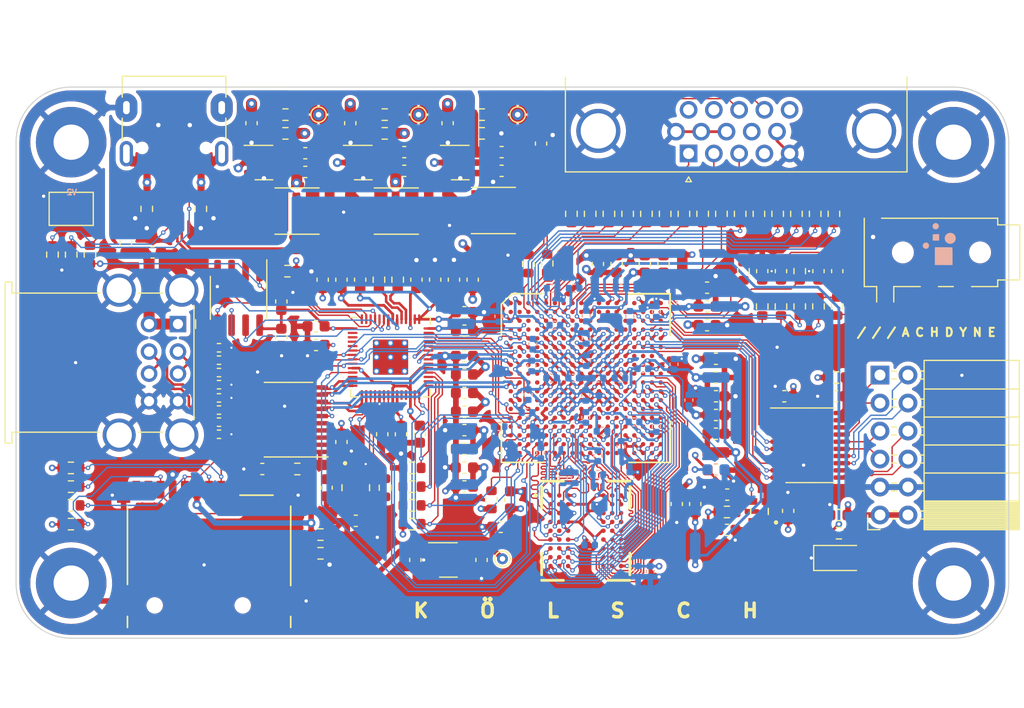
<source format=kicad_pcb>
(kicad_pcb (version 20240108) (generator "pcbnew") (generator_version "8.0")
  (layers (0 "F.Cu" signal) (1 "In1.Cu" signal) (2 "In2.Cu" signal) (31 "B.Cu" signal) (34 "B.Paste" user) (35 "F.Paste" user) (36 "B.SilkS" user "B.Silkscreen") (37 "F.SilkS" user "F.Silkscreen") (38 "B.Mask" user) (39 "F.Mask" user) (44 "Edge.Cuts" user))
  (net 0 "")
  (net 1 "GND")
  (net 2 "/PWR5V0")
  (net 3 "Net-(U3-EN)")
  (net 4 "/PWR2V5")
  (net 5 "/JTAG_TCK")
  (net 6 "/JTAG_TDI")
  (net 7 "/JTAG_TDO")
  (net 8 "/JTAG_TMS")
  (net 9 "/SD_SS")
  (net 10 "/PWR1V8")
  (net 11 "/XIN")
  (net 12 "/PWR3V3")
  (net 13 "/VDD_PLL")
  (net 14 "/AUDIO_LC")
  (net 15 "/AUDIO_RC")
  (net 16 "/USB1_CONN_DP")
  (net 17 "/USB1_CONN_DN")
  (net 18 "/VIDEO_C")
  (net 19 "/USB_CONN_DN")
  (net 20 "/USB_CONN_DP")
  (net 21 "/PMOD_A7C")
  (net 22 "/PMOD_A8C")
  (net 23 "/PMOD_A2C")
  (net 24 "/PMOD_A9C")
  (net 25 "/PMOD_A3C")
  (net 26 "/PMOD_A10C")
  (net 27 "/PMOD_A4C")
  (net 28 "/PMOD_A1C")
  (net 29 "/USB_DN")
  (net 30 "/USB_DP")
  (net 31 "/USB1_DP")
  (net 32 "/USB1_DN")
  (net 33 "/XOUT")
  (net 34 "/AUDIO_L")
  (net 35 "/AUDIO_R")
  (net 36 "/VIDEO_D0")
  (net 37 "/VIDEO_D1")
  (net 38 "/VIDEO_D2")
  (net 39 "/VIDEO_D3")
  (net 40 "/RP_QSPI_SS")
  (net 41 "/BOOT")
  (net 42 "Net-(J2-VBUS1)")
  (net 43 "Net-(C66-Pad1)")
  (net 44 "Net-(C67-Pad1)")
  (net 45 "Net-(Y1-OUT{slash}IN)")
  (net 46 "Net-(U8-EN)")
  (net 47 "Net-(U9-FB)")
  (net 48 "Net-(U10-FB)")
  (net 49 "/DRAM_A12")
  (net 50 "/PWR1V0")
  (net 51 "/DRAM_DQ15")
  (net 52 "/DRAM_DQ0")
  (net 53 "/CDONE")
  (net 54 "/CRESET")
  (net 55 "/SWCLK")
  (net 56 "/SWD")
  (net 57 "/CSD_MISO")
  (net 58 "/RP_QSPI_IO3")
  (net 59 "/RP_QSPI_SCK")
  (net 60 "/RP_QSPI_IO0")
  (net 61 "/RP_QSPI_IO2")
  (net 62 "/RP_QSPI_IO1")
  (net 63 "Net-(U11-FB)")
  (net 64 "Net-(D1-A)")
  (net 65 "Net-(J1-CC2)")
  (net 67 "/PMOD_A1")
  (net 68 "/PMOD_A2")
  (net 69 "/PMOD_A3")
  (net 70 "/PMOD_A4")
  (net 73 "Net-(J1-CC1)")
  (net 77 "/VGA_VS_CONN")
  (net 78 "/VGA_VS")
  (net 79 "/VGA_R_CONN")
  (net 80 "Net-(U9-SW)")
  (net 81 "/VGA_HS_CONN")
  (net 82 "/VGA_HS")
  (net 83 "/VGA_G_CONN")
  (net 84 "/VGA_B_CONN")
  (net 85 "/VGA_RED")
  (net 86 "/CSD_MOSI")
  (net 87 "/SD_MISO")
  (net 88 "/SD_MOSI")
  (net 89 "/CUSB1_DN")
  (net 90 "/CUSB1_DP")
  (net 91 "/SD_SCK")
  (net 92 "/VGA_R0")
  (net 93 "/VGA_R1")
  (net 94 "/CSD_SS")
  (net 95 "/CSD_SCK")
  (net 96 "/VGA_R2")
  (net 97 "/PMOD_A7")
  (net 98 "/PMOD_A8")
  (net 99 "/PMOD_A9")
  (net 100 "/PMOD_A10")
  (net 101 "/VGA_R3")
  (net 102 "/VGA_GREEN")
  (net 103 "/VGA_G0")
  (net 104 "/VGA_G1")
  (net 105 "/VGA_G2")
  (net 106 "/VGA_G3")
  (net 107 "/VGA_BLUE")
  (net 108 "/VGA_B0")
  (net 109 "/VGA_B1")
  (net 110 "/VGA_B2")
  (net 111 "/VGA_B3")
  (net 112 "/CFAILED")
  (net 114 "Net-(U10-SW)")
  (net 115 "Net-(U11-SW)")
  (net 116 "/VDD_NA")
  (net 117 "/VDD_NB")
  (net 118 "/VDD_EB")
  (net 120 "/VDD_EA")
  (net 121 "/VDD_SB")
  (net 122 "/VDD_SA")
  (net 123 "/VDD_WC")
  (net 124 "/VDD_WB")
  (net 127 "/CFG_MD3")
  (net 128 "/PWR1V1")
  (net 129 "/RUART_TX")
  (net 130 "/RUART_RX")
  (net 140 "/CFG_MD2")
  (net 152 "Net-(R33-Pad2)")
  (net 175 "/DRAM_DQ14")
  (net 184 "/RSPI_SS")
  (net 185 "/RSPI_SCK")
  (net 186 "/RSPI_MOSI")
  (net 187 "/RSPI_MISO")
  (net 188 "/DRAM_DQ13")
  (net 189 "/DRAM_DQ2")
  (net 190 "/DRAM_DQ1")
  (net 191 "/DRAM_DQ12")
  (net 197 "/CLK48")
  (net 203 "/DRAM_DQ11")
  (net 204 "/DRAM_DQ4")
  (net 205 "/USB2_CONN_DN")
  (net 206 "/USB2_CONN_DP")
  (net 208 "/USB2_DP")
  (net 209 "/USB2_DN")
  (net 210 "/CUSB2_DN")
  (net 211 "/CUSB2_DP")
  (net 213 "/VDD_WA")
  (net 221 "/LED")
  (net 222 "/DRAM_DQ3")
  (net 223 "/DRAM_DQ10")
  (net 224 "/VBUSC")
  (net 226 "/DRAM_DQ9")
  (net 227 "/DRAM_DQ6")
  (net 228 "/DRAM_DQ5")
  (net 229 "/DRAM_DQ8")
  (net 230 "/DRAM_LDQM")
  (net 231 "/DRAM_DQ7")
  (net 232 "/DRAM_UDQM")
  (net 233 "/DRAM_CLK")
  (net 234 "/DRAM_CKE")
  (net 235 "/DRAM_CAS")
  (net 236 "/DRAM_RAS")
  (net 237 "/DRAM_WE")
  (net 238 "/DRAM_A11")
  (net 239 "/DRAM_A9")
  (net 240 "/DRAM_BS0")
  (net 241 "/DRAM_BS1")
  (net 242 "/DRAM_CS")
  (net 243 "/DRAM_A8")
  (net 244 "/DRAM_A7")
  (net 245 "/DRAM_A6")
  (net 246 "/DRAM_A0")
  (net 247 "/DRAM_A1")
  (net 248 "/DRAM_A10")
  (net 249 "/DRAM_A5")
  (net 250 "/DRAM_A4")
  (net 251 "/DRAM_A3")
  (net 252 "/DRAM_A2")
  (footprint "Resistor_SMD:R_0603_1608Metric" (layer "F.Cu") (at 109.95 114.175 -90)
    (property "Reference" "FB5" (hide yes))
    (property "Value" "Ferrite_Bead" (hide yes))
  )
  (footprint "Capacitor_SMD:C_0603_1608Metric" (layer "F.Cu") (at 163.475 134.75 180)
    (property "Reference" "C102" (hide yes))
    (property "Value" "22uF" (hide yes))
  )
  (footprint "Capacitor_SMD:C_0603_1608Metric" (layer "F.Cu") (at 140.65 132.825)
    (property "Reference" "C70" (hide yes))
    (property "Value" "2.2uF" (hide yes))
  )
  (footprint "Capacitor_SMD:C_0603_1608Metric" (layer "F.Cu") (at 139.125 103.275 90)
    (property "Reference" "C91" (hide yes))
    (property "Value" "4.7uF" (hide yes))
  )
  (footprint "Resistor_SMD:R_0402_1005Metric" (layer "F.Cu") (at 118.4 127)
    (property "Reference" "R20" (hide yes))
    (property "Value" "15K" (hide yes))
  )
  (footprint "Capacitor_SMD:C_0603_1608Metric" (layer "F.Cu") (at 127.2 121.7 180)
    (property "Reference" "C68" (hide yes))
    (property "Value" "100nF" (hide yes))
  )
  (footprint "Capacitor_SMD:C_0603_1608Metric" (layer "F.Cu") (at 144.8 137.45 -90)
    (property "Reference" "C21" (hide yes))
    (property "Value" "470nF" (hide yes))
  )
  (footprint "LD-CONNECTORS:LD-NETTIE-0603" (layer "F.Cu") (at 160.4 116.05 90)
    (property "Reference" "R18" (hide yes))
    (property "Value" "0R" (hide yes))
  )
  (footprint "Resistor_SMD:R_0603_1608Metric" (layer "F.Cu") (at 111.85 111.05 90)
    (property "Reference" "FB4" (hide yes))
    (property "Value" "Ferrite_Bead" (hide yes))
  )
  (footprint "Capacitor_SMD:C_0603_1608Metric" (layer "F.Cu") (at 140.65 120.425)
    (property "Reference" "C65" (hide yes))
    (property "Value" "100nF" (hide yes))
  )
  (footprint "Inductor_SMD:L_Taiyo-Yuden_MD-4040" (layer "F.Cu") (at 134.475 111.25)
    (property "Reference" "L2" (hide yes))
    (property "Value" "2.2uH" (hide yes))
  )
  (footprint "MountingHole:MountingHole_3.2mm_M3_Pad" (layer "F.Cu") (at 105 145)
    (property "Reference" "H3" (hide yes))
    (property "Value" "MountingHole_Pad" (hide yes))
  )
  (footprint "Resistor_SMD:R_0603_1608Metric" (layer "F.Cu") (at 174.6 140.475)
    (property "Reference" "R42" (hide yes))
    (property "Value" "270R" (hide yes))
  )
  (footprint "Capacitor_SMD:C_0603_1608Metric" (layer "F.Cu") (at 147.6 105.125 90)
    (property "Reference" "C100" (hide yes))
    (property "Value" "22uF" (hide yes))
  )
  (footprint "Resistor_SMD:R_0603_1608Metric" (layer "F.Cu") (at 135.9 137.95)
    (property "Reference" "R5" (hide yes))
    (property "Value" "4K7" (hide yes))
  )
  (footprint "Resistor_SMD:R_0603_1608Metric" (layer "F.Cu") (at 104.975 136.25)
    (property "Reference" "R60" (hide yes))
    (property "Value" "20K" (hide yes))
  )
  (footprint "MountingHole:MountingHole_3.2mm_M3_Pad" (layer "F.Cu") (at 185 105)
    (property "Reference" "H2" (hide yes))
    (property "Value" "MountingHole_Pad" (hide yes))
  )
  (footprint "Capacitor_SMD:C_0603_1608Metric" (layer "F.Cu") (at 164.475 136.975 180)
    (property "Reference" "C12" (hide yes))
    (property "Value" "2.2uF" (hide yes))
  )
  (footprint "LED_SMD:LED_1206_3216Metric" (layer "F.Cu") (at 174.6 142.725)
    (property "Reference" "D1" (hide yes))
    (property "Value" "LED" (hide yes))
  )
  (footprint "Resistor_SMD:R_0603_1608Metric" (layer "F.Cu") (at 146.45 116.05 -90)
    (property "Reference" "R64" (hide yes))
    (property "Value" "100R" (hide yes))
  )
  (footprint "Resistor_SMD:R_0603_1608Metric" (layer "F.Cu") (at 167.35 111.5 -90)
    (property "Reference" "R57" (hide yes))
    (property "Value" "68R" (hide yes))
  )
  (footprint "Resistor_SMD:R_0603_1608Metric" (layer "F.Cu") (at 153.75 111.5 -90)
    (property "Reference" "R45" (hide yes))
    (property "Value" "1K" (hide yes))
  )
  (footprint "Capacitor_SMD:C_0603_1608Metric" (layer "F.Cu") (at 154.45 116.05 -90)
    (property "Reference" "C1" (hide yes))
    (property "Value" "2.2uF" (hide yes))
  )
  (footprint "Resistor_SMD:R_0402_1005Metric" (layer "F.Cu") (at 118.4 124.775)
    (property "Reference" "R14" (hide yes))
    (property "Value" "22R" (hide yes))
  )
  (footprint "Connector_USB:USB_A_Wuerth_61400826021_Horizontal_Stacked" (layer "F.Cu") (at 114.68 121.5 -90)
    (property "Reference" "J2" (hide yes))
    (property "Value" "USB_A_Stacked" (hide yes))
  )
  (footprint "Capacitor_SMD:C_0603_1608Metric" (layer "F.Cu") (at 140.65 127.75)
    (property "Reference" "C2" (hide yes))
    (property "Value" "2.2uF" (hide yes))
  )
  (footprint "Capacitor_SMD:C_0603_1608Metric" (layer "F.Cu") (at 129.5 132.2 -90)
    (property "Reference" "C37" (hide yes))
    (property "Value" "100nF" (hide yes))
  )
  (footprint "Capacitor_SMD:C_0603_1608Metric" (layer "F.Cu") (at 144.025 105.9 180)
    (property "Reference" "C96" (hide yes))
    (property "Value" "10pF" (hide yes))
  )
  (footprint "Capacitor_SMD:C_0603_1608Metric" (layer "F.Cu") (at 130.3 103.275 90)
    (property "Reference" "C90" (hide yes))
    (property "Value" "4.7uF" (hide yes))
  )
  (footprint "Capacitor_SMD:C_0603_1608Metric" (layer "F.Cu") (at 169.65 128.05 180)
    (property "Reference" "C87" (hide yes))
    (property "Value" "100nF" (hide yes))
  )
  (footprint "Resistor_SMD:R_0603_1608Metric" (layer "F.Cu") (at 169.35 119.9 90)
    (property "Reference" "R34" (hide yes))
    (property "Value" "536R" (hide yes))
  )
  (footprint "Resistor_SMD:R_0603_1608Metric" (layer "F.Cu") (at 134.6 117.475 -90)
    (property "Reference" "R6" (hide yes))
    (property "Value" "27R" (hide yes))
  )
  (footprint "Capacitor_SMD:C_0603_1608Metric" (layer "F.Cu") (at 144.025 107.6 180)
    (property "Reference" "C99" (hide yes))
    (property "Value" "22uF" (hide yes))
  )
  (footprint "Resistor_SMD:R_0603_1608Metric" (layer "F.Cu") (at 162.25 111.5 -90)
    (property "Reference" "R49" (hide yes))
    (property "Value" "1K" (hide yes))
  )
  (footprint "Resistor_SMD:R_0603_1608Metric" (layer "F.Cu") (at 171.05 116.7 90)
    (property "Reference" "R32" (hide yes))
    (property "Value" "100R" (hide yes))
  )
  (footprint "Capacitor_SMD:C_0603_1608Metric" (layer "F.Cu") (at 129.5 117.475 90)
    (property "Reference" "C64" (hide yes))
    (property "Value" "100nF" (hide yes))
  )
  (footprint "Resistor_SMD:R_0402_1005Metric" (layer "F.Cu") (at 118.4 129.3)
    (property "Reference" "R16" (hide yes))
    (property "Value" "22R" (hide yes))
  )
  (footprint "Capacitor_SMD:C_0603_1608Metric" (layer "F.Cu") (at 112.375 115)
    (property "Reference" "C40" (hide yes))
    (property "Value" "10uF" (hide yes))
  )
  (footprint "Package_TO_SOT_SMD:SOT-23-6" (layer "F.Cu") (at 131.475 106.85)
    (property "Reference" "U10" (hide yes))
    (property "Value" "TLV62569DDC" (hide yes))
  )
  (footprint "Resistor_SMD:R_0603_1608Metric" (layer "F.Cu") (at 127.6 142.3)
    (property "Reference" "C92" (hide yes))
    (property "Value" "10uF" (hide yes))
  )
  (footprint "Capacitor_SMD:C_0603_1608Metric" (layer "F.Cu") (at 131.2 117.475 90)
    (property "Reference" "C59" (hide yes))
    (property "Value" "100nF" (hide yes))
  )
  (footprint "Resistor_SMD:R_0603_1608Metric" (layer "F.Cu") (at 174.35 126.35)
    (property "Reference" "R58" (hide yes))
    (property "Value" "200K" (hide yes))
  )
  (footprint "Capacitor_SMD:C_0603_1608Metric" (layer "F.Cu") (at 128.15 136.35 90)
    (property "Reference" "C54" (hide yes))
    (property "Value" "15pF" (hide yes))
  )
  (footprint "Resistor_SMD:R_0603_1608Metric" (layer "F.Cu") (at 135.9 134.55)
    (property "Reference" "R3" (hide yes))
    (property "Value" "4K7" (hide yes))
  )
  (footprint "Capacitor_SMD:C_0603_1608Metric" (layer "F.Cu") (at 159.9 137.825 90)
    (property "Reference" "C49" (hide yes))
    (property "Value" "2.2uF" (hide yes))
  )
  (footprint "Capacitor_SMD:C_0603_1608Metric" (layer "F.Cu") (at 140.65 136.235)
    (property "Reference" "C3" (hide yes))
    (property "Value" "2.2uF" (hide yes))
  )
  (footprint "Resistor_SMD:R_0603_1608Metric" (layer "F.Cu") (at 160.55 111.5 -90)
    (property "Reference" "R50" (hide yes))
    (property "Value" "2K2" (hide yes))
  )
  (footprint "Resistor_SMD:R_0603_1608Metric" (layer "F.Cu") (at 106.7 115.2 -90)
    (property "Reference" "R38" (hide yes))
    (property "Value" "1K" (hide yes))
  )
  (footprint "Capacitor_SMD:C_0603_1608Metric" (layer "F.Cu") (at 122.325 134.65 180)
    (property "Reference" "C36" (hide yes))
    (property "Value" "100nF" (hide yes))
  )
  (footprint "Capacitor_SMD:C_0603_1608Metric" (layer "F.Cu") (at 163.45 128.05 180)
    (property "Reference" "C42" (hide yes))
    (property "Value" "470nF" (hide yes))
  )
  (footprint "Capacitor_SMD:C_0603_1608Metric" (layer "F.Cu") (at 140.65 134.525)
    (property "Reference" "C6" (hide yes))
    (property "Value" "470nF" (hide yes))
  )
  (footprint "Package_BGA:BGA-324_15.0x15.0mm_Layout18x18_P0.8mm_Ball0.5mm_Pad0.4mm_NSMD" (layer "F.Cu") (at 151.65 126.4)
    (property "Reference" "U1" (hide yes))
    (property "Value" "CCGM1A1" (hide yes))
  )
  (footprint "Resistor_SMD:R_0603_1608Metric" (layer "F.Cu") (at 125.5 134.65 180)
    (property "Reference" "R19" (hide yes))
    (property "Value" "200K" (hide yes))
  )
  (footprint "Capacitor_SMD:C_0603_1608Metric" (layer "F.Cu") (at 139.7 117.475 -90)
    (property "Reference" "C27" (hide yes))
    (property "Value" "2.2uF" (hide yes))
  )
  (footprint "Resistor_SMD:R_0603_1608Metric" (layer "F.Cu") (at 104.975 139.65)
    (property "Reference" "R62" (hide yes))
    (property "Value" "20K" (hide yes))
  )
  (footprint "MountingHole:MountingHole_3.2mm_M3_Pad" (layer "F.Cu") (at 105 105)
    (property "Reference" "H1" (hide yes))
    (property "Value" "MountingHole_Pad" (hide yes))
  )
  (footprint "LD-CONNECTORS:USB_C_Receptacle_HRO_TYPE-C-31-M-12-BIG-PADS-PASTE" (layer "F.Cu") (at 114.325 102.915 180)
    (property "Reference" "J1" (hide yes))
    (property "Value" "TYPE-C-31-M-12-FIXED" (hide yes))
  )
  (footprint "Resistor_SMD:R_0603_1608Metric" (layer "F.Cu") (at 103.3 115.2 -90)
    (property "Reference" "R10" (hide yes))
    (property "Value" "5K1" (hide yes))
  )
  (footprint "Capacitor_SMD:C_0603_1608Metric" (layer "F.Cu") (at 134.9 131.5 -90)
    (property "Reference" "C61" (hide yes))
    (property "Value" "100nF" (hide yes))
  )
  (footprint "Resistor_SMD:R_0603_1608Metric" (layer "F.Cu") (at 133.425 104.2)
    (property "Reference" "R68" (hide yes))
    (property "Value" "47K" (hide yes))
  )
  (footprint "Resistor_SMD:R_0603_1608Metric" (layer "F.Cu") (at 104.975 137.95)
    (property "Reference" "R61" (hide yes))
    (property "Value" "20K" (hide yes))
  )
  (footprint "Capacitor_SMD:C_0603_1608Metric" (layer "F.Cu") (at 169.35 116.7 -90)
    (property "Reference" "C72" (hide yes))
    (property "Value" "10uF" (hide yes))
  )
  (footprint "Package_TO_SOT_SMD:SOT-23-6" (layer "F.Cu") (at 140.275 106.85)
    (property "Reference" "U11" (hide yes))
    (property "Value" "TLV62569DDC" (hide yes))
  )
  (footprint "Resistor_SMD:R_0603_1608Metric" (layer "F.Cu") (at 105 115.2 -90)
    (property "Reference" "R2" (hide yes))
    (property "Value" "5K1" (hide yes))
  )
  (footprint "TestPoint:TestPoint_THTPad_D1.0mm_Drill0.5mm" (layer "F.Cu") (at 145.475 102.5)
    (property "Reference" "TP4" (hide yes))
    (property "Value" "TP_PWR1V1" (hide yes))
  )
  (footprint "Resistor_SMD:R_0603_1608Metric" (layer "F.Cu") (at 171.05 119.9 90)
    (property "Reference" "R35" (hide yes))
    (property "Value" "1K" (hide yes))
  )
  (footprint "Inductor_SMD:L_Taiyo-Yuden_MD-4040" (layer "F.Cu") (at 143.275 111.2)
    (property "Reference" "L3" (hide yes))
    (property "Value" "2.2uH" (hide yes))
  )
  (footprint "Capacitor_SMD:C_0603_1608Metric" (layer "F.Cu") (at 163.45 126.35 180)
    (property "Reference" "C39" (hide yes))
    (property "Value" "2.2uF" (hide yes))
  )
  (footprint "Capacitor_SMD:C_0603_1608Metric" (layer "F.Cu") (at 136.2 142.9 -90)
    (property "Reference" "C85" (hide yes))
    (property "Value" "1uF" (hide yes))
  )
  (footprint "Resistor_SMD:R_0603_1608Metric" (layer "F.Cu") (at 152.05 111.5 -90)
    (property "Reference" "R46" (hide yes))
    (property "Value" "2K2" (hide yes))
  )
  (footprint "Capacitor_SMD:C_0603_1608Metric" (layer "F.Cu") (at 124.05 122.7 -90)
    (property "Reference" "C82" (hide yes))
    (property "Value" "100nF" (hide yes))
  )
  (footprint "Capacitor_SMD:C_0603_1608Metric" (layer "F.Cu") (at 167.65 116.7 90)
    (property "Reference" "C66" (hide yes))
    (property "Value" "100nF" (hide yes))
  )
  (footprint "Package_SO:TSSOP-20_4.4x6.5mm_P0.65mm" (layer "F.Cu") (at 172 132.5)
    (property "Reference" "U8" (hide yes))
    (property "Value" "LSF0108PWR" (hide yes))
  )
  (footprint "Capacitor_SMD:C_0603_1608Metric" (layer "F.Cu") (at 124.05 119.45 90)
    (property "Reference" "C83" (hide yes))
    (property "Value" "1uF" (hide yes))
  )
  (footprint "Resistor_SMD:R_0402_1005Metric" (layer "F.Cu") (at 118.4 128.2)
    (property "Reference" "R12" (hide yes))
    (property "Value" "15K" (hide yes))
  )
  (footprint "Capacitor_SMD:C_0603_1608Metric" (layer "F.Cu") (at 127.2 123.4 180)
    (property "Reference" "C77" (hide yes))
    (property "Value" "100nF" (hide yes))
  )
  (footprint "Capacitor_SMD:C_0603_1608Metric" (layer "F.Cu") (at 163.45 129.75 180)
    (property "Reference" "C50" (hide yes))
    (property "Value" "470nF" (hide yes))
  )
  (footprint "Resistor_SMD:R_0603_1608Metric" (layer "F.Cu") (at 124.6 116.7 180)
    (property "Reference" "R37" (hide yes))
    (property "Value" "10K" (hide yes))
  )
  (footprint "Capacitor_SMD:C_0603_1608Metric" (layer "F.Cu") (at 126.225 106 180)
    (property "Reference" "C94" (hide yes))
    (property "Value" "10pF" (hide yes))
  )
  (footprint "Resistor_SMD:R_0402_1005Metric" (layer "F.Cu") (at 118.4 131.5)
    (property "Reference" "R11" (hide yes))
    (property "Value" "15K" (hide yes))
  )
  (footprint "Capacitor_SMD:C_0603_1608Metric" (layer "F.Cu") (at 136.3 117.475 90)
    (property "Reference" "C63" (hide yes))
    (property "Value" "1uF" (hide yes))
  )
  (footprint "Package_TO_SOT_SMD:SOT-23-5" (layer "F.Cu") (at 139.2 142.9)
    (property "Reference" "U7" (hide yes))
    (property "Value" "NCP164ASN180T1G" (hide yes))
  )
  (footprint "TestPoint:TestPoint_THTPad_D1.0mm_Drill0.5mm" (layer "F.Cu") (at 144.1 142.8 180)
    (property "Reference" "TP1" (hide yes))
    (property "Value" "TP_PWR1V8" (hide yes))
  )
  (footprint "Capacitor_SMD:C_0603_1608Metric" (layer "F.Cu") (at 143.95 139.9)
    (property "Reference" "C18" (hide yes))
    (property "Value" "2.2uF" (hide yes))
  )
  (footprint "Capacitor_SMD:C_0603_1608Metric" (layer "F.Cu") (at 174.35 128.05 180)
    (property "Reference" "C86" (hide yes))
    (property "Value" "100nF" (hide yes))
  )
  (footprint "Capacitor_SMD:C_0603_1608Metric" (layer "F.Cu") (at 135.2 105.9 180)
    (property "Reference" "C95" (hide yes))
    (property "Value" "10pF" (hide yes))
  )
  (footprint "Inductor_SMD:L_Taiyo-Yuden_MD-4040" (layer "F.Cu") (at 125.475 111.25)
    (property "Reference" "L1" (hide yes))
    (property "Value" "2.2uH" (hide yes))
  )
  (footprint "Capacitor_SMD:C_0603_1608Metric" (layer "F.Cu") (at 142.2 142.9 -90)
    (property "Reference" "C88" (hide yes))
    (property "Value" "1uF" (hide yes))
  )
  (footprint "LD-PMOD:PMOD_2x06_HOST" (layer "F.Cu") (at 178.325 138.825 180)
    (property "Reference" "PMOD1" (hide yes))
    (property "Value" "PMOD-Device-x2-Type-1A-GPIO" (hide yes))
  )
  (footprint "Capacitor_SMD:C_0603_1608Metric" (layer "F.Cu") (at 163.45 131.45 180)
    (property "Reference" "C48" (hide yes))
    (property "Value" "2.2uF" (hide yes))
  )
  (footprint "Resistor_SMD:R_0603_1608Metric" (layer "F.Cu") (at 135.9 139.65)
    (property "Reference" "R8" (hide yes))
    (property "Value" "4K7" (hide yes))
  )
  (footprint "Resistor_SMD:R_0603_1608Metric" (layer "F.Cu") (at 164.45 138.55 180)
    (property "Reference" "R73" (hide yes))
    (property "Value" "1R" (hide yes))
  )
  (footprint "Capacitor_SMD:C_0603_1608Metric" (layer "F.Cu") (at 170 138.45 90)
    (property "Reference" "C84" (hide yes))
    (property "Value" "10nF" (hide yes))
  )
  (footprint "LD-MCUS:RP2040-QFN-56-OFFICIAL" (layer "F.Cu") (at 133.95 124.5)
    (property "Reference" "U4" (hide yes))
    (property "Value" "RP2040" (hide yes))
  )
  (footprint "Connector_Audio:Jack_3.5mm_PJ320D_Horizontal" (layer "F.Cu") (at 182.625 115 180)
    (property "Reference" "J3" (hide yes))
    (property "Value" "AudioJack4" (hide yes))
  )
  (footprint "Resistor_SMD:R_0603_1608Metric" (layer "F.Cu") (at 150.35 111.5 -90)
    (property "Reference" "R55" (hide yes))
    (property "Value" "68R" (hide yes))
  )
  (footprint "Capacitor_SMD:C_0603_1608Metric" (layer "F.Cu") (at 164.45 140.175 180)
    (property "Reference" "C20" (hide yes))
    (property "Value" "100nF" (hide yes))
  )
  (footprint "Resistor_SMD:R_0603_1608Metric" (layer "F.Cu") (at 104.975 134.55)
    (property "Reference" "R59" (hide yes))
    (property "Value" "20K" (hide yes))
  )
  (footprint "Resistor_SMD:R_0603_1608Metric" (layer "F.Cu") (at 165.65 111.5 -90)
    (property "Reference" "R47" (hide yes))
    (property "Value" "270R" (hide yes))
  )
  (footprint "Capacitor_SMD:C_0603_1608Metric" (layer "F.Cu") (at 133.2 131.5 -90)
    (property "Reference" "C71" (hide yes))
    (property "Value" "100nF" (hide yes))
  )
  (footprint "Resistor_SMD:R_0603_1608Metric" (layer "F.Cu") (at 172.75 119.9 90)
    (property "Reference" "R36" (hide yes))
    (property "Value" "2K" (hide yes))
  )
  (footprint "TestPoint:TestPoint_THTPad_D1.0mm_Drill0.5mm" (layer "F.Cu") (at 136.4875 102.5)
    (property "Reference" "TP3" (hide yes))
    (property "Value" "TP_PWR2V5" (hide yes))
  )
  (footprint "Capacitor_SMD:C_0603_1608Metric" (layer "F.Cu") (at 136.6 131.4875 -90)
    (property "Reference" "C74" (hide yes))
    (property "Value" "100nF" (hide yes))
  )
  (footprint "Capacitor_SMD:C_0603_1608Metric" (layer "F.Cu") (at 162.65 118.2 180)
    (property "Reference" "C41" (hide yes))
    (property "Value" "470nF" (hide yes))
  )
  (footprint "Resistor_SMD:R_0603_1608Metric" (layer "F.Cu") (at 124.425 104.2)
    (property "Reference" "R66" (hide yes))
    (property "Value" "44K2" (hide yes))
  )
  (footprint "Resistor_SMD:R_0603_1608Metric" (layer "F.Cu") (at 135.9 136.25)
    (property "Reference" "R4" (hide yes))
    (property "Value" "4K7" (hide yes))
  )
  (footprint "LD-CONNECTORS:LD-NETTIE-0603" (layer "F.Cu") (at 142.15 115.05 180)
    (property "Reference" "R17" (hide yes))
    (property "Value" "0R" (hide yes))
  )
  (footprint "Capacitor_SMD:C_0603_1608Metric" (layer "F.Cu") (at 152.75 116.05 -90)
    (property "Reference" "C4" (hide yes))
    (property "Value" "470nF" (hide yes))
  )
  (footprint "Resistor_SMD:R_0603_1608Metric" (layer "F.Cu") (at 157.15 111.5 -90)
    (property "Reference" "R43" (hide yes))
    (property "Value" "270R" (hide yes))
  )
  (footprint "Capacitor_SMD:C_0603_1608Metric" (layer "F.Cu") (at 140.65 122.1)
    (property "Reference" "C62" (hide yes))
    (property "Value" "100nF" (hide yes))
  )
  (footprint "Resistor_SMD:R_0402_1005Metric" (layer "F.Cu") (at 118.4 130.4)
    (property "Reference" "R15" (hide yes))
    (property "Value" "22R" (hide yes))
  )
  (footprint "LD-SWITCH:Button_2P_3x4mm" (layer "F.Cu") (at 105 111.05 180)
    (property "Reference" "SW1" (hide yes))
    (property "Value" "BOOT" (hide yes))
  )
  (footprint "TestPoint:TestPoint_THTPad_D1.0mm_Drill0.5mm" (layer "F.Cu") (at 127.425 102.5)
    (property "Reference" "TP2" (hide yes))
    (property "Value" "TP_PWR3V3" (hide yes))
  )
  (footprint "Capacitor_SMD:C_0603_1608Metric" (layer "F.Cu") (at 158.7 116.05 -90)
    (property "Reference" "C30" (hide yes))
    (property "Value" "470nF" (hide yes))
  )
  (footprint "Resistor_SMD:R_0603_1608Metric" (layer "F.Cu") (at 174.45 119.9 -90)
    (property "Reference" "R39" (hide yes))
    (property "Value" "33R" (hide yes))
  )
  (footprint "Package_SO:SOIC-8_3.9x4.9mm_P1.27mm" (layer "F.Cu") (at 120.175 119.125 -90)
    (property "Reference" "U5" (hide yes))
    (property "Value" "AT25FF321A-SSHN-B" (hide yes))
  )
  (footprint "Capacitor_SMD:C_0603_1608Metric" (layer "F.Cu") (at 174.6 138.825 180)
    (property "Reference" "C101" (hide yes))
    (property "Value" "10uF" (hide yes))
  )
  (footprint "Capacitor_SMD:C_0603_1608Metric" (layer "F.Cu") (at 121.35 103.275 90)
    (property "Reference" "C89" (hide yes))
    (property "Value" "4.7uF" (hide yes))
  )
  (footprint "Capacitor_SMD:C_0603_1608Metric" (layer "F.Cu") (at 140.65 126.07)
    (property "Reference" "C75" (hide yes))
    (property "Value" "470nF" (hide yes))
  )
  (footprint "Resistor_SMD:R_0603_1608Metric" (layer "F.Cu") (at 172.45 111.5 -90)
    (property "Reference" "R52" (hide yes))
    (property "Value" "536R" (hide yes))
  )
  (footprint "Capacitor_SMD:C_0603_1608Metric" (layer "F.Cu") (at 140.65 129.45)
    (property "Reference" "C5" (hide yes))
    (property "Value" "470nF" (hide yes))
  )
  (footprint "Resistor_SMD:R_0603_1608Metric" (layer "F.Cu") (at 133.45 136.35 90)
    (property "Reference" "R30" (hide yes))
    (property "Value" "1K" (hide yes))
  )
  (footprint "LD-SDCARD:SDCARD" (layer "F.Cu") (at 117.5 147.025)
    (property "Reference" "J4" (hide yes))
    (property "Value" "MICROSD" (hide yes))
  )
  (footprint "Capacitor_SMD:C_0603_1608Metric" (layer "F.Cu") (at 140.65 124.4)
    (property "Reference" "C69" (hide yes))
    (property "Value" "2.2uF" (hide yes))
  )
  (footprint "Capacitor_SMD:C_0603_1608Metric" (layer "F.Cu") (at 138 117.475 90)
    (property "Reference" "C60" (hide yes))
    (property "Value" "1uF" (hide yes))
  )
  (footprint "Resistor_SMD:R_0402_1005Metric" (layer "F.Cu") (at 118.4 125.9)
    (property "Reference" "R13" (hide yes))
    (property "Value" "22R" (hide yes))
  )
  (footprint "Resistor_SMD:R_0603_1608Metric" (layer "F.Cu") (at 124.425 102.5 180)
    (property "Reference" "R65" (hide yes))
    (property "Value" "200K" (hide yes))
  )
  (footprint "Capacitor_SMD:C_0603_1608Metric" (layer "F.Cu") (at 162.65 121.6 180)
    (property "Reference" "C22" (hide yes))
    (property "Value" "470nF" (hide yes))
  )
  (footprint "Resistor_SMD:R_0603_1608Metric" (layer "F.Cu") (at 116.75 111.05 90)
    (property "Reference" "FB3" (hide yes))
    (property "Value" "Ferrite_Bead" (hide yes))
  )
  (footprint "Capacitor_SMD:C_0603_1608Metric" (layer "F.Cu") (at 126.225 107.7 180)
    (property "Reference" "C97" (hide yes))
    (property "Value" "10uF" (hide yes))
  )
  (footprint "Resistor_SMD:R_0603_1608Metric" (layer "F.Cu") (at 167.65 119.9 90)
    (property "Reference" "R33" (hide yes))
    (property "Value" "270R" (hide yes))
  )
  (footprint "LD-MEMORY:W989D6DB" (layer "F.Cu") (at 151.65 140.25)
    (property "Reference" "U2" (hide yes))
    (property "Value" "W989D6DBGX6" (hide yes))
  )
  (footprint "Resistor_SMD:R_0603_1608Metric" (layer "F.Cu") (at 132.9 117.475 -90)
    (property "Reference" "R7" (hide yes))
    (property "Value" "27R" (hide yes))
  )
  (footprint "Capacitor_SMD:C_0603_1608Metric" (layer "F.Cu") (at 161.575 137.825 -90)
    (property "Reference" "C51" (hide yes))
    (property "Value" "470nF" (hide yes))
  )
  (footprint "Package_TO_SOT_SMD:SOT-23-6" (layer "F.Cu") (at 122.475 106.85)
    (property "Reference" "U9" (hide yes))
    (property "Value" "TLV62569DDC" (hide yes))
  )
  (footprint "Capacitor_SMD:C_0603_1608Metric" (layer "F.Cu") (at 162.65 119.9 180)
    (property "Reference" "C38" (hide yes))
    (property "Value" "2.2uF" (hide yes))
  )
  (footprint "Resistor_SMD:R_0603_1608Metric" (layer "F.Cu") (at 143.1 137.45 90)
    (property "Reference" "R1" (hide yes))
    (property "Value" "4K7" (hide yes))
  )
  (footprint "Capacitor_SMD:C_0603_1608Metric" (layer "F.Cu") (at 141.4 117.475 -90)
    (property "Reference" "C29" (hide yes))
    (property "Value" "470nF" (hide yes))
  )
  (footprint "Resistor_SMD:R_0603_1608Metric" (layer "F.Cu") (at 163.95 111.5 -90)
    (property "Reference" "R48" (hide yes))
    (property "Value" "536R" (hide yes))
  )
  (footprint "Resistor_SMD:R_0603_1608Metric" (layer "F.Cu") (at 142.225 104.2)
    (property "Reference" "R70" (hide yes))
    (property "Value" "120K" (hide yes))
  )
  (footprint "Resistor_SMD:R_0603_1608Metric" (layer "F.Cu") (at 127.6 140.6)
    (property "Reference" "C93" (hide yes))
    (property "Value" "100nF" (hide yes))
  )
  (footprint "Resistor_SMD:R_0603_1608Metric" (layer "F.Cu") (at 155.45 111.5 -90)
    (property "Reference" "R44" (hide yes))
    (property "Value" "536R" (hide yes))
  )
  (footprint "LD-CRYSTALS:XTAL_ECS-240-8-33-AGN-TR" (layer "F.Cu") (at 130.8 136.35 -90)
    (property "Reference" "Y1" (hide yes))
    (property "Value" "ECS-80-12-33-JGN-TR-12MHZ" (hide yes))
  )
  (footprint "LD-CONNECTORS:LD-NETTIE-0603" (layer "F.Cu") (at 163.45 133.15)
    (property "Reference" "R28" (hide yes))
    (property "Value" "0R" (hide yes))
  )
  (footprint "Resistor_SMD:R_0603_1608Metric" (layer "F.Cu") (at 133.425 102.5 180)
    (property "Reference" "R67" (hide yes))
    (property "Value" "150K" (hide yes))
  )
  (footprint "MountingHole:MountingHole_3.2mm_M3_Pad" (layer "F.Cu") (at 185 145)
    (property "Reference" "H4" (hide yes))
    (property "Value" "MountingHole_Pad" (hide yes))
  )
  (footprint "Capacitor_SMD:C_0603_1608Metric" (layer "F.Cu") (at 157 116.05 -90)
    (property "Reference" "C28" (hide yes))
    (property "Value" "2.2uF" (hide yes))
  )
  (footprint "Capacitor_SMD:C_0603_1608Metric" (layer "F.Cu") (at 174.45 116.7 90)
    (property "Reference" "C73" (hide yes))
    (property "Value" "10uF" (hide yes))
  )
  (footprint "Capacitor_SMD:C_0603_1608Metric" (layer "F.Cu") (at 140.65 131.125)
    (property "Reference" "C76" (hide yes))
    (property "Value" "470nF" (hide yes))
  )
  (footprint "Capacitor_SMD:C_0603_1608Metric" (layer "F.Cu") (at 172.75 116.7 -90)
    (property "Reference" "C67" (hide yes))
    (property "Value" "100nF" (hide yes))
  )
  (footprint "Resistor_SMD:R_0603_1608Metric" (layer "F.Cu") (at 142.225 102.5 180)
    (property "Reference" "R69" (hide yes))
    (property "Value" "100K" (hide yes))
  )
  (footprint "Package_SO:TSSOP-20_4.4x6.5mm_P0.65mm" (layer "F.Cu") (at 124.7 130.175 180)
    (property "Reference" "U3" (hide yes))
    (property "Value" "LSF0108PWR" (hide yes))
  )
  (footprint "Resistor_SMD:R_0603_1608Metric" (layer "F.Cu") (at 165.95 116.7 90)
    (property "Reference" "R31" (hide yes))
    (property "Value" "100R" (hide yes))
  )
  (footprint "LD-CRYSTALS:OSC_KC2016Z13.5600C1KX00" (layer "F.Cu") (at 167.4 138.5 180)
    (property "Reference" "U6" (hide yes))
    (property "Value" "48MHz" (hide yes))
  )
  (footprint "Capacitor_SMD:C_0603_1608Metric" (layer "F.Cu") (at 127.8 117.475 90)
    (property "Reference" "C58" (hide yes))
    (property "Value" "100nF" (hide yes))
  )
  (footprint "Resistor_SMD:R_0603_1608Metric" (layer "F.Cu") (at 169.05 111.5 -90)
    (property "Reference" "R54" (hide yes))
    (property "Value" "2K2" (hide yes))
  )
  (footprint "Capacitor_SMD:C_0603_1608Metric" (layer "F.Cu") (at 163.45 124.65 180)
    (property "Reference" "C19" (hide yes))
    (property "Value" "2.2uF" (hide yes))
  )
  (footprint "Capacitor_SMD:C_0603_1608Metric" (layer "F.Cu") (at 130.8 139.35 180)
    (property "Reference" "C57" (hide yes))
    (property "Value" "15pF" (hide yes))
  )
  (footprint "Resistor_SMD:R_0603_1608Metric" (layer "F.Cu") (at 148.15 116 -90)
    (property "Reference" "R63" (hide yes))
    (property "Value" "100R" (hide yes))
  )
  (footprint "Capacitor_SMD:C_0603_1608Metric" (layer "F.Cu") (at 135.2 107.6 180)
    (property "Reference" "C98" (hide yes))
    (property "Value" "10uF" (hide yes))
  )
  (footprint "Resistor_SMD:R_0603_1608Metric" (layer "F.Cu") (at 174.15 111.5 -90)
    (property "Reference" "R51" (hide yes))
    (property "Value" "270R" (hide yes))
  )
  (footprint "Connector_Dsub:DSUB-15-HD_Female_Horizontal_P2.29x1.98mm_EdgePinOffset3.03mm_Housed_MountingHolesOffset4.94mm" (layer "F.Cu") (at 160.975 106.025 180)
    (property "Reference" "VGA1" (hide yes))
    (property "Value" "DB15_Female_MountingHoles" (hide yes))
  )
  (footprint "Resistor_SMD:R_0603_1608Metric" (layer "F.Cu") (at 170.75 111.5 -90)
    (property "Reference" "R53" (hide yes))
    (property "Value" "1K" (hide yes))
  )
  (footprint "Resistor_SMD:R_0402_1005Metric" (layer "F.Cu") (at 118.4 123.65)
    (property "Reference" "R21" (hide yes))
    (property "Value" "15K" (hide yes))
  )
  (footprint "Resistor_SMD:R_0603_1608Metric" (layer "F.Cu") (at 158.85 111.5 -90)
    (property "Reference" "R56" (hide yes))
    (property "Value" "68R" (hide yes))
  )
  (footprint "Capacitor_SMD:C_0402_1005Metric" (layer "B.Cu") (at 154.85 132.6 90)
    (property "Reference" "C8" (hide yes))
    (property "Value" "100nF" (hide yes))
  )
  (footprint "Capacitor_SMD:C_0402_1005Metric" (layer "B.Cu") (at 153.125 131.225 180)
    (property "Reference" "C53" (hide yes))
    (property "Value" "100nF" (hide yes))
  )
  (footprint "Capacitor_SMD:C_0402_1005Metric" (layer "B.Cu") (at 161 128.4 -90)
    (property "Reference" "C52" (hide yes))
    (property "Value" "100nF" (hide yes))
  )
  (footprint "Capacitor_SMD:C_0402_1005Metric" (layer "B.Cu") (at 146.85 123.325 90)
    (property "Reference" "C80" (hide yes))
    (property "Value" "100nF" (hide yes))
  )
  (footprint "Capacitor_SMD:C_0402_1005Metric" (layer "B.Cu") (at 149.6 135.45 -90)
    (property "Reference" "C109" (hide yes))
    (property "Value" "10uF" (hide yes))
  )
  (footprint "Capacitor_SMD:C_0402_1005Metric" (layer "B.Cu") (at 154.85 118.25)
    (property "Reference" "C34" (hide yes))
    (property "Value" "100nF" (hide yes))
  )
  (footprint "LD-CONNECTORS:LD-NETTIE-0603" (layer "B.Cu") (at 161.575 141.65 -90)
    (property "Reference" "R29" (hide yes))
    (property "Value" "0R" (hide yes))
  )
  (footprint "Capacitor_SMD:C_0402_1005Metric" (layer "B.Cu") (at 156.825 125.55 180)
    (property "Reference" "C44" (hide yes))
    (property "Value" "100nF" (hide yes))
  )
  (footprint "Capacitor_SMD:C_0402_1005Metric" (layer "B.Cu") (at 150.7 135.45 -90)
    (property "Reference" "C107" (hide yes))
    (property "Value" "100nF" (hide yes))
  )
  (footprint "LD-CONNECTORS:LD-NETTIE-0603" (layer "B.Cu") (at 140.35 121.475 180)
    (property "Reference" "R40" (hide yes))
    (property "Value" "0R" (hide yes))
  )
  (footprint "LD-CONNECTORS:LD-NETTIE-0603" (layer "B.Cu") (at 163.45 126.35)
    (property "Reference" "R27" (hide yes))
    (property "Value" "0R" (hide yes))
  )
  (footprint "Capacitor_SMD:C_0402_1005Metric" (layer "B.Cu") (at 151.7 124.82 90)
    (property "Reference" "C13" (hide yes))
    (property "Value" "10nF" (hide yes))
  )
  (footprint "Capacitor_SMD:C_0402_1005Metric" (layer "B.Cu") (at 151.65 129.97 90)
    (property "Reference" "C23" (hide yes))
    (property "Value" "100nF" (hide yes))
  )
  (footprint "LD-LOGO:ld-kicad" (layer "B.Cu") (at 183.85 114.3 180)
    (property "Reference" "G***" (hide yes))
    (property "Value" "LOGO" (hide yes))
  )
  (footprint "Capacitor_SMD:C_0402_1005Metric" (layer "B.Cu") (at 146.425 127.9 90)
    (property "Reference" "C81" (hide yes))
    (property "Value" "100nF" (hide yes))
  )
  (footprint "LD-CONNECTORS:LD-NETTIE-0603" (layer "B.Cu") (at 140.625 136.05 180)
    (property "Reference" "R9" (hide yes))
    (property "Value" "0R" (hide yes))
  )
  (footprint "Capacitor_SMD:C_0402_1005Metric" (layer "B.Cu") (at 148.6 118.25 180)
    (property "Reference" "C33" (hide yes))
    (property "Value" "100nF" (hide yes))
  )
  (footprint "Capacitor_SMD:C_0402_1005Metric" (layer "B.Cu") (at 158.05 130.8 90)
    (property "Reference" "C7" (hide yes))
    (property "Value" "220nF" (hide yes))
  )
  (footprint "Capacitor_SMD:C_0402_1005Metric" (layer "B.Cu") (at 157.5 143.95 90)
    (property "Reference" "C110" (hide yes))
    (property "Value" "10uF" (hide yes))
  )
  (footprint "Capacitor_SMD:C_0402_1005Metric" (layer "B.Cu") (at 152.75 135.15)
    (property "Reference" "C103" (hide yes))
    (property "Value" "100nF" (hide yes))
  )
  (footprint "Capacitor_SMD:C_0402_1005Metric" (layer "B.Cu") (at 152.75 133.45 90)
    (property "Reference" "C56" (hide yes))
    (property "Value" "100nF" (hide yes))
  )
  (footprint "Capacitor_SMD:C_0603_1608Metric" (layer "B.Cu") (at 163.45 134.7 180)
    (property "Reference" "C16" (hide yes))
    (property "Value" "2.2uF" (hide yes))
  )
  (footprint "Capacitor_SMD:C_0402_1005Metric" (layer "B.Cu") (at 155.65 135.425 -90)
    (property "Reference" "C105" (hide yes))
    (property "Value" "100nF" (hide yes))
  )
  (footprint "Capacitor_SMD:C_0402_1005Metric" (layer "B.Cu") (at 151.65 127.97 -90)
    (property "Reference" "C25" (hide yes))
    (property "Value" "10nF" (hide yes))
  )
  (footprint "LD-CONNECTORS:LD-NETTIE-0603" (layer "B.Cu") (at 140.65 132.85 180)
    (property "Reference" "R41" (hide yes))
    (property "Value" "0R" (hide yes))
  )
  (footprint "Capacitor_SMD:C_0402_1005Metric" (layer "B.Cu") (at 150.55 126.4 180)
    (property "Reference" "C14" (hide yes))
    (property "Value" "10nF" (hide yes))
  )
  (footprint "Capacitor_SMD:C_0402_1005Metric" (layer "B.Cu") (at 158.05 120.37 -90)
    (property "Reference" "C47" (hide yes))
    (property "Value" "100nF" (hide yes))
  )
  (footprint "Capacitor_SMD:C_0402_1005Metric" (layer "B.Cu") (at 152 141.55)
    (property "Reference" "C104" (hide yes))
    (property "Value" "100nF" (hide yes))
  )
  (footprint "Capacitor_SMD:C_0402_1005Metric" (layer "B.Cu") (at 148.85 121.6)
    (property "Reference" "C31" (hide yes))
    (property "Value" "100nF" (hide yes))
  )
  (footprint "Capacitor_SMD:C_0402_1005Metric" (layer "B.Cu") (at 159.55 119.55 -90)
    (property "Reference" "C43" (hide yes))
    (property "Value" "100nF" (hide yes))
  )
  (footprint "Capacitor_SMD:C_0402_1005Metric" (layer "B.Cu") (at 156.4 143.95 90)
    (property "Reference" "C106" (hide yes))
    (property "Value" "100nF" (hide yes))
  )
  (footprint "Capacitor_SMD:C_0402_1005Metric" (layer "B.Cu") (at 155.65 120.8 -90)
    (property "Reference" "C45" (hide yes))
    (property "Value" "100nF" (hide yes))
  )
  (footprint "Capacitor_SMD:C_0402_1005Metric" (layer "B.Cu") (at 147.575 133.205 -90)
    (property "Reference" "C11" (hide yes))
    (property "Value" "100nF" (hide yes))
  )
  (footprint "Capacitor_SMD:C_0402_1005Metric" (layer "B.Cu") (at 148.55 126.4)
    (property "Reference" "C10" (hide yes))
    (property "Value" "100nF" (hide yes))
  )
  (footprint "Capacitor_SMD:C_0402_1005Metric" (layer "B.Cu") (at 154.75 126.4 180)
    (property "Reference" "C24" (hide yes))
    (property "Value" "100nF" (hide yes))
  )
  (footprint "Capacitor_SMD:C_0402_1005Metric" (layer "B.Cu") (at 159.65 125.15 -90)
    (property "Reference" "C46" (hide yes))
    (property "Value" "100nF" (hide yes))
  )
  (footprint "Capacitor_SMD:C_0402_1005Metric" (layer "B.Cu") (at 152.75 126.4)
    (property "Reference" "C26" (hide yes))
    (property "Value" "10nF" (hide yes))
  )
  (footprint "Capacitor_SMD:C_0402_1005Metric" (layer "B.Cu") (at 150.6 118.25 180)
    (property "Reference" "C35" (hide yes))
    (property "Value" "100nF" (hide yes))
  )
  (footprint "LD-CONNECTORS:LD-NETTIE-0603" (layer "B.Cu") (at 164.3 119.9)
    (property "Reference" "R26" (hide yes))
    (property "Value" "0R" (hide yes))
  )
  (footprint "Capacitor_SMD:C_0402_1005Metric" (layer "B.Cu") (at 156.025 130.375 180)
    (property "Reference" "C55" (hide yes))
    (property "Value" "100nF" (hide yes))
  )
  (footprint "Capacitor_SMD:C_0402_1005Metric" (layer "B.Cu") (at 143.775 120.8 -90)
    (property "Reference" "C78" (hide yes))
    (property "Value" "100nF" (hide yes))
  )
  (footprint "Capacitor_SMD:C_0402_1005Metric" (layer "B.Cu") (at 146.75 125.3 90)
    (property "Reference" "C79" (hide yes))
    (property "Value" "100nF" (hide yes))
  )
  (footprint "Capacitor_SMD:C_0402_1005Metric" (layer "B.Cu") (at 151.7 120.77 -90)
    (property "Reference" "C32" (hide yes))
    (property "Value" "100nF" (hide yes))
  )
  (footprint "Capacitor_SMD:C_0402_1005Metric" (layer "B.Cu") (at 143.8 130.8)
    (property "Reference" "C17" (hide yes))
    (property "Value" "100nF" (hide yes))
  )
  (footprint "Capacitor_SMD:C_0402_1005Metric" (layer "B.Cu") (at 146.325 129.525)
    (property "Reference" "C15" (hide yes))
    (property "Value" "100nF" (hide yes))
  )
  (footprint "Capacitor_SMD:C_0402_1005Metric" (layer "B.Cu") (at 151.7 122.79 -90)
    (property "Reference" "C9" (hide yes))
    (property "Value" "100nF" (hide yes))
  )
  (gr_line (start 105 100) (end 185 100) (stroke (width 0.1)) (layer "Edge.Cuts"))
  (gr_line (start 100 145) (end 100 105) (stroke (width 0.1)) (layer "Edge.Cuts"))
  (gr_line (start 185 150) (end 105 150) (stroke (width 0.1)) (layer "Edge.Cuts"))
  (gr_arc (start 185 100) (mid 188.535534 101.464466) (end 190 105) (stroke (width 0.1)) (layer "Edge.Cuts"))
  (gr_arc (start 105 150) (mid 101.464466 148.535534) (end 100 145) (stroke (width 0.1)) (layer "Edge.Cuts"))
  (gr_arc (start 190 145) (mid 188.535534 148.535534) (end 185 150) (stroke (width 0.1)) (layer "Edge.Cuts"))
  (gr_line (start 190 105) (end 190 145) (stroke (width 0.1)) (layer "Edge.Cuts"))
  (gr_arc (start 100 105) (mid 101.464466 101.464466) (end 105 100) (stroke (width 0.1)) (layer "Edge.Cuts"))
  (gr_text "V2" (at 105.05 109.55 0) (layer "B.SilkS") (effects (font (size 0.5 0.5) (thickness 0.125)) (justify mirror)))
  (gr_text "K     Ö     L     S     C     H" (at 151.65 147.5 0) (layer "F.SilkS") (effects (font (size 1.25 1.25) (thickness 0.3125))))
  (gr_text "/ / / A C H D Y N E" (at 182.525 122.25 0) (layer "F.SilkS") (effects (font (size 0.75 0.75) (thickness 0.1875))))
  (segment (start 148.85 123.6) (end 148.45 123.2) (width 0.25) (layer "F.Cu") (net 1))
  (segment (start 144.85 119.6) (end 144.45 119.2) (width 0.25) (layer "F.Cu") (net 1))
  (segment (start 127.775 116.725) (end 127.8 116.7) (width 0.5) (layer "F.Cu") (net 1))
  (segment (start 150.05 137.05) (end 150.6 137.05) (width 0.25) (layer "F.Cu") (net 1))
  (segment (start 153.65 129.2) (end 154.05 128.8) (width 0.25) (layer "F.Cu") (net 1))
  (segment (start 145.725 136.675) (end 145.75 136.7) (width 0.5) (layer "F.Cu") (net 1))
  (segment (start 141.425 120.425) (end 141.425 122.1) (width 0.5) (layer "F.Cu") (net 1))
  (segment (start 156.85 128.4) (end 157.25 128.8) (width 0.25) (layer "F.Cu") (net 1))
  (segment (start 164.25 134.95) (end 165.05 135.75) (width 0.25) (layer "F.Cu") (net 1))
  (segment (start 124.05 118.675) (end 125.05 118.675) (width 0.25) (layer "F.Cu") (net 1))
  (segment (start 154.45 127.6) (end 154.85 128) (width 0.25) (layer "F.Cu") (net 1))
  (segment (start 157 115.275) (end 158.7 115.275) (width 0.5) (layer "F.Cu") (net 1))
  (segment (start 150.85 128) (end 150.45 128.4) (width 0.25) (layer "F.Cu") (net 1))
  (segment (start 148.45 143.45) (end 148.85 143.85) (width 0.25) (layer "F.Cu") (net 1))
  (segment (start 131.7 135.2) (end 131.7 135.7) (width 0.125) (layer "F.Cu") (net 1))
  (segment (start 172.675 128.05) (end 173.525 128.05) (width 0.5) (layer "F.Cu") (net 1))
  (segment (start 148.85 125.2) (end 148.45 124.8) (width 0.25) (layer "F.Cu") (net 1))
  (segment (start 162.12 104.045) (end 159.83 104.045) (width 0.25) (layer "F.Cu") (net 1))
  (segment (start 152.85 124.4) (end 152.45 124.8) (width 0.25) (layer "F.Cu") (net 1))
  (segment (start 151.25 127.6) (end 152.05 128.4) (width 0.25) (layer "F.Cu") (net 1))
  (segment (start 139.875 124.4) (end 139.875 126.07) (width 0.5) (layer "F.Cu") (net 1))
  (segment (start 164.225 129.75) (end 164.225 131.45) (width 0.5) (layer "F.Cu") (net 1))
  (segment (start 154.45 122.8) (end 154.05 123.2) (width 0.25) (layer "F.Cu") (net 1))
  (segment (start 164.25 134.75) (end 164.25 134.95) (width 0.25) (layer "F.Cu") (net 1))
  (segment (start 144.8 136.675) (end 145.725 136.675) (width 0.5) (layer "F.Cu") (net 1))
  (segment (start 163.425 117.15) (end 163.425 118.2) (width 0.5) (layer "F.Cu") (net 1))
  (segment (start 144.45 123.2) (end 144.85 123.6) (width 0.25) (layer "F.Cu") (net 1))
  (segment (start 126.775 116.725) (end 127.775 116.725) (width 0.5) (layer "F.Cu") (net 1))
  (segment (start 171.9 116.7) (end 171.975 116.7) (width 0.25) (layer "F.Cu") (net 1))
  (segment (start 124.05 123.475) (end 124.05 124.35) (width 0.25) (layer "F.Cu") (net 1))
  (segment (start 157 115.275) (end 155.725 115.275) (width 0.5) (layer "F.Cu") (net 1))
  (segment (start 168.425 116.7) (end 167.65 115.925) (width 0.25) (layer "F.Cu") (net 1))
  (segment (start 152.85 122.8) (end 153.25 122.4) (width 0.25) (layer "F.Cu") (net 1))
  (segment (start 150.05 124.8) (end 150.45 125.2) (width 0.25) (layer "F.Cu") (net 1))
  (segment (start 139.875 136.235) (end 139.875 137.25) (width 0.5) (layer "F.Cu") (net 1))
  (segment (start 144.85 133.2) (end 144.45 133.6) (width 0.25) (layer "F.Cu") (net 1))
  (segment (start 153.65 125.2) (end 153.25 125.6) (width 0.25) (layer "F.Cu") (net 1))
  (segment (start 126.175 104.2) (end 125.25 104.2) (width 1) (layer "F.Cu") (net 1))
  (segment (start 164.225 128.05) (end 165.225 128.05) (width 0.5) (layer "F.Cu") (net 1))
  (segment (start 148.05 122.8) (end 148.45 123.2) (width 0.25) (layer "F.Cu") (net 1))
  (segment (start 136.5875 132.275) (end 136.6 132.2625) (width 0.5) (layer "F.Cu") (net 1))
  (segment (start 126.425 124.375) (end 126.425 123.4) (width 0.25) (layer "F.Cu") (net 1))
  (segment (start 152.85 127.6) (end 153.25 128) (width 0.25) (layer "F.Cu") (net 1))
  (segment (start 139.85 134.5) (end 139.875 134.525) (width 0.5) (layer "F.Cu") (net 1))
  (segment (start 153.25 139.45) (end 152.85 139.05) (width 0.25) (layer "F.Cu") (net 1))
  (segment (start 148.05 124.4) (end 148.45 124.8) (width 0.25) (layer "F.Cu") (net 1))
  (segment (start 161.575 137.05) (end 161.65 137.05) (width 0.5) (layer "F.Cu") (net 1))
  (segment (start 139.875 131.125) (end 138.9 131.125) (width 0.5) (layer "F.Cu") (net 1))
  (segment (start 125.575 137.025) (end 124.35 137.025) (width 0.5) (layer "F.Cu") (net 1))
  (segment (start 118.27 116.65) (end 118.27 118.08) (width 0.25) (layer "F.Cu") (net 1))
  (segment (start 151.25 122.8) (end 152.05 123.6) (width 0.25) (layer "F.Cu") (net 1))
  (segment (start 125.05 118.675) (end 125.1 118.625) (width 0.25) (layer "F.Cu") (net 1))
  (segment (start 128.525 137.5) (end 129.9 137.5) (width 0.125) (layer "F.Cu") (net 1))
  (segment (start 148.85 123.6) (end 149.25 124) (width 0.25) (layer "F.Cu") (net 1))
  (segment (start 150.05 138.65) (end 150.6 138.65) (width 0.25) (layer "F.Cu") (net 1))
  (segment (start 130.025 139.35) (end 129.675 139.35) (width 0.5) (layer "F.Cu") (net 1))
  (segment (start 129.675 139.35) (end 128.425 140.6) (width 0.5) (layer "F.Cu") (net 1))
  (segment (start 151.25 126) (end 152.05 126.8) (width 0.25) (layer "F.Cu") (net 1))
  (segment (start 157.65 129.2) (end 157.25 128.8) (width 0.25) (layer "F.Cu") (net 1))
  (segment (start 153.65 125.2) (end 154.05 124.8) (width 0.25) (layer "F.Cu") (net 1))
  (segment (start 109.75 146.625) (end 106.625 146.625) (width 0.5) (layer "F.Cu") (net 1))
  (segment (start 152.85 122.8) (end 152.45 123.2) (width 0.25) (layer "F.Cu") (net 1))
  (segment (start 127.5625 133.1) (end 129.425 133.1) (width 0.25) (layer "F.Cu") (net 1))
  (segment (start 168.99 104.045) (end 168.99 104.88) (width 0.25) (layer "F.Cu") (net 1))
  (segment (start 106.625 146.625) (end 105 145) (width 0.5) (layer "F.Cu") (net 1))
  (segment (start 139.875 132.825) (end 139.875 134.525) (width 0.5) (layer "F.Cu") (net 1))
  (segment (start 164.225 128.05) (end 164.225 129.75) (width 0.5) (layer "F.Cu") (net 1))
  (segment (start 154.45 119.6) (end 154.85 119.2) (width 0.25) (layer "F.Cu") (net 1))
  (segment (start 138 115.7) (end 137.975 115.675) (width 0.5) (layer "F.Cu") (net 1))
  (segment (start 134.9 134.375) (end 135.075 134.55) (width 0.25) (layer "F.Cu") (net 1))
  (segment (start 149.65 130) (end 149.25 129.6) (width 0.25) (layer "F.Cu") (net 1))
  (segment (start 155.25 123.6) (end 155.65 123.2) (width 0.25) (layer "F.Cu") (net 1))
  (segment (start 158.45 127.6) (end 158.85 128) (width 0.25) (layer "F.Cu") (net 1))
  (segment (start 138 116.7) (end 139.7 116.7) (width 0.5) (layer "F.Cu") (net 1))
  (segment (start 149.65 126) (end 150.45 126.8) (width 0.25) (layer "F.Cu") (net 1))
  (segment (start 118.91 128.2) (end 119.525 128.2) (width 0.25) (layer "F.Cu") (net 1))
  (segment (start 134.425 107.6) (end 134.425 108.575) (width 1) (layer "F.Cu") (net 1))
  (segment (start 154.45 122.8) (end 154.85 122.4) (width 0.25) (layer "F.Cu") (net 1))
  (segment (start 158.45 133.2) (end 158.05 133.6) (width 0.25) (layer "F.Cu") (net 1))
  (segment (start 155.850001 132.599999) (end 156.05 132.4) (width 0.25) (layer "F.Cu") (net 1))
  (segment (start 169.975 137.6) (end 170 137.625) (width 0.25) (layer "F.Cu") (net 1))
  (segment (start 151.25 124.4) (end 152.05 123.6) (width 0.25) (layer "F.Cu") (net 1))
  (segment (start 121.3375 106.85) (end 120.65 106.85) (width 0.5) (layer "F.Cu") (net 1))
  (segment (start 120.65 134.65) (end 121.5 134.65) (width 0.5) (layer "F.Cu") (net 1))
  (segment (start 168.825 129.2625) (end 169.1375 129.575) (width 0.5) (layer "F.Cu") (net 1))
  (segment (start 144.85 132.4) (end 144.45 132.8) (width 0.25) (layer "F.Cu") (net 1))
  (segment (start 151.25 127.6) (end 150.85 128) (width 0.25) (layer "F.Cu") (net 1))
  (segment (start 104.15 116.6) (end 103.875 116.6) (width 0.25) (layer "F.Cu") (net 1))
  (segment (start 164.225 126.35) (end 164.225 128.05) (width 0.5) (layer "F.Cu") (net 1))
  (segment (start 126.3 146.625) (end 125.25 146.625) (width 0.5) (layer "F.Cu") (net 1))
  (segment (start 151.25 126) (end 150.85 125.6) (width 0.25) (layer "F.Cu") (net 1))
  (segment (start 127.8 116.7) (end 129.5 116.7) (width 0.5) (layer "F.Cu") (net 1))
  (segment (start 159.9 138.6) (end 159.9 139.5) (width 0.5) (layer "F.Cu") (net 1))
  (segment (start 156.85 132.4) (end 156.45 132.8) (width 0.25) (layer "F.Cu") (net 1))
  (segment (start 138.0625 142.9) (end 136.95 142.9) (width 0.5) (layer "F.Cu") (net 1))
  (segment (start 149.65 124.4) (end 149.25 124) (width 0.25) (layer "F.Cu") (net 1))
  (segment (start 148.85 125.2) (end 149.25 125.6) (width 0.25) (layer "F.Cu") (net 1))
  (segment (start 149.25 128) (end 148.85 128.4) (width 0.25) (layer "F.Cu") (net 1))
  (segment (start 134.9 133.25) (end 134.9 134.375) (width 0.25) (layer "F.Cu") (net 1))
  (segment (start 168.825 128.05) (end 168.825 129.2625) (width 0.5) (layer "F.Cu") (net 1))
  (segment (start 115.03 118.43) (end 115.03 116.88) (width 1) (layer "F.Cu") (net 1))
  (segment (start 168.5 116.7) (end 168.425 116.7) (width 0.25) (layer "F.Cu") (net 1))
  (segment (start 142.2 143.675) (end 142.2 144.575) (width 0.25) (layer "F.Cu") (net 1))
  (segment (start 129.425 133.1) (end 129.5 133.025) (width 0.25) (layer "F.Cu") (net 1))
  (segment (start 152.85 124.4) (end 153.25 124) (width 0.25) (layer "F.Cu") (net 1))
  (segment (start 147.25 130) (end 146.85 130.4) (width 0.25) (layer "F.Cu") (net 1))
  (segment (start 102.5 111.05) (end 102.5 109.9) (width 0.25) (layer "F.Cu") (net 1))
  (segment (start 148.85 126.8) (end 148.45 127.2) (width 0.25) (layer "F.Cu") (net 1))
  (segment (start 151.25 124.4) (end 150.85 124) (width 0.25) (layer "F.Cu") (net 1))
  (segment (start 136.2 143.675) (end 136.2 143.65) (width 0.5) (layer "F.Cu") (net 1))
  (segment (start 148.85 128.4) (end 148.45 128.8) (width 0.25) (layer "F.Cu") (net 1))
  (segment (start 128.425 141.45) (end 128.425 142.3) (width 0.5) (layer "F.Cu") (net 1))
  (segment (start 152.05 123.6) (end 152.45 123.2) (width 0.25) (layer "F.Cu") (net 1))
  (segment (start 152.85 126) (end 153.25 125.6) (width 0.25) (layer "F.Cu") (net 1))
  (segment (start 148.85 133.2) (end 148.85 133.75) (width 0.25) (layer "F.Cu") (net 1))
  (segment (start 131.7 134.2) (end 131.7 135.2) (width 0.125) (layer "F.Cu") (net 1))
  (segment (start 157.65 131.6) (end 157.25 131.2) (width 0.25) (layer "F.Cu") (net 1))
  (segment (start 134.9 132.275) (end 134.9 133.25) (width 0.5) (layer "F.Cu") (net 1))
  (segment (start 173.775 138.775) (end 173.825 138.825) (width 0.5) (layer "F.Cu") (net 1))
  (segment (start 158.45 119.6) (end 158.05 119.2) (width 0.25) (layer "F.Cu") (net 1))
  (segment (start 169.95 137.575) (end 170 137.625) (width 0.25) (layer "F.Cu") (net 1))
  (segment (start 154.45 126) (end 155.25 126.8) (width 0.25) (layer "F.Cu") (net 1))
  (segment (start 168.99 104.88) (end 170.135 106.025) (width 0.25) (layer "F.Cu") (net 1))
  (segment (start 120.65 106.85) (end 120.15 107.35) (width 0.5) (layer "F.Cu") (net 1))
  (segment (start 151.25 129.2) (end 151.25 130) (width 0.25) (layer "F.Cu") (net 1))
  (segment (start 118.91 131.5) (end 119.525 131.5) (width 0.25) (layer "F.Cu") (net 1))
  (segment (start 139.875 131.125) (end 139.875 132.825) (width 0.5) (layer "F.Cu") (net 1))
  (segment (start 138.9 134.5) (end 139.85 134.5) (width 0.5) (layer "F.Cu") (net 1))
  (segment (start 155.25 133.2) (end 155.65 133.6) (width 0.25) (layer "F.Cu") (net 1))
  (segment (start 148.45 127.2) (end 148.05 127.6) (width 0.25) (layer "F.Cu") (net 1))
  (segment (start 156.85 130.8) (end 157.25 131.2) (width 0.25) (layer "F.Cu") (net 1))
  (segment (start 150.45 128.4) (end 150.05 128.8) (width 0.25) (layer "F.Cu") (net 1))
  (segment (start 130.3 102.5) (end 130.3 101.5) (width 1) (layer "F.Cu") (net 1))
  (segment (start 139.7 115.675) (end 139.7 116.7) (width 0.5) (layer "F.Cu") (net 1))
  (segment (start 108.725 137.025) (end 109.75 137.025) (width 0.5) (layer "F.Cu") (net 1))
  (segment (start 118.91 127) (end 119.525 127) (width 0.25) (layer "F.Cu") (net 1))
  (segment (start 147.25 131.6) (end 146.85 132) (width 0.25) (layer "F.Cu") (net 1))
  (segment (start 124.05 124.35) (end 124.075 124.375) (width 0.25) (layer "F.Cu") (net 1))
  (segment (start 147.6 104.35) (end 148.65 104.35) (width 1) (layer "F.Cu") (net 1))
  (segment (start 148.05 127.6) (end 147.65 128) (width 0.25) (layer "F.Cu") (net 1))
  (segment (start 149.65 127.6) (end 149.25 128) (width 0.25) (layer "F.Cu") (net 1))
  (segment (start 117.575 106.96) (end 117.73 106.96) (width 0.65) (layer "F.Cu") (net 1))
  (segment (start 153.65 126.8) (end 154.05 127.2) (width 0.25) (layer "F.Cu") (net 1))
  (segment (start 152.85 127.6) (end 152.45 128) (width 0.25) (layer "F.Cu") (net 1))
  (segment (start 136.2 143.65) (end 136.95 142.9) (width 0.5) (layer "F.Cu") (net 1))
  (segment (start 128.425 142.3) (end 128.425 143.325) (width 0.5) (layer "F.Cu") (net 1))
  (segment (start 152.85 126) (end 153.65 126.8) (width 0.25) (layer "F.Cu") (net 1))
  (segment (start 143.25 107.6) (end 143.25 108.6) (width 1) (layer "F.Cu") (net 1))
  (segment (start 104.425 116.6) (end 105 116.025) (width 0.25) (layer "F.Cu") (net 1))
  (segment (start 153.25 128) (end 153.65 128.4) (width 0.25) (layer "F.Cu") (net 1))
  (segment (start 153.65 126.8) (end 154.45 126) (width 0.25) (layer "F.Cu") (net 1))
  (segment (start 132.95 127.9375) (end 132.95 128.75) (width 0.25) (layer "F.Cu") (net 1))
  (segment (start 161.65 137.05) (end 162.4 136.3) (width 0.5) (layer "F.Cu") (net 1))
  (segment (start 156.05 132.4) (end 156.45 132.8) (width 0.25) (layer "F.Cu") (net 1))
  (segment (start 138.9 124.4) (end 139.875 124.4) (width 0.5) (layer "F.Cu") (net 1))
  (segment (start 111.075 106.96) (end 110.92 106.96) (width 0.65) (layer "F.Cu") (net 1))
  (segment (start 154.45 127.6) (end 154.05 127.2) (width 0.25) (layer "F.Cu") (net 1))
  (segment (start 129.125 106.85) (end 130.3375 106.85) (width 0.5) (layer "F.Cu") (net 1))
  (segment (start 150.45 123.6) (end 150.05 123.2) (width 0.25) (layer "F.Cu") (net 1))
  (segment (start 135.2 104.2) (end 134.25 104.2) (width 1) (layer "F.Cu") (net 1))
  (segment (start 168.125 137.575) (end 169.95 137.575) (width 0.25) (layer "F.Cu") (net 1))
  (segment (start 149.65 139.85) (end 150.05 140.25) (width 0.25) (layer "F.Cu") (net 1))
  (segment (start 154.45 115.275) (end 155.725 115.275) (width 0.5) (layer "F.Cu") (net 1))
  (segment (start 149.65 119.6) (end 149.65 119.05) (width 0.25) (layer "F.Cu") (net 1))
  (segment (start 121.35 102.5) (end 121.35 101.5) (width 1) (layer "F.Cu") (net 1))
  (segment (start 151.25 124.4) (end 152.05 125.2) (width 0.25) (layer "F.Cu") (net 1))
  (segment (start 149.65 124.4) (end 150.05 124.8) (width 0.25) (layer "F.Cu") (net 1))
  (segment (start 152.05 119.6) (end 152.45 119.2) (width 0.25) (layer "F.Cu") (net 1))
  (segment (start 104.15 116.6) (end 104.425 116.6) (width 0.25) (layer "F.Cu") (net 1))
  (segment (start 152.05 128.4) (end 152.45 128) (width 0.25) (layer "F.Cu") (net 1))
  (segment (start 165.2 141.1) (end 165.2 140.2) (width 0.25) (layer "F.Cu") (net 1))
  (segment (start 164.41 104.045) (end 162.12 104.045) (width 0.25) (layer "F.Cu") (net 1))
  (segment (start 155.25 132.4) (end 155.25 133.2) (width 0.25) (layer "F.Cu") (net 1))
  (segment (start 115.03 116.88) (end 113.15 115) (width 1) (layer "F.Cu") (net 1))
  (segment (start 126.425 123.4) (end 126.425 121.7) (width 0.25) (layer "F.Cu") (net 1))
  (segment (start 136.3 115.7) (end 136.3 116.7) (width 0.5) (layer "F.Cu") (net 1))
  (segment (start 152.65 137.85) (end 153.25 137.85) (width 0.25) (layer "F.Cu") (net 1))
  (segment (start 155.449999 132.599999) (end 155.850001 132.599999) (width 0.25) (layer "F.Cu") (net 1))
  (segment (start 117.73 106.96) (end 118.645 106.045) (width 0.65) (layer "F.Cu") (net 1))
  (segment (start 141.425 120.425) (end 142.425 120.425) (width 0.5) (layer "F.Cu") (net 1))
  (segment (start 150.05 127.2) (end 149.65 127.6) (width 0.25) (layer "F.Cu") (net 1))
  (segment (start 153.65 128.4) (end 154.05 128.8) (width 0.25) (layer "F.Cu") (net 1))
  (segment (start 148.45 137.05) (end 148.05 136.65) (width 0.25) (layer "F.Cu") (net 1))
  (segment (start 129.5 116.7) (end 131.2 116.7) (width 0.5) (layer "F.Cu") (net 1))
  (segment (start 125.45 108.675) (end 125.425 108.7) (width 1) (layer "F.Cu") (net 1))
  (segment (start 144.85 126) (end 144.45 125.6) (width 0.25) (layer "F.Cu") (net 1))
  (segment (start 149.65 126) (end 149.25 125.6) (width 0.25) (layer "F.Cu") (net 1))
  (segment (start 131.7 135.7) (end 129.9 137.5) (width 0.125) (layer "F.Cu") (net 1))
  (segment (start 148.05 124.4) (end 147.65 124) (width 0.25) (layer "F.Cu") (net 1))
  (segment (start 173.2 142.725) (end 172.1 142.725) (width 0.25) (layer "F.Cu") (net 1))
  (segment (start 151.25 133.2) (end 151.65 133.6) (width 0.25) (layer "F.Cu") (net 1))
  (segment (start 128.15 137.125) (end 128.525 137.5) (width 0.125) (layer "F.Cu") (net 1))
  (segment (start 155.25 125.2) (end 155.65 124.8) (width 0.25) (layer "F.Cu") (net 1))
  (segment (start 155.25 132.4) (end 155.449999 132.599999) (width 0.25) (layer "F.Cu") (net 1))
  (segment (start 153.65 123.6) (end 154.05 123.2) (width 0.25) (layer "F.Cu") (net 1))
  (segment (start 125.45 107.7) (end 125.45 108.675) (width 1) (layer "F.Cu") (net 1))
  (segment (start 110.92 106.96) (end 110.005 106.045) (width 0.65) (layer "F.Cu") (net 1))
  (segment (start 148.05 126) (end 147.65 125.6) (width 0.25) (layer "F.Cu") (net 1))
  (segment (start 158.45 122.8) (end 158.85 122.4) (width 0.25) (layer "F.Cu") (net 1))
  (segment (start 148.05 130.8) (end 147.65 131.2) (width 0.25) (layer "F.Cu") (net 1))
  (segment (start 138 116.7) (end 138 115.7) (width 0.5) (layer "F.Cu") (net 1))
  (segment (start 148.05 131.6) (end 147.65 132) (width 0.25) (layer "F.Cu") (net 1))
  (segment (start 134.9 132.275) (end 136.5875 132.275) (width 0.5) (layer "F.Cu") (net 1))
  (segment (start 163.425 121.6) (end 164.475 121.6) (width 0.5) (layer "F.Cu") (net 1))
  (segment (start 165.25 135.95) (end 165.05 135.75) (width 0.25) (layer "F.Cu") (net 1))
  (segment (start 118.91 123.65) (end 119.525 123.65) (width 0.25) (layer "F.Cu") (net 1))
  (segment (start 154.45 126) (end 154.85 125.6) (width 0.25) (layer "F.Cu") (net 1))
  (segment (start 152.85 131.6) (end 153.65 130.8) (width 0.25) (layer "F.Cu") (net 1))
  (segment (start 136.3 116.7) (end 138 116.7) (width 0.5) (layer "F.Cu") (net 1))
  (segment (start 133.2 132.275) (end 134.9 132.275) (width 0.5) (layer "F.Cu") (net 1))
  (segment (start 144.85 128.4) (end 145.25 128.8) (width 0.25) (layer "F.Cu") (net 1))
  (segment (start 129.9 139.225) (end 130.025 139.35) (width 0.125) (layer "F.Cu") (net 1))
  (segment (start 150.45 126.8) (end 150.05 127.2) (width 0.25) (layer "F.Cu") (net 1))
  (segment (start 169.975 136.775) (end 169.975 137.6) (width 0.25) (layer "F.Cu") (net 1))
  (segment (start 152.75 115.275) (end 151.7 115.275) (width 0.5) (layer "F.Cu") (net 1))
  (segment (start 129.9 137.5) (end 129.9 139.225) (width 0.125) (layer "F.Cu") (net 1))
  (segment (start 152.85 131.6) (end 153.25 132) (width 0.25) (layer "F.Cu") (net 1))
  (segment (start 163.425 118.2) (end 163.425 119.9) (width 0.5) (layer "F.Cu") (net 1))
  (segment (start 114.2 136.525) (end 114.2 135.15) (width 0.5) (layer "F.Cu") (net 1))
  (segment (start 129.5 133.025) (end 130.4 133.025) (width 0.25) (layer "F.Cu") (net 1))
  (segment (start 153.65 123.6) (end 153.25 124) (width 0.25) (layer "F.Cu") (net 1))
  (segment (start 164.225 124.65) (end 165.25 124.65) (width 0.5) (layer "F.Cu") (net 1))
  (segment (start 149.65 122.8) (end 149.25 122.4) (width 0.25) (layer "F.Cu") (net 1))
  (segment (start 139.875 127.75) (end 139.875 129.45) (width 0.5) (layer "F.Cu") (net 1))
  (segment (start 150.45 125.2) (end 150.85 125.6) (width 0.25) (layer "F.Cu") (net 1))
  (segment (start 152.05 125.2) (end 152.45 124.8) (width 0.25) (layer "F.Cu") (net 1))
  (segment (start 154.45 124.4) (end 154.05 124.8) (width 0.25) (layer "F.Cu") (net 1))
  (segment (start 151.25 122.8) (end 150.85 122.4) (width 0.25) (layer "F.Cu") (net 1))
  (segment (start 152.85 126) (end 152.05 126.8) (width 0.25) (layer "F.Cu") (net 1))
  (segment (start 150.05 128.8) (end 149.65 129.2) (width 0.25) (layer "F.Cu") (net 1))
  (segment (start 137.925 106.85) (end 139.1375 106.85) (width 0.5) (layer "F.Cu") (net 1))
  (segment (start 154.45 124.4) (end 154.85 124) (width 0.25) (layer "F.Cu") (net 1))
  (segment (start 139.7 116.7) (end 141.4 116.7) (width 0.5) (layer "F.Cu") (net 1))
  (segment (start 128.425 140.6) (end 128.425 141.45) (width 0.5) (layer "F.Cu") (net 1))
  (segment (start 139.875 134.525) (end 139.875 136.235) (width 0.5) (layer "F.Cu") (net 1))
  (segment (start 165.25 136.975) (end 165.25 135.95) (width 0.25) (layer "F.Cu") (net 1))
  (segment (start 144.85 121.2) (end 144.45 120.8) (width 0.25) (layer "F.Cu") (net 1))
  (segment (start 158.45 125.2) (end 158.05 125.6) (width 0.25) (layer "F.Cu") (net 1))
  (segment (start 144 104.2) (end 143.05 104.2) (width 1) (layer "F.Cu") (net 1))
  (segment (start 173.775 137.875) (end 173.775 138.775) (width 0.5) (layer "F.Cu") (net 1))
  (segment (start 168.825 127.15) (end 168.825 128.05) (width 0.5) (layer "F.Cu") (net 1))
  (segment (start 149.65 129.2) (end 149.25 129.6) (width 0.25) (layer "F.Cu") (net 1))
  (segment (start 151.25 130) (end 150.85 130.4) (width 0.25) (layer "F.Cu") (net 1))
  (segment (start 139.125 102.5) (end 139.125 101.5) (width 1) (layer "F.Cu") (net 1))
  (segment (start 118.27 118.08) (end 118.25 118.1) (width 0.25) (layer "F.Cu") (net 1))
  (segment (start 134.425 108.575) (end 134.4 108.6) (width 1) (layer "F.Cu") (net 1))
  (segment (start 177.7 111.75) (end 177.7 113.6) (width 0.5) (layer "F.Cu") (net 1))
  (segment (start 148.05 126) (end 148.85 126.8) (width 0.25) (layer "F.Cu") (net 1))
  (segment (start 103.875 116.6) (end 103.3 116.025) (width 0.25) (layer "F.Cu") (net 1))
  (segment (start 148.05 122.8) (end 147.65 122.4) (width 0.25) (layer "F.Cu") (net 1))
  (segment (start 171.975 116.7) (end 172.75 117.475) (width 0.25) (layer "F.Cu") (net 1))
  (segment (start 139.875 129.45) (end 139.875 131.125) (width 0.5) (layer "F.Cu") (net 1))
  (segment (start 156.85 133.2) (end 156.45 132.8) (width 0.25) (layer "F.Cu") (net 1))
  (segment (start 156.85 120.4) (end 157.25 120) (width 0.25) (layer "F.Cu") (net 1))
  (segment (start 155.25 123.6) (end 154.85 124) (width 0.25) (layer "F.Cu") (net 1))
  (segment (start 151.25 127.6) (end 152.05 126.8) (width 0.25) (layer "F.Cu") (net 1))
  (segment (start 165.2 140.2) (end 165.225 140.175) (width 0.25) (layer "F.Cu") (net 1))
  (segment (start 143.175 139.9) (end 142.25 139.9) (width 0.5) (layer "F.Cu") (net 1))
  (via (at 132.95 128.75) (size 0.4) (drill 0.2) (layers "F.Cu" "B.Cu") (net 1))
  (via (at 158.3 144.43) (size 0.6) (drill 0.3) (layers "F.Cu" "B.Cu") (net 1))
  (via (at 147.65 132) (size 0.4) (drill 0.2) (layers "F.Cu" "B.Cu") (net 1))
  (via (at 150.6 137.05) (size 0.4) (drill 0.2) (layers "F.Cu" "B.Cu") (net 1))
  (via (at 148.85 133.75) (size 0.4) (drill 0.2) (layers "F.Cu" "B.Cu") (net 1))
  (via (at 154.85 119.2) (size 0.4) (drill 0.2) (layers "F.Cu" "B.Cu") (net 1))
  (via (at 105.4 125) (size 0.6) (drill 0.3) (layers "F.Cu" "B.Cu") (net 1))
  (via (at 155.725 115.275) (size 0.8) (drill 0.4) (layers "F.Cu" "B.Cu") (net 1))
  (via (at 138.9 131.125) (size 0.8) (drill 0.4) (layers "F.Cu" "B.Cu") (net 1))
  (via (at 153.25 124) (size 0.4) (drill 0.2) (layers "F.Cu" "B.Cu") (net 1))
  (via (at 138.9 134.5) (size 0.8) (drill 0.4) (layers "F.Cu" "B.Cu") (net 1))
  (via (at 128.425 143.325) (size 0.8) (drill 0.4) (layers "F.Cu" "B.Cu") (net 1))
  (via (at 152.45 124.8) (size 0.4) (drill 0.2) (layers "F.Cu" "B.Cu") (net 1))
  (via (at 135.2 104.2) (size 0.8) (drill 0.4) (layers "F.Cu" "B.Cu") (net 1))
  (via (at 165.25 124.65) (size 0.8) (drill 0.4) (layers "F.Cu" "B.Cu") (net 1))
  (via (at 150.85 122.4) (size 0.4) (drill 0.2) (layers "F.Cu" "B.Cu") (net 1))
  (via (at 185.75 126.15) (size 0.6) (drill 0.3) (layers "F.Cu" "B.Cu") (net 1))
  (via (at 129.125 106.85) (size 0.8) (drill 0.4) (layers "F.Cu" "B.Cu") (net 1))
  (via (at 172.1 142.725) (size 0.6) (drill 0.3) (layers "F.Cu" "B.Cu") (net 1))
  (via (at 154.05 123.2) (size 0.4) (drill 0.2) (layers "F.Cu" "B.Cu") (net 1))
  (via (at 150.05 127.2) (size 0.4) (drill 0.2) (layers "F.Cu" "B.Cu") (net 1))
  (via (at 155.65 124.8) (size 0.4) (drill 0.2) (layers "F.Cu" "B.Cu") (net 1))
  (via (at 147.65 122.4) (size 0.4) (drill 0.2) (layers "F.Cu" "B.Cu") (net 1))
  (via (at 150.85 124) (size 0.4) (drill 0.2) (layers "F.Cu" "B.Cu") (net 1))
  (via (at 144.45 123.2) (size 0.4) (drill 0.2) (layers "F.Cu" "B.Cu") (net 1))
  (via (at 156.35 134.945) (size 0.4) (drill 0.2) (layers "F.Cu" "B.Cu") (net 1))
  (via (at 142.25 139.9) (size 0.6) (drill 0.3) (layers "F.Cu" "B.Cu") (net 1))
  (via (at 146.85 132) (size 0.4) (drill 0.2) (layers "F.Cu" "B.Cu") (net 1))
  (via (at 148.45 128.8) (size 0.4) (drill 0.2) (layers "F.Cu" "B.Cu") (net 1))
  (via (at 171.9 116.7) (size 0.4) (drill 0.2) (layers "F.Cu" "B.Cu") (net 1))
  (via (at 119.525 123.65) (size 0.4) (drill 0.2) (layers "F.Cu" "B.Cu") (net 1))
  (via (at 150.85 128) (size 0.4) (drill 0.2) (layers "F.Cu" "B.Cu") (net 1))
  (via (at 137.925 106.85) (size 0.8) (drill 0.4) (layers "F.Cu" "B.Cu") (net 1))
  (via (at 158.85 122.4) (size 0.4) (drill 0.2) (layers "F.Cu" "B.Cu") (net 1))
  (via (at 117.05 143.35) (size 0.6) (drill 0.3) (layers "F.Cu" "B.Cu") (net 1))
  (via (at 149.25 124) (size 0.4) (drill 0.2) (layers "F.Cu" "B.Cu") (net 1))
  (via (at 172.675 128.05) (size 0.6) (drill 0.3) (layers "F.Cu" "B.Cu") (net 1))
  (via (at 157.25 131.2) (size 0.4) (drill 0.2) (layers "F.Cu" "B.Cu") (net 1))
  (via (at 144.45 119.2) (size 0.4) (drill 0.2) (layers "F.Cu" "B.Cu") (net 1))
  (via (at 149.65 119.05) (size 0.4) (drill 0.2) (layers "F.Cu" "B.Cu") (net 1))
  (via (at 124.35 128.95) (size 0.6) (drill 0.3) (layers "F.Cu" "B.Cu") (net 1))
  (via (at 139.125 101.5) (size 0.8) (drill 0.4) (layers "F.Cu" "B.Cu") (net 1))
  (via (at 143.3 131.45) (size 0.4) (drill 0.2) (layers "F.Cu" "B.Cu") (net 1))
  (via (at 168.825 127.15) (size 0.6) (drill 0.3) (layers "F.Cu" "B.Cu") (net 1))
  (via (at 168.5 116.7) (size 0.4) (drill 0.2) (layers "F.Cu" "B.Cu") (net 1))
  (via (at 125.1 118.625) (size 0.6) (drill 0.3) (layers "F.Cu" "B.Cu") (net 1))
  (via (at 153.25 132) (size 0.4) (drill 0.2) (layers "F.Cu" "B.Cu") (net 1))
  (via (at 165.225 128.05) (size 0.8) (drill 0.4) (layers "F.Cu" "B.Cu") (net 1))
  (via (at 148.45 123.2) (size 0.4) (drill 0.2) (layers "F.Cu" "B.Cu") (net 1))
  (via (at 153.25 122.4) (size 0.4) (drill 0.2) (layers "F.Cu" "B.Cu") (net 1))
  (via (at 177.7 113.6) (size 0.8) (drill 0.4) (layers "F.Cu" "B.Cu") (net 1))
  (via (at 126.3 146.625) (size 0.6) (drill 0.3) (layers "F.Cu" "B.Cu") (net 1))
  (via (at 144.6 115.25) (size 0.6) (drill 0.3) (layers "F.Cu" "B.Cu") (net 1))
  (via (at 156.45 132.8) (size 0.4) (drill 0.2) (layers "F.Cu" "B.Cu") (net 1))
  (via (at 165.2 141.1) (size 0.6) (drill 0.3) (layers "F.Cu" "B.Cu") (net 1))
  (via (at 142.2 144.575) (size 0.6) (drill 0.3) (layers "F.Cu" "B.Cu") (net 1))
  (via (at 139.875 137.25) (size 0.8) (drill 0.4) (layers "F.Cu" "B.Cu") (net 1))
  (via (at 148.45 127.2) (size 0.4) (drill 0.2) (layers "F.Cu" "B.Cu") (net 1))
  (via (at 154.85 122.4) (size 0.4) (drill 0.2) (layers "F.Cu" "B.Cu") (net 1))
  (via (at 130.4 133.025) (size 0.6) (drill 0.3) (layers "F.Cu" "B.Cu") (net 1))
  (via (at 164.475 121.6) (size 0.8) (drill 0.4) (layers "F.Cu" "B.Cu") (net 1))
  (via (at 148.85 143.85) (size 0.4) (drill 0.2) (layers "F.Cu" "B.Cu") (net 1))
  (via (at 150.6 138.65) (size 0.4) (drill 0.2) (layers "F.Cu" "B.Cu") (net 1))
  (via (at 121.35 101.5) (size 0.8) (drill 0.4) (layers "F.Cu" "B.Cu") (net 1))
  (via (at 154.05 128.8) (size 0.4) (drill 0.2) (layers "F.Cu" "B.Cu") (net 1))
  (via (at 134.9 133.25) (size 0.8) (drill 0.4) (layers "F.Cu" "B.Cu") (net 1))
  (via (at 138.9 124.4) (size 0.8) (drill 0.4) (layers "F.Cu" "B.Cu") (net 1))
  (via (at 136.3 115.7) (size 0.8) (drill 0.4) (layers "F.Cu" "B.Cu") (net 1))
  (via (at 158.85 128) (size 0.4) (drill 0.2) (layers "F.Cu" "B.Cu") (net 1))
  (via (at 130.3 101.5) (size 0.8) (drill 0.4) (layers "F.Cu" "B.Cu") (net 1))
  (via (at 148.65 104.35) (size 0.8) (drill 0.4) (layers "F.Cu" "B.Cu") (net 1))
  (via (at 144.45 125.6) (size 0.4) (drill 0.2) (layers "F.Cu" "B.Cu") (net 1))
  (via (at 160.35 124.65) (size 0.4) (drill 0.2) (layers "F.Cu" "B.Cu") (net 1))
  (via (at 134.4 108.6) (size 0.8) (drill 0.4) (layers "F.Cu" "B.Cu") (net 1))
  (via (at 151.7 115.275) (size 0.8) (drill 0.4) (layers "F.Cu" "B.Cu") (net 1))
  (via (at 157.25 128.8) (size 0.4) (drill 0.2) (layers "F.Cu" "B.Cu") (net 1))
  (via (at 159.9 139.5) (size 0.6) (drill 0.3) (layers "F.Cu" "B.Cu") (net 1))
  (via (at 108.725 137.025) (size 0.6) (drill 0.3) (layers "F.Cu" "B.Cu") (net 1))
  (via (at 136.95 142.9) (size 0.6) (drill 0.3) (layers "F.Cu" "B.Cu") (net 1))
  (via (at 154.85 124) (size 0.4) (drill 0.2) (layers "F.Cu" "B.Cu") (net 1))
  (via (at 169.975 136.775) (size 0.6) (drill 0.3) (layers "F.Cu" "B.Cu") (net 1))
  (via (at 148.45 124.8) (size 0.4) (drill 0.2) (layers "F.Cu" "B.Cu") (net 1))
  (via (at 155.65 123.2) (size 0.4) (drill 0.2) (layers "F.Cu" "B.Cu") (net 1))
  (via (at 144.45 133.6) (size 0.4) (drill 0.2) (layers "F.Cu" "B.Cu") (net 1))
  (via (at 152.45 128) (size 0.4) (drill 0.2) (layers "F.Cu" "B.Cu") (net 1))
  (via (at 150.05 123.2) (size 0.4) (drill 0.2) (layers "F.Cu" "B.Cu") (net 1))
  (via (at 126.775 116.725) (size 0.8) (drill 0.4) (layers "F.Cu" "B.Cu") (net 1))
  (via (at 145.75 136.7) (size 0.6) (drill 0.3) (layers "F.Cu" "B.Cu") (net 1))
  (via (at 125.425 108.7) (size 0.8) (drill 0.4) (layers "F.Cu" "B.Cu") (net 1))
  (via (at 149.25 128) (size 0.4) (drill 0.2) (layers "F.Cu" "B.Cu") (net 1))
  (via (at 158.05 125.6) (size 0.4) (drill 0.2) (layers "F.Cu" "B.Cu") (net 1))
  (via (at 173.775 137.875) (size 0.6) (drill 0.3) (layers "F.Cu" "B.Cu") (net 1))
  (via (at 147.65 128) (size 0.4) (drill 0.2) (layers "F.Cu" "B.Cu") (net 1))
  (via (at 124.075 124.375) (size 0.6) (drill 0.3) (layers "F.Cu" "B.Cu") (net 1))
  (via (at 152.45 123.2) (size 0.4) (drill 0.2) (layers "F.Cu" "B.Cu") (net 1))
  (via (at 148.05 136.65) (size 0.4) (drill 0.2) (layers "F.Cu" "B.Cu") (net 1))
  (via (at 147.65 124) (size 0.4) (drill 0.2) (layers "F.Cu" "B.Cu") (net 1))
  (via (at 149.25 122.4) (size 0.4) (drill 0.2) (layers "F.Cu" "B.Cu") (net 1))
  (via (at 144.45 132.8) (size 0.4) (drill 0.2) (layers "F.Cu" "B.Cu") (net 1))
  (via (at 119.525 127) (size 0.4) (drill 0.2) (layers "F.Cu" "B.Cu") (net 1))
  (via (at 120.15 107.35) (size 0.8) (drill 0.4) (layers "F.Cu" "B.Cu") (net 1))
  (via (at 158.05 119.2) (size 0.4) (drill 0.2) (layers "F.Cu" "B.Cu") (net 1))
  (via (at 151.525 140.9) (size 0.4) (drill 0.2) (layers "F.Cu" "B.Cu") (net 1))
  (via (at 163.425 117.15) (size 0.8) (drill 0.4) (layers "F.Cu" "B.Cu") (net 1))
  (via (at 121.9 125.85) (size 0.6) (drill 0.3) (layers "F.Cu" "B.Cu") (net 1))
  (via (at 125.575 137.025) (size 0.6) (drill 0.3) (layers "F.Cu" "B.Cu") (net 1))
  (via (at 150.15 134.5) (size 0.4) (drill 0.2) (layers "F.Cu" "B.Cu") (net 1))
  (via (at 144 104.2) (size 0.8) (drill 0.4) (layers "F.Cu" "B.Cu") (net 1))
  (via (at 152.65 137.85) (size 0.4) (drill 0.2) (layers "F.Cu" "B.Cu") (net 1))
  (via (at 131.7 134.2) (size 0.4) (drill 0.2) (layers "F.Cu" "B.Cu") (net 1))
  (via (at 165.05 135.75) (size 0.6) (drill 0.3) (layers "F.Cu" "B.Cu") (net 1))
  (via (at 149.25 125.6) (size 0.4) (drill 0.2) (layers "F.Cu" "B.Cu") (net 1))
  (via (at 149.25 129.6) (size 0.4) (drill 0.2) (layers "F.Cu" "B.Cu") (net 1))
  (via (at 129.7 111.35) (size 0.6) (drill 0.3) (layers "F.Cu" "B.Cu") (net 1))
  (via (at 158.05 133.6) (size 0.4) (drill 0.2) (layers "F.Cu" "B.Cu") (net 1))
  (via (at 143.25 108.6) (size 0.8) (drill 0.4) (layers "F.Cu" "B.Cu") (net 1))
  (via (at 154.85 128) (size 0.4) (drill 0.2) (layers "F.Cu" "B.Cu") (net 1))
  (via (at 147.65 131.2) (size 0.4) (drill 0.2) (layers "F.Cu" "B.Cu") (net 1))
  (via (at 119.525 128.2) (size 0.4) (drill 0.2) (layers "F.Cu" "B.Cu") (net 1))
  (via (at 150.85 130.4) (size 0.4) (drill 0.2) (layers "F.Cu" "B.Cu") (net 1))
  (via (at 142.425 120.425) (size 0.8) (drill 0.4) (layers "F.Cu" "B.Cu") (net 1))
  (via (at 169 123.6) (size 0.6) (drill 0.3) (layers "F.Cu" "B.Cu") (net 1))
  (via (at 150.9 117.55) (size 0.4) (drill 0.2) (layers "F.Cu" "B.Cu") (net 1))
  (via (at 137.975 115.675) (size 0.8) (drill 0.4) (layers "F.Cu" "B.Cu") (net 1))
  (via (at 152.85 139.05) (size 0.4) (drill 0.2) (layers "F.Cu" "B.Cu") (net 1))
  (via (at 146.85 130.4) (size 0.4) (drill 0.2) (layers "F.Cu" "B.Cu") (net 1))
  (via (at 150.85 125.6) (size 0.4) (drill 0.2) (layers "F.Cu" "B.Cu") (net 1))
  (via (at 139.3 112.55) (size 0.6) (drill 0.3) (layers "F.Cu" "B.Cu") (net 1))
  (via (at 120.65 134.65) (size 0.6) (drill 0.3) (layers "F.Cu" "B.Cu") (net 1))
  (via (at 154.05 124.8) (size 0.4) (drill 0.2) (layers "F.Cu" "B.Cu") (net 1))
  (via (at 157.25 120) (size 0.4) (drill 0.2) (layers "F.Cu" "B.Cu") (net 1))
  (via (at 119.525 131.5) (size 0.4) (drill 0.2) (layers "F.Cu" "B.Cu") (net 1))
  (via (at 104.15 116.6) (size 0.6) (drill 0.3) (layers "F.Cu" "B.Cu") (net 1))
  (via (at 151.65 133.6) (size 0.4) (drill 0.2) (layers "F.Cu" "B.Cu") (net 1))
  (via (at 102.5 109.9) (size 0.6) (drill 0.3) (layers "F.Cu" "B.Cu") (net 1))
  (via (at 118.25 118.1) (size 0.6) (drill 0.3) (layers "F.Cu" "B.Cu") (net 1))
  (via (at 139.7 115.675) (size 0.8) (drill 0.4) (layers "F.Cu" "B.Cu") (net 1))
  (via (at 150.05 124.8) (size 0.4) (drill 0.2) (layers "F.Cu" "B.Cu") (net 1))
  (via (at 153.25 125.6) (size 0.4) (drill 0.2) (layers "F.Cu" "B.Cu") (net 1))
  (via (at 126.175 104.2) (size 0.8) (drill 0.4) (layers "F.Cu" "B.Cu") (net 1))
  (via (at 144.45 120.8) (size 0.4) (drill 0.2) (layers "F.Cu" "B.Cu") (net 1))
  (via (at 126.425 124.375) (size 0.6) (drill 0.3) (layers "F.Cu" "B.Cu") (net 1))
  (via (at 132.75 140.85) (size 0.6) (drill 0.3) (layers "F.Cu" "B.Cu") (net 1))
  (via (at 162.4 136.3) (size 0.6) (drill 0.3) (layers "F.Cu" "B.Cu") (net 1))
  (via (at 152.45 119.2) (size 0.4) (drill 0.2) (layers "F.Cu" "B.Cu") (net 1))
  (via (at 114.2 135.15) (size 0.8) (drill 0.4) (layers "F.Cu" "B.Cu") (net 1))
  (via (at 171.4 134.3) (size 0.6) (drill 0.3) (layers "F.Cu" "B.Cu") (net 1))
  (via (at 145.25 128.8) (size 0.4) (drill 0.2) (layers "F.Cu" "B.Cu") (net 1))
  (via (at 153.25 128) (size 0.4) (drill 0.2) (layers "F.Cu" "B.Cu") (net 1))
  (via (at 150.05 128.8) (size 0.4) (drill 0.2) (layers "F.Cu" "B.Cu") (net 1))
  (via (at 161.6 127.3) (size 0.6) (drill 0.3) (layers "F.Cu" "B.Cu") (net 1))
  (via (at 154.85 125.6) (size 0.4) (drill 0.2) (layers "F.Cu" "B.Cu") (net 1))
  (via (at 154.05 127.2) (size 0.4) (drill 0.2) (layers "F.Cu" "B.Cu") (net 1))
  (via (at 147.65 125.6) (size 0.4) (drill 0.2) (layers "F.Cu" "B.Cu") (net 1))
  (via (at 149.65 139.85) (size 0.4) (drill 0.2) (layers "F.Cu" "B.Cu") (net 1))
  (segment (start 151.7 120.29) (end 151.7 119.95) (width 0.25) (layer "B.Cu") (net 1))
  (segment (start 152.45 123.2) (end 153.25 124) (width 0.25) (layer "B.Cu") (net 1))
  (segment (start 150.05 123.2) (end 150.85 122.4) (width 0.25) (layer "B.Cu") (net 1))
  (segment (start 152.75 133.93) (end 151.98 133.93) (width 0.25) (layer "B.Cu") (net 1))
  (segment (start 145.845 128.96) (end 146.425 128.38) (width 0.25) (layer "B.Cu") (net 1))
  (segment (start 150.15 134.5) (end 150.23 134.5) (width 0.25) (layer "B.Cu") (net 1))
  (segment (start 148.37 121.68) (end 147.65 122.4) (width 0.25) (layer "B.Cu") (net 1))
  (segment (start 148.07 126.82) (end 148.45 127.2) (width 0.25) (layer "B.Cu") (net 1))
  (segment (start 151.15 125.3) (end 150.85 125.6) (width 0.25) (layer "B.Cu") (net 1))
  (segment (start 151.36 127.49) (end 150.85 128) (width 0.25) (layer "B.Cu") (net 1))
  (segment (start 152.27 126.4) (end 151.65 127.02) (width 0.25) (layer "B.Cu") (net 1))
  (segment (start 151.94 127.49) (end 152.45 128) (width 0.25) (layer "B.Cu") (net 1))
  (segment (start 147.045 124) (end 146.85 123.805) (width 0.25) (layer "B.Cu") (net 1))
  (segment (start 151.65 127.02) (end 151.65 127.49) (width 0.25) (layer "B.Cu") (net 1))
  (segment (start 150.23 134.5) (end 150.7 134.97) (width 0.25) (layer "B.Cu") (net 1))
  (segment (start 155.65 134.945) (end 156.35 134.945) (width 0.25) (layer "B.Cu") (net 1))
  (segment (start 151.98 133.93) (end 151.65 133.6) (width 0.25) (layer "B.Cu") (net 1))
  (segment (start 157.33 131.28) (end 157.25 131.2) (width 0.25) (layer "B.Cu") (net 1))
  (segment (start 157.36 119.89) (end 157.25 120) (width 0.25) (layer "B.Cu") (net 1))
  (segment (start 152.2 124.8) (end 151.7 125.3) (width 0.25) (layer "B.Cu") (net 1))
  (segment (start 150.07 134.5) (end 149.6 134.97) (width 0.25) (layer "B.Cu") (net 1))
  (segment (start 154.37 118.72) (end 154.85 119.2) (width 0.25) (layer "B.Cu") (net 1))
  (segment (start 159.65 124.67) (end 160.33 124.67) (width 0.25) (layer "B.Cu") (net 1))
  (segment (start 156.93 120.32) (end 157.25 120) (width 0.25) (layer "B.Cu") (net 1))
  (segment (start 151.7 122.408457) (end 152.45 123.158457) (width 0.25) (layer "B.Cu") (net 1))
  (segment (start 151.525 140.9) (end 151.525 141.545) (width 0.25) (layer "B.Cu") (net 1))
  (segment (start 155.65 133.88) (end 154.85 133.08) (width 0.25) (layer "B.Cu") (net 1))
  (segment (start 152.45 124.8) (end 152.2 124.8) (width 0.25) (layer "B.Cu") (net 1))
  (segment (start 151.65 127.49) (end 151.94 127.49) (width 0.25) (layer "B.Cu") (net 1))
  (segment (start 157.5 144.43) (end 156.4 144.43) (width 0.25) (layer "B.Cu") (net 1))
  (segment (start 152.45 124.8) (end 153.25 124) (width 0.25) (layer "B.Cu") (net 1))
  (segment (start 165.05 135.75) (end 165.05 135.525) (width 0.25) (layer "B.Cu") (net 1))
  (segment (start 147.47 125.78) (end 147.65 125.6) (width 0.25) (layer "B.Cu") (net 1))
  (segment (start 148.07 126.02) (end 147.65 125.6) (width 0.25) (layer "B.Cu") (net 1))
  (segment (start 150.9 118.07) (end 151.08 118.25) (width 0.25) (layer "B.Cu") (net 1))
  (segment (start 149.08 118.48) (end 149.65 119.05) (width 0.25) (layer "B.Cu") (net 1))
  (segment (start 159.55 119.07) (end 158.18 119.07) (width 0.25) (layer "B.Cu") (net 1))
  (segment (start 148.07 126.4) (end 148.07 126.02) (width 0.25) (layer "B.Cu") (net 1))
  (segment (start 161 127.9) (end 161.6 127.3) (width 0.5) (layer "B.Cu") (net 1))
  (segment (start 147.65 124) (end 147.045 124) (width 0.25) (layer "B.Cu") (net 1))
  (segment (start 165.05 135.525) (end 164.225 134.7) (width 0.25) (layer "B.Cu") (net 1))
  (segment (start 151.7 122.31) (end 150.94 122.31) (width 0.25) (layer "B.Cu") (net 1))
  (segment (start 146.75 125.78) (end 147.47 125.78) (width 0.25) (layer "B.Cu") (net 1))
  (segment (start 151.7 119.95) (end 152.45 119.2) (width 0.25) (layer "B.Cu") (net 1))
  (segment (start 150.94 122.31) (end 150.85 122.4) (width 0.25) (layer "B.Cu") (net 1))
  (segment (start 148.07 126.4) (end 148.07 126.82) (width 0.25) (layer "B.Cu") (net 1))
  (segment (start 158.05 119.2) (end 158.05 119.89) (width 0.25) (layer "B.Cu") (net 1))
  (segment (start 153.605 131.645) (end 153.25 132) (width 0.25) (layer "B.Cu") (net 1))
  (segment (start 156.505 130.375) (end 156.505 130.455) (width 0.25) (layer "B.Cu") (net 1))
  (segment (start 147.575 132.725) (end 147.575 132.075) (width 0.25) (layer "B.Cu") (net 1))
  (segment (start 148.37 121.6) (end 148.37 121.68) (width 0.25) (layer "B.Cu") (net 1))
  (segment (start 151.03 125.78) (end 150.85 125.6) (width 0.25) (layer "B.Cu") (net 1))
  (segment (start 155.65 134.945) (end 155.65 133.88) (width 0.25) (layer "B.Cu") (net 1))
  (segment (start 145.25 128.8) (end 145.25 128.93) (width 0.25) (layer "B.Cu") (net 1))
  (segment (start 143.97 120.32) (end 144.45 120.8) (width 0.25) (layer "B.Cu") (net 1))
  (segment (start 160.33 124.67) (end 160.35 124.65) (width 0.25) (layer "B.Cu") (net 1))
  (segment (start 150.15 134.5) (end 150.07 134.5) (width 0.25) (layer "B.Cu") (net 1))
  (segment (start 154.37 118.25) (end 154.37 118.72) (width 0.25) (layer "B.Cu") (net 1))
  (segment (start 155.65 120.32) (end 156.93 120.32) (width 0.25) (layer "B.Cu") (net 1))
  (segment (start 157.5 144.43) (end 158.3 144.43) (width 0.25) (layer "B.Cu") (net 1))
  (segment (start 158 125.55) (end 158.05 125.6) (width 0.25) (layer "B.Cu") (net 1))
  (segment (start 158.05 119.89) (end 157.36 119.89) (width 0.25) (layer "B.Cu") (net 1))
  (segment (start 149.08 118.25) (end 149.08 118.48) (width 0.25) (layer "B.Cu") (net 1))
  (segment (start 152.27 134.41) (end 152.75 133.93) (width 0.25) (layer "B.Cu") (net 1))
  (segment (start 155.23 126.4) (end 155.23 125.98) (width 0.25) (layer "B.Cu") (net 1))
  (segment (start 150.05 127.2) (end 150.85 128) (width 0.25) (layer "B.Cu") (net 1))
  (segment (start 152.45 123.158457) (end 152.45 123.2) (width 0.25) (layer "B.Cu") (net 1))
  (segment (start 152.45 123.2) (end 153.25 122.4) (width 0.25) (layer "B.Cu") (net 1))
  (segment (start 159.63 124.8) (end 159.65 124.78) (width 0.25) (layer "B.Cu") (net 1))
  (segment (start 151.65 127.49) (end 151.36 127.49) (width 0.25) (layer "B.Cu") (net 1))
  (segment (start 150.9 117.55) (end 150.9 118.07) (width 0.25) (layer "B.Cu") (net 1))
  (segment (start 153.605 131.225) (end 153.605 131.645) (width 0.25) (layer "B.Cu") (net 1))
  (segment (start 158.18 119.07) (end 158.05 119.2) (width 0.25) (layer "B.Cu") (net 1))
  (segment (start 157.305 125.55) (end 158 125.55) (width 0.25) (layer "B.Cu") (net 1))
  (segment (start 151.525 141.545) (end 151.52 141.55) (width 0.25) (layer "B.Cu") (net 1))
  (segment (start 151.6 130.4) (end 151.65 130.45) (width 0.25) (layer "B.Cu") (net 1))
  (segment (start 178.325 136.285) (end 180.865 136.285) (width 0.5) (layer "B.Cu") (net 1))
  (segment (start 156.505 130.455) (end 157.25 131.2) (width 0.25) (layer "B.Cu") (net 1))
  (segment (start 155.23 125.98) (end 154.85 125.6) (width 0.25) (layer "B.Cu") (net 1))
  (segment (start 151.03 126.4) (end 151.03 125.78) (width 0.25) (layer "B.Cu") (net 1))
  (segment (start 145.845 129.525) (end 145.845 128.96) (width 0.25) (layer "B.Cu") (net 1))
  (segment (start 161 127.92) (end 161 127.9) (width 0.5) (layer "B.Cu") (net 1))
  (segment (start 143.32 130.8) (end 143.32 131.43) (width 0.25) (layer "B.Cu") (net 1))
  (segment (start 145.25 128.93) (end 145.845 129.525) (width 0.25) (layer "B.Cu") (net 1))
  (segment (start 158.05 131.28) (end 157.33 131.28) (width 0.25) (layer "B.Cu") (net 1))
  (segment (start 150.85 130.4) (end 151.6 130.4) (width 0.25) (layer "B.Cu") (net 1))
  (segment (start 151.7 122.31) (end 151.7 122.408457) (width 0.25) (layer "B.Cu") (net 1))
  (segment (start 147.575 132.075) (end 147.65 132) (width 0.25) (layer "B.Cu") (net 1))
  (segment (start 150.85 124) (end 150.05 123.2) (width 0.25) (layer "B.Cu") (net 1))
  (segment (start 152.27 135.15) (end 152.27 134.41) (width 0.25) (layer "B.Cu") (net 1))
  (segment (start 143.775 120.32) (end 143.97 120.32) (width 0.25) (layer "B.Cu") (net 1))
  (segment (start 143.32 131.43) (end 143.3 131.45) (width 0.25) (layer "B.Cu") (net 1))
  (segment (start 151.7 125.3) (end 151.15 125.3) (width 0.25) (layer "B.Cu") (net 1))
  (segment (start 139.85 105.9) (end 140.275 106.325) (width 0.5) (layer "F.Cu") (net 2))
  (segment (start 140.875 107.8) (end 141.4125 107.8) (width 0.5) (layer "F.Cu") (net 2))
  (segment (start 123.6125 107.8) (end 122.975 107.8) (width 0.5) (layer "F.Cu") (net 2))
  (segment (start 140.275 107.2) (end 140.875 107.8) (width 0.5) (layer "F.Cu") (net 2))
  (segment (start 139.125 104.05) (end 139.125 105.025) (width 1) (layer "F.Cu") (net 2))
  (segment (start 123.1375 108.275) (end 123.6125 107.8) (width 0.5) (layer "F.Cu") (net 2))
  (segment (start 131.475 106.382538) (end 131.475 107.15) (width 0.5) (layer "F.Cu") (net 2))
  (segment (start 121.3375 105.9) (end 121.3375 105.0625) (width 1) (layer "F.Cu") (net 2))
  (segment (start 121.95 105.9) (end 121.3375 105.9) (width 0.5) (layer "F.Cu") (net 2))
  (segment (start 140.275 106.325) (end 140.275 107.2) (width 0.5) (layer "F.Cu") (net 2))
  (segment (start 122.475 107.3) (end 122.475 106.425) (width 0.5) (layer "F.Cu") (net 2))
  (segment (start 131.475 108.275) (end 132.1375 108.275) (width 0.5) (layer "F.Cu") (net 2))
  (segment (start 139.1375 105.9) (end 139.1375 105.0625) (width 1) (layer "F.Cu") (net 2))
  (segment (start 139.125 105.025) (end 139.15 105.05) (width 1) (layer "F.Cu") (net 2))
  (segment (start 130.3 104.05) (end 130.3 105.025) (width 1) (layer "F.Cu") (net 2))
  (segment (start 122.475 106.425) (end 121.95 105.9) (width 0.5) (layer "F.Cu") (net 2))
  (segment (start 139.1375 105.9) (end 139.85 105.9) (width 0.5) (layer "F.Cu") (net 2))
  (segment (start 122.975 107.8) (end 122.475 107.3) (width 0.5) (layer "F.Cu") (net 2))
  (segment (start 121.35 104.05) (end 121.35 105.05) (width 1) (layer "F.Cu") (net 2))
  (segment (start 130.3375 105.9) (end 130.3375 105.0625) (width 1) (layer "F.Cu") (net 2))
  (segment (start 130.3375 105.9) (end 130.992462 105.9) (width 0.5) (layer "F.Cu") (net 2))
  (segment (start 140.275 108.275) (end 140.9375 108.275) (width 0.5) (layer "F.Cu") (net 2))
  (segment (start 140.9375 108.275) (end 141.4125 107.8) (width 0.5) (layer "F.Cu") (net 2))
  (segment (start 130.992462 105.9) (end 131.475 106.382538) (width 0.5) (layer "F.Cu") (net 2))
  (segment (start 111.85 111.875) (end 111.85 112.8) (width 0.5) (layer "F.Cu") (net 2))
  (segment (start 132.1375 108.275) (end 132.6125 107.8) (width 0.5) (layer "F.Cu") (net 2))
  (segment (start 121.3375 105.0625) (end 121.35 105.05) (width 1) (layer "F.Cu") (net 2))
  (segment (start 116.75 111.875) (end 116.75 112.8) (width 0.5) (layer "F.Cu") (net 2))
  (segment (start 130.3375 105.0625) (end 130.325 105.05) (width 1) (layer "F.Cu") (net 2))
  (segment (start 139.1375 105.0625) (end 139.15 105.05) (width 1) (layer "F.Cu") (net 2))
  (segment (start 130.3 105.025) (end 130.325 105.05) (width 1) (layer "F.Cu") (net 2))
  (segment (start 122.475 108.275) (end 123.1375 108.275) (width 0.5) (layer "F.Cu") (net 2))
  (segment (start 132.6125 107.8) (end 132.125 107.8) (width 0.5) (layer "F.Cu") (net 2))
  (segment (start 132.125 107.8) (end 131.475 107.15) (width 0.5) (layer "F.Cu") (net 2))
  (via (at 112.9 103.45) (size 0.8) (drill 0.4) (layers "F.Cu" "B.Cu") (net 2))
  (via (at 140.275 108.275) (size 0.8) (drill 0.4) (layers "F.Cu" "B.Cu") (net 2))
  (via (at 130.325 105.05) (size 0.8) (drill 0.4) (layers "F.Cu" "B.Cu") (net 2))
  (via (at 111.85 112.8) (size 0.8) (drill 0.4) (layers "F.Cu" "B.Cu") (net 2))
  (via (at 139.15 105.05) (size 0.8) (drill 0.4) (layers "F.Cu" "B.Cu") (net 2))
  (via (at 131.475 108.275) (size 0.8) (drill 0.4) (layers "F.Cu" "B.Cu") (net 2))
  (via (at 116.75 112.8) (size 0.8) (drill 0.4) (layers "F.Cu" "B.Cu") (net 2))
  (via (at 122.475 108.275) (size 0.8) (drill 0.4) (layers "F.Cu" "B.Cu") (net 2))
  (via (at 115.75 103.45) (size 0.8) (drill 0.4) (layers "F.Cu" "B.Cu") (net 2))
  (via (at 117.9 111.9) (size 0.8) (drill 0.4) (layers "F.Cu" "B.Cu") (net 2))
  (via (at 121.35 105.05) (size 0.8) (drill 0.4) (layers "F.Cu" "B.Cu") (net 2))
  (via (at 110.8 111.9) (size 0.8) (drill 0.4) (layers "F.Cu" "B.Cu") (net 2))
  (segment (start 121.8375 132.45) (end 121.8375 133.1) (width 0.25) (layer "F.Cu") (net 3))
  (segment (start 121.8375 133.3375) (end 123.15 134.65) (width 0.25) (layer "F.Cu") (net 3))
  (segment (start 123.15 134.65) (end 124.675 134.65) (width 0.25) (layer "F.Cu") (net 3))
  (segment (start 121.8375 133.1) (end 121.8375 133.3375) (width 0.25) (layer "F.Cu") (net 3))
  (segment (start 142.175 138.275) (end 142.15 138.25) (width 0.5) (layer "F.Cu") (net 4))
  (segment (start 138.325 121.0625) (end 139.2375 121.0625) (width 0.25) (layer "F.Cu") (net 4))
  (segment (start 138.325 121.0625) (end 136.55 121.0625) (width 0.25) (layer "F.Cu") (net 4))
  (segment (start 128.425 132.45) (end 129.5 131.375) (width 0.25) (layer "F.Cu") (net 4))
  (segment (start 128.175 121.9) (end 127.975 121.7) (width 0.25) (layer "F.Cu") (net 4))
  (segment (start 139.675 121.9) (end 139.875 122.1) (width 0.25) (layer "F.Cu") (net 4))
  (segment (start 135.75 127.45) (end 135.75 126.425) (width 0.25) (layer "F.Cu") (net 4))
  (segment (start 129.5 119.125) (end 129.475 119.15) (width 0.25) (layer "F.Cu") (net 4))
  (segment (start 127.975 123.4) (end 128.75 123.4) (width 0.25) (layer "F.Cu") (net 4))
  (segment (start 170.075 130.225) (end 170.475 129.825) (width 0.5) (layer "F.Cu") (net 4))
  (segment (start 130.5125 121.9) (end 128.75 121.9) (width 0.25) (layer "F.Cu") (net 4))
  (segment (start 132.4 126.8) (end 134 126.8) (width 0.25) (layer "F.Cu") (net 4))
  (segment (start 135.75 129.4) (end 135.75 129.8625) (width 0.25) (layer "F.Cu") (net 4))
  (segment (start 128.75 121.9) (end 128.175 121.9) (width 0.25) (layer "F.Cu") (net 4))
  (segment (start 135.075 136.25) (end 135.075 137.95) (width 0.25) (layer "F.Cu") (net 4))
  (segment (start 138 118.25) (end 138 119.6125) (width 0.25) (layer "F.Cu") (net 4))
  (segment (start 138 119.6125) (end 137.49375 120.11875) (width 0.25) (layer "F.Cu") (net 4))
  (segment (start 138.325 121.9) (end 137.3875 121.9) (width 0.25) (layer "F.Cu") (net 4))
  (segment (start 129.5 131.375) (end 129.5 130.5) (width 0.25) (layer "F.Cu") (net 4))
  (segment (start 134 126.8) (end 134.325 127.125) (width 0.25) (layer "F.Cu") (net 4))
  (segment (start 135.975 107.6) (end 135.975 111.15) (width 1) (layer "F.Cu") (net 4))
  (segment (start 126.5 120.225) (end 127.975 121.7) (width 0.25) (layer "F.Cu") (net 4))
  (segment (start 124.05 120.225) (end 124.05 121.925) (width 0.25) (layer "F.Cu") (net 4))
  (segment (start 155.25 131.6) (end 155.65 132) (width 0.25) (layer "F.Cu") (net 4))
  (segment (start 137.49375 120.11875) (end 136.55 121.0625) (width 0.25) (layer "F.Cu") (net 4))
  (segment (start 140.5 114.225) (end 141.325 115.05) (width 0.5) (layer "F.Cu") (net 4))
  (segment (start 135.425 127.125) (end 135.75 127.45) (width 0.25) (layer "F.Cu") (net 4))
  (segment (start 170.475 128.05) (end 170.475 127.15) (width 0.5) (layer "F.Cu") (net 4))
  (segment (start 160.4 115.225) (end 161.275 115.225) (width 0.5) (layer "F.Cu") (net 4))
  (segment (start 169.1375 130.225) (end 170.075 130.225) (width 0.5) (layer "F.Cu") (net 4))
  (segment (start 161.275 115.225) (end 161.3 115.2) (width 0.5) (layer "F.Cu") (net 4))
  (segment (start 134.15 127.9375) (end 134.15 127.3) (width 0.25) (layer "F.Cu") (net 4))
  (segment (start 124.05 121.925) (end 122.405 121.925) (width 0.25) (layer "F.Cu") (net 4))
  (segment (start 134.15 129.775) (end 133.2 130.725) (width 0.25) (layer "F.Cu") (net 4))
  (segment (start 131.1 125.5) (end 131.3 125.7) (width 0.25) (layer "F.Cu") (net 4))
  (segment (start 135.075 139.65) (end 135.075 140.575) (width 0.25) (layer "F.Cu") (net 4))
  (segment (start 134.15 121.0625) (end 134.15 120.6) (width 0.25) (layer "F.Cu") (net 4))
  (segment (start 135.75 127.9375) (end 135.75 129.4) (width 0.25) (layer "F.Cu") (net 4))
  (segment (start 139.2375 121.0625) (end 139.875 120.425) (width 0.25) (layer "F.Cu") (net 4))
  (segment (start 143.1 138.275) (end 142.175 138.275) (width 0.5) (layer "F.Cu") (net 4))
  (segment (start 134.15 120.6) (end 133.35 119.8) (width 0.25) (layer "F.Cu") (net 4))
  (segment (start 130.125 119.8) (end 129.475 119.15) (width 0.25) (layer "F.Cu") (net 4))
  (segment (start 135.975 111.15) (end 135.875 111.25) (width 1) (layer "F.Cu") (net 4))
  (segment (start 124.05 120.225) (end 126.5 120.225) (width 0.25) (layer "F.Cu") (net 4))
  (segment (start 127.5625 132.45) (end 128.425 132.45) (width 0.25) (layer "F.Cu") (net 4))
  (segment (start 130.5125 125.5) (end 131.1 125.5) (width 0.25) (layer "F.Cu") (net 4))
  (segment (start 136.675 125.5) (end 137.3875 125.5) (width 0.25) (layer "F.Cu") (net 4))
  (segment (start 135.075 137.95) (end 135.075 139.65) (width 0.25) (layer "F.Cu") (net 4))
  (segment (start 135.75 127.9375) (end 135.75 127.45) (width 0.25) (layer "F.Cu") (net 4))
  (segment (start 170.475 129.825) (end 170.475 128.05) (width 0.5) (layer "F.Cu") (net 4))
  (segment (start 135.75 126.425) (end 136.675 125.5) (width 0.25) (layer "F.Cu") (net 4))
  (segment (start 122.405 121.925) (end 122.08 121.6) (width 0.25) (layer "F.Cu") (net 4))
  (segment (start 129.5 118.25) (end 129.5 119.125) (width 0.25) (layer "F.Cu") (net 4))
  (segment (start 131.3 125.7) (end 132.4 126.8) (width 0.25) (layer "F.Cu") (net 4))
  (segment (start 135.75 129.8625) (end 136.6 130.7125) (width 0.25) (layer "F.Cu") (net 4))
  (segment (start 133.35 119.8) (end 130.125 119.8) (width 0.25) (layer "F.Cu") (net 4))
  (segment (start 136.15 121.0625) (end 136.55 121.0625) (width 0.25) (layer "F.Cu") (net 4))
  (segment (start 134.15 127.9375) (end 134.15 129.775) (width 0.25) (layer "F.Cu") (net 4))
  (segment (start 138.325 121.9) (end 139.675 121.9) (width 0.25) (layer "F.Cu") (net 4))
  (segment (start 140.5 114.2) (end 140.5 114.225) (width 0.5) (layer "F.Cu") (net 4))
  (segment (start 134.325 127.125) (end 135.425 127.125) (width 0.25) (layer "F.Cu") (net 4))
  (segment (start 134.15 127.3) (end 134.325 127.125) (width 0.25) (layer "F.Cu") (net 4))
  (via (at 161.3 115.2) (size 0.6) (drill 0.3) (layers "F.Cu" "B.Cu") (net 4))
  (via (at 129.5 130.5) (size 0.6) (drill 0.3) (layers "F.Cu" "B.Cu") (net 4))
  (via (at 128.75 123.4) (size 0.4) (drill 0.2) (layers "F.Cu" "B.Cu") (net 4))
  (via (at 137.49375 120.11875) (size 0.4) (drill 0.2) (layers "F.Cu" "B.Cu") (net 4))
  (via (at 131.3 125.7) (size 0.4) (drill 0.2) (layers "F.Cu" "B.Cu") (net 4))
  (via (at 138.325 121.9) (size 0.6) (drill 0.3) (layers "F.Cu" "B.Cu") (net 4))
  (via (at 142.15 138.25) (size 0.6) (drill 0.3) (layers "F.Cu" "B.Cu") (net 4))
  (via (at 138.925 136.65) (size 0.6) (drill 0.3) (layers "F.Cu" "B.Cu") (net 4))
  (via (at 170.475 127.15) (size 0.6) (drill 0.3) (layers "F.Cu" "B.Cu") (net 4))
  (via (at 155.65 132) (size 0.4) (drill 0.2) (layers "F.Cu" "B.Cu") (net 4))
  (via (at 128.75 121.9) (size 0.4) (drill 0.2) (layers "F.Cu" "B.Cu") (net 4))
  (via (at 135.75 129.4) (size 0.6) (drill 0.3) (layers "F.Cu" "B.Cu") (net 4))
  (via (at 129.475 119.15) (size 0.6) (drill 0.3) (layers "F.Cu" "B.Cu") (net 4))
  (via (at 140.5 114.2) (size 0.8) (drill 0.4) (layers "F.Cu" "B.Cu") (net 4))
  (via (at 161.55 134.7) (size 0.6) (drill 0.3) (layers "F.Cu" "B.Cu") (net 4))
  (via (at 138.325 121.0625) (size 0.6) (drill 0.3) (layers "F.Cu" "B.Cu") (net 4))
  (via (at 135.075 140.575) (size 0.6) (drill 0.3) (layers "F.Cu" "B.Cu") (net 4))
  (via (at 166.1 119.9) (size 0.8) (drill 0.4) (layers "F.Cu" "B.Cu") (net 4))
  (segment (start 138.325 121.9) (end 139.1 121.9) (width 0.25) (layer "B.Cu") (net 4))
  (segment (start 139.1125 121.0625) (end 139.525 121.475) (width 0.25) (layer "B.Cu") (net 4))
  (segment (start 138.325 121.0625) (end 139.1125 121.0625) (width 0.25) (layer "B.Cu") (net 4))
  (segment (start 165.125 119.9) (end 166.1 119.9) (width 0.5) (layer "B.Cu") (net 4))
  (segment (start 139.8 132.875) (end 139.825 132.85) (width 0.5) (layer "B.Cu") (net 4))
  (segment (start 129.475 119.15) (end 130.025 118.6) (width 0.25) (layer "B.Cu") (net 4))
  (segment (start 139.525 136.05) (end 138.925 136.65) (width 0.5) (layer "B.Cu") (net 4))
  (segment (start 154.97 132) (end 154.85 132.12) (width 0.25) (layer "B.Cu") (net 4))
  (segment (start 130.025 118.6) (end 135.975 118.6) (width 0.25) (layer "B.Cu") (net 4))
  (segment (start 139.1 121.9) (end 139.525 121.475) (width 0.25) (layer "B.Cu") (net 4))
  (segment (start 155.65 132) (end 154.97 132) (width 0.25) (layer "B.Cu") (net 4))
  (segment (start 139.8 136.05) (end 139.525 136.05) (width 0.5) (layer "B.Cu") (net 4))
  (segment (start 135.975 118.6) (end 137.49375 120.11875) (width 0.25) (layer "B.Cu") (net 4))
  (segment (start 139.8 136.05) (end 139.8 132.875) (width 0.5) (layer "B.Cu") (net 4))
  (segment (start 162.675 134.7) (end 161.55 134.7) (width 0.25) (layer "B.Cu") (net 4))
  (segment (start 146.45 130.8) (end 146.05 131.2) (width 0.125) (layer "F.Cu") (net 5))
  (segment (start 136.725 133.7) (end 136.725 134.55) (width 0.125) (layer "F.Cu") (net 5))
  (segment (start 137.4 133.025) (end 137.4 127.1125) (width 0.125) (layer "F.Cu") (net 5))
  (segment (start 136.725 133.7) (end 137.4 133.025) (width 0.125) (layer "F.Cu") (net 5))
  (segment (start 137.4 127.1125) (end 137.3875 127.1) (width 0.125) (layer "F.Cu") (net 5))
  (via (at 146.05 131.2) (size 0.4) (drill 0.2) (layers "F.Cu" "B.Cu") (net 5))
  (via (at 136.725 133.7) (size 0.4) (drill 0.2) (layers "F.Cu" "B.Cu") (net 5))
  (segment (start 138.45 129.75) (end 144.603554 129.75) (width 0.125) (layer "B.Cu") (net 5))
  (segment (start 136.725 133.7) (end 136.725 131.475) (width 0.125) (layer "B.Cu") (net 5))
  (segment (start 144.603554 129.75) (end 146.05 131.196446) (width 0.125) (layer "B.Cu") (net 5))
  (segment (start 146.05 131.196446) (end 146.05 131.2) (width 0.125) (layer "B.Cu") (net 5))
  (segment (start 136.725 131.475) (end 138.45 129.75) (width 0.125) (layer "B.Cu") (net 5))
  (segment (start 144.5 132) (end 143.85 132.65) (width 0.125) (layer "F.Cu") (net 6))
  (segment (start 137.95 126.3) (end 137.3875 126.3) (width 0.125) (layer "F.Cu") (net 6))
  (segment (start 145.25 132) (end 144.5 132) (width 0.125) (layer "F.Cu") (net 6))
  (segment (start 137.95 137.5) (end 137.5 137.95) (width 0.125) (layer "F.Cu") (net 6))
  (segment (start 138.35 126.7) (end 137.95 126.3) (width 0.125) (layer "F.Cu") (net 6))
  (segment (start 145.65 131.6) (end 145.25 132) (width 0.125) (layer "F.Cu") (net 6))
  (segment (start 143.85 132.65) (end 143.85 133.2) (width 0.125) (layer "F.Cu") (net 6))
  (segment (start 137.95 128.2) (end 138.35 127.8) (width 0.125) (layer "F.Cu") (net 6))
  (segment (start 136.725 137.95) (end 137.5 137.95) (width 0.125) (layer "F.Cu") (net 6))
  (segment (start 138.35 127.8) (end 138.35 126.7) (width 0.125) (layer "F.Cu") (net 6))
  (segment (start 137.95 128.2) (end 137.95 137.5) (width 0.125) (layer "F.Cu") (net 6))
  (via (at 143.85 133.2) (size 0.4) (drill 0.2) (layers "F.Cu" "B.Cu") (net 6))
  (via (at 137.5 137.95) (size 0.4) (drill 0.2) (layers "F.Cu" "B.Cu") (net 6))
  (segment (start 143.85 135.7) (end 143.85 133.2) (width 0.125) (layer "B.Cu") (net 6))
  (segment (start 141.6 137.95) (end 137.5 137.95) (width 0.125) (layer "B.Cu") (net 6))
  (segment (start 143.85 135.7) (end 141.6 137.95) (width 0.125) (layer "B.Cu") (net 6))
  (segment (start 145.65 132.4) (end 145.25 132.8) (width 0.125) (layer "F.Cu") (net 7))
  (segment (start 145.25 132.8) (end 145.25 133.85) (width 0.125) (layer "F.Cu") (net 7))
  (segment (start 138.65 127.9) (end 138.25 128.3) (width 0.125) (layer "F.Cu") (net 7))
  (segment (start 137.3875 125.9) (end 137.95 125.9) (width 0.125) (layer "F.Cu") (net 7))
  (segment (start 136.725 139.65) (end 137.5 139.65) (width 0.125) (layer "F.Cu") (net 7))
  (segment (start 138.65 126.6) (end 138.65 127.9) (width 0.125) (layer "F.Cu") (net 7))
  (segment (start 137.95 125.9) (end 138.65 126.6) (width 0.125) (layer "F.Cu") (net 7))
  (segment (start 138.25 138.9) (end 137.5 139.65) (width 0.125) (layer "F.Cu") (net 7))
  (segment (start 145.25 133.85) (end 144.5 134.6) (width 0.125) (layer "F.Cu") (net 7))
  (segment (start 138.25 128.3) (end 138.25 138.9) (width 0.125) (layer "F.Cu") (net 7))
  (via (at 144.5 134.6) (size 0.4) (drill 0.2) (layers "F.Cu" "B.Cu") (net 7))
  (via (at 137.5 139.65) (size 0.4) (drill 0.2) (layers "F.Cu" "B.Cu") (net 7))
  (segment (start 141.65 139.65) (end 144.5 136.8) (width 0.125) (layer "B.Cu") (net 7))
  (segment (start 144.5 136.8) (end 144.5 134.6) (width 0.125) (layer "B.Cu") (net 7))
  (segment (start 137.5 139.65) (end 141.65 139.65) (width 0.125) (layer "B.Cu") (net 7))
  (segment (start 137.65 136.1) (end 137.5 136.25) (width 0.125) (layer "F.Cu") (net 8))
  (segment (start 146.45 131.6) (end 146.05 132) (width 0.125) (layer "F.Cu") (net 8))
  (segment (start 136.725 136.25) (end 137.5 136.25) (width 0.125) (layer "F.Cu") (net 8))
  (segment (start 137.65 128.1) (end 137.65 136.1) (width 0.125) (layer "F.Cu") (net 8))
  (segment (start 137.8 126.7) (end 138.05 126.95) (width 0.125) (layer "F.Cu") (net 8))
  (segment (start 138.05 127.7) (end 137.65 128.1) (width 0.125) (layer "F.Cu") (net 8))
  (segment (start 137.3875 126.7) (end 137.8 126.7) (width 0.125) (layer "F.Cu") (net 8))
  (segment (start 138.05 126.95) (end 138.05 127.7) (width 0.125) (layer "F.Cu") (net 8))
  (via (at 146.05 132) (size 0.4) (drill 0.2) (layers "F.Cu" "B.Cu") (net 8))
  (via (at 137.5 136.25) (size 0.4) (drill 0.2) (layers "F.Cu" "B.Cu") (net 8))
  (segment (start 144.95 130.45) (end 144.95 131.35) (width 0.125) (layer "B.Cu") (net 8))
  (segment (start 144.55 130.05) (end 144.95 130.45) (width 0.125) (layer "B.Cu") (net 8))
  (segment (start 145.6 132) (end 146.05 132) (width 0.125) (layer "B.Cu") (net 8))
  (segment (start 137.5 131.15) (end 138.6 130.05) (width 0.125) (layer "B.Cu") (net 8))
  (segment (start 137.5 136.25) (end 137.5 131.15) (width 0.125) (layer "B.Cu") (net 8))
  (segment (start 138.6 130.05) (end 144.55 130.05) (width 0.125) (layer "B.Cu") (net 8))
  (segment (start 144.95 131.35) (end 145.6 132) (width 0.125) (layer "B.Cu") (net 8))
  (segment (start 118.6 134.3) (end 118.6 135.35) (width 0.125) (layer "F.Cu") (net 9))
  (segment (start 105.8 134.55) (end 106.525 134.55) (width 0.125) (layer "F.Cu") (net 9))
  (segment (start 121.8375 131.8) (end 121.1 131.8) (width 0.125) (layer "F.Cu") (net 9))
  (segment (start 121.1 131.8) (end 118.6 134.3) (width 0.125) (layer "F.Cu") (net 9))
  (segment (start 118.6 136.525) (end 118.6 135.35) (width 0.125) (layer "F.Cu") (net 9))
  (via (at 118.6 135.35) (size 0.4) (drill 0.2) (layers "F.Cu" "B.Cu") (net 9))
  (via (at 106.525 134.55) (size 0.4) (drill 0.2) (layers "F.Cu" "B.Cu") (net 9))
  (segment (start 106.525 134.55) (end 106.825 134.25) (width 0.125) (layer "B.Cu") (net 9))
  (segment (start 106.825 134.25) (end 117.5 134.25) (width 0.125) (layer "B.Cu") (net 9))
  (segment (start 117.5 134.25) (end 118.6 135.35) (width 0.125) (layer "B.Cu") (net 9))
  (segment (start 140.3375 141.95) (end 142.025 141.95) (width 0.5) (layer "F.Cu") (net 10))
  (segment (start 142.025 141.95) (end 142.2 142.125) (width 0.5) (layer "F.Cu") (net 10))
  (segment (start 152.65 137.05) (end 151.85 137.85) (width 0.25) (layer "F.Cu") (net 10))
  (segment (start 153.045001 138.445001) (end 153.25 138.65) (width 0.25) (layer "F.Cu") (net 10))
  (segment (start 151.025 139.45) (end 150.05 139.45) (width 0.25) (layer "F.Cu") (net 10))
  (segment (start 151.85 137.85) (end 151.85 138.625) (width 0.25) (layer "F.Cu") (net 10))
  (segment (start 153.25 137.05) (end 152.65 137.05) (width 0.25) (layer "F.Cu") (net 10))
  (segment (start 164.275 133.15) (end 165.25 133.15) (width 0.5) (layer "F.Cu") (net 10))
  (segment (start 153.125 140.25) (end 152.475 140.9) (width 0.25) (layer "F.Cu") (net 10))
  (segment (start 152.029999 138.445001) (end 153.045001 138.445001) (width 0.25) (layer "F.Cu") (net 10))
  (segment (start 150.05 137.85) (end 150.6 137.85) (width 0.25) (layer "F.Cu") (net 10))
  (segment (start 170 139.275) (end 170 140.15) (width 0.25) (layer "F.Cu") (net 10))
  (segment (start 151.85 138.625) (end 152.029999 138.445001) (width 0.25) (layer "F.Cu") (net 10))
  (segment (start 154.85 143.45) (end 155.4 143.45) (width 0.25) (layer "F.Cu") (net 10))
  (segment (start 142.2 142.125) (end 143.425 142.125) (width 0.5) (layer "F.Cu") (net 10))
  (segment (start 168.275 139.275) (end 168.125 139.425) (width 0.25) (layer "F.Cu") (net 10))
  (segment (start 151.85 137.85) (end 150.6 137.85) (width 0.25) (layer "F.Cu") (net 10))
  (segment (start 143.425 142.125) (end 144.1 142.8) (width 0.5) (layer "F.Cu") (net 10))
  (segment (start 153.25 140.25) (end 153.125 140.25) (width 0.25) (layer "F.Cu") (net 10))
  (segment (start 166.675 139.425) (end 168.125 139.425) (width 0.25) (layer "F.Cu") (net 10))
  (segment (start 154.85 137.05) (end 155.25 137.45) (width 0.25) (layer "F.Cu") (net 10))
  (segment (start 170 139.275) (end 168.275 139.275) (width 0.25) (layer "F.Cu") (net 10))
  (segment (start 151.85 138.625) (end 151.025 139.45) (width 0.25) (layer "F.Cu") (net 10))
  (segment (start 152.475 140.9) (end 151.025 139.45) (width 0.25) (layer "F.Cu") (net 10))
  (via (at 158.3 143.47) (size 0.6) (drill 0.3) (layers "F.Cu" "B.Cu") (net 10))
  (via (at 155.25 137.45) (size 0.4) (drill 0.2) (layers "F.Cu" "B.Cu") (net 10))
  (via (at 170 140.15) (size 0.6) (drill 0.3) (layers "F.Cu" "B.Cu") (net 10))
  (via (at 150.6 137.85) (size 0.4) (drill 0.2) (layers "F.Cu" "B.Cu") (net 10))
  (via (at 165.25 133.15) (size 0.8) (drill 0.4) (layers "F.Cu" "B.Cu") (net 10))
  (via (at 152.475 140.9) (size 0.4) (drill 0.2) (layers "F.Cu" "B.Cu") (net 10))
  (via (at 161.575 143.35) (size 0.6) (drill 0.3) (layers "F.Cu" "B.Cu") (net 10))
  (via (at 155.4 143.45) (size 0.4) (drill 0.2) (layers "F.Cu" "B.Cu") (net 10))
  (via (at 152.65 137.05) (size 0.4) (drill 0.2) (layers "F.Cu" "B.Cu") (net 10))
  (segment (start 157.5 143.47) (end 158.3 143.47) (width 0.25) (layer "B.Cu") (net 10))
  (segment (start 149.9 136.65) (end 149.9 137.15) (width 0.25) (layer "B.Cu") (net 10))
  (segment (start 161.575 142.475) (end 162.625 142.475) (width 0.25) (layer "B.Cu") (net 10))
  (segment (start 161.575 142.475) (end 161.575 143.35) (width 0.5) (layer "B.Cu") (net 10))
  (segment (start 149.9 137.15) (end 150.6 137.85) (width 0.25) (layer "B.Cu") (net 10))
  (segment (start 155.4 143.45) (end 156.38 143.45) (width 0.25) (layer "B.Cu") (net 10))
  (segment (start 152.475 141.545) (end 152.48 141.55) (width 0.25) (layer "B.Cu") (net 10))
  (segment (start 161.575 143.35) (end 161.575 142.875) (width 0.25) (layer "B.Cu") (net 10))
  (segment (start 167.55 137.55) (end 167.55 136.2) (width 0.25) (layer "B.Cu") (net 10))
  (segment (start 153.23 136.47) (end 152.65 137.05) (width 0.25) (layer "B.Cu") (net 10))
  (segment (start 150.62 135.93) (end 149.9 136.65) (width 0.25) (layer "B.Cu") (net 10))
  (segment (start 155.65 135.905) (end 155.25 136.305) (width 0.25) (layer "B.Cu") (net 10))
  (segment (start 156.38 143.45) (end 156.4 143.47) (width 0.25) (layer "B.Cu") (net 10))
  (segment (start 150.7 135.93) (end 150.62 135.93) (width 0.25) (layer "B.Cu") (net 10))
  (segment (start 155.25 136.305) (end 155.25 137.45) (width 0.25) (layer "B.Cu") (net 10))
  (segment (start 165.25 133.9) (end 165.25 133.15) (width 0.25) (layer "B.Cu") (net 10))
  (segment (start 162.625 142.475) (end 167.55 137.55) (width 0.25) (layer "B.Cu") (net 10))
  (segment (start 152.475 140.9) (end 152.475 141.545) (width 0.25) (layer "B.Cu") (net 10))
  (segment (start 164.275 132.175) (end 164.275 126.35) (width 0.25) (layer "B.Cu") (net 10))
  (segment (start 156.4 143.47) (end 157.5 143.47) (width 0.25) (layer "B.Cu") (net 10))
  (segment (start 167.55 136.2) (end 165.25 133.9) (width 0.25) (layer "B.Cu") (net 10))
  (segment (start 165.25 133.15) (end 164.275 132.175) (width 0.25) (layer "B.Cu") (net 10))
  (segment (start 153.23 135.15) (end 153.23 136.47) (width 0.25) (layer "B.Cu") (net 10))
  (segment (start 149.6 135.93) (end 150.7 135.93) (width 0.25) (layer "B.Cu") (net 10))
  (segment (start 128.15 135.575) (end 128.525 135.2) (width 0.125) (layer "F.Cu") (net 11))
  (segment (start 132.05 133.05) (end 132.05 130.3) (width 0.125) (layer "F.Cu") (net 11))
  (segment (start 133.3625 127.95) (end 133.35 127.9375) (width 0.125) (layer "F.Cu") (net 11))
  (segment (start 129.9 135.2) (end 132.05 133.05) (width 0.125) (layer "F.Cu") (net 11))
  (segment (start 132.05 130.3) (end 133.3625 128.9875) (width 0.125) (layer "F.Cu") (net 11))
  (segment (start 128.525 135.2) (end 129.9 135.2) (width 0.125) (layer "F.Cu") (net 11))
  (segment (start 133.3625 128.9875) (end 133.3625 127.95) (width 0.125) (layer "F.Cu") (net 11))
  (segment (start 104.15 136.25) (end 104.15 137.95) (width 0.25) (layer "F.Cu") (net 12))
  (segment (start 116.4 136.525) (end 116.4 137.9) (width 0.5) (layer "F.Cu") (net 12))
  (segment (start 134.775 142.125) (end 136.2 142.125) (width 0.5) (layer "F.Cu") (net 12))
  (segment (start 127.9 145.05) (end 131.85 145.05) (width 0.5) (layer "F.Cu") (net 12))
  (segment (start 175.425 138.775) (end 175.375 138.825) (width 0.5) (layer "F.Cu") (net 12))
  (segment (start 136.2375 142.0875) (end 136.2 142.125) (width 0.5) (layer "F.Cu") (net 12))
  (segment (start 126.775 140.6) (end 126.775 142.3) (width 0.5) (layer "F.Cu") (net 12))
  (segment (start 127 107.7) (end 127 111.125) (width 1) (layer "F.Cu") (net 12))
  (segment (start 103.275 139.675) (end 104.125 139.675) (width 0.25) (layer "F.Cu") (net 12))
  (segment (start 131.2 118.25) (end 131.2 119.15) (width 0.25) (layer "F.Cu") (net 12))
  (segment (start 126.75 139.55) (end 126.75 135.075) (width 0.5) (layer "F.Cu") (net 12))
  (segment (start 104.15 134.55) (end 104.15 136.25) (width 0.25) (layer "F.Cu") (net 12))
  (segment (start 173.525 126.35) (end 172.675 126.35) (width 0.5) (layer "F.Cu") (net 12))
  (segment (start 125.425 115.775) (end 125.4 115.75) (width 0.25) (layer "F.Cu") (net 12))
  (segment (start 136.375 141.95) (end 136.2375 142.0875) (width 0.5) (layer "F.Cu") (net 12))
  (segment (start 103.275 134.55) (end 104.15 134.55) (width 0.25) (layer "F.Cu") (net 12))
  (segment (start 104.15 139.65) (end 104.15 137.95) (width 0.25) (layer "F.Cu") (net 12))
  (segment (start 175.375 138.825) (end 178.325 138.825) (width 0.5) (layer "F.Cu") (net 12))
  (segment (start 138.0625 141.95) (end 136.375 141.95) (width 0.5) (layer "F.Cu") (net 12))
  (segment (start 127 111.125) (end 126.875 111.25) (width 1) (layer "F.Cu") (net 12))
  (segment (start 178.325 138.825) (end 180.865 138.825) (width 0.5) (layer "F.Cu") (net 12))
  (segment (start 125.425 116.7) (end 125.425 115.775) (width 0.25) (layer "F.Cu") (net 12))
  (segment (start 126.75 140.575) (end 126.775 140.6) (width 0.5) (layer "F.Cu") (net 12))
  (segment (start 139.2 142.4) (end 138.75 141.95) (width 0.5) (layer "F.Cu") (net 12))
  (segment (start 175.425 137.875) (end 175.425 138.775) (width 0.5) (layer "F.Cu") (net 12))
  (segment (start 131.85 145.05) (end 134.775 142.125) (width 0.5) (layer "F.Cu") (net 12))
  (segment (start 126.75 139.55) (end 126.75 140.575) (width 0.5) (layer "F.Cu") (net 12))
  (segment (start 104.125 139.675) (end 104.15 139.65) (width 0.25) (layer "F.Cu") (net 12))
  (segment (start 134.55 121.0625) (end 134.55 121.85) (width 0.25) (layer "F.Cu") (net 12))
  (segment (start 138.8 143.85) (end 139.2 143.45) (width 0.5) (layer "F.Cu") (net 12))
  (segment (start 139.2 143.45) (end 139.2 142.4) (width 0.5) (layer "F.Cu") (net 12))
  (segment (start 138.0625 143.85) (end 138.8 143.85) (width 0.5) (layer "F.Cu") (net 12))
  (segment (start 126.775 143.925) (end 127.9 145.05) (width 0.5) (layer "F.Cu") (net 12))
  (segment (start 126.775 142.3) (end 126.775 143.925) (width 0.5) (layer "F.Cu") (net 12))
  (segment (start 126.75 135.075) (end 126.325 134.65) (width 0.5) (layer "F.Cu") (net 12))
  (via (at 131.2 119.15) (size 0.6) (drill 0.3) (layers "F.Cu" "B.Cu") (net 12))
  (via (at 125.4 115.75) (size 0.6) (drill 0.3) (layers "F.Cu" "B.Cu") (net 12))
  (via (at 126.75 139.55) (size 0.8) (drill 0.4) (layers "F.Cu" "B.Cu") (net 12))
  (via (at 175.425 137.875) (size 0.6) (drill 0.3) (layers "F.Cu" "B.Cu") (net 12))
  (via (at 172.675 126.35) (size 0.6) (drill 0.3) (layers "F.Cu" "B.Cu") (net 12))
  (via (at 103.275 134.55) (size 0.6) (drill 0.3) (layers "F.Cu" "B.Cu") (net 12))
  (via (at 116.4 137.9) (size 0.8) (drill 0.4) (layers "F.Cu" "B.Cu") (net 12))
  (via (at 103.275 139.675) (size 0.6) (drill 0.3) (layers "F.Cu" "B.Cu") (net 12))
  (via (at 134.55 121.85) (size 0.4) (drill 0.2) (layers "F.Cu" "B.Cu") (net 12))
  (segment (start 132 119.15) (end 131.2 119.15) (width 0.25) (layer "B.Cu") (net 12))
  (segment (start 134.55 121.85) (end 134.55 121.7) (width 0.25) (layer "B.Cu") (net 12))
  (segment (start 118.05 139.55) (end 116.4 137.9) (width 0.5) (layer "B.Cu") (net 12))
  (segment (start 134.55 121.7) (end 132 119.15) (width 0.25) (layer "B.Cu") (net 12))
  (segment (start 126.75 139.55) (end 118.05 139.55) (width 0.5) (layer "B.Cu") (net 12))
  (segment (start 165.275 138.55) (end 163.7 136.975) (width 0.25) (layer "F.Cu") (net 13))
  (segment (start 161.575 133.4) (end 161.575 133.625) (width 0.25) (layer "F.Cu") (net 13))
  (segment (start 156.85 130) (end 157.25 130.4) (width 0.25) (layer "F.Cu") (net 13))
  (segment (start 161.575 133.625) (end 162.7 134.75) (width 0.25) (layer "F.Cu") (net 13))
  (segment (start 162.7 134.75) (end 163.7 135.75) (width 0.25) (layer "F.Cu") (net 13))
  (segment (start 163.7 135.75) (end 163.7 136.975) (width 0.25) (layer "F.Cu") (net 13))
  (via (at 161.575 133.4) (size 0.6) (drill 0.3) (layers "F.Cu" "B.Cu") (net 13))
  (via (at 157.25 130.4) (size 0.4) (drill 0.2) (layers "F.Cu" "B.Cu") (net 13))
  (segment (start 157.33 130.32) (end 157.25 130.4) (width 0.25) (layer "B.Cu") (net 13))
  (segment (start 158.05 130.32) (end 157.33 130.32) (width 0.25) (layer "B.Cu") (net 13))
  (segment (start 170.275 115) (end 175.55 115) (width 0.125) (layer "F.Cu") (net 14))
  (segment (start 175.55 115) (end 178.8 118.25) (width 0.125) (layer "F.Cu") (net 14))
  (segment (start 169.35 115.925) (end 170.275 115) (width 0.125) (layer "F.Cu") (net 14))
  (segment (start 174.45 117.475) (end 177 120.025) (width 0.125) (layer "F.Cu") (net 15))
  (segment (start 181.7 118.25) (end 182.8 118.25) (width 0.125) (layer "F.Cu") (net 15))
  (segment (start 177 120.025) (end 179.925 120.025) (width 0.125) (layer "F.Cu") (net 15))
  (segment (start 179.925 120.025) (end 181.7 118.25) (width 0.125) (layer "F.Cu") (net 15))
  (segment (start 117.89 125.9) (end 117.89 127) (width 0.23) (layer "F.Cu") (net 16))
  (segment (start 116.605693 125.535001) (end 116.268193 125.197501) (width 0.23) (layer "F.Cu") (net 16))
  (segment (start 116.268193 125.197501) (end 115.482499 125.197501) (width 0.23) (layer "F.Cu") (net 16))
  (segment (start 117.525001 125.535001) (end 116.605693 125.535001) (width 0.23) (layer "F.Cu") (net 16))
  (segment (start 117.89 125.9) (end 117.525001 125.535001) (width 0.23) (layer "F.Cu") (net 16))
  (segment (start 115.482499 125.197501) (end 114.68 126) (width 0.23) (layer "F.Cu") (net 16))
  (segment (start 117.89 124.775) (end 117.89 123.65) (width 0.23) (layer "F.Cu") (net 17))
  (segment (start 116.769307 125.139999) (end 116.431807 124.802499) (width 0.23) (layer "F.Cu") (net 17))
  (segment (start 115.482499 124.802499) (end 114.68 124) (width 0.23) (layer "F.Cu") (net 17))
  (segment (start 116.431807 124.802499) (end 115.482499 124.802499) (width 0.23) (layer "F.Cu") (net 17))
  (segment (start 117.89 124.775) (end 117.525001 125.139999) (width 0.23) (layer "F.Cu") (net 17))
  (segment (start 117.525001 125.139999) (end 116.769307 125.139999) (width 0.23) (layer "F.Cu") (net 17))
  (segment (start 185.8 118.25) (end 183.425 120.625) (width 0.125) (layer "F.Cu") (net 18))
  (segment (start 174.55 120.625) (end 174.45 120.725) (width 0.125) (layer "F.Cu") (net 18))
  (segment (start 183.425 120.625) (end 174.55 120.625) (width 0.125) (layer "F.Cu") (net 18))
  (segment (start 115.0225 113.843192) (end 115.831808 114.6525) (width 0.23) (layer "F.Cu") (net 19))
  (segment (start 115.075 108.047501) (end 115.0225 108.100001) (width 0.23) (layer "F.Cu") (net 19))
  (segment (start 115.075 106.96) (end 115.075 108.047501) (width 0.23) (layer "F.Cu") (net 19))
  (segment (start 115.0225 108.100001) (end 115.0225 113.843192) (width 0.23) (layer "F.Cu") (net 19))
  (segment (start 132.6025 114.6525) (end 134.6 116.65) (width 0.23) (layer "F.Cu") (net 19))
  (segment (start 115.075 106.96) (end 115.075 106.15) (width 0.23) (layer "F.Cu") (net 19))
  (segment (start 115.831808 114.6525) (end 132.6025 114.6525) (width 0.23) (layer "F.Cu") (net 19))
  (segment (start 114.275 105.95) (end 114.075 106.15) (width 0.23) (layer "F.Cu") (net 19))
  (segment (start 114.875 105.95) (end 114.275 105.95) (width 0.23) (layer "F.Cu") (net 19))
  (segment (start 115.075 106.15) (end 114.875 105.95) (width 0.23) (layer "F.Cu") (net 19))
  (segment (start 114.075 106.15) (end 114.075 106.96) (width 0.23) (layer "F.Cu") (net 19))
  (segment (start 114.6275 114.006808) (end 115.668192 115.0475) (width 0.23) (layer "F.Cu") (net 20))
  (segment (start 113.575 107.875) (end 113.747501 108.047501) (width 0.23) (layer "F.Cu") (net 20))
  (segment (start 114.575 106.96) (end 114.575 108.047501) (width 0.23) (layer "F.Cu") (net 20))
  (segment (start 113.747501 108.047501) (end 114.575 108.047501) (width 0.23) (layer "F.Cu") (net 20))
  (segment (start 114.6275 108.100001) (end 114.6275 114.006808) (width 0.23) (layer "F.Cu") (net 20))
  (segment (start 132.438885 115.0475) (end 132.9 115.508615) (width 0.23) (layer "F.Cu") (net 20))
  (segment (start 132.9 115.508615) (end 132.9 116.65) (width 0.23) (layer "F.Cu") (net 20))
  (segment (start 115.668192 115.0475) (end 132.438885 115.0475) (width 0.23) (layer "F.Cu") (net 20))
  (segment (start 114.575 108.047501) (end 114.6275 108.100001) (width 0.23) (layer "F.Cu") (net 20))
  (segment (start 113.575 106.96) (end 113.575 107.875) (width 0.23) (layer "F.Cu") (net 20))
  (segment (start 174.8625 133.475) (end 175.95 133.475) (width 0.125) (layer "F.Cu") (net 21))
  (via (at 175.95 133.475) (size 0.4) (drill 0.2) (layers "F.Cu" "B.Cu") (net 21))
  (segment (start 179.45 129.2) (end 179.45 127.54) (width 0.125) (layer "B.Cu") (net 21))
  (segment (start 175.95 131.325) (end 177.5 129.775) (width 0.125) (layer "B.Cu") (net 21))
  (segment (start 178.875 129.775) (end 179.45 129.2) (width 0.125) (layer "B.Cu") (net 21))
  (segment (start 177.5 129.775) (end 178.875 129.775) (width 0.125) (layer "B.Cu") (net 21))
  (segment (start 175.95 133.475) (end 175.95 131.325) (width 0.125) (layer "B.Cu") (net 21))
  (segment (start 179.45 127.54) (end 180.865 126.125) (width 0.125) (layer "B.Cu") (net 21))
  (segment (start 174.8625 134.125) (end 175.95 134.125) (width 0.125) (layer "F.Cu") (net 22))
  (via (at 175.95 134.125) (size 0.4) (drill 0.2) (layers "F.Cu" "B.Cu") (net 22))
  (segment (start 175.95 134.125) (end 176.4 133.675) (width 0.125) (layer "B.Cu") (net 22))
  (segment (start 177.625 130.1) (end 179.43 130.1) (width 0.125) (layer "B.Cu") (net 22))
  (segment (start 176.4 133.675) (end 176.4 131.325) (width 0.125) (layer "B.Cu") (net 22))
  (segment (start 176.4 131.325) (end 177.625 130.1) (width 0.125) (layer "B.Cu") (net 22))
  (segment (start 179.43 130.1) (end 180.865 128.665) (width 0.125) (layer "B.Cu") (net 22))
  (segment (start 176.785 128.665) (end 178.325 128.665) (width 0.125) (layer "F.Cu") (net 23))
  (segment (start 176.45 130.431586) (end 176.45 129) (width 0.125) (layer "F.Cu") (net 23))
  (segment (start 176.45 129) (end 176.785 128.665) (width 0.125) (layer "F.Cu") (net 23))
  (segment (start 174.8625 131.525) (end 175.356586 131.525) (width 0.125) (layer "F.Cu") (net 23))
  (segment (start 175.356586 131.525) (end 176.45 130.431586) (width 0.125) (layer "F.Cu") (net 23))
  (segment (start 179.425 134.45) (end 179.425 132.645) (width 0.125) (layer "F.Cu") (net 24))
  (segment (start 177.7 134.875) (end 179 134.875) (width 0.125) (layer "F.Cu") (net 24))
  (segment (start 174.8625 134.775) (end 177.6 134.775) (width 0.125) (layer "F.Cu") (net 24))
  (segment (start 177.6 134.775) (end 177.7 134.875) (width 0.125) (layer "F.Cu") (net 24))
  (segment (start 179 134.875) (end 179.425 134.45) (width 0.125) (layer "F.Cu") (net 24))
  (segment (start 179.425 132.645) (end 180.865 131.205) (width 0.125) (layer "F.Cu") (net 24))
  (segment (start 174.8625 132.175) (end 177.355 132.175) (width 0.125) (layer "F.Cu") (net 25))
  (segment (start 177.355 132.175) (end 178.325 131.205) (width 0.125) (layer "F.Cu") (net 25))
  (segment (start 177.7 135.15) (end 179.46 135.15) (width 0.125) (layer "F.Cu") (net 26))
  (segment (start 175.04 135.2475) (end 177.6025 135.2475) (width 0.125) (layer "F.Cu") (net 26))
  (segment (start 179.46 135.15) (end 180.865 133.745) (width 0.125) (layer "F.Cu") (net 26))
  (segment (start 174.8625 135.425) (end 175.04 135.2475) (width 0.125) (layer "F.Cu") (net 26))
  (segment (start 177.6025 135.2475) (end 177.7 135.15) (width 0.125) (layer "F.Cu") (net 26))
  (segment (start 174.8625 132.825) (end 177.405 132.825) (width 0.125) (layer "F.Cu") (net 27))
  (segment (start 177.405 132.825) (end 178.325 133.745) (width 0.125) (layer "F.Cu") (net 27))
  (segment (start 175.356586 130.875) (end 176.2 130.031586) (width 0.125) (layer "F.Cu") (net 28))
  (segment (start 174.8625 130.875) (end 175.356586 130.875) (width 0.125) (layer "F.Cu") (net 28))
  (segment (start 176.2 130.031586) (end 176.2 128.25) (width 0.125) (layer "F.Cu") (net 28))
  (segment (start 176.2 128.25) (end 178.325 126.125) (width 0.125) (layer "F.Cu") (net 28))
  (segment (start 135.35 121.0625) (end 135.347501 121.060001) (width 0.23) (layer "F.Cu") (net 29))
  (segment (start 134.259985 119.615635) (end 133.947501 119.303151) (width 0.23) (layer "F.Cu") (net 29))
  (segment (start 135.347501 120.218193) (end 134.744943 119.615635) (width 0.23) (layer "F.Cu") (net 29))
  (segment (start 133.947501 118.952499) (end 134.6 118.3) (width 0.23) (layer "F.Cu") (net 29))
  (segment (start 135.347501 121.060001) (end 135.347501 120.218193) (width 0.23) (layer "F.Cu") (net 29))
  (segment (start 134.744943 119.615635) (end 134.259985 119.615635) (width 0.23) (layer "F.Cu") (net 29))
  (segment (start 133.947501 119.303151) (end 133.947501 118.952499) (width 0.23) (layer "F.Cu") (net 29))
  (segment (start 134.952499 121.060001) (end 134.952499 120.381807) (width 0.23) (layer "F.Cu") (net 30))
  (segment (start 134.95 121.0625) (end 134.952499 121.060001) (width 0.23) (layer "F.Cu") (net 30))
  (segment (start 134.952499 120.381807) (end 134.581327 120.010635) (width 0.23) (layer "F.Cu") (net 30))
  (segment (start 133.552499 119.466765) (end 133.552499 118.952499) (width 0.23) (layer "F.Cu") (net 30))
  (segment (start 133.552499 118.952499) (end 132.9 118.3) (width 0.23) (layer "F.Cu") (net 30))
  (segment (start 134.096369 120.010635) (end 133.552499 119.466765) (width 0.23) (layer "F.Cu") (net 30))
  (segment (start 134.581327 120.010635) (end 134.096369 120.010635) (width 0.23) (layer "F.Cu") (net 30))
  (segment (start 120.031885 126.761193) (end 120.031885 126.062334) (width 0.23) (layer "F.Cu") (net 31))
  (segment (start 119.504552 125.535001) (end 119.274999 125.535001) (width 0.23) (layer "F.Cu") (net 31))
  (segment (start 121.043193 127.772501) (end 120.031885 126.761193) (width 0.23) (layer "F.Cu") (net 31))
  (segment (start 119.274999 125.535001) (end 118.91 125.9) (width 0.23) (layer "F.Cu") (net 31))
  (segment (start 121.710001 127.772501) (end 121.043193 127.772501) (width 0.23) (layer "F.Cu") (net 31))
  (segment (start 120.031885 126.062334) (end 119.504552 125.535001) (width 0.23) (layer "F.Cu") (net 31))
  (segment (start 121.8375 127.9) (end 121.710001 127.772501) (width 0.23) (layer "F.Cu") (net 31))
  (segment (start 120.426885 126.597577) (end 120.426885 125.898718) (width 0.23) (layer "F.Cu") (net 32))
  (segment (start 121.8375 127.25) (end 121.710001 127.377499) (width 0.23) (layer "F.Cu") (net 32))
  (segment (start 121.206807 127.377499) (end 120.426885 126.597577) (width 0.23) (layer "F.Cu") (net 32))
  (segment (start 120.426885 125.898718) (end 119.668166 125.139999) (width 0.23) (layer "F.Cu") (net 32))
  (segment (start 121.710001 127.377499) (end 121.206807 127.377499) (width 0.23) (layer "F.Cu") (net 32))
  (segment (start 119.668166 125.139999) (end 119.274999 125.139999) (width 0.23) (layer "F.Cu") (net 32))
  (segment (start 119.274999 125.139999) (end 118.91 124.775) (width 0.23) (layer "F.Cu") (net 32))
  (segment (start 133.45 134.35) (end 132.4 133.3) (width 0.125) (layer "F.Cu") (net 33))
  (segment (start 133.75 129.05) (end 133.75 127.9375) (width 0.125) (layer "F.Cu") (net 33))
  (segment (start 132.4 130.4) (end 133.75 129.05) (width 0.125) (layer "F.Cu") (net 33))
  (segment (start 132.4 133.3) (end 132.4 130.4) (width 0.125) (layer "F.Cu") (net 33))
  (segment (start 133.45 135.525) (end 133.45 134.35) (width 0.125) (layer "F.Cu") (net 33))
  (segment (start 164.8 118.425) (end 164.8 119.583363) (width 0.125) (layer "F.Cu") (net 34))
  (segment (start 165.7 117.525) (end 164.8 118.425) (width 0.125) (layer "F.Cu") (net 34))
  (segment (start 160.828554 120.575) (end 158.753554 118.5) (width 0.125) (layer "F.Cu") (net 34))
  (segment (start 164.8 119.583363) (end 163.808363 120.575) (width 0.125) (layer "F.Cu") (net 34))
  (segment (start 152.213082 118.5) (end 151.25 119.463082) (width 0.125) (layer "F.Cu") (net 34))
  (segment (start 165.95 117.525) (end 165.7 117.525) (width 0.125) (layer "F.Cu") (net 34))
  (segment (start 151.25 119.463082) (end 151.25 119.6) (width 0.125) (layer "F.Cu") (net 34))
  (segment (start 158.753554 118.5) (end 152.213082 118.5) (width 0.125) (layer "F.Cu") (net 34))
  (segment (start 163.808363 120.575) (end 160.828554 120.575) (width 0.125) (layer "F.Cu") (net 34))
  (segment (start 151.25 120.4) (end 151.6625 119.9875) (width 0.125) (layer "F.Cu") (net 35))
  (segment (start 170.25 118.325) (end 171.05 117.525) (width 0.125) (layer "F.Cu") (net 35))
  (segment (start 151.6625 119.9875) (end 151.6625 119.404136) (width 0.125) (layer "F.Cu") (net 35))
  (segment (start 152.279136 118.7875) (end 158.6875 118.7875) (width 0.125) (layer "F.Cu") (net 35))
  (segment (start 166.675 118.325) (end 170.25 118.325) (width 0.125) (layer "F.Cu") (net 35))
  (segment (start 164.075 120.925) (end 166.675 118.325) (width 0.125) (layer "F.Cu") (net 35))
  (segment (start 158.6875 118.7875) (end 160.825 120.925) (width 0.125) (layer "F.Cu") (net 35))
  (segment (start 151.6625 119.404136) (end 152.279136 118.7875) (width 0.125) (layer "F.Cu") (net 35))
  (segment (start 160.825 120.925) (end 164.075 120.925) (width 0.125) (layer "F.Cu") (net 35))
  (segment (start 159.6 120.55) (end 159.0625 120.0125) (width 0.125) (layer "F.Cu") (net 36))
  (segment (start 160.6625 122.2625) (end 159.6 121.2) (width 0.125) (layer "F.Cu") (net 36))
  (segment (start 159.0625 120.0125) (end 158.0625 120.0125) (width 0.125) (layer "F.Cu") (net 36))
  (segment (start 167.65 120.725) (end 167.65 121.475) (width 0.125) (layer "F.Cu") (net 36))
  (segment (start 159.6 121.2) (end 159.6 120.55) (width 0.125) (layer "F.Cu") (net 36))
  (segment (start 166.8625 122.2625) (end 160.6625 122.2625) (width 0.125) (layer "F.Cu") (net 36))
  (segment (start 158.0625 120.0125) (end 157.65 119.6) (width 0.125) (layer "F.Cu") (net 36))
  (segment (start 167.65 121.475) (end 166.8625 122.2625) (width 0.125) (layer "F.Cu") (net 36))
  (segment (start 159.346446 121.3) (end 158.55 121.3) (width 0.125) (layer "F.Cu") (net 37))
  (segment (start 158.55 121.3) (end 158.45 121.2) (width 0.125) (layer "F.Cu") (net 37))
  (segment (start 168.3125 122.5125) (end 160.558946 122.5125) (width 0.125) (layer "F.Cu") (net 37))
  (segment (start 169.35 121.475) (end 168.3125 122.5125) (width 0.125) (layer "F.Cu") (net 37))
  (segment (start 169.35 120.725) (end 169.35 121.475) (width 0.125) (layer "F.Cu") (net 37))
  (segment (start 160.558946 122.5125) (end 159.346446 121.3) (width 0.125) (layer "F.Cu") (net 37))
  (segment (start 171.05 120.725) (end 171.05 121.6) (width 0.125) (layer "F.Cu") (net 38))
  (segment (start 157.65 121.2) (end 157.25 120.8) (width 0.125) (layer "F.Cu") (net 38))
  (via (at 171.05 121.6) (size 0.4) (drill 0.2) (layers "F.Cu" "B.Cu") (net 38))
  (via (at 157.25 120.8) (size 0.4) (drill 0.2) (layers "F.Cu" "B.Cu") (net 38))
  (segment (start 159.7 120.7) (end 170.15 120.7) (width 0.125) (layer "B.Cu") (net 38))
  (segment (start 157.25 120.8) (end 157.25 120.827036) (width 0.125) (layer "B.Cu") (net 38))
  (segment (start 170.15 120.7) (end 171.05 121.6) (width 0.125) (layer "B.Cu") (net 38))
  (segment (start 159.0825 121.3175) (end 159.7 120.7) (width 0.125) (layer "B.Cu") (net 38))
  (segment (start 157.25 120.827036) (end 157.740464 121.3175) (width 0.125) (layer "B.Cu") (net 38))
  (segment (start 157.740464 121.3175) (end 159.0825 121.3175) (width 0.125) (layer "B.Cu") (net 38))
  (segment (start 172.75 120.8) (end 172.75 121.6) (width 0.125) (layer "F.Cu") (net 39))
  (segment (start 156.05 120.4) (end 156.45 120.8) (width 0.125) (layer "F.Cu") (net 39))
  (segment (start 172.75 120.725) (end 172.75 120.8) (width 0.125) (layer "F.Cu") (net 39))
  (via (at 172.75 121.6) (size 0.4) (drill 0.2) (layers "F.Cu" "B.Cu") (net 39))
  (via (at 156.45 120.8) (size 0.4) (drill 0.2) (layers "F.Cu" "B.Cu") (net 39))
  (segment (start 159.803554 120.95) (end 169.45 120.95) (width 0.125) (layer "B.Cu") (net 39))
  (segment (start 172.25 122.1) (end 172.75 121.6) (width 0.125) (layer "B.Cu") (net 39))
  (segment (start 156.45 120.8) (end 157.2175 121.5675) (width 0.125) (layer "B.Cu") (net 39))
  (segment (start 169.45 120.95) (end 170.6 122.1) (width 0.125) (layer "B.Cu") (net 39))
  (segment (start 170.6 122.1) (end 172.25 122.1) (width 0.125) (layer "B.Cu") (net 39))
  (segment (start 159.186054 121.5675) (end 159.803554 120.95) (width 0.125) (layer "B.Cu") (net 39))
  (segment (start 157.2175 121.5675) (end 159.186054 121.5675) (width 0.125) (layer "B.Cu") (net 39))
  (segment (start 122.13 116.7) (end 122.08 116.65) (width 0.125) (layer "F.Cu") (net 40))
  (segment (start 122.08 116.65) (end 122.08 117.98) (width 0.125) (layer "F.Cu") (net 40))
  (segment (start 126.407995 119.3375) (end 123.4375 119.3375) (width 0.125) (layer "F.Cu") (net 40))
  (segment (start 122.08 117.98) (end 122.1 118) (width 0.125) (layer "F.Cu") (net 40))
  (segment (start 131.35 121.0625) (end 130.7375 120.45) (width 0.125) (layer "F.Cu") (net 40))
  (segment (start 106.7 116.025) (end 107.625 116.025) (width 0.125) (layer "F.Cu") (net 40))
  (segment (start 127.520496 120.45) (end 126.407995 119.3375) (width 0.125) (layer "F.Cu") (net 40))
  (segment (start 123.775 116.7) (end 122.13 116.7) (width 0.125) (layer "F.Cu") (net 40))
  (segment (start 123.4375 119.3375) (end 122.1 118) (width 0.125) (layer "F.Cu") (net 40))
  (segment (start 130.7375 120.45) (end 127.520496 120.45) (width 0.125) (layer "F.Cu") (net 40))
  (via (at 107.625 116.025) (size 0.6) (drill 0.3) (layers "F.Cu" "B.Cu") (net 40))
  (via (at 122.1 118) (size 0.4) (drill 0.2) (layers "F.Cu" "B.Cu") (net 40))
  (segment (start 120.125 116.025) (end 122.1 118) (width 0.125) (layer "B.Cu") (net 40))
  (segment (start 107.625 116.025) (end 120.125 116.025) (width 0.125) (layer "B.Cu") (net 40))
  (segment (start 107.5 113.575) (end 107.5 111.05) (width 0.125) (layer "F.Cu") (net 41))
  (segment (start 106.7 114.375) (end 107.5 113.575) (width 0.125) (layer "F.Cu") (net 41))
  (segment (start 114.68 121.5) (end 112.06 121.5) (width 1) (layer "F.Cu") (net 42))
  (segment (start 112.06 115.46) (end 111.6 115) (width 1) (layer "F.Cu") (net 42))
  (segment (start 109.95 115) (end 111.6 115) (width 1) (layer "F.Cu") (net 42))
  (segment (start 112.06 121.5) (end 112.06 115.46) (width 1) (layer "F.Cu") (net 42))
  (segment (start 166.05 115.875) (end 167.65 117.475) (width 0.125) (layer "F.Cu") (net 43))
  (segment (start 165.95 115.875) (end 166.05 115.875) (width 0.125) (layer "F.Cu") (net 43))
  (segment (start 167.65 117.475) (end 169.35 117.475) (width 0.125) (layer "F.Cu") (net 43))
  (segment (start 172.75 115.925) (end 174.45 115.925) (width 0.125) (layer "F.Cu") (net 44))
  (segment (start 171.05 115.875) (end 172.7 115.875) (width 0.125) (layer "F.Cu") (net 44))
  (segment (start 172.7 115.875) (end 172.75 115.925) (width 0.125) (layer "F.Cu") (net 44))
  (segment (start 131.7 139.225) (end 131.7 137.5) (width 0.125) (layer "F.Cu") (net 45))
  (segment (start 131.575 139.35) (end 131.7 139.225) (width 0.125) (layer "F.Cu") (net 45))
  (segment (start 133.125 137.5) (end 131.7 137.5) (width 0.125) (layer "F.Cu") (net 45))
  (segment (start 133.45 137.175) (end 133.125 137.5) (width 0.125) (layer "F.Cu") (net 45))
  (segment (start 174.8625 130.225) (end 174.8625 129.575) (width 0.5) (layer "F.Cu") (net 46))
  (segment (start 175.175 126.35) (end 175.175 128.05) (width 0.5) (layer "F.Cu") (net 46))
  (segment (start 175.175 128.05) (end 175.175 129.2625) (width 0.5) (layer "F.Cu") (net 46))
  (segment (start 175.175 129.2625) (end 174.8625 129.575) (width 0.5) (layer "F.Cu") (net 46))
  (segment (start 123.6 105.8875) (end 123.6125 105.9) (width 1) (layer "F.Cu") (net 47))
  (segment (start 123.6 104.2) (end 123.6 102.5) (width 1) (layer "F.Cu") (net 47))
  (segment (start 123.6 104.2) (end 123.6 105.8875) (width 1) (layer "F.Cu") (net 47))
  (segment (start 125.35 105.9) (end 125.45 106) (width 1) (layer "F.Cu") (net 47))
  (segment (start 123.6125 105.9) (end 125.35 105.9) (width 1) (layer "F.Cu") (net 47))
  (segment (start 132.6 102.5) (end 132.6 104.2) (width 1) (layer "F.Cu") (net 48))
  (segment (start 132.6125 105.9) (end 134.425 105.9) (width 1) (layer "F.Cu") (net 48))
  (segment (start 132.6 104.2) (end 132.6 105.8875) (width 1) (layer "F.Cu") (net 48))
  (segment (start 132.6 105.8875) (end 132.6125 105.9) (width 1) (layer "F.Cu") (net 48))
  (segment (start 148.45 141.85) (end 148.05 142.25) (width 0.125) (layer "F.Cu") (net 49))
  (segment (start 156.05 127.6) (end 156.45 128) (width 0.125) (layer "F.Cu") (net 49))
  (via (at 156.45 128) (size 0.4) (drill 0.2) (layers "F.Cu" "B.Cu") (net 49))
  (via (at 148.05 142.25) (size 0.4) (drill 0.2) (layers "F.Cu" "B.Cu") (net 49))
  (segment (start 159.85 134.353554) (end 158.8 135.403553) (width 0.125) (layer "B.Cu") (net 49))
  (segment (start 152.812377 145.0125) (end 149.075582 145.0125) (width 0.125) (layer "B.Cu") (net 49))
  (segment (start 156.8 127.65) (end 156.8 126.95) (width 0.125) (layer "B.Cu") (net 49))
  (segment (start 147.6375 143.574418) (end 147.6375 142.6625) (width 0.125) (layer "B.Cu") (net 49))
  (segment (start 158.8 139.024876) (end 152.812377 145.0125) (width 0.125) (layer "B.Cu") (net 49))
  (segment (start 157 126.75) (end 158.536918 126.75) (width 0.125) (layer "B.Cu") (net 49))
  (segment (start 156.45 128) (end 156.8 127.65) (width 0.125) (layer "B.Cu") (net 49))
  (segment (start 147.6375 142.6625) (end 148.05 142.25) (width 0.125) (layer "B.Cu") (net 49))
  (segment (start 156.8 126.95) (end 157 126.75) (width 0.125) (layer "B.Cu") (net 49))
  (segment (start 158.536918 126.75) (end 159.850001 128.063084) (width 0.125) (layer "B.Cu") (net 49))
  (segment (start 159.850001 128.063084) (end 159.850001 128.8) (width 0.125) (layer "B.Cu") (net 49))
  (segment (start 158.8 135.403553) (end 158.8 139.024876) (width 0.125) (layer "B.Cu") (net 49))
  (segment (start 149.075582 145.0125) (end 147.6375 143.574418) (width 0.125) (layer "B.Cu") (net 49))
  (segment (start 159.850001 128.8) (end 159.849999 128.800002) (width 0.125) (layer "B.Cu") (net 49))
  (segment (start 159.849999 128.800002) (end 159.85 134.353554) (width 0.125) (layer "B.Cu") (net 49))
  (segment (start 134.9 130.725) (end 134.9 129.925) (width 0.25) (layer "F.Cu") (net 50))
  (segment (start 134.55 127.9375) (end 134.55 129.575) (width 0.25) (layer "F.Cu") (net 50))
  (segment (start 134.55 129.575) (end 134.9 129.925) (width 0.25) (layer "F.Cu") (net 50))
  (segment (start 135.75 121.0625) (end 135.75 118.8) (width 0.25) (layer "F.Cu") (net 50))
  (segment (start 127.8 118.25) (end 127.8 119.15) (width 0.25) (layer "F.Cu") (net 50))
  (segment (start 135.75 121.85) (end 135.75 121.0625) (width 0.25) (layer "F.Cu") (net 50))
  (segment (start 135.75 118.8) (end 136.3 118.25) (width 0.25) (layer "F.Cu") (net 50))
  (segment (start 133.75 121.0625) (end 133.75 121.85) (width 0.25) (layer "F.Cu") (net 50))
  (via (at 135.75 121.85) (size 0.4) (drill 0.2) (layers "F.Cu" "B.Cu") (net 50))
  (via (at 134.9 129.925) (size 0.4) (drill 0.2) (layers "F.Cu" "B.Cu") (net 50))
  (via (at 127.8 119.15) (size 0.6) (drill 0.3) (layers "F.Cu" "B.Cu") (net 50))
  (via (at 133.75 121.85) (size 0.4) (drill 0.2) (layers "F.Cu" "B.Cu") (net 50))
  (segment (start 149.3875 135.7375) (end 150.3875 135.7375) (width 0.125) (layer "F.Cu") (net 51))
  (segment (start 149.2125 134.3125) (end 149.2625 134.3125) (width 0.125) (layer "F.Cu") (net 51))
  (segment (start 149.2625 135.0625) (end 149.2625 135.1125) (width 0.125) (layer "F.Cu") (net 51))
  (segment (start 149.2625 137.0375) (end 149.25 137.05) (width 0.125) (layer "F.Cu") (net 51))
  (segment (start 149.2625 134.3125) (end 149.3125 134.3125) (width 0.125) (layer "F.Cu") (net 51))
  (segment (start 149.2625 132.7875) (end 149.2625 133.5125) (width 0.125) (layer "F.Cu") (net 51))
  (segment (start 150.3875 135.9875) (end 149.3875 135.9875) (width 0.125) (layer "F.Cu") (net 51))
  (segment (start 149.65 132.4) (end 149.2625 132.7875) (width 0.125) (layer "F.Cu") (net 51))
  (segment (start 149.4625 134.8125) (end 149.4625 134.8625) (width 0.125) (layer "F.Cu") (net 51))
  (segment (start 150.3875 135.4875) (end 149.3875 135.4875) (width 0.125) (layer "F.Cu") (net 51))
  (segment (start 149.2625 133.8625) (end 149.2625 134.0125) (width 0.125) (layer "F.Cu") (net 51))
  (segment (start 149.3625 133.6125) (end 149.3625 133.7625) (width 0.125) (layer "F.Cu") (net 51))
  (segment (start 149.3625 134.3625) (end 149.3625 134.5125) (width 0.125) (layer "F.Cu") (net 51))
  (segment (start 149.2625 136.1125) (end 149.2625 136.604842) (width 0.125) (layer "F.Cu") (net 51))
  (segment (start 149.3875 135.2375) (end 150.3875 135.2375) (width 0.125) (layer "F.Cu") (net 51))
  (segment (start 149.1625 134.1125) (end 149.1625 134.2625) (width 0.125) (layer "F.Cu") (net 51))
  (segment (start 149.2625 136.604842) (end 149.2625 137.0375) (width 0.125) (layer "F.Cu") (net 51))
  (arc (start 149.3625 133.7625) (mid 149.347855 133.797855) (end 149.3125 133.8125) (width 0.125) (layer "F.Cu") (net 51))
  (arc (start 149.4625 134.8625) (mid 149.433211 134.933211) (end 149.3625 134.9625) (width 0.125) (layer "F.Cu") (net 51))
  (arc (start 149.1625 134.2625) (mid 149.177145 134.297855) (end 149.2125 134.3125) (width 0.125) (layer "F.Cu") (net 51))
  (arc (start 149.2625 134.6125) (mid 149.291789 134.683211) (end 149.3625 134.7125) (width 0.125) (layer "F.Cu") (net 51))
  (arc (start 149.3125 134.3125) (mid 149.347855 134.327145) (end 149.3625 134.3625) (width 0.125) (layer "F.Cu") (net 51))
  (arc (start 149.3875 135.9875) (mid 149.299112 136.024112) (end 149.2625 136.1125) (width 0.125) (layer "F.Cu") (net 51))
  (arc (start 150.5125 135.8625) (mid 150.475888 135.950888) (end 150.3875 135.9875) (width 0.125) (layer "F.Cu") (net 51))
  (arc (start 149.3625 134.5125) (mid 149.347855 134.547855) (end 149.3125 134.5625) (width 0.125) (layer "F.Cu") (net 51))
  (arc (start 149.3125 134.5625) (mid 149.277145 134.577145) (end 149.2625 134.6125) (width 0.125) (layer "F.Cu") (net 51))
  (arc (start 149.3625 134.7125) (mid 149.433211 134.741789) (end 149.4625 134.8125) (width 0.125) (layer "F.Cu") (net 51))
  (arc (start 149.3125 133.5625) (mid 149.347855 133.577145) (end 149.3625 133.6125) (width 0.125) (layer "F.Cu") (net 51))
  (arc (start 149.2625 133.5125) (mid 149.277145 133.547855) (end 149.3125 133.5625) (width 0.125) (layer "F.Cu") (net 51))
  (arc (start 150.5125 135.3625) (mid 150.475888 135.450888) (end 150.3875 135.4875) (width 0.125) (layer "F.Cu") (net 51))
  (arc (start 150.3875 135.2375) (mid 150.475888 135.274112) (end 150.5125 135.3625) (width 0.125) (layer "F.Cu") (net 51))
  (arc (start 150.3875 135.7375) (mid 150.475888 135.774112) (end 150.5125 135.8625) (width 0.125) (layer "F.Cu") (net 51))
  (arc (start 149.3625 134.9625) (mid 149.291789 134.991789) (end 149.2625 135.0625) (width 0.125) (layer "F.Cu") (net 51))
  (arc (start 149.3125 133.8125) (mid 149.277145 133.827145) (end 149.2625 133.8625) (width 0.125) (layer "F.Cu") (net 51))
  (arc (start 149.2125 134.0625) (mid 149.177145 134.077145) (end 149.1625 134.1125) (width 0.125) (layer "F.Cu") (net 51))
  (arc (start 149.3875 135.4875) (mid 149.299112 135.524112) (end 149.2625 135.6125) (width 0.125) (layer "F.Cu") (net 51))
  (arc (start 149.2625 135.6125) (mid 149.299112 135.700888) (end 149.3875 135.7375) (width 0.125) (layer "F.Cu") (net 51))
  (arc (start 149.2625 135.1125) (mid 149.299112 135.200888) (end 149.3875 135.2375) (width 0.125) (layer "F.Cu") (net 51))
  (arc (start 149.2625 134.0125) (mid 149.247855 134.047855) (end 149.2125 134.0625) (width 0.125) (layer "F.Cu") (net 51))
  (segment (start 153.3 135.6) (end 153.2 135.6) (width 0.125) (layer "F.Cu") (net 52))
  (segment (start 153.075 135.475) (end 153.075 135.125) (width 0.125) (layer "F.Cu") (net 52))
  (segment (start 153.537343 135.837343) (end 153.3 135.6) (width 0.125) (layer "F.Cu") (net 52))
  (segment (start 152.390383 134.99896) (end 152.390382 134.99896) (width 0.125) (layer "F.Cu") (net 52))
  (segment (start 153.678764 135.837343) (end 153.678765 135.837343) (width 0.125) (layer "F.Cu") (net 52))
  (segment (start 152.213605 134.99896) (end 152.142894 135.06967) (width 0.125) (layer "F.Cu") (net 52))
  (segment (start 151.966117 135.06967) (end 151.966118 135.069671) (width 0.125) (layer "F.Cu") (net 52))
  (segment (start 152.355027 134.327208) (end 152.355026 134.327208) (width 0.125) (layer "F.Cu") (net 52))
  (segment (start 153.855543 135.8727) (end 153.855542 135.872699) (width 0.125) (layer "F.Cu") (net 52))
  (segment (start 153.625735 136.420711) (end 153.625734 136.420709) (width 0.125) (layer "F.Cu") (net 52))
  (segment (start 151.612563 134.716116) (end 151.612564 134.716117) (width 0.125) (layer "F.Cu") (net 52))
  (segment (start 151.471142 134.327207) (end 151.435786 134.362562) (width 0.125) (layer "F.Cu") (net 52))
  (segment (start 151.966118 134.892894) (end 152.355026 134.503985) (width 0.125) (layer "F.Cu") (net 52))
  (segment (start 152.7 135.6) (end 152.65 135.6) (width 0.125) (layer "F.Cu") (net 52))
  (segment (start 152.319671 135.246448) (end 152.319672 135.246448) (width 0.125) (layer "F.Cu") (net 52))
  (segment (start 151.966117 134.892894) (end 151.966118 134.892894) (width 0.125) (layer "F.Cu") (net 52))
  (segment (start 153.625733 136.243932) (end 153.625735 136.243933) (width 0.125) (layer "F.Cu") (net 52))
  (segment (start 151.647918 134.327207) (end 151.647919 134.327207) (width 0.125) (layer "F.Cu") (net 52))
  (segment (start 151.612563 134.716117) (end 151.612563 134.716116) (width 0.125) (layer "F.Cu") (net 52))
  (segment (start 153.625735 136.243933) (end 153.855542 136.014121) (width 0.125) (layer "F.Cu") (net 52))
  (segment (start 151.612564 134.53934) (end 151.647919 134.503984) (width 0.125) (layer "F.Cu") (net 52))
  (segment (start 151.259009 134.362562) (end 150.45 133.553553) (width 0.125) (layer "F.Cu") (net 52))
  (segment (start 152.496447 135.6) (end 152.319672 135.423225) (width 0.125) (layer "F.Cu") (net 52))
  (segment (start 153.873222 136.349999) (end 153.802512 136.42071) (width 0.125) (layer "F.Cu") (net 52))
  (segment (start 151.259009 134.362561) (end 151.259009 134.362562) (width 0.125) (layer "F.Cu") (net 52))
  (segment (start 153.855542 135.872699) (end 153.820186 135.837343) (width 0.125) (layer "F.Cu") (net 52))
  (segment (start 151.966117 135.069671) (end 151.966117 135.06967) (width 0.125) (layer "F.Cu") (net 52))
  (segment (start 152.178249 134.327208) (end 151.78934 134.716116) (width 0.125) (layer "F.Cu") (net 52))
  (segment (start 152.319672 135.246448) (end 152.390382 135.175737) (width 0.125) (layer "F.Cu") (net 52))
  (segment (start 151.471142 134.327206) (end 151.471142 134.327207) (width 0.125) (layer "F.Cu") (net 52))
  (segment (start 152.213605 134.998959) (end 152.213605 134.99896) (width 0.125) (layer "F.Cu") (net 52))
  (segment (start 152.178249 134.327207) (end 152.178249 134.327208) (width 0.125) (layer "F.Cu") (net 52))
  (segment (start 151.612563 134.53934) (end 151.612564 134.53934) (width 0.125) (layer "F.Cu") (net 52))
  (segment (start 154.05 137.05) (end 154.05 136.35) (width 0.125) (layer "F.Cu") (net 52))
  (segment (start 153.873223 136.349999) (end 153.873222 136.349999) (width 0.125) (layer "F.Cu") (net 52))
  (segment (start 150.45 133.553553) (end 150.45 133.2) (width 0.125) (layer "F.Cu") (net 52))
  (segment (start 152.65 135.6) (end 152.496447 135.6) (width 0.125) (layer "F.Cu") (net 52))
  (segment (start 152.825 135.125) (end 152.825 135.475) (width 0.125) (layer "F.Cu") (net 52))
  (arc (start 151.612564 134.716117) (mid 151.575952 134.627729) (end 151.612563 134.53934) (width 0.125) (layer "F.Cu") (net 52))
  (arc (start 153.802512 136.42071) (mid 153.714124 136.457322) (end 153.625735 136.420711) (width 0.125) (layer "F.Cu") (net 52))
  (arc (start 151.435786 134.362562) (mid 151.347397 134.399173) (end 151.259009 134.362561) (width 0.125) (layer "F.Cu") (net 52))
  (arc (start 154.05 136.35) (mid 153.961612 136.313388) (end 153.873223 136.349999) (width 0.125) (layer "F.Cu") (net 52))
  (arc (start 151.966118 135.069671) (mid 151.929506 134.981283) (end 151.966117 134.892894) (width 0.125) (layer "F.Cu") (net 52))
  (arc (start 152.355026 134.327208) (mid 152.266638 134.290596) (end 152.178249 134.327207) (width 0.125) (layer "F.Cu") (net 52))
  (arc (start 152.142894 135.06967) (mid 152.054506 135.106282) (end 151.966117 135.069671) (width 0.125) (layer "F.Cu") (net 52))
  (arc (start 153.625734 136.420709) (mid 153.589122 136.332321) (end 153.625733 136.243932) (width 0.125) (layer "F.Cu") (net 52))
  (arc (start 152.390382 134.99896) (mid 152.301994 134.962348) (end 152.213605 134.998959) (width 0.125) (layer "F.Cu") (net 52))
  (arc (start 153.2 135.6) (mid 153.111612 135.563388) (end 153.075 135.475) (width 0.125) (layer "F.Cu") (net 52))
  (arc (start 152.355026 134.503985) (mid 152.391638 134.415597) (end 152.355027 134.327208) (width 0.125) (layer "F.Cu") (net 52))
  (arc (start 151.647919 134.503984) (mid 151.68453 134.415595) (end 151.647918 134.327207) (width 0.125) (layer "F.Cu") (net 52))
  (arc (start 152.319672 135.423225) (mid 152.28306 135.334837) (end 152.319671 135.246448) (width 0.125) (layer "F.Cu") (net 52))
  (arc (start 153.820186 135.837343) (mid 153.749475 135.808054) (end 153.678764 135.837343) (width 0.125) (layer "F.Cu") (net 52))
  (arc (start 153.075 135.125) (mid 153.038388 135.036612) (end 152.95 135) (width 0.125) (layer "F.Cu") (net 52))
  (arc (start 153.678765 135.837343) (mid 153.608054 135.866632) (end 153.537343 135.837343) (width 0.125) (layer "F.Cu") (net 52))
  (arc (start 151.647919 134.327207) (mid 151.559531 134.290595) (end 151.471142 134.327206) (width 0.125) (layer "F.Cu") (net 52))
  (arc (start 152.95 135) (mid 152.861612 135.036612) (end 152.825 135.125) (width 0.125) (layer "F.Cu") (net 52))
  (arc (start 153.855542 136.014121) (mid 153.884832 135.943411) (end 153.855543 135.8727) (width 0.125) (layer "F.Cu") (net 52))
  (arc (start 151.78934 134.716116) (mid 151.700952 134.752728) (end 151.612563 134.716117) (width 0.125) (layer "F.Cu") (net 52))
  (arc (start 152.390382 135.175737) (mid 152.426994 135.087349) (end 152.390383 134.99896) (width 0.125) (layer "F.Cu") (net 52))
  (arc (start 152.825 135.475) (mid 152.788388 135.563388) (end 152.7 135.6) (width 0.125) (layer "F.Cu") (net 52))
  (segment (start 136.15 127.9375) (end 136.15 128.85) (width 0.125) (layer "F.Cu") (net 53))
  (segment (start 136.15 128.85) (end 136.85 129.55) (width 0.125) (layer "F.Cu") (net 53))
  (segment (start 145.9 133.75) (end 146.45 133.2) (width 0.125) (layer "F.Cu") (net 53))
  (segment (start 145.9 134.15) (end 145.9 133.75) (width 0.125) (layer "F.Cu") (net 53))
  (via (at 136.85 129.55) (size 0.4) (drill 0.2) (layers "F.Cu" "B.Cu") (net 53))
  (via (at 145.9 134.15) (size 0.4) (drill 0.2) (layers "F.Cu" "B.Cu") (net 53))
  (segment (start 145.9125 134.9875) (end 145.9125 134.1625) (width 0.125) (layer "B.Cu") (net 53))
  (segment (start 137.3 140.7) (end 142.55 140.7) (width 0.125) (layer "B.Cu") (net 53))
  (segment (start 135.9 139.3) (end 137.3 140.7) (width 0.125) (layer "B.Cu") (net 53))
  (segment (start 136.85 129.55) (end 135.9 130.5) (width 0.125) (layer "B.Cu") (net 53))
  (segment (start 135.9 130.5) (end 135.9 139.3) (width 0.125) (layer "B.Cu") (net 53))
  (segment (start 142.55 140.7) (end 145.2 138.05) (width 0.125) (layer "B.Cu") (net 53))
  (segment (start 145.2 135.7) (end 145.9125 134.9875) (width 0.125) (layer "B.Cu") (net 53))
  (segment (start 145.9125 134.1625) (end 145.9 134.15) (width 0.125) (layer "B.Cu") (net 53))
  (segment (start 145.2 138.05) (end 145.2 135.7) (width 0.125) (layer "B.Cu") (net 53))
  (segment (start 130.5125 125.9) (end 128.6 125.9) (width 0.125) (layer "F.Cu") (net 54))
  (segment (start 128.6 125.9) (end 128.25 126.25) (width 0.125) (layer "F.Cu") (net 54))
  (segment (start 156.05 131.6) (end 156.45 132) (width 0.125) (layer "F.Cu") (net 54))
  (via (at 156.45 132) (size 0.4) (drill 0.2) (layers "F.Cu" "B.Cu") (net 54))
  (via (at 128.25 126.25) (size 0.4) (drill 0.2) (layers "F.Cu" "B.Cu") (net 54))
  (segment (start 127.7 137.9) (end 127.7 126.8) (width 0.125) (layer "B.Cu") (net 54))
  (segment (start 135.55 145.75) (end 127.7 137.9) (width 0.125) (layer "B.Cu") (net 54))
  (segment (start 151.316636 142.15) (end 150.616636 141.45) (width 0.125) (layer "B.Cu") (net 54))
  (segment (start 156.7625 138.1875) (end 152.8 142.15) (width 0.125) (layer "B.Cu") (net 54))
  (segment (start 143.65 145.75) (end 135.55 145.75) (width 0.125) (layer "B.Cu") (net 54))
  (segment (start 155.95 132.5) (end 155.95 133.1) (width 0.125) (layer "B.Cu") (net 54))
  (segment (start 155.95 133.1) (end 156.7625 133.9125) (width 0.125) (layer "B.Cu") (net 54))
  (segment (start 156.7625 133.9125) (end 156.7625 138.1875) (width 0.125) (layer "B.Cu") (net 54))
  (segment (start 127.7 126.8) (end 128.25 126.25) (width 0.125) (layer "B.Cu") (net 54))
  (segment (start 156.45 132) (end 155.95 132.5) (width 0.125) (layer "B.Cu") (net 54))
  (segment (start 147.95 141.45) (end 143.65 145.75) (width 0.125) (layer "B.Cu") (net 54))
  (segment (start 152.8 142.15) (end 151.316636 142.15) (width 0.125) (layer "B.Cu") (net 54))
  (segment (start 150.616636 141.45) (end 147.95 141.45) (width 0.125) (layer "B.Cu") (net 54))
  (segment (start 145.65 122.8) (end 145.25 122.4) (width 0.125) (layer "F.Cu") (net 57))
  (segment (start 127.5625 129.85) (end 128.65 129.85) (width 0.125) (layer "F.Cu") (net 57))
  (segment (start 130.5125 123.9) (end 131.3 123.9) (width 0.125) (layer "F.Cu") (net 57))
  (via (at 145.25 122.4) (size 0.4) (drill 0.2) (layers "F.Cu" "B.Cu") (net 57))
  (via (at 128.65 129.85) (size 0.4) (drill 0.2) (layers "F.Cu" "B.Cu") (net 57))
  (via (at 131.3 123.9) (size 0.4) (drill 0.2) (layers "F.Cu" "B.Cu") (net 57))
  (segment (start 128.65 129.85) (end 128.05 129.25) (width 0.125) (layer "B.Cu") (net 57))
  (segment (start 129.2 126) (end 129.2 125.1) (width 0.125) (layer "B.Cu") (net 57))
  (segment (start 142.303554 122.1) (end 144.95 122.1) (width 0.125) (layer "B.Cu") (net 57))
  (segment (start 131.3 123.75) (end 132.35 122.7) (width 0.125) (layer "B.Cu") (net 57))
  (segment (start 130.45 124.75) (end 131.3 123.9) (width 0.125) (layer "B.Cu") (net 57))
  (segment (start 129.55 124.75) (end 130.45 124.75) (width 0.125) (layer "B.Cu") (net 57))
  (segment (start 132.35 122.7) (end 141.703554 122.7) (width 0.125) (layer "B.Cu") (net 57))
  (segment (start 129.2 125.1) (end 129.55 124.75) (width 0.125) (layer "B.Cu") (net 57))
  (segment (start 128.05 129.25) (end 128.05 127.15) (width 0.125) (layer "B.Cu") (net 57))
  (segment (start 144.95 122.1) (end 145.25 122.4) (width 0.125) (layer "B.Cu") (net 57))
  (segment (start 131.3 123.9) (end 131.3 123.75) (width 0.125) (layer "B.Cu") (net 57))
  (segment (start 141.703554 122.7) (end 142.303554 122.1) (width 0.125) (layer "B.Cu") (net 57))
  (segment (start 128.05 127.15) (end 129.2 126) (width 0.125) (layer "B.Cu") (net 57))
  (segment (start 120.81 122.91) (end 120.825 122.925) (width 0.125) (layer "F.Cu") (net 58))
  (segment (start 133.35 121.55) (end 133.35 121.0625) (width 0.125) (layer "F.Cu") (net 58))
  (segment (start 133.15 122) (end 133.15 121.75) (width 0.125) (layer "F.Cu") (net 58))
  (segment (start 133.15 121.75) (end 133.35 121.55) (width 0.125) (layer "F.Cu") (net 58))
  (segment (start 120.81 121.6) (end 120.81 122.91) (width 0.125) (layer "F.Cu") (net 58))
  (via (at 120.825 122.925) (size 0.4) (drill 0.2) (layers "F.Cu" "B.Cu") (net 58))
  (via (at 133.15 122) (size 0.4) (drill 0.2) (layers "F.Cu" "B.Cu") (net 58))
  (segment (start 133.1 122) (end 132.25 121.15) (width 0.125) (layer "B.Cu") (net 58))
  (segment (start 122.6 121.15) (end 120.825 122.925) (width 0.125) (layer "B.Cu") (net 58))
  (segment (start 133.15 122) (end 133.1 122) (width 0.125) (layer "B.Cu") (net 58))
  (segment (start 132.25 121.15) (end 122.6 121.15) (width 0.125) (layer "B.Cu") (net 58))
  (segment (start 132.5 122) (end 132.35 122) (width 0.125) (layer "F.Cu") (net 59))
  (segment (start 119.54 121.6) (end 119.54 120.25) (width 0.125) (layer "F.Cu") (net 59))
  (segment (start 132.95 121.0625) (end 132.95 121.55) (width 0.125) (layer "F.Cu") (net 59))
  (segment (start 132.95 121.55) (end 132.5 122) (width 0.125) (layer "F.Cu") (net 59))
  (via (at 119.54 120.25) (size 0.4) (drill 0.2) (layers "F.Cu" "B.Cu") (net 59))
  (via (at 132.35 122) (size 0.4) (drill 0.2) (layers "F.Cu" "B.Cu") (net 59))
  (segment (start 121.45 123.55) (end 120.5 123.55) (width 0.125) (layer "B.Cu") (net 59))
  (segment (start 129.05 122.6) (end 122.4 122.6) (width 0.125) (layer "B.Cu") (net 59))
  (segment (start 120.5 123.55) (end 119.54 122.59) (width 0.125) (layer "B.Cu") (net 59))
  (segment (start 119.54 122.59) (end 119.54 120.25) (width 0.125) (layer "B.Cu") (net 59))
  (segment (start 122.4 122.6) (end 121.45 123.55) (width 0.125) (layer "B.Cu") (net 59))
  (segment (start 129.65 122) (end 129.05 122.6) (width 0.125) (layer "B.Cu") (net 59))
  (segment (start 132.35 122) (end 129.65 122) (width 0.125) (layer "B.Cu") (net 59))
  (segment (start 132.55 121.0625) (end 132.55 120.5) (width 0.125) (layer "F.Cu") (net 60))
  (segment (start 118.27 121.6) (end 118.27 120.25) (width 0.125) (layer "F.Cu") (net 60))
  (segment (start 132.55 120.5) (end 132.35 120.3) (width 0.125) (layer "F.Cu") (net 60))
  (via (at 118.27 120.25) (size 0.4) (drill 0.2) (layers "F.Cu" "B.Cu") (net 60))
  (via (at 132.35 120.3) (size 0.4) (drill 0.2) (layers "F.Cu" "B.Cu") (net 60))
  (segment (start 118.97 119.55) (end 118.27 120.25) (width 0.125) (layer "B.Cu") (net 60))
  (segment (start 132.35 120.3) (end 121.15 120.3) (width 0.125) (layer "B.Cu") (net 60))
  (segment (start 120.4 119.55) (end 118.97 119.55) (width 0.125) (layer "B.Cu") (net 60))
  (segment (start 121.15 120.3) (end 120.4 119.55) (width 0.125) (layer "B.Cu") (net 60))
  (segment (start 132.15 121.0625) (end 132.15 121.5) (width 0.125) (layer "F.Cu") (net 61))
  (segment (start 132.15 121.5) (end 131.918631 121.731369) (width 0.125) (layer "F.Cu") (net 61))
  (segment (start 127.416942 120.7) (end 126.304442 119.5875) (width 0.125) (layer "F.Cu") (net 61))
  (segment (start 131.918631 121.731369) (end 131.118631 121.731369) (width 0.125) (layer "F.Cu") (net 61))
  (segment (start 131.118631 121.731369) (end 130.087262 120.7) (width 0.125) (layer "F.Cu") (net 61))
  (segment (start 119.54 118.69) (end 119.54 116.65) (width 0.125) (layer "F.Cu") (net 61))
  (segment (start 130.087262 120.7) (end 127.416942 120.7) (width 0.125) (layer "F.Cu") (net 61))
  (segment (start 120.4375 119.5875) (end 119.54 118.69) (width 0.125) (layer "F.Cu") (net 61))
  (segment (start 126.304442 119.5875) (end 120.4375 119.5875) (width 0.125) (layer "F.Cu") (net 61))
  (segment (start 127.57405 120.15) (end 124.6 117.17595) (width 0.125) (layer "F.Cu") (net 62))
  (segment (start 121.7125 115.4875) (end 120.81 116.39) (width 0.125) (layer "F.Cu") (net 62))
  (segment (start 124.6 116.05) (end 124.0375 115.4875) (width 0.125) (layer "F.Cu") (net 62))
  (segment (start 131.275 120.15) (end 127.57405 120.15) (width 0.125) (layer "F.Cu") (net 62))
  (segment (start 120.81 116.39) (end 120.81 116.65) (width 0.125) (layer "F.Cu") (net 62))
  (segment (start 124.0375 115.4875) (end 121.7125 115.4875) (width 0.125) (layer "F.Cu") (net 62))
  (segment (start 131.75 121.0625) (end 131.75 120.625) (width 0.125) (layer "F.Cu") (net 62))
  (segment (start 124.6 117.17595) (end 124.6 116.05) (width 0.125) (layer "F.Cu") (net 62))
  (segment (start 131.75 120.625) (end 131.275 120.15) (width 0.125) (layer "F.Cu") (net 62))
  (segment (start 141.4 104.2) (end 141.4 105.8875) (width 1) (layer "F.Cu") (net 63))
  (segment (start 141.4 102.5) (end 141.4 104.2) (width 1) (layer "F.Cu") (net 63))
  (segment (start 141.4 105.8875) (end 141.4125 105.9) (width 1) (layer "F.Cu") (net 63))
  (segment (start 141.4125 105.9) (end 143.25 105.9) (width 1) (layer "F.Cu") (net 63))
  (segment (start 176 142.725) (end 176 141.05) (width 0.25) (layer "F.Cu") (net 64))
  (segment (start 176 141.05) (end 175.425 140.475) (width 0.25) (layer "F.Cu") (net 64))
  (segment (start 112.575 106.96) (end 112.575 107.81) (width 0.125) (layer "F.Cu") (net 65))
  (segment (start 112.575 107.81) (end 113.95 109.185) (width 0.125) (layer "F.Cu") (net 65))
  (segment (start 113.95 109.185) (end 113.95 112.6) (width 0.125) (layer "F.Cu") (net 65))
  (segment (start 103.3 114.375) (end 103.3 113.65) (width 0.125) (layer "F.Cu") (net 65))
  (segment (start 113.95 112.6) (end 113.35 113.2) (width 0.125) (layer "F.Cu") (net 65))
  (via (at 113.35 113.2) (size 0.4) (drill 0.2) (layers "F.Cu" "B.Cu") (net 65))
  (via (at 103.3 113.65) (size 0.4) (drill 0.2) (layers "F.Cu" "B.Cu") (net 65))
  (segment (start 112.3 114.25) (end 113.35 113.2) (width 0.125) (layer "B.Cu") (net 65))
  (segment (start 106.95 114.25) (end 112.3 114.25) (width 0.125) (layer "B.Cu") (net 65))
  (segment (start 103.3 113.65) (end 103.85 113.1) (width 0.125) (layer "B.Cu") (net 65))
  (segment (start 103.85 113.1) (end 105.8 113.1) (width 0.125) (layer "B.Cu") (net 65))
  (segment (start 105.8 113.1) (end 106.95 114.25) (width 0.125) (layer "B.Cu") (net 65))
  (segment (start 160.55 122.95) (end 159.2 121.6) (width 0.125) (layer "F.Cu") (net 67))
  (segment (start 158.05 121.6) (end 157.65 122) (width 0.125) (layer "F.Cu") (net 67))
  (segment (start 166.25 122.95) (end 160.55 122.95) (width 0.125) (layer "F.Cu") (net 67))
  (segment (start 168.125 130.875) (end 167.6 130.35) (width 0.125) (layer "F.Cu") (net 67))
  (segment (start 167.6 124.3) (end 166.25 122.95) (width 0.125) (layer "F.Cu") (net 67))
  (segment (start 169.1375 130.875) (end 168.125 130.875) (width 0.125) (layer "F.Cu") (net 67))
  (segment (start 167.6 130.35) (end 167.6 124.3) (width 0.125) (layer "F.Cu") (net 67))
  (segment (start 159.2 121.6) (end 158.05 121.6) (width 0.125) (layer "F.Cu") (net 67))
  (segment (start 158.4625 121.9875) (end 159.233946 121.9875) (width 0.125) (layer "F.Cu") (net 68))
  (segment (start 167.35 130.6) (end 167.35 124.403554) (width 0.125) (layer "F.Cu") (net 68))
  (segment (start 168.275 131.525) (end 167.35 130.6) (width 0.125) (layer "F.Cu") (net 68))
  (segment (start 169.1375 131.525) (end 168.275 131.525) (width 0.125) (layer "F.Cu") (net 68))
  (segment (start 167.35 124.403554) (end 166.146446 123.2) (width 0.125) (layer "F.Cu") (net 68))
  (segment (start 159.233946 121.9875) (end 160.446446 123.2) (width 0.125) (layer "F.Cu") (net 68))
  (segment (start 166.146446 123.2) (end 160.446446 123.2) (width 0.125) (layer "F.Cu") (net 68))
  (segment (start 158.45 122) (end 158.4625 121.9875) (width 0.125) (layer "F.Cu") (net 68))
  (segment (start 169.1375 132.175) (end 168.05 132.175) (width 0.125) (layer "F.Cu") (net 69))
  (segment (start 156.05 122.8) (end 156.45 122.4) (width 0.125) (layer "F.Cu") (net 69))
  (via (at 168.05 132.175) (size 0.4) (drill 0.2) (layers "F.Cu" "B.Cu") (net 69))
  (via (at 156.45 122.4) (size 0.4) (drill 0.2) (layers "F.Cu" "B.Cu") (net 69))
  (segment (start 156.45 122.4) (end 156.8625 121.9875) (width 0.125) (layer "B.Cu") (net 69))
  (segment (start 160.2 122.8625) (end 165.673162 122.8625) (width 0.125) (layer "B.Cu") (net 69))
  (segment (start 166.9625 131.0875) (end 168.05 132.175) (width 0.125) (layer "B.Cu") (net 69))
  (segment (start 166.9625 124.151841) (end 166.9625 131.0875) (width 0.125) (layer "B.Cu") (net 69))
  (segment (start 159.325 121.9875) (end 160.2 122.8625) (width 0.125) (layer "B.Cu") (net 69))
  (segment (start 156.8625 121.9875) (end 159.325 121.9875) (width 0.125) (layer "B.Cu") (net 69))
  (segment (start 165.673162 122.8625) (end 166.9625 124.151841) (width 0.125) (layer "B.Cu") (net 69))
  (segment (start 169.1375 132.825) (end 168.05 132.825) (width 0.125) (layer "F.Cu") (net 70))
  (segment (start 156.85 122.8) (end 157.25 122.4) (width 0.125) (layer "F.Cu") (net 70))
  (via (at 157.25 122.4) (size 0.4) (drill 0.2) (layers "F.Cu" "B.Cu") (net 70))
  (via (at 168.05 132.825) (size 0.4) (drill 0.2) (layers "F.Cu" "B.Cu") (net 70))
  (segment (start 166.7125 131.4875) (end 168.05 132.825) (width 0.125) (layer "B.Cu") (net 70))
  (segment (start 166.7125 124.255394) (end 166.7125 131.4875) (width 0.125) (layer "B.Cu") (net 70))
  (segment (start 165.569608 123.1125) (end 166.7125 124.255394) (width 0.125) (layer "B.Cu") (net 70))
  (segment (start 157.9625 123.1125) (end 165.569608 123.1125) (width 0.125) (layer "B.Cu") (net 70))
  (segment (start 157.25 122.4) (end 157.9625 123.1125) (width 0.125) (layer "B.Cu") (net 70))
  (segment (start 105 114.375) (end 105 113.65) (width 0.125) (layer "F.Cu") (net 73))
  (segment (start 115.575 108.225) (end 115.7 108.35) (width 0.125) (layer "F.Cu") (net 73))
  (segment (start 115.7 108.35) (end 115.7 111.05) (width 0.125) (layer "F.Cu") (net 73))
  (segment (start 115.575 106.96) (end 115.575 108.225) (width 0.125) (layer "F.Cu") (net 73))
  (via (at 115.7 111.05) (size 0.4) (drill 0.2) (layers "F.Cu" "B.Cu") (net 73))
  (via (at 105 113.65) (size 0.4) (drill 0.2) (layers "F.Cu" "B.Cu") (net 73))
  (segment (start 105 113.65) (end 105.9 114.55) (width 0.125) (layer "B.Cu") (net 73))
  (segment (start 114.35 114.55) (end 115.7 113.2) (width 0.125) (layer "B.Cu") (net 73))
  (segment (start 115.7 113.2) (end 115.7 111.05) (width 0.125) (layer "B.Cu") (net 73))
  (segment (start 105.9 114.55) (end 114.35 114.55) (width 0.125) (layer "B.Cu") (net 73))
  (segment (start 147.85 114.2) (end 147.85 111.3) (width 0.125) (layer "F.Cu") (net 77))
  (segment (start 146.45 115.225) (end 146.825 115.225) (width 0.125) (layer "F.Cu") (net 77))
  (segment (start 147.85 111.3) (end 151.75 107.4) (width 0.125) (layer "F.Cu") (net 77))
  (segment (start 160.05 100.75) (end 166.53 100.75) (width 0.125) (layer "F.Cu") (net 77))
  (segment (start 151.75 107.4) (end 153.4 107.4) (width 0.125) (layer "F.Cu") (net 77))
  (segment (start 146.825 115.225) (end 147.85 114.2) (width 0.125) (layer "F.Cu") (net 77))
  (segment (start 153.4 107.4) (end 160.05 100.75) (width 0.125) (layer "F.Cu") (net 77))
  (segment (start 166.53 100.75) (end 167.845 102.065) (width 0.125) (layer "F.Cu") (net 77))
  (segment (start 146.05 118.2) (end 146.45 117.8) (width 0.125) (layer "F.Cu") (net 78))
  (segment (start 146.05 120) (end 146.05 118.2) (width 0.125) (layer "F.Cu") (net 78))
  (segment (start 146.45 120.4) (end 146.05 120) (width 0.125) (layer "F.Cu") (net 78))
  (segment (start 146.45 117.8) (end 146.45 116.875) (width 0.125) (layer "F.Cu") (net 78))
  (segment (start 150.35 110.675) (end 152.775 108.25) (width 0.125) (layer "F.Cu") (net 79))
  (segment (start 159.8 108.25) (end 160.975 107.075) (width 0.125) (layer "F.Cu") (net 79))
  (segment (start 152.775 108.25) (end 159.8 108.25) (width 0.125) (layer "F.Cu") (net 79))
  (segment (start 160.975 107.075) (end 160.975 106.025) (width 0.125) (layer "F.Cu") (net 79))
  (segment (start 122.575 111.25) (end 124.075 111.25) (width 1) (layer "F.Cu") (net 80))
  (segment (start 121.3375 107.8) (end 121.3375 110.0125) (width 1) (layer "F.Cu") (net 80))
  (segment (start 121.3375 110.0125) (end 122.575 111.25) (width 1) (layer "F.Cu") (net 80))
  (segment (start 148.15 115.175) (end 148.15 111.45) (width 0.125) (layer "F.Cu") (net 81))
  (segment (start 151.9 107.7) (end 153.55 107.7) (width 0.125) (layer "F.Cu") (net 81))
  (segment (start 160.2 101.05) (end 164.54 101.05) (width 0.125) (layer "F.Cu") (net 81))
  (segment (start 153.55 107.7) (end 160.2 101.05) (width 0.125) (layer "F.Cu") (net 81))
  (segment (start 148.15 111.45) (end 151.9 107.7) (width 0.125) (layer "F.Cu") (net 81))
  (segment (start 164.54 101.05) (end 165.555 102.065) (width 0.125) (layer "F.Cu") (net 81))
  (segment (start 146.45 118.525) (end 148.15 116.825) (width 0.125) (layer "F.Cu") (net 82))
  (segment (start 146.45 119.6) (end 146.45 118.525) (width 0.125) (layer "F.Cu") (net 82))
  (segment (start 158.85 110.675) (end 160.325 109.2) (width 0.125) (layer "F.Cu") (net 83))
  (segment (start 163.265 108.185) (end 163.265 106.025) (width 0.125) (layer "F.Cu") (net 83))
  (segment (start 160.325 109.2) (end 162.25 109.2) (width 0.125) (layer "F.Cu") (net 83))
  (segment (start 162.25 109.2) (end 163.265 108.185) (width 0.125) (layer "F.Cu") (net 83))
  (segment (start 165.555 108.88) (end 165.555 106.025) (width 0.125) (layer "F.Cu") (net 84))
  (segment (start 167.35 110.675) (end 165.555 108.88) (width 0.125) (layer "F.Cu") (net 84))
  (segment (start 152 110.675) (end 150.35 112.325) (width 0.125) (layer "F.Cu") (net 85))
  (segment (start 153.75 110.675) (end 152.05 110.675) (width 0.125) (layer "F.Cu") (net 85))
  (segment (start 152.05 110.675) (end 152 110.675) (width 0.125) (layer "F.Cu") (net 85))
  (segment (start 157.15 110.675) (end 155.45 110.675) (width 0.125) (layer "F.Cu") (net 85))
  (segment (start 155.45 110.675) (end 153.75 110.675) (width 0.125) (layer "F.Cu") (net 85))
  (segment (start 129.9125 125.1) (end 129.7125 125.3) (width 0.125) (layer "F.Cu") (net 86))
  (segment (start 126.35 126.8) (end 126.35 130.1) (width 0.125) (layer "F.Cu") (net 86))
  (segment (start 126.75 130.5) (end 127.5625 130.5) (width 0.125) (layer "F.Cu") (net 86))
  (segment (start 144.099999 122.600001) (end 143.9 122.8) (width 0.125) (layer "F.Cu") (net 86))
  (segment (start 126.35 130.1) (end 126.75 130.5) (width 0.125) (layer "F.Cu") (net 86))
  (segment (start 127.85 125.3) (end 126.35 126.8) (width 0.125) (layer "F.Cu") (net 86))
  (segment (start 129.7125 125.3) (end 127.85 125.3) (width 0.125) (layer "F.Cu") (net 86))
  (segment (start 144.650001 122.600001) (end 144.099999 122.600001) (width 0.125) (layer "F.Cu") (net 86))
  (segment (start 130.5125 125.1) (end 129.9125 125.1) (width 0.125) (layer "F.Cu") (net 86))
  (segment (start 144.85 122.8) (end 144.650001 122.600001) (width 0.125) (layer "F.Cu") (net 86))
  (via (at 143.9 122.8) (size 0.4) (drill 0.2) (layers "F.Cu" "B.Cu") (net 86))
  (via (at 129.7125 125.3) (size 0.4) (drill 0.2) (layers "F.Cu" "B.Cu") (net 86))
  (segment (start 136.375 124) (end 137.125 123.25) (width 0.125) (layer "B.Cu") (net 86))
  (segment (start 143.45 123.25) (end 143.9 122.8) (width 0.125) (layer "B.Cu") (net 86))
  (segment (start 132.025 124.275) (end 132.3 124) (width 0.125) (layer "B.Cu") (net 86))
  (segment (start 132.3 124) (end 136.375 124) (width 0.125) (layer "B.Cu") (net 86))
  (segment (start 131.5625 125.1125) (end 132.025 124.65) (width 0.125) (layer "B.Cu") (net 86))
  (segment (start 137.125 123.25) (end 143.45 123.25) (width 0.125) (layer "B.Cu") (net 86))
  (segment (start 129.9 125.1125) (end 131.5625 125.1125) (width 0.125) (layer "B.Cu") (net 86))
  (segment (start 129.7125 125.3) (end 129.9 125.1125) (width 0.125) (layer "B.Cu") (net 86))
  (segment (start 132.025 124.65) (end 132.025 124.275) (width 0.125) (layer "B.Cu") (net 86))
  (segment (start 122.8 129.85) (end 121.8375 129.85) (width 0.125) (layer "F.Cu") (net 87))
  (segment (start 125.65 132.7) (end 122.8 129.85) (width 0.125) (layer "F.Cu") (net 87))
  (segment (start 113.1 136.525) (end 113.1 136.975) (width 0.125) (layer "F.Cu") (net 87))
  (segment (start 125.25 135.95) (end 125.65 135.55) (width 0.125) (layer "F.Cu") (net 87))
  (segment (start 105.8 139.65) (end 106.525 139.65) (width 0.125) (layer "F.Cu") (net 87))
  (segment (start 120.15 138.7) (end 122.9 135.95) (width 0.125) (layer "F.Cu") (net 87))
  (segment (start 113.1 135.35) (end 113.1 136.525) (width 0.125) (layer "F.Cu") (net 87))
  (segment (start 125.65 135.55) (end 125.65 132.7) (width 0.125) (layer "F.Cu") (net 87))
  (segment (start 113.1 136.975) (end 114.825 138.7) (width 0.125) (layer "F.Cu") (net 87))
  (segment (start 114.825 138.7) (end 120.15 138.7) (width 0.125) (layer "F.Cu") (net 87))
  (segment (start 122.9 135.95) (end 125.25 135.95) (width 0.125) (layer "F.Cu") (net 87))
  (via (at 106.525 139.65) (size 0.4) (drill 0.2) (layers "F.Cu" "B.Cu") (net 87))
  (via (at 113.1 135.35) (size 0.4) (drill 0.2) (layers "F.Cu" "B.Cu") (net 87))
  (segment (start 105.2 138.325) (end 105.2 137.625) (width 0.125) (layer "B.Cu") (net 87))
  (segment (start 106.525 139.65) (end 105.2 138.325) (width 0.125) (layer "B.Cu") (net 87))
  (segment (start 108.625 135.35) (end 113.1 135.35) (width 0.125) (layer "B.Cu") (net 87))
  (segment (start 105.7 137.125) (end 106.85 137.125) (width 0.125) (layer "B.Cu") (net 87))
  (segment (start 105.2 137.625) (end 105.7 137.125) (width 0.125) (layer "B.Cu") (net 87))
  (segment (start 106.85 137.125) (end 108.625 135.35) (width 0.125) (layer "B.Cu") (net 87))
  (segment (start 117.5 136.525) (end 117.5 137.55) (width 0.125) (layer "F.Cu") (net 88))
  (segment (start 120.6 137.85) (end 122.8 135.65) (width 0.125) (layer "F.Cu") (net 88))
  (segment (start 122.75 130.5) (end 121.8375 130.5) (width 0.125) (layer "F.Cu") (net 88))
  (segment (start 117.5 135.35) (end 117.5 136.525) (width 0.125) (layer "F.Cu") (net 88))
  (segment (start 125.35 133.1) (end 122.75 130.5) (width 0.125) (layer "F.Cu") (net 88))
  (segment (start 125.05 135.65) (end 125.35 135.35) (width 0.125) (layer "F.Cu") (net 88))
  (segment (start 105.8 136.25) (end 106.525 136.25) (width 0.125) (layer "F.Cu") (net 88))
  (segment (start 117.8 137.85) (end 120.6 137.85) (width 0.125) (layer "F.Cu") (net 88))
  (segment (start 122.8 135.65) (end 125.05 135.65) (width 0.125) (layer "F.Cu") (net 88))
  (segment (start 117.5 137.55) (end 117.8 137.85) (width 0.125) (layer "F.Cu") (net 88))
  (segment (start 125.35 135.35) (end 125.35 133.1) (width 0.125) (layer "F.Cu") (net 88))
  (via (at 117.5 135.35) (size 0.4) (drill 0.2) (layers "F.Cu" "B.Cu") (net 88))
  (via (at 106.525 136.25) (size 0.4) (drill 0.2) (layers "F.Cu" "B.Cu") (net 88))
  (segment (start 106.525 136.25) (end 108.275 134.5) (width 0.125) (layer "B.Cu") (net 88))
  (segment (start 108.275 134.5) (end 116.65 134.5) (width 0.125) (layer "B.Cu") (net 88))
  (segment (start 116.65 134.5) (end 117.5 135.35) (width 0.125) (layer "B.Cu") (net 88))
  (segment (start 128.522501 127.377499) (end 128.65 127.25) (width 0.23) (layer "F.Cu") (net 89))
  (segment (start 127.689999 127.377499) (end 128.522501 127.377499) (width 0.23) (layer "F.Cu") (net 89))
  (segment (start 145.65 125.2) (end 145.25 124.8) (width 0.23) (layer "F.Cu") (net 89))
  (segment (start 128.65 127.25) (end 128.741385 127.25) (width 0.23) (layer "F.Cu") (net 89))
  (segment (start 130.510001 126.702499) (end 130.5125 126.7) (width 0.23) (layer "F.Cu") (net 89))
  (segment (start 129.288886 126.702499) (end 130.510001 126.702499) (width 0.23) (layer "F.Cu") (net 89))
  (segment (start 127.5625 127.25) (end 127.689999 127.377499) (width 0.23) (layer "F.Cu") (net 89))
  (segment (start 128.741385 127.25) (end 129.288886 126.702499) (width 0.23) (layer "F.Cu") (net 89))
  (via (at 145.25 124.8) (size 0.4) (drill 0.2) (layers "F.Cu" "B.Cu") (net 89))
  (via (at 128.65 127.25) (size 0.4) (drill 0.2) (layers "F.Cu" "B.Cu") (net 89))
  (segment (start 130.118192 126.4525) (end 135.818192 126.4525) (width 0.23) (layer "B.Cu") (net 89))
  (segment (start 144.66261 124.405) (end 144.855 124.405) (width 0.23) (layer "B.Cu") (net 89))
  (segment (start 128.65 127.25) (end 128.777499 127.377499) (width 0.23) (layer "B.Cu") (net 89))
  (segment (start 144.512629 124.255019) (end 144.66261 124.405) (width 0.23) (layer "B.Cu") (net 89))
  (segment (start 128.777499 127.377499) (end 129.193193 127.377499) (width 0.23) (layer "B.Cu") (net 89))
  (segment (start 137.068192 125.2025) (end 140.918192 125.2025) (width 0.23) (layer "B.Cu") (net 89))
  (segment (start 140.918192 125.2025) (end 141.865673 124.255019) (width 0.23) (layer "B.Cu") (net 89))
  (segment (start 141.865673 124.255019) (end 144.512629 124.255019) (width 0.23) (layer "B.Cu") (net 89))
  (segment (start 129.193193 127.377499) (end 130.118192 126.4525) (width 0.23) (layer "B.Cu") (net 89))
  (segment (start 144.855 124.405) (end 145.25 124.8) (width 0.23) (layer "B.Cu") (net 89))
  (segment (start 135.818192 126.4525) (end 137.068192 125.2025) (width 0.23) (layer "B.Cu") (net 89))
  (segment (start 128.84261 127.715) (end 129.460109 127.097501) (width 0.23) (layer "F.Cu") (net 90))
  (segment (start 130.510001 127.097501) (end 130.5125 127.1) (width 0.23) (layer "F.Cu") (net 90))
  (segment (start 128.835 127.715) (end 128.84261 127.715) (width 0.23) (layer "F.Cu") (net 90))
  (segment (start 144.8 125.2) (end 144.4 124.8) (width 0.23) (layer "F.Cu") (net 90))
  (segment (start 127.5625 127.9) (end 127.689999 127.772501) (width 0.23) (layer "F.Cu") (net 90))
  (segment (start 128.65 127.9) (end 128.835 127.715) (width 0.23) (layer "F.Cu") (net 90))
  (segment (start 129.460109 127.097501) (end 130.510001 127.097501) (width 0.23) (layer "F.Cu") (net 90))
  (segment (start 127.689999 127.772501) (end 128.522501 127.772501) (width 0.23) (layer "F.Cu") (net 90))
  (segment (start 128.522501 127.772501) (end 128.65 127.9) (width 0.23) (layer "F.Cu") (net 90))
  (segment (start 144.85 125.2) (end 144.8 125.2) (width 0.23) (layer "F.Cu") (net 90))
  (via (at 128.65 127.9) (size 0.4) (drill 0.2) (layers "F.Cu" "B.Cu") (net 90))
  (via (at 144.4 124.8) (size 0.4) (drill 0.2) (layers "F.Cu" "B.Cu") (net 90))
  (segment (start 144.077401 124.8) (end 144.4 124.8) (width 0.23) (layer "B.Cu") (net 90))
  (segment (start 143.927401 124.65) (end 144.077401 124.8) (width 0.23) (layer "B.Cu") (net 90))
  (segment (start 130.281808 126.8475) (end 135.981808 126.8475) (width 0.23) (layer "B.Cu") (net 90))
  (segment (start 141.081808 125.5975) (end 142.023355 124.655953) (width 0.23) (layer "B.Cu") (net 90))
  (segment (start 142.967401 124.65) (end 142.973354 124.655953) (width 0.23) (layer "B.Cu") (net 90))
  (segment (start 143.326645 124.655953) (end 143.332599 124.65) (width 0.23) (layer "B.Cu") (net 90))
  (segment (start 128.777499 127.772501) (end 129.356807 127.772501) (width 0.23) (layer "B.Cu") (net 90))
  (segment (start 135.981808 126.8475) (end 137.231808 125.5975) (width 0.23) (layer "B.Cu") (net 90))
  (segment (start 129.356807 127.772501) (end 130.281808 126.8475) (width 0.23) (layer "B.Cu") (net 90))
  (segment (start 142.372599 124.65) (end 142.967401 124.65) (width 0.23) (layer "B.Cu") (net 90))
  (segment (start 143.332599 124.65) (end 143.927401 124.65) (width 0.23) (layer "B.Cu") (net 90))
  (segment (start 142.023355 124.655953) (end 142.366646 124.655953) (width 0.23) (layer "B.Cu") (net 90))
  (segment (start 142.366646 124.655953) (end 142.372599 124.65) (width 0.23) (layer "B.Cu") (net 90))
  (segment (start 142.973354 124.655953) (end 143.326645 124.655953) (width 0.23) (layer "B.Cu") (net 90))
  (segment (start 128.65 127.9) (end 128.777499 127.772501) (width 0.23) (layer "B.Cu") (net 90))
  (segment (start 137.231808 125.5975) (end 141.081808 125.5975) (width 0.23) (layer "B.Cu") (net 90))
  (segment (start 116.6 135.35) (end 120.8 131.15) (width 0.125) (layer "F.Cu") (net 91))
  (segment (start 115.3 136.525) (end 115.3 135.35) (width 0.125) (layer "F.Cu") (net 91))
  (segment (start 115.3 135.35) (end 116.6 135.35) (width 0.125) (layer "F.Cu") (net 91))
  (segment (start 105.8 137.95) (end 106.525 137.95) (width 0.125) (layer "F.Cu") (net 91))
  (segment (start 120.8 131.15) (end 121.8375 131.15) (width 0.125) (layer "F.Cu") (net 91))
  (via (at 115.3 135.35) (size 0.4) (drill 0.2) (layers "F.Cu" "B.Cu") (net 91))
  (via (at 106.525 137.95) (size 0.4) (drill 0.2) (layers "F.Cu" "B.Cu") (net 91))
  (segment (start 106.525 137.95) (end 112.7 137.95) (width 0.125) (layer "B.Cu") (net 91))
  (segment (start 112.7 137.95) (end 115.3 135.35) (width 0.125) (layer "B.Cu") (net 91))
  (segment (start 151.45 113.85) (end 155.625 113.85) (width 0.125) (layer "F.Cu") (net 92))
  (segment (start 148.85 118.5) (end 150.05 117.3) (width 0.125) (layer "F.Cu") (net 92))
  (segment (start 155.625 113.85) (end 157.15 112.325) (width 0.125) (layer "F.Cu") (net 92))
  (segment (start 148.85 119.6) (end 148.85 118.5) (width 0.125) (layer "F.Cu") (net 92))
  (segment (start 150.05 115.25) (end 151.45 113.85) (width 0.125) (layer "F.Cu") (net 92))
  (segment (start 150.05 117.3) (end 150.05 115.25) (width 0.125) (layer "F.Cu") (net 92))
  (segment (start 148.05 120.4) (end 148.4625 119.9875) (width 0.125) (layer "F.Cu") (net 93))
  (segment (start 148.4625 119.9875) (end 148.4625 118.4875) (width 0.125) (layer "F.Cu") (net 93))
  (segment (start 151.35 113.55) (end 154.225 113.55) (width 0.125) (layer "F.Cu") (net 93))
  (segment (start 148.4625 118.4875) (end 149.75 117.2) (width 0.125) (layer "F.Cu") (net 93))
  (segment (start 149.75 115.15) (end 151.35 113.55) (width 0.125) (layer "F.Cu") (net 93))
  (segment (start 154.225 113.55) (end 155.45 112.325) (width 0.125) (layer "F.Cu") (net 93))
  (segment (start 149.75 117.2) (end 149.75 115.15) (width 0.125) (layer "F.Cu") (net 93))
  (segment (start 129.7 124.3) (end 128 124.3) (width 0.125) (layer "F.Cu") (net 94))
  (segment (start 126.3 131.8) (end 127.5625 131.8) (width 0.125) (layer "F.Cu") (net 94))
  (segment (start 125.75 126.55) (end 125.75 131.25) (width 0.125) (layer "F.Cu") (net 94))
  (segment (start 128 124.3) (end 125.75 126.55) (width 0.125) (layer "F.Cu") (net 94))
  (segment (start 125.75 131.25) (end 126.3 131.8) (width 0.125) (layer "F.Cu") (net 94))
  (segment (start 130.5125 124.3) (end 129.7 124.3) (width 0.125) (layer "F.Cu") (net 94))
  (segment (start 145.65 122) (end 146.05 121.6) (width 0.125) (layer "F.Cu") (net 94))
  (via (at 146.05 121.6) (size 0.4) (drill 0.2) (layers "F.Cu" "B.Cu") (net 94))
  (via (at 129.7 124.3) (size 0.4) (drill 0.2) (layers "F.Cu" "B.Cu") (net 94))
  (segment (start 145.8 121.85) (end 146.05 121.6) (width 0.125) (layer "B.Cu") (net 94))
  (segment (start 141.6 122.45) (end 142.2 121.85) (width 0.125) (layer "B.Cu") (net 94))
  (segment (start 131.55 122.45) (end 141.6 122.45) (width 0.125) (layer "B.Cu") (net 94))
  (segment (start 129.7 124.3) (end 131.55 122.45) (width 0.125) (layer "B.Cu") (net 94))
  (segment (start 142.2 121.85) (end 145.8 121.85) (width 0.125) (layer "B.Cu") (net 94))
  (segment (start 126.05 130.55) (end 126.05 126.65) (width 0.125) (layer "F.Cu") (net 95))
  (segment (start 126.05 126.65) (end 127.95 124.75) (width 0.125) (layer "F.Cu") (net 95))
  (segment (start 127.95 124.75) (end 130.4625 124.75) (width 0.125) (layer "F.Cu") (net 95))
  (segment (start 127.5625 131.15) (end 126.65 131.15) (width 0.125) (layer "F.Cu") (net 95))
  (segment (start 126.65 131.15) (end 126.05 130.55) (width 0.125) (layer "F.Cu") (net 95))
  (segment (start 130.4625 124.75) (end 130.5125 124.7) (width 0.125) (layer "F.Cu") (net 95))
  (segment (start 146.45 122.8) (end 146.05 122.4) (width 0.125) (layer "F.Cu") (net 95))
  (segment (start 130.5125 124.7) (end 131.3 124.7) (width 0.125) (layer "F.Cu") (net 95))
  (via (at 146.05 122.4) (size 0.4) (drill 0.2) (layers "F.Cu" "B.Cu") (net 95))
  (via (at 131.3 124.7) (size 0.4) (drill 0.2) (layers "F.Cu" "B.Cu") (net 95))
  (segment (start 136.821446 123.2) (end 136.821446 123.178554) (width 0.125) (layer "B.Cu") (net 95))
  (segment (start 137 123) (end 142.1 123) (width 0.125) (layer "B.Cu") (net 95))
  (segment (start 142.7 122.4) (end 143.707107 122.4) (width 0.125) (layer "B.Cu") (net 95))
  (segment (start 131.75 124.1) (end 132.1 123.75) (width 0.125) (layer "B.Cu") (net 95))
  (segment (start 143.719607 122.3875) (end 144.3625 122.3875) (width 0.125) (layer "B.Cu") (net 95))
  (segment (start 131.3 124.7) (end 131.525 124.7) (width 0.125) (layer "B.Cu") (net 95))
  (segment (start 142.1 123) (end 142.7 122.4) (width 0.125) (layer "B.Cu") (net 95))
  (segment (start 131.525 124.7) (end 131.75 124.475) (width 0.125) (layer "B.Cu") (net 95))
  (segment (start 136.821446 123.178554) (end 137 123) (width 0.125) (layer "B.Cu") (net 95))
  (segment (start 132.1 123.75) (end 136.271446 123.75) (width 0.125) (layer "B.Cu") (net 95))
  (segment (start 131.75 124.475) (end 131.75 124.1) (width 0.125) (layer "B.Cu") (net 95))
  (segment (start 144.7875 122.8125) (end 145.6375 122.8125) (width 0.125) (layer "B.Cu") (net 95))
  (segment (start 145.6375 122.8125) (end 146.05 122.4) (width 0.125) (layer "B.Cu") (net 95))
  (segment (start 136.271446 123.75) (end 136.821446 123.2) (width 0.125) (layer "B.Cu") (net 95))
  (segment (start 143.707107 122.4) (end 143.719607 122.3875) (width 0.125) (layer "B.Cu") (net 95))
  (segment (start 144.3625 122.3875) (end 144.7875 122.8125) (width 0.125) (layer "B.Cu") (net 95))
  (segment (start 148.65 117.9) (end 149.45 117.1) (width 0.125) (layer "F.Cu") (net 96))
  (segment (start 152.825 113.25) (end 153.75 112.325) (width 0.125) (layer "F.Cu") (net 96))
  (segment (start 151.25 113.25) (end 152.825 113.25) (width 0.125) (layer "F.Cu") (net 96))
  (segment (start 149.45 115.05) (end 151.25 113.25) (width 0.125) (layer "F.Cu") (net 96))
  (segment (start 149.45 117.1) (end 149.45 115.05) (width 0.125) (layer "F.Cu") (net 96))
  (segment (start 148.15 117.9) (end 148.65 117.9) (width 0.125) (layer "F.Cu") (net 96))
  (segment (start 147.25 119.6) (end 147.25 118.8) (width 0.125) (layer "F.Cu") (net 96))
  (segment (start 147.25 118.8) (end 148.15 117.9) (width 0.125) (layer "F.Cu") (net 96))
  (segment (start 169.1375 133.475) (end 167.875 133.475) (width 0.125) (layer "F.Cu") (net 97))
  (segment (start 160.5 123.5) (end 160.3 123.7) (width 0.125) (layer "F.Cu") (net 97))
  (segment (start 166 123.5) (end 160.5 123.5) (width 0.125) (layer "F.Cu") (net 97))
  (segment (start 167.05 124.55) (end 166 123.5) (width 0.125) (layer "F.Cu") (net 97))
  (segment (start 167.05 132.65) (end 167.05 124.55) (width 0.125) (layer "F.Cu") (net 97))
  (segment (start 158.8 123.6) (end 158.45 123.6) (width 0.125) (layer "F.Cu") (net 97))
  (segment (start 158.9 123.7) (end 158.8 123.6) (width 0.125) (layer "F.Cu") (net 97))
  (segment (start 167.875 133.475) (end 167.05 132.65) (width 0.125) (layer "F.Cu") (net 97))
  (segment (start 160.3 123.7) (end 158.9 123.7) (width 0.125) (layer "F.Cu") (net 97))
  (segment (start 157.65 123.6) (end 158.0375 123.9875) (width 0.125) (layer "F.Cu") (net 98))
  (segment (start 165.896446 123.75) (end 166.8 124.653554) (width 0.125) (layer "F.Cu") (net 98))
  (segment (start 166.8 124.653554) (end 166.8 133.4) (width 0.125) (layer "F.Cu") (net 98))
  (segment (start 160.603553 123.75) (end 165.896446 123.75) (width 0.125) (layer "F.Cu") (net 98))
  (segment (start 166.8 133.4) (end 167.525 134.125) (width 0.125) (layer "F.Cu") (net 98))
  (segment (start 158.0375 123.9875) (end 160.366054 123.9875) (width 0.125) (layer "F.Cu") (net 98))
  (segment (start 160.366054 123.9875) (end 160.603553 123.75) (width 0.125) (layer "F.Cu") (net 98))
  (segment (start 167.525 134.125) (end 169.1375 134.125) (width 0.125) (layer "F.Cu") (net 98))
  (segment (start 169.1375 134.775) (end 168.05 134.775) (width 0.125) (layer "F.Cu") (net 99))
  (segment (start 156.85 123.6) (end 157.25 123.2) (width 0.125) (layer "F.Cu") (net 99))
  (via (at 157.25 123.2) (size 0.4) (drill 0.2) (layers "F.Cu" "B.Cu") (net 99))
  (via (at 168.05 134.775) (size 0.4) (drill 0.2) (layers "F.Cu" "B.Cu") (net 99))
  (segment (start 157.4125 123.3625) (end 165.466054 123.3625) (width 0.125) (layer "B.Cu") (net 99))
  (segment (start 166.4625 133.1875) (end 168.05 134.775) (width 0.125) (layer "B.Cu") (net 99))
  (segment (start 157.25 123.2) (end 157.4125 123.3625) (width 0.125) (layer "B.Cu") (net 99))
  (segment (start 166.4625 124.358947) (end 166.4625 133.1875) (width 0.125) (layer "B.Cu") (net 99))
  (segment (start 166.276777 124.173223) (end 166.4625 124.358947) (width 0.125) (layer "B.Cu") (net 99))
  (segment (start 165.466054 123.3625) (end 166.276777 124.173223) (width 0.125) (layer "B.Cu") (net 99))
  (segment (start 169.1375 135.425) (end 168.05 135.425) (width 0.125) (layer "F.Cu") (net 100))
  (segment (start 156.05 123.6) (end 156.45 123.2) (width 0.125) (layer "F.Cu") (net 100))
  (via (at 156.45 123.2) (size 0.4) (drill 0.2) (layers "F.Cu" "B.Cu") (net 100))
  (via (at 168.05 135.425) (size 0.4) (drill 0.2) (layers "F.Cu" "B.Cu") (net 100))
  (segment (start 166.2125 124.4625) (end 166.2125 133.5875) (width 0.125) (layer "B.Cu") (net 100))
  (segment (start 165.3625 123.6125) (end 166.2125 124.4625) (width 0.125) (layer "B.Cu") (net 100))
  (segment (start 166.2125 133.5875) (end 168.05 135.425) (width 0.125) (layer "B.Cu") (net 100))
  (segment (start 156.45 123.2) (end 156.8625 123.6125) (width 0.125) (layer "B.Cu") (net 100))
  (segment (start 156.8625 123.6125) (end 165.3625 123.6125) (width 0.125) (layer "B.Cu") (net 100))
  (segment (start 147.95 117.6) (end 148.55 117.6) (width 0.125) (layer "F.Cu") (net 101))
  (segment (start 149.15 114.95) (end 151.775 112.325) (width 0.125) (layer "F.Cu") (net 101))
  (segment (start 148.55 117.6) (end 149.15 117) (width 0.125) (layer "F.Cu") (net 101))
  (segment (start 151.775 112.325) (end 152.05 112.325) (width 0.125) (layer "F.Cu") (net 101))
  (segment (start 149.15 117) (end 149.15 114.95) (width 0.125) (layer "F.Cu") (net 101))
  (segment (start 146.8625 120.0125) (end 146.8625 118.6875) (width 0.125) (layer "F.Cu") (net 101))
  (segment (start 147.25 120.4) (end 146.8625 120.0125) (width 0.125) (layer "F.Cu") (net 101))
  (segment (start 146.8625 118.6875) (end 147.95 117.6) (width 0.125) (layer "F.Cu") (net 101))
  (segment (start 160.55 110.675) (end 160.5 110.675) (width 0.125) (layer "F.Cu") (net 102))
  (segment (start 162.25 110.675) (end 160.55 110.675) (width 0.125) (layer "F.Cu") (net 102))
  (segment (start 163.95 110.675) (end 162.25 110.675) (width 0.125) (layer "F.Cu") (net 102))
  (segment (start 165.65 110.675) (end 163.95 110.675) (width 0.125) (layer "F.Cu") (net 102))
  (segment (start 160.5 110.675) (end 158.85 112.325) (width 0.125) (layer "F.Cu") (net 102))
  (segment (start 148.05 121.2) (end 147.65 120.8) (width 0.125) (layer "F.Cu") (net 103))
  (segment (start 165.65 113.05) (end 165.65 112.325) (width 0.125) (layer "F.Cu") (net 103))
  (via (at 147.65 120.8) (size 0.4) (drill 0.2) (layers "F.Cu" "B.Cu") (net 103))
  (via (at 165.65 113.05) (size 0.4) (drill 0.2) (layers "F.Cu" "B.Cu") (net 103))
  (segment (start 146.45 115.8) (end 149.2 113.05) (width 0.125) (layer "B.Cu") (net 103))
  (segment (start 146.45 119.6) (end 146.45 115.8) (width 0.125) (layer "B.Cu") (net 103))
  (segment (start 147.65 120.8) (end 146.45 119.6) (width 0.125) (layer "B.Cu") (net 103))
  (segment (start 149.2 113.05) (end 165.65 113.05) (width 0.125) (layer "B.Cu") (net 103))
  (segment (start 151.95 118.2) (end 160.816637 118.2) (width 0.125) (layer "F.Cu") (net 104))
  (segment (start 150.85 120) (end 150.85 119.3) (width 0.125) (layer "F.Cu") (net 104))
  (segment (start 160.816637 118.2) (end 163.95 115.066637) (width 0.125) (layer "F.Cu") (net 104))
  (segment (start 150.85 119.3) (end 151.95 118.2) (width 0.125) (layer "F.Cu") (net 104))
  (segment (start 163.95 115.066637) (end 163.95 112.325) (width 0.125) (layer "F.Cu") (net 104))
  (segment (start 150.45 120.4) (end 150.85 120) (width 0.125) (layer "F.Cu") (net 104))
  (segment (start 160.748008 117.9) (end 162.25 116.398008) (width 0.125) (layer "F.Cu") (net 105))
  (segment (start 151.867158 117.9) (end 160.748008 117.9) (width 0.125) (layer "F.Cu") (net 105))
  (segment (start 150.45 119.317158) (end 151.867158 117.9) (width 0.125) (layer "F.Cu") (net 105))
  (segment (start 162.25 116.398008) (end 162.25 112.325) (width 0.125) (layer "F.Cu") (net 105))
  (segment (start 150.45 119.6) (end 150.45 119.317158) (width 0.125) (layer "F.Cu") (net 105))
  (segment (start 158.725 114.15) (end 160.55 112.325) (width 0.125) (layer "F.Cu") (net 106))
  (segment (start 149.2375 118.5625) (end 150.35 117.45) (width 0.125) (layer "F.Cu") (net 106))
  (segment (start 149.2375 118.5625) (end 149.2375 120.0125) (width 0.125) (layer "F.Cu") (net 106))
  (segment (start 151.55 114.15) (end 158.725 114.15) (width 0.125) (layer "F.Cu") (net 106))
  (segment (start 148.85 120.4) (end 149.2375 120.0125) (width 0.125) (layer "F.Cu") (net 106))
  (segment (start 150.35 115.35) (end 151.55 114.15) (width 0.125) (layer "F.Cu") (net 106))
  (segment (start 150.35 117.45) (end 150.35 115.35) (width 0.125) (layer "F.Cu") (net 106))
  (segment (start 170.75 110.675) (end 169.05 110.675) (width 0.125) (layer "F.Cu") (net 107))
  (segment (start 169 110.675) (end 167.35 112.325) (width 0.125) (layer "F.Cu") (net 107))
  (segment (start 172.45 110.675) (end 170.75 110.675) (width 0.125) (layer "F.Cu") (net 107))
  (segment (start 174.15 110.675) (end 172.45 110.675) (width 0.125) (layer "F.Cu") (net 107))
  (segment (start 169.05 110.675) (end 169 110.675) (width 0.125) (layer "F.Cu") (net 107))
  (segment (start 174.15 112.325) (end 174.15 113.05) (width 0.125) (layer "F.Cu") (net 108))
  (segment (start 151.25 121.2) (end 150.85 120.8) (width 0.125) (layer "F.Cu") (net 108))
  (via (at 174.15 113.05) (size 0.4) (drill 0.2) (layers "F.Cu" "B.Cu") (net 108))
  (via (at 150.85 120.8) (size 0.4) (drill 0.2) (layers "F.Cu" "B.Cu") (net 108))
  (segment (start 151.55 114.25) (end 164.4 114.25) (width 0.125) (layer "B.Cu") (net 108))
  (segment (start 164.4 114.25) (end 164.85 114.7) (width 0.125) (layer "B.Cu") (net 108))
  (segment (start 151.65 117.530851) (end 150.95 116.830851) (width 0.125) (layer "B.Cu") (net 108))
  (segment (start 150.95 116.830851) (end 150.95 114.85) (width 0.125) (layer "B.Cu") (net 108))
  (segment (start 150.85 120.8) (end 150.85 119.5) (width 0.125) (layer "B.Cu") (net 108))
  (segment (start 151.65 118.7) (end 151.65 117.530851) (width 0.125) (layer "B.Cu") (net 108))
  (segment (start 164.85 114.7) (end 172.5 114.7) (width 0.125) (layer "B.Cu") (net 108))
  (segment (start 150.95 114.85) (end 151.55 114.25) (width 0.125) (layer "B.Cu") (net 108))
  (segment (start 172.5 114.7) (end 174.15 113.05) (width 0.125) (layer "B.Cu") (net 108))
  (segment (start 150.85 119.5) (end 151.65 118.7) (width 0.125) (layer "B.Cu") (net 108))
  (segment (start 150.45 121.2) (end 150.05 120.8) (width 0.125) (layer "F.Cu") (net 109))
  (segment (start 172.45 112.325) (end 172.45 113.05) (width 0.125) (layer "F.Cu") (net 109))
  (via (at 172.45 113.05) (size 0.4) (drill 0.2) (layers "F.Cu" "B.Cu") (net 109))
  (via (at 150.05 120.8) (size 0.4) (drill 0.2) (layers "F.Cu" "B.Cu") (net 109))
  (segment (start 171.1 114.4) (end 172.45 113.05) (width 0.125) (layer "B.Cu") (net 109))
  (segment (start 147.35 119.05) (end 147.35 116.1) (width 0.125) (layer "B.Cu") (net 109))
  (segment (start 148.2 119.9) (end 147.35 119.05) (width 0.125) (layer "B.Cu") (net 109))
  (segment (start 150.05 120.8) (end 149.15 119.9) (width 0.125) (layer "B.Cu") (net 109))
  (segment (start 147.35 116.1) (end 149.5 113.95) (width 0.125) (layer "B.Cu") (net 109))
  (segment (start 164.95 114.4) (end 171.1 114.4) (width 0.125) (layer "B.Cu") (net 109))
  (segment (start 164.5 113.95) (end 164.95 114.4) (width 0.125) (layer "B.Cu") (net 109))
  (segment (start 149.15 119.9) (end 148.2 119.9) (width 0.125) (layer "B.Cu") (net 109))
  (segment (start 149.5 113.95) (end 164.5 113.95) (width 0.125) (layer "B.Cu") (net 109))
  (segment (start 170.75 112.325) (end 170.75 113.05) (width 0.125) (layer "F.Cu") (net 110))
  (segment (start 149.65 121.2) (end 150.05 121.6) (width 0.125) (layer "F.Cu") (net 110))
  (via (at 150.05 121.6) (size 0.4) (drill 0.2) (layers "F.Cu" "B.Cu") (net 110))
  (via (at 170.75 113.05) (size 0.4) (drill 0.2) (layers "F.Cu" "B.Cu") (net 110))
  (segment (start 148.05 120.2) (end 147.05 119.2) (width 0.125) (layer "B.Cu") (net 110))
  (segment (start 148.616636 120.2) (end 148.05 120.2) (width 0.125) (layer "B.Cu") (net 110))
  (segment (start 149.216636 120.8) (end 149.466636 120.8) (width 0.125) (layer "B.Cu") (net 110))
  (segment (start 149.4 113.65) (end 164.65 113.65) (width 0.125) (layer "B.Cu") (net 110))
  (segment (start 149.216636 120.8) (end 148.616636 120.2) (width 0.125) (layer "B.Cu") (net 110))
  (segment (start 164.65 113.65) (end 165.1 114.1) (width 0.125) (layer "B.Cu") (net 110))
  (segment (start 169.7 114.1) (end 170.75 113.05) (width 0.125) (layer "B.Cu") (net 110))
  (segment (start 150.05 121.383364) (end 150.05 121.6) (width 0.125) (layer "B.Cu") (net 110))
  (segment (start 147.05 116) (end 149.4 113.65) (width 0.125) (layer "B.Cu") (net 110))
  (segment (start 149.466636 120.8) (end 150.05 121.383364) (width 0.125) (layer "B.Cu") (net 110))
  (segment (start 147.05 119.2) (end 147.05 116) (width 0.125) (layer "B.Cu") (net 110))
  (segment (start 165.1 114.1) (end 169.7 114.1) (width 0.125) (layer "B.Cu") (net 110))
  (segment (start 169.05 112.325) (end 169.05 113.05) (width 0.125) (layer "F.Cu") (net 111))
  (segment (start 148.85 121.2) (end 148.45 120.8) (width 0.125) (layer "F.Cu") (net 111))
  (via (at 169.05 113.05) (size 0.4) (drill 0.2) (layers "F.Cu" "B.Cu") (net 111))
  (via (at 148.45 120.8) (size 0.4) (drill 0.2) (layers "F.Cu" "B.Cu") (net 111))
  (segment (start 168.3 113.8) (end 169.05 113.05) (width 0.125) (layer "B.Cu") (net 111))
  (segment (start 146.75 115.9) (end 149.3 113.35) (width 0.125) (layer "B.Cu") (net 111))
  (segment (start 146.75 119.3) (end 146.75 115.9) (width 0.125) (layer "B.Cu") (net 111))
  (segment (start 165.2 113.8) (end 168.3 113.8) (width 0.125) (layer "B.Cu") (net 111))
  (segment (start 148.25 120.8) (end 146.75 119.3) (width 0.125) (layer "B.Cu") (net 111))
  (segment (start 148.45 120.8) (end 148.25 120.8) (width 0.125) (layer "B.Cu") (net 111))
  (segment (start 164.75 113.35) (end 165.2 113.8) (width 0.125) (layer "B.Cu") (net 111))
  (segment (start 149.3 113.35) (end 164.75 113.35) (width 0.125) (layer "B.Cu") (net 111))
  (segment (start 144.9 135.4) (end 145.5 134.8) (width 0.125) (layer "F.Cu") (net 112))
  (segment (start 136.55 127.9375) (end 136.55 128.575) (width 0.125) (layer "F.Cu") (net 112))
  (segment (start 145.5 134.8) (end 145.4875 134.7875) (width 0.125) (layer "F.Cu") (net 112))
  (segment (start 143.25 135.4) (end 144.9 135.4) (width 0.125) (layer "F.Cu") (net 112))
  (segment (start 143.1 135.55) (end 143.25 135.4) (width 0.125) (layer "F.Cu") (net 112))
  (segment (start 136.55 128.575) (end 136.85 128.875) (width 0.125) (layer "F.Cu") (net 112))
  (segment (start 145.4875 134.7875) (end 145.4875 133.9625) (width 0.125) (layer "F.Cu") (net 112))
  (segment (start 145.65 133.8) (end 145.65 133.2) (width 0.125) (layer "F.Cu") (net 112))
  (segment (start 145.4875 133.9625) (end 145.65 133.8) (width 0.125) (layer "F.Cu") (net 112))
  (segment (start 143.1 136.625) (end 143.1 135.55) (width 0.125) (layer "F.Cu") (net 112))
  (via (at 136.85 128.875) (size 0.4) (drill 0.2) (layers "F.Cu" "B.Cu") (net 112))
  (via (at 145.5 134.8) (size 0.4) (drill 0.2) (layers "F.Cu" "B.Cu") (net 112))
  (segment (start 136.2 131.5) (end 137.4 130.3) (width 0.125) (layer "B.Cu") (net 112))
  (segment (start 144.9 135.4) (end 144.9 137.93943) (width 0.125) (layer "B.Cu") (net 112))
  (segment (start 145.5 134.8) (end 144.9 135.4) (width 0.125) (layer "B.Cu") (net 112))
  (segment (start 142.45193 140.3875) (end 137.4375 140.3875) (width 0.125) (layer "B.Cu") (net 112))
  (segment (start 144.9 137.93943) (end 142.45193 140.3875) (width 0.125) (layer "B.Cu") (net 112))
  (segment (start 137.4375 140.3875) (end 136.2 139.15) (width 0.125) (layer "B.Cu") (net 112))
  (segment (start 137.4 129.425) (end 136.85 128.875) (width 0.125) (layer "B.Cu") (net 112))
  (segment (start 137.4 130.3) (end 137.4 129.425) (width 0.125) (layer "B.Cu") (net 112))
  (segment (start 136.2 139.15) (end 136.2 131.5) (width 0.125) (layer "B.Cu") (net 112))
  (segment (start 130.3375 107.8) (end 130.3375 109.8375) (width 1) (layer "F.Cu") (net 114))
  (segment (start 131.75 111.25) (end 133.075 111.25) (width 1) (layer "F.Cu") (net 114))
  (segment (start 130.3375 109.8375) (end 131.75 111.25) (width 1) (layer "F.Cu") (net 114))
  (segment (start 140.575 111.2) (end 141.875 111.2) (width 1) (layer "F.Cu") (net 115))
  (segment (start 139.1375 107.8) (end 139.1375 109.7625) (width 1) (layer "F.Cu") (net 115))
  (segment (start 139.1375 109.7625) (end 140.575 111.2) (width 1) (layer "F.Cu") (net 115))
  (segment (start 148.85 122.8) (end 148.45 122.4) (width 0.25) (layer "F.Cu") (net 116))
  (segment (start 141.4 118.25) (end 139.7 118.25) (width 0.5) (layer "F.Cu") (net 116))
  (segment (start 142.975 116.675) (end 141.4 118.25) (width 0.5) (layer "F.Cu") (net 116))
  (segment (start 150.45 122.8) (end 150.05 122.4) (width 0.25) (layer "F.Cu") (net 116))
  (segment (start 149.65 120.4) (end 150.05 120) (width 0.25) (layer "F.Cu") (net 116))
  (segment (start 149.65 123.6) (end 149.25 123.2) (width 0.25) (layer "F.Cu") (net 116))
  (segment (start 148.05 119.6) (end 148.05 119.05) (width 0.25) (layer "F.Cu") (net 116))
  (segment (start 141.4 118.25) (end 141.4 119.275) (width 0.5) (layer "F.Cu") (net 116))
  (segment (start 142.975 115.05) (end 142.975 116.675) (width 0.5) (layer "F.Cu") (net 116))
  (via (at 148.45 122.4) (size 0.4) (drill 0.2) (layers "F.Cu" "B.Cu") (net 116))
  (via (at 150.05 122.4) (size 0.4) (drill 0.2) (layers "F.Cu" "B.Cu") (net 116))
  (via (at 148.05 119.05) (size 0.4) (drill 0.2) (layers "F.Cu" "B.Cu") (net 116))
  (via (at 141.4 119.275) (size 0.8) (drill 0.4) (layers "F.Cu" "B.Cu") (net 116))
  (via (at 149.25 123.2) (size 0.4) (drill 0.2) (layers "F.Cu" "B.Cu") (net 116))
  (via (at 150.05 120) (size 0.4) (drill 0.2) (layers "F.Cu" "B.Cu") (net 116))
  (segment (start 150.3 119.75) (end 150.3 118.43) (width 0.25) (layer "B.Cu") (net 116))
  (segment (start 149.33 121.6) (end 149.33 121.68) (width 0.25) (layer "B.Cu") (net 116))
  (segment (start 149.33 121.68) (end 150.05 122.4) (width 0.25) (layer "B.Cu") (net 116))
  (segment (start 150.05 120) (end 150.3 119.75) (width 0.25) (layer "B.Cu") (net 116))
  (segment (start 148.45 122.4) (end 148.53 122.4) (width 0.25) (layer "B.Cu") (net 116))
  (segment (start 150.3 118.43) (end 150.12 118.25) (width 0.25) (layer "B.Cu") (net 116))
  (segment (start 148.53 122.4) (end 149.33 121.6) (width 0.25) (layer "B.Cu") (net 116))
  (segment (start 148.05 118.32) (end 148.12 118.25) (width 0.25) (layer "B.Cu") (net 116))
  (segment (start 148.05 119.05) (end 148.05 118.32) (width 0.25) (layer "B.Cu") (net 116))
  (segment (start 157 116.825) (end 158.7 116.825) (width 0.5) (layer "F.Cu") (net 117))
  (segment (start 158.7 116.825) (end 160.35 116.825) (width 0.5) (layer "F.Cu") (net 117))
  (segment (start 152.05 122.8) (end 152.45 122.4) (width 0.25) (layer "F.Cu") (net 117))
  (segment (start 154.45 120.4) (end 154.85 120) (width 0.25) (layer "F.Cu") (net 117))
  (segment (start 160.35 116.825) (end 160.4 116.875) (width 0.5) (layer "F.Cu") (net 117))
  (segment (start 152.85 123.6) (end 153.25 123.2) (width 0.25) (layer "F.Cu") (net 117))
  (segment (start 152.05 120.4) (end 152.45 120) (width 0.25) (layer "F.Cu") (net 117))
  (segment (start 153.65 122.8) (end 154.05 122.4) (width 0.25) (layer "F.Cu") (net 117))
  (segment (start 157 116.825) (end 155.95 116.825) (width 0.5) (layer "F.Cu") (net 117))
  (via (at 152.45 122.4) (size 0.4) (drill 0.2) (layers "F.Cu" "B.Cu") (net 117))
  (via (at 153.25 123.2) (size 0.4) (drill 0.2) (layers "F.Cu" "B.Cu") (net 117))
  (via (at 154.85 120) (size 0.4) (drill 0.2) (layers "F.Cu" "B.Cu") (net 117))
  (via (at 152.45 120) (size 0.4) (drill 0.2) (layers "F.Cu" "B.Cu") (net 117))
  (via (at 154.05 122.4) (size 0.4) (drill 0.2) (layers "F.Cu" "B.Cu") (net 117))
  (via (at 155.95 116.825) (size 0.8) (drill 0.4) (layers "F.Cu" "B.Cu") (net 117))
  (segment (start 152.45 120) (end 154.85 120) (width 0.25) (layer "B.Cu") (net 117))
  (segment (start 151.7 121.25) (end 152.45 122) (width 0.25) (layer "B.Cu") (net 117))
  (segment (start 155.33 117.445) (end 155.95 116.825) (width 0.5) (layer "B.Cu") (net 117))
  (segment (start 151.7 121.25) (end 151.95 121.25) (width 0.25) (layer "B.Cu") (net 117))
  (segment (start 152.95 121.9) (end 153.55 121.9) (width 0.25) (layer "B.Cu") (net 117))
  (segment (start 152.45 122) (end 152.45 122.4) (width 0.25) (layer "B.Cu") (net 117))
  (segment (start 155.33 119.52) (end 155.33 118.25) (width 0.25) (layer "B.Cu") (net 117))
  (segment (start 154.85 120) (end 155.33 119.52) (width 0.25) (layer "B.Cu") (net 117))
  (segment (start 152.45 120.75) (end 152.45 120) (width 0.25) (layer "B.Cu") (net 117))
  (segment (start 151.95 121.25) (end 152.45 120.75) (width 0.25) (layer "B.Cu") (net 117))
  (segment (start 155.33 118.25) (end 155.33 117.445) (width 0.5) (layer "B.Cu") (net 117))
  (segment (start 153.55 121.9) (end 154.05 122.4) (width 0.25) (layer "B.Cu") (net 117))
  (segment (start 153.25 123.2) (end 154.05 122.4) (width 0.25) (layer "B.Cu") (net 117))
  (segment (start 152.45 122.4) (end 152.95 121.9) (width 0.25) (layer "B.Cu") (net 117))
  (segment (start 161.875 119.9) (end 161 119.9) (width 0.5) (layer "F.Cu") (net 118))
  (segment (start 158.45 120.4) (end 158.85 120.8) (width 0.25) (layer "F.Cu") (net 118))
  (segment (start 161.875 118.2) (end 161.875 119.9) (width 0.5) (layer "F.Cu") (net 118))
  (segment (start 157.65 122.8) (end 158.05 122.4) (width 0.25) (layer "F.Cu") (net 118))
  (segment (start 154.45 123.6) (end 154.85 123.2) (width 0.25) (layer "F.Cu") (net 118))
  (segment (start 155.25 122.8) (end 155.65 122.4) (width 0.25) (layer "F.Cu") (net 118))
  (segment (start 156.85 119.6) (end 156.45 119.2) (width 0.25) (layer "F.Cu") (net 118))
  (via (at 158.05 122.4) (size 0.4) (drill 0.2) (layers "F.Cu" "B.Cu") (net 118))
  (via (at 155.65 122.4) (size 0.4) (drill 0.2) (layers "F.Cu" "B.Cu") (net 118))
  (via (at 161 119.9) (size 0.6) (drill 0.3) (layers "F.Cu" "B.Cu") (net 118))
  (via (at 158.85 120.8) (size 0.4) (drill 0.2) (layers "F.Cu" "B.Cu") (net 118))
  (via (at 156.45 119.2) (size 0.4) (drill 0.2) (layers "F.Cu" "B.Cu") (net 118))
  (via (at 154.85 123.2) (size 0.4) (drill 0.2) (layers "F.Cu" "B.Cu") (net 118))
  (segment (start 158.8 120.85) (end 158.85 120.8) (width 0.25) (layer "B.Cu") (net 118))
  (segment (start 158.05 120.85) (end 158.8 120.85) (width 0.25) (layer "B.Cu") (net 118))
  (segment (start 155.65 122.4) (end 155.65 121.28) (width 0.25) (layer "B.Cu") (net 118))
  (segment (start 163.475 119.9) (end 161 119.9) (width 0.5) (layer "B.Cu") (net 118))
  (segment (start 159.55 120.1) (end 158.85 120.8) (width 0.25) (layer "B.Cu") (net 118))
  (segment (start 154.85 123.2) (end 155.65 122.4) (width 0.25) (layer "B.Cu") (net 118))
  (segment (start 159.55 120.03) (end 160.87 120.03) (width 0.5) (layer "B.Cu") (net 118))
  (segment (start 160.87 120.03) (end 161 119.9) (width 0.5) (layer "B.Cu") (net 118))
  (segment (start 159.55 120.03) (end 159.55 120.1) (width 0.25) (layer "B.Cu") (net 118))
  (segment (start 161.65 126.35) (end 162.675 126.35) (width 0.5) (layer "F.Cu") (net 120))
  (segment (start 157.65 125.2) (end 157.25 124.8) (width 0.25) (layer "F.Cu") (net 120))
  (segment (start 155.25 126) (end 155.65 125.6) (width 0.25) (layer "F.Cu") (net 120))
  (segment (start 155.25 127.6) (end 155.65 127.2) (width 0.25) (layer "F.Cu") (net 120))
  (segment (start 155.25 124.4) (end 155.65 124) (width 0.25) (layer "F.Cu") (net 120))
  (segment (start 157.65 127.6) (end 157.25 127.2) (width 0.25) (layer "F.Cu") (net 120))
  (segment (start 162.675 128.05) (end 162.675 126.35) (width 0.5) (layer "F.Cu") (net 120))
  (via (at 155.65 124) (size 0.4) (drill 0.2) (layers "F.Cu" "B.Cu") (net 120))
  (via (at 157.25 124.8) (size 0.4) (drill 0.2) (layers "F.Cu" "B.Cu") (net 120))
  (via (at 157.25 127.2) (size 0.4) (drill 0.2) (layers "F.Cu" "B.Cu") (net 120))
  (via (at 161.65 126.35) (size 0.8) (drill 0.4) (layers "F.Cu" "B.Cu") (net 120))
  (via (at 155.65 127.2) (size 0.4) (drill 0.2) (layers "F.Cu" "B.Cu") (net 120))
  (via (at 155.65 125.6) (size 0.4) (drill 0.2) (layers "F.Cu" "B.Cu") (net 120))
  (segment (start 158.751752 125.63) (end 159.65 125.63) (width 0.25) (layer "B.Cu") (net 120))
  (segment (start 155.76 125.71) (end 155.65 125.6) (width 0.25) (layer "B.Cu") (net 120))
  (segment (start 155.65 127.2) (end 155.76 127.09) (width 0.25) (layer "B.Cu") (net 120))
  (segment (start 157.921752 124.8) (end 158.751752 125.63) (width 0.25) (layer "B.Cu") (net 120))
  (segment (start 157.095 124.8) (end 156.345 125.55) (width 0.25) (layer "B.Cu") (net 120))
  (segment (start 156.345 125.55) (end 155.7 125.55) (width 0.25) (layer "B.Cu") (net 120))
  (segment (start 160.93 125.63) (end 159.65 125.63) (width 0.25) (layer "B.Cu") (net 120))
  (segment (start 158.02 124) (end 155.65 124) (width 0.25) (layer "B.Cu") (net 120))
  (segment (start 161.65 126.35) (end 160.93 125.63) (width 0.25) (layer "B.Cu") (net 120))
  (segment (start 157.25 124.8) (end 157.921752 124.8) (width 0.25) (layer "B.Cu") (net 120))
  (segment (start 157.25 124.8) (end 157.095 124.8) (width 0.25) (layer "B.Cu") (net 120))
  (segment (start 159.65 125.63) (end 158.02 124) (width 0.25) (layer "B.Cu") (net 120))
  (segment (start 155.7 125.55) (end 155.65 125.6) (width 0.25) (layer "B.Cu") (net 120))
  (segment (start 155.76 127.09) (end 155.76 125.71) (width 0.25) (layer "B.Cu") (net 120))
  (segment (start 162.625 126.35) (end 161.65 126.35) (width 0.5) (layer "B.Cu") (net 120))
  (segment (start 162.675 129.75) (end 162.675 131.45) (width 0.5) (layer "F.Cu") (net 121))
  (segment (start 162.675 133.1) (end 162.625 133.15) (width 0.5) (layer "F.Cu") (net 121))
  (segment (start 156.05 130.8) (end 156.45 131.2) (width 0.25) (layer "F.Cu") (net 121))
  (segment (start 162.675 129.75) (end 161.65 129.75) (width 0.5) (layer "F.Cu") (net 121))
  (segment (start 158.45 129.2) (end 158.05 128.8) (width 0.25) (layer "F.Cu") (net 121))
  (segment (start 162.675 131.45) (end 162.675 133.1) (width 0.5) (layer "F.Cu") (net 121))
  (segment (start 154.45 129.2) (end 154.05 129.6) (width 0.25) (layer "F.Cu") (net 121))
  (segment (start 152.85 129.2) (end 153.25 129.6) (width 0.25) (layer "F.Cu") (net 121))
  (segment (start 158.45 131.6) (end 158.05 132) (width 0.25) (layer "F.Cu") (net 121))
  (via (at 154.05 129.6) (size 0.4) (drill 0.2) (layers "F.Cu" "B.Cu") (net 121))
  (via (at 158.05 132) (size 0.4) (drill 0.2) (layers "F.Cu" "B.Cu") (net 121))
  (via (at 156.45 131.2) (size 0.4) (drill 0.2) (layers "F.Cu" "B.Cu") (net 121))
  (via (at 158.05 128.8) (size 0.4) (drill 0.2) (layers "F.Cu" "B.Cu") (net 121))
  (via (at 161.65 129.75) (size 0.8) (drill 0.4) (layers "F.Cu" "B.Cu") (net 121))
  (via (at 153.25 129.6) (size 0.4) (drill 0.2) (layers "F.Cu" "B.Cu") (net 121))
  (segment (start 157.25 132) (end 158.05 132) (width 0.25) (layer "B.Cu") (net 121))
  (segment (start 154.77 129.6) (end 155.545 130.375) (width 0.25) (layer "B.Cu") (net 121))
  (segment (start 153.25 129.6) (end 154.05 129.6) (width 0.25) (layer "B.Cu") (net 121))
  (segment (start 161 128.88) (end 161 129.1) (width 0.5) (layer "B.Cu") (net 121))
  (segment (start 161 129.1) (end 161.65 129.75) (width 0.5) (layer "B.Cu") (net 121))
  (segment (start 154.05 129.6) (end 154.77 129.6) (width 0.25) (layer "B.Cu") (net 121))
  (segment (start 156.45 131.2) (end 156.37 131.2) (width 0.25) (layer "B.Cu") (net 121))
  (segment (start 156.37 131.2) (end 155.545 130.375) (width 0.25) (layer "B.Cu") (net 121))
  (segment (start 156.45 131.2) (end 157.25 132) (width 0.25) (layer "B.Cu") (net 121))
  (segment (start 159.9 136.95) (end 161.05 135.8) (width 0.5) (layer "F.Cu") (net 122))
  (segment (start 150.45 130) (end 150.05 130.4) (width 0.25) (layer "F.Cu") (net 122))
  (segment (start 148.85 130) (end 148.45 130.4) (width 0.25) (layer "F.Cu") (net 122))
  (segment (start 161.575 138.6) (end 161.575 139.5) (width 0.5) (layer "F.Cu") (net 122))
  (segment (start 151.25 132.4) (end 151.65 132.8) (width 0.25) (layer "F.Cu") (net 122))
  (segment (start 159.9 137.05) (end 159.9 136.95) (width 0.5) (layer "F.Cu") (net 122))
  (segment (start 160.025 137.05) (end 161.575 138.6) (width 0.5) (layer "F.Cu") (net 122))
  (segment (start 159.9 137.05) (end 160.025 137.05) (width 0.5) (layer "F.Cu") (net 122))
  (segment (start 152.05 130) (end 152.45 129.6) (width 0.25) (layer "F.Cu") (net 122))
  (segment (start 148.85 132.4) (end 149.25 132) (width 0.25) (layer "F.Cu") (net 122))
  (via (at 151.65 132.8) (size 0.4) (drill 0.2) (layers "F.Cu" "B.Cu") (net 122))
  (via (at 152.45 129.6) (size 0.4) (drill 0.2) (layers "F.Cu" "B.Cu") (net 122))
  (via (at 148.45 130.4) (size 0.4) (drill 0.2) (layers "F.Cu" "B.Cu") (net 122))
  (via (at 161.05 135.8) (size 0.6) (drill 0.3) (layers "F.Cu" "B.Cu") (net 122))
  (via (at 150.05 130.4) (size 0.4) (drill 0.2) (layers "F.Cu" "B.Cu") (net 122))
  (via (at 161.575 139.5) (size 0.6) (drill 0.3) (layers "F.Cu" "B.Cu") (net 122))
  (via (at 149.25 132) (size 0.4) (drill 0.2) (layers "F.Cu" "B.Cu") (net 122))
  (segment (start 150.05 130.4) (end 148.45 130.4) (width 0.25) (layer "B.Cu") (net 122))
  (segment (start 152.58 132.8) (end 152.75 132.97) (width 0.25) (layer "B.Cu") (net 122))
  (segment (start 161.575 139.5) (end 161.575 140.825) (width 0.25) (layer "B.Cu") (net 122))
  (segment (start 151.65 132.8) (end 152.58 132.8) (width 0.25) (layer "B.Cu") (net 122))
  (segment (start 152.645 131.225) (end 152.645 129.795) (width 0.25) (layer "B.Cu") (net 122))
  (segment (start 152.645 129.795) (end 152.45 129.6) (width 0.25) (layer "B.Cu") (net 122))
  (segment (start 148.05 123.6) (end 147.65 123.2) (width 0.25) (layer "F.Cu") (net 123))
  (segment (start 141.575 124.4) (end 142.55 125.375) (width 0.5) (layer "F.Cu") (net 123))
  (segment (start 145.65 119.6) (end 145.25 119.2) (width 0.25) (layer "F.Cu") (net 123))
  (segment (start 141.425 126.07) (end 141.855 126.07) (width 0.5) (layer "F.Cu") (net 123))
  (segment (start 141.855 126.07) (end 142.55 125.375) (width 0.5) (layer "F.Cu") (net 123))
  (segment (start 145.65 123.6) (end 146.05 124) (width 0.25) (layer "F.Cu") (net 123))
  (segment (start 148.05 122) (end 147.65 121.6) (width 0.25) (layer "F.Cu") (net 123))
  (segment (start 141.425 124.4) (end 141.575 124.4) (width 0.5) (layer "F.Cu") (net 123))
  (segment (start 145.65 121.2) (end 145.25 120.8) (width 0.25) (layer "F.Cu") (net 123))
  (via (at 145.25 119.2) (size 0.4) (drill 0.2) (layers "F.Cu" "B.Cu") (net 123))
  (via (at 146.05 124) (size 0.4) (drill 0.2) (layers "F.Cu" "B.Cu") (net 123))
  (via (at 145.25 120.8) (size 0.4) (drill 0.2) (layers "F.Cu" "B.Cu") (net 123))
  (via (at 147.65 123.2) (size 0.4) (drill 0.2) (layers "F.Cu" "B.Cu") (net 123))
  (via (at 142.55 125.375) (size 0.8) (drill 0.4) (layers "F.Cu" "B.Cu") (net 123))
  (via (at 147.65 121.6) (size 0.4) (drill 0.2) (layers "F.Cu" "B.Cu") (net 123))
  (segment (start 141.37 121.28) (end 141.175 121.475) (width 0.25) (layer "B.Cu") (net 123))
  (segment (start 143.775 121.28) (end 141.37 121.28) (width 0.25) (layer "B.Cu") (net 123))
  (segment (start 147.205 123.2) (end 146.85 122.845) (width 0.25) (layer "B.Cu") (net 123))
  (segment (start 145.25 120.8) (end 146.85 120.8) (width 0.25) (layer "B.Cu") (net 123))
  (segment (start 146.85 120.8) (end 147.65 121.6) (width 0.25) (layer "B.Cu") (net 123))
  (segment (start 143.775 121.28) (end 144.77 121.28) (width 0.25) (layer "B.Cu") (net 123))
  (segment (start 145.25 119.2) (end 145.25 120.8) (width 0.25) (layer "B.Cu") (net 123))
  (segment (start 147.65 123.2) (end 147.205 123.2) (width 0.25) (layer "B.Cu") (net 123))
  (segment (start 144.77 121.28) (end 145.25 120.8) (width 0.25) (layer "B.Cu") (net 123))
  (segment (start 148.05 126.8) (end 147.65 127.2) (width 0.25) (layer "F.Cu") (net 124))
  (segment (start 145.25 125.6) (end 145.65 126) (width 0.25) (layer "F.Cu") (net 124))
  (segment (start 141.425 132.825) (end 141.425 131.125) (width 0.5) (layer "F.Cu") (net 124))
  (segment (start 145.65 128.4) (end 145.25 128) (width 0.25) (layer "F.Cu") (net 124))
  (segment (start 148.05 125.2) (end 147.65 124.8) (width 0.25) (layer "F.Cu") (net 124))
  (segment (start 148.05 128.4) (end 147.65 128.8) (width 0.25) (layer "F.Cu") (net 124))
  (segment (start 142.4 131.125) (end 142.425 131.15) (width 0.5) (layer "F.Cu") (net 124))
  (segment (start 141.425 131.125) (end 142.4 131.125) (width 0.5) (layer "F.Cu") (net 124))
  (via (at 147.65 128.8) (size 0.4) (drill 0.2) (layers "F.Cu" "B.Cu") (net 124))
  (via (at 142.425 131.15) (size 0.8) (drill 0.4) (layers "F.Cu" "B.Cu") (net 124))
  (via (at 145.25 125.6) (size 0.4) (drill 0.2) (layers "F.Cu" "B.Cu") (net 124))
  (via (at 145.25 128) (size 0.4) (drill 0.2) (layers "F.Cu" "B.Cu") (net 124))
  (via (at 147.65 124.8) (size 0.4) (drill 0.2) (layers "F.Cu" "B.Cu") (net 124))
  (via (at 147.65 127.2) (size 0.4) (drill 0.2) (layers "F.Cu" "B.Cu") (net 124))
  (segment (start 146.03 124.82) (end 145.25 125.6) (width 0.25) (layer "B.Cu") (net 124))
  (segment (start 147.43 127.42) (end 147.65 127.2) (width 0.25) (layer "B.Cu") (net 124))
  (segment (start 146.425 126.775) (end 145.25 125.6) (width 0.25) (layer "B.Cu") (net 124))
  (segment (start 141.475 132.85) (end 142.425 131.9) (width 0.5) (layer "B.Cu") (net 124))
  (segment (start 142.425 131.9) (end 142.425 131.15) (width 0.5) (layer "B.Cu") (net 124))
  (segment (start 146.425 127.42) (end 145.83 127.42) (width 0.25) (layer "B.Cu") (net 124))
  (segment (start 146.425 127.446752) (end 147.65 128.671752) (width 0.25) (layer "B.Cu") (net 124))
  (segment (start 146.425 127.42) (end 147.43 127.42) (width 0.25) (layer "B.Cu") (net 124))
  (segment (start 146.425 127.42) (end 146.425 126.775) (width 0.25) (layer "B.Cu") (net 124))
  (segment (start 146.425 127.42) (end 146.425 127.446752) (width 0.25) (layer "B.Cu") (net 124))
  (segment (start 145.83 127.42) (end 145.25 128) (width 0.25) (layer "B.Cu") (net 124))
  (segment (start 147.65 128.671752) (end 147.65 128.8) (width 0.25) (layer "B.Cu") (net 124))
  (segment (start 146.75 124.82) (end 147.63 124.82) (width 0.25) (layer "B.Cu") (net 124))
  (segment (start 147.63 124.82) (end 147.65 124.8) (width 0.25) (layer "B.Cu") (net 124))
  (segment (start 146.75 124.82) (end 146.03 124.82) (width 0.25) (layer "B.Cu") (net 124))
  (segment (start 147.25 133.353554) (end 146.75 133.853554) (width 0.125) (layer "F.Cu") (net 127))
  (segment (start 130.35 130.15) (end 130.7625 129.7375) (width 0.125) (layer "F.Cu") (net 127))
  (segment (start 130.7625 129.7375) (end 131.3625 129.7375) (width 0.125) (layer "F.Cu") (net 127))
  (segment (start 146.75 133.853554) (end 146.75 134.15) (width 0.125) (layer "F.Cu") (net 127))
  (segment (start 147.25 133.2) (end 147.25 133.353554) (width 0.125) (layer "F.Cu") (net 127))
  (segment (start 132.15 128.95) (end 132.15 127.9375) (width 0.125) (layer "F.Cu") (net 127))
  (segment (start 131.3625 129.7375) (end 132.15 128.95) (width 0.125) (layer "F.Cu") (net 127))
  (via (at 130.35 130.15) (size 0.4) (drill 0.2) (layers "F.Cu" "B.Cu") (net 127))
  (via (at 146.75 134.15) (size 0.4) (drill 0.2) (layers "F.Cu" "B.Cu") (net 127))
  (segment (start 143.503553 145.4) (end 136.196446 145.4) (width 0.125) (layer "B.Cu") (net 127))
  (segment (start 146.75 134.15) (end 146.5875 134.3125) (width 0.125) (layer "B.Cu") (net 127))
  (segment (start 134.05 143.253553) (end 134.05 134.303554) (width 0.125) (layer "B.Cu") (net 127))
  (segment (start 136.196446 145.4) (end 134.05 143.253553) (width 0.125) (layer "B.Cu") (net 127))
  (segment (start 134.05 134.303554) (end 130.35 130.603554) (width 0.125) (layer "B.Cu") (net 127))
  (segment (start 146.5875 134.3125) (end 146.5875 142.316054) (width 0.125) (layer "B.Cu") (net 127))
  (segment (start 146.5875 142.316054) (end 143.503553 145.4) (width 0.125) (layer "B.Cu") (net 127))
  (segment (start 130.35 130.603554) (end 130.35 130.15) (width 0.125) (layer "B.Cu") (net 127))
  (segment (start 152.85 126.8) (end 153.25 127.2) (width 0.25) (layer "F.Cu") (net 128))
  (segment (start 144.8 138.225) (end 144.8 139.825) (width 0.5) (layer "F.Cu") (net 128))
  (segment (start 149.65 128.4) (end 149.25 128.8) (width 0.25) (layer "F.Cu") (net 128))
  (segment (start 149.65 125.2) (end 149.25 124.8) (width 0.25) (layer "F.Cu") (net 128))
  (segment (start 162.75 139.25) (end 163.675 140.175) (width 0.25) (layer "F.Cu") (net 128))
  (segment (start 151.25 126.8) (end 150.85 127.2) (width 0.25) (layer "F.Cu") (net 128))
  (segment (start 152.05 129.2) (end 152.45 128.8) (width 0.25) (layer "F.Cu") (net 128))
  (segment (start 148.85 129.2) (end 148.45 129.6) (width 0.25) (layer "F.Cu") (net 128))
  (segment (start 141.425 129.45) (end 141.675 129.45) (width 0.5) (layer "F.Cu") (net 128))
  (segment (start 148.85 127.6) (end 148.45 128) (width 0.25) (layer "F.Cu") (net 128))
  (segment (start 151.25 123.6) (end 150.85 123.2) (width 0.25) (layer "F.Cu") (net 128))
  (segment (start 145.75 138.25) (end 144.825 138.25) (width 0.5) (layer "F.Cu") (net 128))
  (segment (start 154.05 128) (end 154.45 128.4) (width 0.25) (layer "F.Cu") (net 128))
  (segment (start 152.85 128.4) (end 153.25 128.8) (width 0.25) (layer "F.Cu") (net 128))
  (segment (start 141.675 129.45) (end 142.55 128.575) (width 0.5) (layer "F.Cu") (net 128))
  (segment (start 141.425 127.75) (end 141.725 127.75) (width 0.5) (layer "F.Cu") (net 128))
  (segment (start 144.8 111.075) (end 144.675 111.2) (width 1) (layer "F.Cu") (net 128))
  (segment (start 148.85 124.4) (end 148.45 124) (width 0.25) (layer "F.Cu") (net 128))
  (segment (start 144.8 107.6) (end 144.8 111.075) (width 1) (layer "F.Cu") (net 128))
  (segment (start 144.825 138.25) (end 144.8 138.225) (width 0.5) (layer "F.Cu") (net 128))
  (segment (start 152.85 125.2) (end 153.25 124.8) (width 0.25) (layer "F.Cu") (net 128))
  (segment (start 144.8 107.6) (end 144.8 105.9) (width 0.5) (layer "F.Cu") (net 128))
  (segment (start 162.75 138.55) (end 163.625 138.55) (width 0.25) (layer "F.Cu") (net 128))
  (segment (start 152.75 116.825) (end 152 116.825) (width 0.5) (layer "F.Cu") (net 128))
  (segment (start 152.75 116.825) (end 154.45 116.825) (width 0.5) (layer "F.Cu") (net 128))
  (segment (start 149.65 126.8) (end 149.25 127.2) (width 0.25) (layer "F.Cu") (net 128))
  (segment (start 151.25 128.4) (end 150.85 128.8) (width 0.25) (layer "F.Cu") (net 128))
  (segment (start 152.05 126) (end 152.45 125.6) (width 0.25) (layer "F.Cu") (net 128))
  (segment (start 161.875 121.55) (end 160.9 121.55) (width 0.5) (layer "F.Cu") (net 128))
  (segment (start 150.45 129.2) (end 150.05 129.6) (width 0.25) (layer "F.Cu") (net 128))
  (segment (start 153.65 127.6) (end 154.05 128) (width 0.25) (layer "F.Cu") (net 128))
  (segment (start 162.75 138.55) (end 162.75 139.25) (width 0.25) (layer "F.Cu") (net 128))
  (segment (start 152 116.825) (end 151.7 116.525) (width 0.5) (layer "F.Cu") (net 128))
  (segment (start 154.45 126.8) (end 154.85 127.2) (width 0.25) (layer "F.Cu") (net 128))
  (segment (start 148.85 126) (end 148.45 125.6) (width 0.25) (layer "F.Cu") (net 128))
  (segment (start 153.65 124.4) (end 154.05 124) (width 0.25) (layer "F.Cu") (net 128))
  (segment (start 162.675 124.65) (end 161.65 124.65) (width 0.5) (layer "F.Cu") (net 128))
  (segment (start 141.725 127.75) (end 142.55 128.575) (width 0.5) (layer "F.Cu") (net 128))
  (segment (start 152.05 127.6) (end 152.45 127.2) (width 0.25) (layer "F.Cu") (net 128))
  (segment (start 150.45 127.6) (end 150.05 128) (width 0.25) (layer "F.Cu") (net 128))
  (segment (start 150.45 126) (end 150.05 125.6) (width 0.25) (layer "F.Cu") (net 128))
  (segment (start 154.45 125.2) (end 154.85 124.8) (width 0.25) (layer "F.Cu") (net 128))
  (segment (start 152.85 128.4) (end 152.45 128.8) (width 0.25) (layer "F.Cu") (net 128))
  (segment (start 153.65 126) (end 154.05 125.6) (width 0.25) (layer "F.Cu") (net 128))
  (segment (start 144.8 139.825) (end 144.725 139.9) (width 0.5) (layer "F.Cu") (net 128))
  (segment (start 150.45 124.4) (end 150.05 124) (width 0.25) (layer "F.Cu") (net 128))
  (segment (start 151.25 125.2) (end 150.85 124.8) (width 0.25) (layer "F.Cu") (net 128))
  (segment (start 152.05 124.4) (end 152.45 124) (width 0.25) (layer "F.Cu") (net 128))
  (segment (start 152.85 126.8) (end 152.45 127.2) (width 0.25) (layer "F.Cu") (net 128))
  (via (at 161.65 124.65) (size 0.8) (drill 0.4) (layers "F.Cu" "B.Cu") (net 128))
  (via (at 154.85 127.2) (size 0.4) (drill 0.2) (layers "F.Cu" "B.Cu") (net 128))
  (via (at 149.25 127.2) (size 0.4) (drill 0.2) (layers "F.Cu" "B.Cu") (net 128))
  (via (at 150.05 125.6) (size 0.4) (drill 0.2) (layers "F.Cu" "B.Cu") (net 128))
  (via (at 148.45 124) (size 0.4) (drill 0.2) (layers "F.Cu" "B.Cu") (net 128))
  (via (at 153.25 127.2) (size 0.4) (drill 0.2) (layers "F.Cu" "B.Cu") (net 128))
  (via (at 148.45 129.6) (size 0.4) (drill 0.2) (layers "F.Cu" "B.Cu") (net 128))
  (via (at 152.45 124) (size 0.4) (drill 0.2) (layers "F.Cu" "B.Cu") (net 128))
  (via (at 148.45 128) (size 0.4) (drill 0.2) (layers "F.Cu" "B.Cu") (net 128))
  (via (at 148.45 125.6) (size 0.4) (drill 0.2) (layers "F.Cu" "B.Cu") (net 128))
  (via (at 150.85 123.2) (size 0.4) (drill 0.2) (layers "F.Cu" "B.Cu") (net 128))
  (via (at 154.85 124.8) (size 0.4) (drill 0.2) (layers "F.Cu" "B.Cu") (net 128))
  (via (at 154.05 128) (size 0.4) (drill 0.2) (layers "F.Cu" "B.Cu") (net 128))
  (via (at 145.75 138.25) (size 0.6) (drill 0.3) (layers "F.Cu" "B.Cu") (net 128))
  (via (at 153.25 128.8) (size 0.4) (drill 0.2) (layers "F.Cu" "B.Cu") (net 128))
  (via (at 149.25 124.8) (size 0.4) (drill 0.2) (layers "F.Cu" "B.Cu") (net 128))
  (via (at 149.25 128.8) (size 0.4) (drill 0.2) (layers "F.Cu" "B.Cu") (net 128))
  (via (at 152.45 127.2) (size 0.4) (drill 0.2) (layers "F.Cu" "B.Cu") (net 128))
  (via (at 152.45 128.8) (size 0.4) (drill 0.2) (layers "F.Cu" "B.Cu") (net 128))
  (via (at 150.85 127.2) (size 0.4) (drill 0.2) (layers "F.Cu" "B.Cu") (net 128))
  (via (at 150.05 129.6) (size 0.4) (drill 0.2) (layers "F.Cu" "B.Cu") (net 128))
  (via (at 142.55 128.575) (size 0.8) (drill 0.4) (layers "F.Cu" "B.Cu") (net 128))
  (via (at 154.05 124) (size 0.4) (drill 0.2) (layers "F.Cu" "B.Cu") (net 128))
  (via (at 150.05 128) (size 0.4) (drill 0.2) (layers "F.Cu" "B.Cu") (net 128))
  (via (at 160.9 121.55) (size 0.8) (drill 0.4) (layers "F.Cu" "B.Cu") (net 128))
  (via (at 150.85 128.8) (size 0.4) (drill 0.2) (layers "F.Cu" "B.Cu") (net 128))
  (via (at 150.05 124) (size 0.4) (drill 0.2) (layers "F.Cu" "B.Cu") (net 128))
  (via (at 153.25 124.8) (size 0.4) (drill 0.2) (layers "F.Cu" "B.Cu") (net 128))
  (via (at 152.45 125.6) (size 0.4) (drill 0.2) (layers "F.Cu" "B.Cu") (net 128))
  (via (at 150.85 124.8) (size 0.4) (drill 0.2) (layers "F.Cu" "B.Cu") (net 128))
  (via (at 151.7 116.525) (size 0.8) (drill 0.4) (layers "F.Cu" "B.Cu") (net 128))
  (via (at 154.05 125.6) (size 0.4) (drill 0.2) (layers "F.Cu" "B.Cu") (net 128))
  (via (at 162.75 138.55) (size 0.6) (drill 0.3) (layers "F.Cu" "B.Cu") (net 128))
  (segment (start 149.03 126.4) (end 149.03 126.18) (width 0.25) (layer "B.Cu") (net 128))
  (segment (start 150.05 126.38) (end 150.07 126.4) (width 0.25) (layer "B.Cu") (net 128))
  (segment (start 150.85 127.18) (end 150.07 126.4) (width 0.25) (layer "B.Cu") (net 128))
  (segment (start 154.05 125.6) (end 154.85 124.8) (width 0.25) (layer "B.Cu") (net 128))
  (segment (start 149.25 128.8) (end 150.05 129.6) (width 0.25) (layer "B.Cu") (net 128))
  (segment (start 152.45 125.62) (end 153.23 126.4) (width 0.25) (layer "B.Cu") (net 128))
  (segment (start 150.85 127.2) (end 150.85 127.18) (width 0.25) (layer "B.Cu") (net 128))
  (segment (start 154.85 126.98) (end 154.27 126.4) (width 0.25) (layer "B.Cu") (net 128))
  (segment (start 149.25 127.2) (end 149.25 126.62) (width 0.25) (layer "B.Cu") (net 128))
  (segment (start 149.25 127.2) (end 150.05 128) (width 0.25) (layer "B.Cu") (net 128))
  (segment (start 150.05 129.6) (end 150.85 128.8) (width 0.25) (layer "B.Cu") (net 128))
  (segment (start 149.03 126.18) (end 148.45 125.6) (width 0.25) (layer "B.Cu") (net 128))
  (segment (start 154.85 127.2) (end 154.85 126.98) (width 0.25) (layer "B.Cu") (net 128))
  (segment (start 151.76 129.49) (end 152.45 128.8) (width 0.25) (layer "B.Cu") (net 128))
  (segment (start 150.05 125.6) (end 150.05 126.38) (width 0.25) (layer "B.Cu") (net 128))
  (segment (start 148.45 128) (end 149.25 127.2) (width 0.25) (layer "B.Cu") (net 128))
  (segment (start 154.27 125.82) (end 154.05 125.6) (width 0.25) (layer "B.Cu") (net 128))
  (segment (start 148.45 124) (end 149.25 124.8) (width 0.25) (layer "B.Cu") (net 128))
  (segment (start 151.2 128.45) (end 150.85 128.8) (width 0.25) (layer "B.Cu") (net 128))
  (segment (start 153.25 127.2) (end 153.25 126.42) (width 0.25) (layer "B.Cu") (net 128))
  (segment (start 153.25 128.8) (end 154.05 128) (width 0.25) (layer "B.Cu") (net 128))
  (segment (start 150.85 124.8) (end 150.05 124) (width 0.25) (layer "B.Cu") (net 128))
  (segment (start 152.04 124) (end 151.7 124.34) (width 0.25) (layer "B.Cu") (net 128))
  (segment (start 151.7 124.34) (end 151.31 124.34) (width 0.25) (layer "B.Cu") (net 128))
  (segment (start 151.65 128.45) (end 151.2 128.45) (width 0.25) (layer "B.Cu") (net 128))
  (segment (start 151.65 129.49) (end 151.76 129.49) (width 0.25) (layer "B.Cu") (net 128))
  (segment (start 149.25 126.62) (end 149.03 126.4) (width 0.25) (layer "B.Cu") (net 128))
  (segment (start 152.45 125.6) (end 152.45 125.62) (width 0.25) (layer "B.Cu") (net 128))
  (segment (start 149.25 128.8) (end 150.05 128) (width 0.25) (layer "B.Cu") (net 128))
  (segment (start 149.25 124.8) (end 148.45 125.6) (width 0.25) (layer "B.Cu") (net 128))
  (segment (start 153.25 126.42) (end 153.23 126.4) (width 0.25) (layer "B.Cu") (net 128))
  (segment (start 152.45 124) (end 152.04 124) (width 0.25) (layer "B.Cu") (net 128))
  (segment (start 154.27 126.4) (end 154.27 125.82) (width 0.25) (layer "B.Cu") (net 128))
  (segment (start 150.92 123.27) (end 150.85 123.2) (width 0.25) (layer "B.Cu") (net 128))
  (segment (start 153.25 127.2) (end 154.05 128) (width 0.25) (layer "B.Cu") (net 128))
  (segment (start 151.31 124.34) (end 150.85 124.8) (width 0.25) (layer "B.Cu") (net 128))
  (segment (start 151.7 123.27) (end 150.92 123.27) (width 0.25) (layer "B.Cu") (net 128))
  (segment (start 153.25 124.8) (end 154.05 124) (width 0.25) (layer "B.Cu") (net 128))
  (segment (start 149.25 124.8) (end 150.05 124) (width 0.25) (layer "B.Cu") (net 128))
  (segment (start 150.05 128) (end 150.85 128.8) (width 0.25) (layer "B.Cu") (net 128))
  (segment (start 151.65 128.45) (end 152.1 128.45) (width 0.25) (layer "B.Cu") (net 128))
  (segment (start 152.1 128.45) (end 152.45 128.8) (width 0.25) (layer "B.Cu") (net 128))
  (segment (start 153.25 124.8) (end 152.45 125.6) (width 0.25) (layer "B.Cu") (net 128))
  (segment (start 153.25 124.8) (end 154.05 125.6) (width 0.25) (layer "B.Cu") (net 128))
  (segment (start 149.25 128.8) (end 148.45 129.6) (width 0.25) (layer "B.Cu") (net 128))
  (segment (start 149.25 124.8) (end 150.05 125.6) (width 0.25) (layer "B.Cu") (net 128))
  (segment (start 144.85 124.4) (end 145.25 124) (width 0.125) (layer "F.Cu") (net 129))
  (segment (start 136.55 124.9) (end 136.55 124.7) (width 0.125) (layer "F.Cu") (net 129))
  (segment (start 136.95 124.3) (end 137.3875 124.3) (width 0.125) (layer "F.Cu") (net 129))
  (segment (start 136.55 124.7) (end 136.95 124.3) (width 0.125) (layer "F.Cu") (net 129))
  (via (at 145.25 124) (size 0.4) (drill 0.2) (layers "F.Cu" "B.Cu") (net 129))
  (via (at 136.55 124.9) (size 0.4) (drill 0.2) (layers "F.Cu" "B.Cu") (net 129))
  (segment (start 137.7 123.75) (end 143.9 123.75) (width 0.125) (layer "B.Cu") (net 129))
  (segment (start 144.1 123.95) (end 145.2 123.95) (width 0.125) (layer "B.Cu") (net 129))
  (segment (start 145.2 123.95) (end 145.25 124) (width 0.125) (layer "B.Cu") (net 129))
  (segment (start 143.9 123.75) (end 144.1 123.95) (width 0.125) (layer "B.Cu") (net 129))
  (segment (start 136.55 124.9) (end 137.7 123.75) (width 0.125) (layer "B.Cu") (net 129))
  (segment (start 136.7 123.9) (end 136.15 124.45) (width 0.125) (layer "F.Cu") (net 130))
  (segment (start 137.3875 123.9) (end 136.7 123.9) (width 0.125) (layer "F.Cu") (net 130))
  (segment (start 146.45 123.6) (end 146.05 123.2) (width 0.125) (layer "F.Cu") (net 130))
  (via (at 136.15 124.45) (size 0.4) (drill 0.2) (layers "F.Cu" "B.Cu") (net 130))
  (via (at 146.05 123.2) (size 0.4) (drill 0.2) (layers "F.Cu" "B.Cu") (net 130))
  (segment (start 146.05 123.2) (end 145.1 123.2) (width 0.125) (layer "B.Cu") (net 130))
  (segment (start 144.003554 123.5) (end 137.228554 123.5) (width 0.125) (layer "B.Cu") (net 130))
  (segment (start 136.278554 124.45) (end 136.15 124.45) (width 0.125) (layer "B.Cu") (net 130))
  (segment (start 144.203554 123.7) (end 144.003554 123.5) (width 0.125) (layer "B.Cu") (net 130))
  (segment (start 144.6 123.7) (end 144.203554 123.7) (width 0.125) (layer "B.Cu") (net 130))
  (segment (start 137.228554 123.5) (end 136.278554 124.45) (width 0.125) (layer "B.Cu") (net 130))
  (segment (start 145.1 123.2) (end 144.6 123.7) (width 0.125) (layer "B.Cu") (net 130))
  (segment (start 132.5375 128.920864) (end 132.5375 127.95) (width 0.125) (layer "F.Cu") (net 140))
  (segment (start 146.3125 133.9375) (end 146.3125 135.3875) (width 0.125) (layer "F.Cu") (net 140))
  (segment (start 131.15 130.15) (end 131.308364 130.15) (width 0.125) (layer "F.Cu") (net 140))
  (segment (start 131.308364 130.15) (end 132.5375 128.920864) (width 0.125) (layer "F.Cu") (net 140))
  (segment (start 147.25 132.4) (end 146.85 132.8) (width 0.125) (layer "F.Cu") (net 140))
  (segment (start 146.85 133.4) (end 146.3125 133.9375) (width 0.125) (layer "F.Cu") (net 140))
  (segment (start 146.85 132.8) (end 146.85 133.4) (width 0.125) (layer "F.Cu") (net 140))
  (segment (start 132.5375 127.95) (end 132.55 127.9375) (width 0.125) (layer "F.Cu") (net 140))
  (segment (start 146.3125 135.3875) (end 146 135.7) (width 0.125) (layer "F.Cu") (net 140))
  (via (at 131.15 130.15) (size 0.4) (drill 0.2) (layers "F.Cu" "B.Cu") (net 140))
  (via (at 146 135.7) (size 0.4) (drill 0.2) (layers "F.Cu" "B.Cu") (net 140))
  (segment (start 134.3 143.15) (end 134.3 134.2) (width 0.125) (layer "B.Cu") (net 140))
  (segment (start 134.3 134.2) (end 131.15 131.05) (width 0.125) (layer "B.Cu") (net 140))
  (segment (start 146.3 136) (end 146.3 142.25) (width 0.125) (layer "B.Cu") (net 140))
  (segment (start 146.3 142.25) (end 143.4 145.15) (width 0.125) (layer "B.Cu") (net 140))
  (segment (start 146 135.7) (end 146.3 136) (width 0.125) (layer "B.Cu") (net 140))
  (segment (start 131.15 131.05) (end 131.15 130.15) (width 0.125) (layer "B.Cu") (net 140))
  (segment (start 143.4 145.15) (end 136.3 145.15) (width 0.125) (layer "B.Cu") (net 140))
  (segment (start 136.3 145.15) (end 134.3 143.15) (width 0.125) (layer "B.Cu") (net 140))
  (segment (start 167.65 119.075) (end 169.35 119.075) (width 0.125) (layer "F.Cu") (net 152))
  (segment (start 169.35 119.075) (end 171.05 119.075) (width 0.125) (layer "F.Cu") (net 152))
  (segment (start 171.05 119.075) (end 172.75 119.075) (width 0.125) (layer "F.Cu") (net 152))
  (segment (start 172.75 119.075) (end 174.45 119.075) (width 0.125) (layer "F.Cu") (net 152))
  (segment (start 148.45 137.85) (end 148.85 137.45) (width 0.125) (layer "F.Cu") (net 175))
  (segment (start 148.4375 134.6625) (end 148.8625 134.6625) (width 0.125) (layer "F.Cu") (net 175))
  (segment (start 148.4375 134.9125) (end 148.3875 134.9125) (width 0.125) (layer "F.Cu") (net 175))
  (segment (start 148.5625 135.6625) (end 148.8625 135.6625) (width 0.125) (layer "F.Cu") (net 175))
  (segment (start 148.3875 134.6625) (end 148.4375 134.6625) (width 0.125) (layer "F.Cu") (net 175))
  (segment (start 148.4375 135.1625) (end 148.8625 135.1625) (width 0.125) (layer "F.Cu") (net 175))
  (segment (start 148.85 137.45) (end 148.85 136.3) (width 0.125) (layer "F.Cu") (net 175))
  (segment (start 148.8625 135.4125) (end 148.5625 135.4125) (width 0.125) (layer "F.Cu") (net 175))
  (segment (start 148.4375 132.0125) (end 148.85 131.6) (width 0.125) (layer "F.Cu") (net 175))
  (segment (start 148.3375 134.8625) (end 148.3375 134.7125) (width 0.125) (layer "F.Cu") (net 175))
  (segment (start 148.5625 135.4125) (end 148.3875 135.4125) (width 0.125) (layer "F.Cu") (net 175))
  (segment (start 148.85 136.3) (end 148.4375 135.8875) (width 0.125) (layer "F.Cu") (net 175))
  (segment (start 148.3375 135.3625) (end 148.3375 135.2125) (width 0.125) (layer "F.Cu") (net 175))
  (segment (start 148.4375 135.8875) (end 148.4375 135.7875) (width 0.125) (layer "F.Cu") (net 175))
  (segment (start 148.3875 135.1625) (end 148.4375 135.1625) (width 0.125) (layer "F.Cu") (net 175))
  (segment (start 148.8625 134.4125) (end 148.5625 134.4125) (width 0.125) (layer "F.Cu") (net 175))
  (segment (start 148.4375 133.989452) (end 148.4375 132.0125) (width 0.125) (layer "F.Cu") (net 175))
  (segment (start 148.4375 134.2875) (end 148.4375 133.989452) (width 0.125) (layer "F.Cu") (net 175))
  (segment (start 148.8625 134.9125) (end 148.4375 134.9125) (width 0.125) (layer "F.Cu") (net 175))
  (arc (start 148.8625 135.1625) (mid 148.950888 135.125888) (end 148.9875 135.0375) (width 0.125) (layer "F.Cu") (net 175))
  (arc (start 148.9875 135.5375) (mid 148.950888 135.449112) (end 148.8625 135.4125) (width 0.125) (layer "F.Cu") (net 175))
  (arc (start 148.3875 135.4125) (mid 148.352145 135.397855) (end 148.3375 135.3625) (width 0.125) (layer "F.Cu") (net 175))
  (arc (start 148.3375 135.2125) (mid 148.352145 135.177145) (end 148.3875 135.1625) (width 0.125) (layer "F.Cu") (net 175))
  (arc (start 148.8625 135.6625) (mid 148.950888 135.625888) (end 148.9875 135.5375) (width 0.125) (layer "F.Cu") (net 175))
  (arc (start 148.4375 135.7875) (mid 148.474112 135.699112) (end 148.5625 135.6625) (width 0.125) (layer "F.Cu") (net 175))
  (arc (start 148.9875 134.5375) (mid 148.950888 134.449112) (end 148.8625 134.4125) (width 0.125) (layer "F.Cu") (net 175))
  (arc (start 148.8625 134.6625) (mid 148.950888 134.625888) (end 148.9875 134.5375) (width 0.125) (layer "F.Cu") (net 175))
  (arc (start 148.3875 134.9125) (mid 148.352145 134.897855) (end 148.3375 134.8625) (width 0.125) (layer "F.Cu") (net 175))
  (arc (start 148.9875 135.0375) (mid 148.950888 134.949112) (end 148.8625 134.9125) (width 0.125) (layer "F.Cu") (net 175))
  (arc (start 148.5625 134.4125) (mid 148.474112 134.375888) (end 148.4375 134.2875) (width 0.125) (layer "F.Cu") (net 175))
  (arc (start 148.3375 134.7125) (mid 148.352145 134.677145) (end 148.3875 134.6625) (width 0.125) (layer "F.Cu") (net 175))
  (segment (start 137.825 122.3) (end 138.325 122.8) (width 0.125) (layer "F.Cu") (net 184))
  (segment (start 143.9875 123.7375) (end 143.9875 125.9375) (width 0.125) (layer "F.Cu") (net 184))
  (segment (start 143.9875 125.9375) (end 144.45 126.4) (width 0.125) (layer "F.Cu") (net 184))
  (segment (start 137.3875 122.3) (end 137.825 122.3) (width 0.125) (layer "F.Cu") (net 184))
  (segment (start 145.9 126.4) (end 146.05 126.55) (width 0.125) (layer "F.Cu") (net 184))
  (segment (start 146.05 128.8) (end 146.45 129.2) (width 0.125) (layer "F.Cu") (net 184))
  (segment (start 144.45 126.4) (end 145.9 126.4) (width 0.125) (layer "F.Cu") (net 184))
  (segment (start 138.325 122.8) (end 143.05 122.8) (width 0.125) (layer "F.Cu") (net 184))
  (segment (start 146.05 126.55) (end 146.05 128.8) (width 0.125) (layer "F.Cu") (net 184))
  (segment (start 143.05 122.8) (end 143.9875 123.7375) (width 0.125) (layer "F.Cu") (net 184))
  (segment (start 143.2375 127.5625) (end 143.05 127.75) (width 0.125) (layer "F.Cu") (net 185))
  (segment (start 142.3 123.6) (end 143.2375 124.5375) (width 0.125) (layer "F.Cu") (net 185))
  (segment (start 144.45 129.35) (end 144.65 129.55) (width 0.125) (layer "F.Cu") (net 185))
  (segment (start 137.3875 123.5) (end 137.4875 123.6) (width 0.125) (layer "F.Cu") (net 185))
  (segment (start 144.651992 129.55) (end 144.701992 129.6) (width 0.125) (layer "F.Cu") (net 185))
  (segment (start 146.85 129.6) (end 147.25 129.2) (width 0.125) (layer "F.Cu") (net 185))
  (segment (start 137.4875 123.6) (end 142.3 123.6) (width 0.125) (layer "F.Cu") (net 185))
  (segment (start 144.65 129.55) (end 144.651992 129.55) (width 0.125) (layer "F.Cu") (net 185))
  (segment (start 144.701992 129.6) (end 146.85 129.6) (width 0.125) (layer "F.Cu") (net 185))
  (segment (start 143.2375 124.5375) (end 143.2375 127.5625) (width 0.125) (layer "F.Cu") (net 185))
  (segment (start 144.45 128.8) (end 144.45 129.35) (width 0.125) (layer "F.Cu") (net 185))
  (via (at 143.05 127.75) (size 0.4) (drill 0.2) (layers "F.Cu" "B.Cu") (net 185))
  (via (at 144.45 128.8) (size 0.4) (drill 0.2) (layers "F.Cu" "B.Cu") (net 185))
  (segment (start 144.1 128.8) (end 143.05 127.75) (width 0.125) (layer "B.Cu") (net 185))
  (segment (start 144.45 128.8) (end 144.1 128.8) (width 0.125) (layer "B.Cu") (net 185))
  (segment (start 144.2 130.4) (end 145.25 130.4) (width 0.125) (layer "F.Cu") (net 186))
  (segment (start 143.4875 124.2875) (end 143.4875 129.6875) (width 0.125) (layer "F.Cu") (net 186))
  (segment (start 137.917892 123.1) (end 138.117893 123.3) (width 0.125) (layer "F.Cu") (net 186))
  (segment (start 143.4875 129.6875) (end 144.2 130.4) (width 0.125) (layer "F.Cu") (net 186))
  (segment (start 138.117893 123.3) (end 142.5 123.3) (width 0.125) (layer "F.Cu") (net 186))
  (segment (start 142.5 123.3) (end 143.4875 124.2875) (width 0.125) (layer "F.Cu") (net 186))
  (segment (start 145.25 130.4) (end 145.65 130) (width 0.125) (layer "F.Cu") (net 186))
  (segment (start 137.3875 123.1) (end 137.917892 123.1) (width 0.125) (layer "F.Cu") (net 186))
  (segment (start 138.221446 123.05) (end 142.8 123.05) (width 0.125) (layer "F.Cu") (net 187))
  (segment (start 137.3875 122.7) (end 137.871446 122.7) (width 0.125) (layer "F.Cu") (net 187))
  (segment (start 144.25 130) (end 144.85 130) (width 0.125) (layer "F.Cu") (net 187))
  (segment (start 143.7375 129.4875) (end 144.25 130) (width 0.125) (layer "F.Cu") (net 187))
  (segment (start 142.8 123.05) (end 143.7375 123.9875) (width 0.125) (layer "F.Cu") (net 187))
  (segment (start 143.7375 123.9875) (end 143.7375 129.4875) (width 0.125) (layer "F.Cu") (net 187))
  (segment (start 137.871446 122.7) (end 138.221446 123.05) (width 0.125) (layer "F.Cu") (net 187))
  (segment (start 151.07071 135.82175) (end 151.07071 135.821751) (width 0.125) (layer "F.Cu") (net 188))
  (segment (start 150 134.95) (end 150.8 134.95) (width 0.125) (layer "F.Cu") (net 188))
  (segment (start 151.689428 135.698007) (end 151.689428 135.698006) (width 0.125) (layer "F.Cu") (net 188))
  (segment (start 149.65 133.2) (end 149.65 134.6) (width 0.125) (layer "F.Cu") (net 188))
  (segment (start 150.8 134.95) (end 151 135.15) (width 0.125) (layer "F.Cu") (net 188))
  (segment (start 150.999999 135.397487) (end 151 135.397487) (width 0.125) (layer "F.Cu") (net 188))
  (segment (start 151.689428 135.839426) (end 151.689429 135.839428) (width 0.125) (layer "F.Cu") (net 188))
  (segment (start 150 136.4) (end 149.6425 136.7575) (width 0.125) (layer "F.Cu") (net 188))
  (segment (start 150.823222 135.82175) (end 150.823223 135.821751) (width 0.125) (layer "F.Cu") (net 188))
  (segment (start 149.6425 136.7575) (end 149.6425 137.4575) (width 0.125) (layer "F.Cu") (net 188))
  (segment (start 150.85 136.4) (end 150 136.4) (width 0.125) (layer "F.Cu") (net 188))
  (segment (start 151.689429 135.839428) (end 151.9 136.05) (width 0.125) (layer "F.Cu") (net 188))
  (segment (start 151.25 136.8) (end 150.85 136.4) (width 0.125) (layer "F.Cu") (net 188))
  (segment (start 149.6425 137.4575) (end 149.25 137.85) (width 0.125) (layer "F.Cu") (net 188))
  (segment (start 151.9 136.05) (end 151.9 136.65) (width 0.125) (layer "F.Cu") (net 188))
  (segment (start 151 135.397487) (end 150.823223 135.574263) (width 0.125) (layer "F.Cu") (net 188))
  (segment (start 151.9 136.65) (end 151.75 136.8) (width 0.125) (layer "F.Cu") (net 188))
  (segment (start 151.07071 135.821751) (end 151.441939 135.450518) (width 0.125) (layer "F.Cu") (net 188))
  (segment (start 149.65 134.6) (end 150 134.95) (width 0.125) (layer "F.Cu") (net 188))
  (segment (start 151.583363 135.45052) (end 151.689429 135.556586) (width 0.125) (layer "F.Cu") (net 188))
  (segment (start 151.75 136.8) (end 151.25 136.8) (width 0.125) (layer "F.Cu") (net 188))
  (arc (start 151.689428 135.698006) (mid 151.66014 135.768717) (end 151.689428 135.839426) (width 0.125) (layer "F.Cu") (net 188))
  (arc (start 150.823223 135.821751) (mid 150.946967 135.873007) (end 151.07071 135.82175) (width 0.125) (layer "F.Cu") (net 188))
  (arc (start 151 135.15) (mid 151.051256 135.273744) (end 150.999999 135.397487) (width 0.125) (layer "F.Cu") (net 188))
  (arc (start 150.823223 135.574263) (mid 150.771966 135.698006) (end 150.823222 135.82175) (width 0.125) (layer "F.Cu") (net 188))
  (arc (start 151.441939 135.450518) (mid 151.512652 135.421231) (end 151.583363 135.45052) (width 0.125) (layer "F.Cu") (net 188))
  (arc (start 151.689429 135.556586) (mid 151.718718 135.627297) (end 151.689428 135.698007) (width 0.125) (layer "F.Cu") (net 188))
  (segment (start 153.275 136.475) (end 153.275 136.112012) (width 0.125) (layer "F.Cu") (net 189))
  (segment (start 152.775 136.475) (end 152.775 136.062012) (width 0.125) (layer "F.Cu") (net 189))
  (segment (start 153.6575 137.4575) (end 153.6575 136.8575) (width 0.125) (layer "F.Cu") (net 189))
  (segment (start 152.525 136.062012) (end 152.525 136.475) (width 0.125) (layer "F.Cu") (net 189))
  (segment (start 154.05 137.85) (end 153.6575 137.4575) (width 0.125) (layer "F.Cu") (net 189))
  (segment (start 152.35 136.6) (end 152.15 136.4) (width 0.125) (layer "F.Cu") (net 189))
  (segment (start 150.0625 132.7875) (end 150.45 132.4) (width 0.125) (layer "F.Cu") (net 189))
  (segment (start 153.025 136.112012) (end 153.025 136.475) (width 0.125) (layer "F.Cu") (net 189))
  (segment (start 152.15 136.4) (end 152.15 135.65) (width 0.125) (layer "F.Cu") (net 189))
  (segment (start 152.4 136.6) (end 152.35 136.6) (width 0.125) (layer "F.Cu") (net 189))
  (segment (start 153.6575 136.8575) (end 153.4 136.6) (width 0.125) (layer "F.Cu") (net 189))
  (segment (start 152.15 135.65) (end 150.0625 133.5625) (width 0.125) (layer "F.Cu") (net 189))
  (segment (start 150.0625 133.5625) (end 150.0625 132.7875) (width 0.125) (layer "F.Cu") (net 189))
  (arc (start 152.525 136.475) (mid 152.488388 136.563388) (end 152.4 136.6) (width 0.125) (layer "F.Cu") (net 189))
  (arc (start 152.65 135.937012) (mid 152.561612 135.973624) (end 152.525 136.062012) (width 0.125) (layer "F.Cu") (net 189))
  (arc (start 152.775 136.062012) (mid 152.738388 135.973624) (end 152.65 135.937012) (width 0.125) (layer "F.Cu") (net 189))
  (arc (start 153.4 136.6) (mid 153.311612 136.563388) (end 153.275 136.475) (width 0.125) (layer "F.Cu") (net 189))
  (arc (start 153.15 135.987012) (mid 153.061612 136.023624) (end 153.025 136.112012) (width 0.125) (layer "F.Cu") (net 189))
  (arc (start 152.9 136.6) (mid 152.811612 136.563388) (end 152.775 136.475) (width 0.125) (layer "F.Cu") (net 189))
  (arc (start 153.025 136.475) (mid 152.988388 136.563388) (end 152.9 136.6) (width 0.125) (layer "F.Cu") (net 189))
  (arc (start 153.275 136.112012) (mid 153.238388 136.023624) (end 153.15 135.987012) (width 0.125) (layer "F.Cu") (net 189))
  (segment (start 153.862063 135.532771) (end 153.862062 135.532772) (width 0.125) (layer "F.Cu") (net 190))
  (segment (start 151.8125 134.1125) (end 151.9625 134.1125) (width 0.125) (layer "F.Cu") (net 190))
  (segment (start 153.579219 135.179219) (end 153.685286 135.285286) (width 0.125) (layer "F.Cu") (net 190))
  (segment (start 153.685285 135.355997) (end 153.685286 135.355996) (width 0.125) (layer "F.Cu") (net 190))
  (segment (start 152.836762 134.50747) (end 152.836761 134.507471) (width 0.125) (layer "F.Cu") (net 190))
  (segment (start 153.50851 135.179218) (end 153.508509 135.179219) (width 0.125) (layer "F.Cu") (net 190))
  (segment (start 154.3075 136.5075) (end 154.3075 136.6075) (width 0.125) (layer "F.Cu") (net 190))
  (segment (start 152.659984 134.330696) (end 152.659985 134.330695) (width 0.125) (layer "F.Cu") (net 190))
  (segment (start 154.775698 137.775697) (end 154.775697 137.775697) (width 0.125) (layer "F.Cu") (net 190))
  (segment (start 154.740342 137.4575) (end 154.775697 137.492855) (width 0.125) (layer "F.Cu") (net 190))
  (segment (start 154.038839 135.638839) (end 154.4575 136.0575) (width 0.125) (layer "F.Cu") (net 190))
  (segment (start 153.331732 135.002444) (end 153.331733 135.002443) (width 0.125) (layer "F.Cu") (net 190))
  (segment (start 152.0625 134.0125) (end 152.2125 134.0125) (width 0.125) (layer "F.Cu") (net 190))
  (segment (start 154.598921 137.457499) (end 154.598922 137.457501) (width 0.125) (layer "F.Cu") (net 190))
  (segment (start 152.4125 134.0125) (end 152.659985 134.259985) (width 0.125) (layer "F.Cu") (net 190))
  (segment (start 150.8625 133.6125) (end 151.2625 134.0125) (width 0.125) (layer "F.Cu") (net 190))
  (segment (start 152.659985 134.401405) (end 152.766051 134.507471) (width 0.125) (layer "F.Cu") (net 190))
  (segment (start 152.907471 134.507471) (end 153.013538 134.613538) (width 0.125) (layer "F.Cu") (net 190))
  (segment (start 153.685286 135.426706) (end 153.791352 135.532772) (width 0.125) (layer "F.Cu") (net 190))
  (segment (start 154.740342 137.457501) (end 154.740342 137.4575) (width 0.125) (layer "F.Cu") (net 190))
  (segment (start 150.8625 132.0125) (end 150.8625 133.6125) (width 0.125) (layer "F.Cu") (net 190))
  (segment (start 150.45 131.6) (end 150.8625 132.0125) (width 0.125) (layer "F.Cu") (net 190))
  (segment (start 152.2125 134.0125) (end 152.4125 134.0125) (width 0.125) (layer "F.Cu") (net 190))
  (segment (start 151.2625 134.0125) (end 151.7125 134.0125) (width 0.125) (layer "F.Cu") (net 190))
  (segment (start 154.4575 136.7575) (end 154.4575 136.8075) (width 0.125) (layer "F.Cu") (net 190))
  (segment (start 154.775697 137.634277) (end 154.775698 137.634277) (width 0.125) (layer "F.Cu") (net 190))
  (segment (start 153.013538 134.613538) (end 153.331733 134.931733) (width 0.125) (layer "F.Cu") (net 190))
  (segment (start 154.4575 136.4325) (end 154.3825 136.4325) (width 0.125) (layer "F.Cu") (net 190))
  (segment (start 154.775697 137.775697) (end 154.85 137.85) (width 0.125) (layer "F.Cu") (net 190))
  (segment (start 154.4575 136.8075) (end 154.4575 137.4575) (width 0.125) (layer "F.Cu") (net 190))
  (segment (start 153.331733 135.073153) (end 153.437799 135.179219) (width 0.125) (layer "F.Cu") (net 190))
  (segment (start 154.5825 136.4325) (end 154.4575 136.4325) (width 0.125) (layer "F.Cu") (net 190))
  (segment (start 153.932772 135.532772) (end 154.038839 135.638839) (width 0.125) (layer "F.Cu") (net 190))
  (arc (start 151.7625 134.0625) (mid 151.777145 134.097855) (end 151.8125 134.1125) (width 0.125) (layer "F.Cu") (net 190))
  (arc (start 153.685286 135.285286) (mid 153.69993 135.320642) (end 153.685285 135.355997) (width 0.125) (layer "F.Cu") (net 190))
  (arc (start 153.331733 135.002443) (mid 153.317088 135.037798) (end 153.331733 135.073153) (width 0.125) (layer "F.Cu") (net 190))
  (arc (start 152.836761 134.507471) (mid 152.872116 134.492826) (end 152.907471 134.507471) (width 0.125) (layer "F.Cu") (net 190))
  (arc (start 153.862062 135.532772) (mid 153.897417 135.518127) (end 153.932772 135.532772) (width 0.125) (layer "F.Cu") (net 190))
  (arc (start 153.685286 135.355996) (mid 153.670641 135.391351) (end 153.685286 135.426706) (width 0.125) (layer "F.Cu") (net 190))
  (arc (start 152.659985 134.259985) (mid 152.674629 134.295341) (end 152.659984 134.330696) (width 0.125) (layer "F.Cu") (net 190))
  (arc (start 154.4575 136.0575) (mid 154.494112 136.145888) (end 154.5825 136.1825) (width 0.125) (layer "F.Cu") (net 190))
  (arc (start 154.5825 136.1825) (mid 154.670888 136.219112) (end 154.7075 136.3075) (width 0.125) (layer "F.Cu") (net 190))
  (arc (start 153.791352 135.532772) (mid 153.826708 135.547416) (end 153.862063 135.532771) (width 0.125) (layer "F.Cu") (net 190))
  (arc (start 154.4575 137.4575) (mid 154.528211 137.486789) (end 154.598921 137.457499) (width 0.125) (layer "F.Cu") (net 190))
  (arc (start 154.775698 137.634277) (mid 154.746408 137.704986) (end 154.775698 137.775697) (width 0.125) (layer "F.Cu") (net 190))
  (arc (start 154.3075 136.6075) (mid 154.329467 136.660533) (end 154.3825 136.6825) (width 0.125) (layer "F.Cu") (net 190))
  (arc (start 152.766051 134.507471) (mid 152.801407 134.522115) (end 152.836762 134.50747) (width 0.125) (layer "F.Cu") (net 190))
  (arc (start 154.3825 136.6825) (mid 154.435533 136.704467) (end 154.4575 136.7575) (width 0.125) (layer "F.Cu") (net 190))
  (arc (start 152.0125 134.0625) (mid 152.027145 134.027145) (end 152.0625 134.0125) (width 0.125) (layer "F.Cu") (net 190))
  (arc (start 154.598922 137.457501) (mid 154.669631 137.428211) (end 154.740342 137.457501) (width 0.125) (layer "F.Cu") (net 190))
  (arc (start 151.7125 134.0125) (mid 151.747855 134.027145) (end 151.7625 134.0625) (width 0.125) (layer "F.Cu") (net 190))
  (arc (start 153.437799 135.179219) (mid 153.473155 135.193863) (end 153.50851 135.179218) (width 0.125) (layer "F.Cu") (net 190))
  (arc (start 152.659985 134.330695) (mid 152.64534 134.36605) (end 152.659985 134.401405) (width 0.125) (layer "F.Cu") (net 190))
  (arc (start 154.7075 136.3075) (mid 154.670888 136.395888) (end 154.5825 136.4325) (width 0.125) (layer "F.Cu") (net 190))
  (arc (start 153.508509 135.179219) (mid 153.543864 135.164574) (end 153.579219 135.179219) (width 0.125) (layer "F.Cu") (net 190))
  (arc (start 154.775697 137.492855) (mid 154.804986 137.563566) (end 154.775697 137.634277) (width 0.125) (layer "F.Cu") (net 190))
  (arc (start 153.331733 134.931733) (mid 153.346377 134.967089) (end 153.331732 135.002444) (width 0.125) (layer "F.Cu") (net 190))
  (arc (start 151.9625 134.1125) (mid 151.997855 134.097855) (end 152.0125 134.0625) (width 0.125) (layer "F.Cu") (net 190))
  (arc (start 154.3825 136.4325) (mid 154.329467 136.454467) (end 154.3075 136.5075) (width 0.125) (layer "F.Cu") (net 190))
  (segment (start 147.35 133.8) (end 147.35 135.1) (width 0.125) (layer "F.Cu") (net 191))
  (segment (start 148.05 132.4) (end 147.6375 132.8125) (width 0.125) (layer "F.Cu") (net 191))
  (segment (start 148.1 138.65) (end 148.45 138.65) (width 0.125) (layer "F.Cu") (net 191))
  (segment (start 147.15 135.3) (end 146.911752 135.3) (width 0.125) (layer "F.Cu") (net 191))
  (segment (start 147.35 137.9) (end 148.1 138.65) (width 0.125) (layer "F.Cu") (net 191))
  (segment (start 147.6375 132.8125) (end 147.6375 133.5125) (width 0.125) (layer "F.Cu") (net 191))
  (segment (start 147.35 137.5) (end 147.35 137.55) (width 0.125) (layer "F.Cu") (net 191))
  (segment (start 147.6375 133.5125) (end 147.35 133.8) (width 0.125) (layer "F.Cu") (net 191))
  (segment (start 146.911752 135.7) (end 147.15 135.7) (width 0.125) (layer "F.Cu") (net 191))
  (segment (start 147.15 136.9) (end 146.911752 136.9) (width 0.125) (layer "F.Cu") (net 191))
  (segment (start 147.35 137.55) (end 147.35 137.9) (width 0.125) (layer "F.Cu") (net 191))
  (segment (start 146.911752 137.3) (end 147.15 137.3) (width 0.125) (layer "F.Cu") (net 191))
  (segment (start 147.15 136.1) (end 146.911752 136.1) (width 0.125) (layer "F.Cu") (net 191))
  (segment (start 146.911752 136.5) (end 147.15 136.5) (width 0.125) (layer "F.Cu") (net 191))
  (arc (start 147.15 136.5) (mid 147.291421 136.558579) (end 147.35 136.7) (width 0.125) (layer "F.Cu") (net 191))
  (arc (start 147.35 135.1) (mid 147.291421 135.241421) (end 147.15 135.3) (width 0.125) (layer "F.Cu") (net 191))
  (arc (start 146.911752 135.3) (mid 146.770331 135.358579) (end 146.711752 135.5) (width 0.125) (layer "F.Cu") (net 191))
  (arc (start 147.15 135.7) (mid 147.291421 135.758579) (end 147.35 135.9) (width 0.125) (layer "F.Cu") (net 191))
  (arc (start 147.35 135.9) (mid 147.291421 136.041421) (end 147.15 136.1) (width 0.125) (layer "F.Cu") (net 191))
  (arc (start 147.15 137.3) (mid 147.291421 137.358579) (end 147.35 137.5) (width 0.125) (layer "F.Cu") (net 191))
  (arc (start 146.911752 136.1) (mid 146.770331 136.158579) (end 146.711752 136.3) (width 0.125) (layer "F.Cu") (net 191))
  (arc (start 146.711752 136.3) (mid 146.770331 136.441421) (end 146.911752 136.5) (width 0.125) (layer "F.Cu") (net 191))
  (arc (start 146.711752 137.1) (mid 146.770331 137.241421) (end 146.911752 137.3) (width 0.125) (layer "F.Cu") (net 191))
  (arc (start 147.35 136.7) (mid 147.291421 136.841421) (end 147.15 136.9) (width 0.125) (layer "F.Cu") (net 191))
  (arc (start 146.711752 135.5) (mid 146.770331 135.641421) (end 146.911752 135.7) (width 0.125) (layer "F.Cu") (net 191))
  (arc (start 146.911752 136.9) (mid 146.770331 136.958579) (end 146.711752 137.1) (width 0.125) (layer "F.Cu") (net 191))
  (segment (start 166.675 136.5) (end 166.675 137.575) (width 0.125) (layer "F.Cu") (net 197))
  (segment (start 155.25 129.2) (end 154.85 128.8) (width 0.125) (layer "F.Cu") (net 197))
  (via (at 154.85 128.8) (size 0.4) (drill 0.2) (layers "F.Cu" "B.Cu") (net 197))
  (via (at 166.675 136.5) (size 0.4) (drill 0.2) (layers "F.Cu" "B.Cu") (net 197))
  (segment (start 160 126.2) (end 160.45 126.65) (width 0.125) (layer "B.Cu") (net 197))
  (segment (start 156.2 126.75) (end 156.75 126.2) (width 0.125) (layer "B.Cu") (net 197))
  (segment (start 154.85 128.8) (end 154.85 128.6) (width 0.125) (layer "B.Cu") (net 197))
  (segment (start 154.85 128.6) (end 156.2 127.25) (width 0.125) (layer "B.Cu") (net 197))
  (segment (start 156.75 126.2) (end 160 126.2) (width 0.125) (layer "B.Cu") (net 197))
  (segment (start 166.675 135.975) (end 166.675 136.5) (width 0.125) (layer "B.Cu") (net 197))
  (segment (start 160.45 126.65) (end 160.45 129.75) (width 0.125) (layer "B.Cu") (net 197))
  (segment (start 160.45 129.75) (end 166.675 135.975) (width 0.125) (layer "B.Cu") (net 197))
  (segment (start 156.2 127.25) (end 156.2 126.75) (width 0.125) (layer "B.Cu") (net 197))
  (segment (start 147.6 136.4) (end 148.05 135.95) (width 0.125) (layer "F.Cu") (net 203))
  (segment (start 148.1 134.15) (end 148.05 134.15) (width 0.125) (layer "F.Cu") (net 203))
  (segment (start 148.05 135.65) (end 147.733171 135.65) (width 0.125) (layer "F.Cu") (net 203))
  (segment (start 148.15 133.85) (end 148.15 133.7) (width 0.125) (layer "F.Cu") (net 203))
  (segment (start 147.925 135.15) (end 147.733171 135.15) (width 0.125) (layer "F.Cu") (net 203))
  (segment (start 147.733171 134.4) (end 147.925 134.4) (width 0.125) (layer "F.Cu") (net 203))
  (segment (start 148.05 134.15) (end 147.733171 134.15) (width 0.125) (layer "F.Cu") (net 203))
  (segment (start 148.1575 138.2575) (end 147.6 137.7) (width 0.125) (layer "F.Cu") (net 203))
  (segment (start 147.733171 135.4) (end 147.925 135.4) (width 0.125) (layer "F.Cu") (net 203))
  (segment (start 148.8575 138.2575) (end 148.1575 138.2575) (width 0.125) (layer "F.Cu") (net 203))
  (segment (start 148.1 135.65) (end 148.05 135.65) (width 0.125) (layer "F.Cu") (net 203))
  (segment (start 148.05 133.6) (end 148.05 133.2) (width 0.125) (layer "F.Cu") (net 203))
  (segment (start 147.925 134.65) (end 147.733171 134.65) (width 0.125) (layer "F.Cu") (net 203))
  (segment (start 147.733171 134.9) (end 147.925 134.9) (width 0.125) (layer "F.Cu") (net 203))
  (segment (start 148.05 133.9) (end 148.1 133.9) (width 0.125) (layer "F.Cu") (net 203))
  (segment (start 148.15 134.35) (end 148.15 134.2) (width 0.125) (layer "F.Cu") (net 203))
  (segment (start 147.733171 133.9) (end 148.05 133.9) (width 0.125) (layer "F.Cu") (net 203))
  (segment (start 148.15 135.85) (end 148.15 135.7) (width 0.125) (layer "F.Cu") (net 203))
  (segment (start 147.925 134.4) (end 148.1 134.4) (width 0.125) (layer "F.Cu") (net 203))
  (segment (start 147.6 137.7) (end 147.6 136.4) (width 0.125) (layer "F.Cu") (net 203))
  (segment (start 149.25 138.65) (end 148.8575 138.2575) (width 0.125) (layer "F.Cu") (net 203))
  (arc (start 148.15 135.7) (mid 148.135355 135.664645) (end 148.1 135.65) (width 0.125) (layer "F.Cu") (net 203))
  (arc (start 148.1 133.65) (mid 148.064645 133.635355) (end 148.05 133.6) (width 0.125) (layer "F.Cu") (net 203))
  (arc (start 148.1 134.4) (mid 148.135355 134.385355) (end 148.15 134.35) (width 0.125) (layer "F.Cu") (net 203))
  (arc (start 148.15 133.7) (mid 148.135355 133.664645) (end 148.1 133.65) (width 0.125) (layer "F.Cu") (net 203))
  (arc (start 148.1 133.9) (mid 148.135355 133.885355) (end 148.15 133.85) (width 0.125) (layer "F.Cu") (net 203))
  (arc (start 147.733171 134.15) (mid 147.644783 134.113388) (end 147.608171 134.025) (width 0.125) (layer "F.Cu") (net 203))
  (arc (start 147.608171 135.525) (mid 147.644783 135.436612) (end 147.733171 135.4) (width 0.125) (layer "F.Cu") (net 203))
  (arc (start 147.925 134.9) (mid 148.013388 134.863388) (end 148.05 134.775) (width 0.125) (layer "F.Cu") (net 203))
  (arc (start 148.05 135.95) (mid 148.064645 135.914645) (end 148.1 135.9) (width 0.125) (layer "F.Cu") (net 203))
  (arc (start 148.1 135.9) (mid 148.135355 135.885355) (end 148.15 135.85) (width 0.125) (layer "F.Cu") (net 203))
  (arc (start 148.05 135.275) (mid 148.013388 135.186612) (end 147.925 135.15) (width 0.125) (layer "F.Cu") (net 203))
  (arc (start 147.733171 135.65) (mid 147.644783 135.613388) (end 147.608171 135.525) (width 0.125) (layer "F.Cu") (net 203))
  (arc (start 148.15 134.2) (mid 148.135355 134.164645) (end 148.1 134.15) (width 0.125) (layer "F.Cu") (net 203))
  (arc (start 147.733171 135.15) (mid 147.644783 135.113388) (end 147.608171 135.025) (width 0.125) (layer "F.Cu") (net 203))
  (arc (start 147.925 135.4) (mid 148.013388 135.363388) (end 148.05 135.275) (width 0.125) (layer "F.Cu") (net 203))
  (arc (start 147.608171 134.525) (mid 147.644783 134.436612) (end 147.733171 134.4) (width 0.125) (layer "F.Cu") (net 203))
  (arc (start 147.608171 135.025) (mid 147.644783 134.936612) (end 147.733171 134.9) (width 0.125) (layer "F.Cu") (net 203))
  (arc (start 148.05 134.775) (mid 148.013388 134.686612) (end 147.925 134.65) (width 0.125) (layer "F.Cu") (net 203))
  (arc (start 147.608171 134.025) (mid 147.644783 133.936612) (end 147.733171 133.9) (width 0.125) (layer "F.Cu") (net 203))
  (arc (start 147.733171 134.65) (mid 147.644783 134.613388) (end 147.608171 134.525) (width 0.125) (layer "F.Cu") (net 203))
  (segment (start 152.05 131.6) (end 152.45 132) (width 0.125) (layer "F.Cu") (net 204))
  (segment (start 154.05 138.65) (end 153.65 139.05) (width 0.125) (layer "F.Cu") (net 204))
  (via (at 152.45 132) (size 0.4) (drill 0.2) (layers "F.Cu" "B.Cu") (net 204))
  (via (at 153.65 139.05) (size 0.4) (drill 0.2) (layers "F.Cu" "B.Cu") (net 204))
  (segment (start 153.35 132.792964) (end 152.557036 132) (width 0.125) (layer "B.Cu") (net 204))
  (segment (start 153.35 134.2) (end 153.35 132.792964) (width 0.125) (layer "B.Cu") (net 204))
  (segment (start 154.0625 138.6375) (end 154.0625 134.9125) (width 0.125) (layer "B.Cu") (net 204))
  (segment (start 152.557036 132) (end 152.45 132) (width 0.125) (layer "B.Cu") (net 204))
  (segment (start 154.0625 134.9125) (end 153.35 134.2) (width 0.125) (layer "B.Cu") (net 204))
  (segment (start 153.65 139.05) (end 154.0625 138.6375) (width 0.125) (layer "B.Cu") (net 204))
  (segment (start 115.12866 126.99) (end 114.269928 126.99) (width 0.23) (layer "F.Cu") (net 205))
  (segment (start 116.064981 128.735673) (end 116.064981 127.926321) (width 0.23) (layer "F.Cu") (net 205))
  (segment (start 117.89 129.3) (end 117.537501 129.652499) (width 0.23) (layer "F.Cu") (net 205))
  (segment (start 113.231807 124.802499) (end 112.862499 124.802499) (width 0.23) (layer "F.Cu") (net 205))
  (segment (start 117.89 129.3) (end 117.89 128.2) (width 0.23) (layer "F.Cu") (net 205))
  (segment (start 116.981807 129.652499) (end 116.064981 128.735673) (width 0.23) (layer "F.Cu") (net 205))
  (segment (start 113.69 125.260692) (end 113.231807 124.802499) (width 0.23) (layer "F.Cu") (net 205))
  (segment (start 117.537501 129.652499) (end 116.981807 129.652499) (width 0.23) (layer "F.Cu") (net 205))
  (segment (start 113.69 126.410072) (end 113.69 125.260692) (width 0.23) (layer "F.Cu") (net 205))
  (segment (start 114.269928 126.99) (end 113.69 126.410072) (width 0.23) (layer "F.Cu") (net 205))
  (segment (start 112.862499 124.802499) (end 112.06 124) (width 0.23) (layer "F.Cu") (net 205))
  (segment (start 116.064981 127.926321) (end 115.12866 126.99) (width 0.23) (layer "F.Cu") (net 205))
  (segment (start 113.068193 125.197501) (end 112.862499 125.197501) (width 0.23) (layer "F.Cu") (net 206))
  (segment (start 117.89 130.4) (end 117.89 131.5) (width 0.23) (layer "F.Cu") (net 206))
  (segment (start 112.862499 125.197501) (end 112.06 126) (width 0.23) (layer "F.Cu") (net 206))
  (segment (start 113.295019 126.573678) (end 113.295019 125.424327) (width 0.23) (layer "F.Cu") (net 206))
  (segment (start 115.67 128.899308) (end 115.67 128.089928) (width 0.23) (layer "F.Cu") (net 206))
  (segment (start 116.818193 130.047501) (end 115.67 128.899308) (width 0.23) (layer "F.Cu") (net 206))
  (segment (start 113.295019 125.424327) (end 113.068193 125.197501) (width 0.23) (layer "F.Cu") (net 206))
  (segment (start 115.67 128.089928) (end 114.965053 127.384981) (width 0.23) (layer "F.Cu") (net 206))
  (segment (start 114.965053 127.384981) (end 114.106321 127.384981) (width 0.23) (layer "F.Cu") (net 206))
  (segment (start 117.537501 130.047501) (end 116.818193 130.047501) (width 0.23) (layer "F.Cu") (net 206))
  (segment (start 117.89 130.4) (end 117.537501 130.047501) (width 0.23) (layer "F.Cu") (net 206))
  (segment (start 114.106321 127.384981) (end 113.295019 126.573678) (width 0.23) (layer "F.Cu") (net 206))
  (segment (start 121.710001 129.072501) (end 120.237499 129.072501) (width 0.23) (layer "F.Cu") (net 208))
  (segment (start 121.8375 129.2) (end 121.710001 129.072501) (width 0.23) (layer "F.Cu") (net 208))
  (segment (start 120.237499 129.072501) (end 118.91 130.4) (width 0.23) (layer "F.Cu") (net 208))
  (segment (start 121.710001 128.677499) (end 120.073886 128.677499) (width 0.23) (layer "F.Cu") (net 209))
  (segment (start 119.451385 129.3) (end 118.91 129.3) (width 0.23) (layer "F.Cu") (net 209))
  (segment (start 121.8375 128.55) (end 121.710001 128.677499) (width 0.23) (layer "F.Cu") (net 209))
  (segment (start 120.073886 128.677499) (end 119.451385 129.3) (width 0.23) (layer "F.Cu") (net 209))
  (segment (start 131.060018 128.989365) (end 131.352499 128.696884) (width 0.23) (layer "F.Cu") (net 210))
  (segment (start 127.689999 128.677499) (end 128.522501 128.677499) (width 0.23) (layer "F.Cu") (net 210))
  (segment (start 130.368673 128.989365) (end 131.060018 128.989365) (width 0.23) (layer "F.Cu") (net 210))
  (segment (start 128.65 128.55) (end 128.777499 128.677499) (width 0.23) (layer "F.Cu") (net 210))
  (segment (start 131.352499 127.939999) (end 131.35 127.9375) (width 0.23) (layer "F.Cu") (net 210))
  (segment (start 128.522501 128.677499) (end 128.65 128.55) (width 0.23) (layer "F.Cu") (net 210))
  (segment (start 145.25 127.2) (end 145.65 126.8) (width 0.23) (layer "F.Cu") (net 210))
  (segment (start 130.056807 128.677499) (end 130.368673 128.989365) (width 0.23) (layer "F.Cu") (net 210))
  (segment (start 131.352499 128.696884) (end 131.352499 127.939999) (width 0.23) (layer "F.Cu") (net 210))
  (segment (start 128.777499 128.677499) (end 130.056807 128.677499) (width 0.23) (layer "F.Cu") (net 210))
  (segment (start 127.5625 128.55) (end 127.689999 128.677499) (width 0.23) (layer "F.Cu") (net 210))
  (via (at 145.25 127.2) (size 0.4) (drill 0.2) (layers "F.Cu" "B.Cu") (net 210))
  (via (at 128.65 128.55) (size 0.4) (drill 0.2) (layers "F.Cu" "B.Cu") (net 210))
  (segment (start 144.71261 126.805) (end 144.855 126.805) (width 0.23) (layer "B.Cu") (net 210))
  (segment (start 144.18739 126.805) (end 144.25739 126.735) (width 0.23) (layer "B.Cu") (net 210))
  (segment (start 144.64261 126.735) (end 144.71261 126.805) (width 0.23) (layer "B.Cu") (net 210))
  (segment (start 144.25739 126.735) (end 144.64261 126.735) (width 0.23) (layer "B.Cu") (net 210))
  (segment (start 136.318192 127.7025) (end 137.215692 126.805) (width 0.23) (layer "B.Cu") (net 210))
  (segment (start 137.215692 126.805) (end 144.18739 126.805) (width 0.23) (layer "B.Cu") (net 210))
  (segment (start 128.777499 128.677499) (end 130.243193 128.677499) (width 0.23) (layer "B.Cu") (net 210))
  (segment (start 130.243193 128.677499) (end 131.218192 127.7025) (width 0.23) (layer "B.Cu") (net 210))
  (segment (start 131.218192 127.7025) (end 136.318192 127.7025) (width 0.23) (layer "B.Cu") (net 210))
  (segment (start 144.855 126.805) (end 145.25 127.2) (width 0.23) (layer "B.Cu") (net 210))
  (segment (start 128.65 128.55) (end 128.777499 128.677499) (width 0.23) (layer "B.Cu") (net 210))
  (segment (start 128.522501 129.072501) (end 128.65 129.2) (width 0.23) (layer "F.Cu") (net 211))
  (segment (start 127.5625 129.2) (end 127.689999 129.072501) (width 0.23) (layer "F.Cu") (net 211))
  (segment (start 130.205057 129.384365) (end 131.223634 129.384365) (width 0.23) (layer "F.Cu") (net 211))
  (segment (start 131.747501 127.939999) (end 131.75 127.9375) (width 0.23) (layer "F.Cu") (net 211))
  (segment (start 128.777499 129.072501) (end 129.893193 129.072501) (width 0.23) (layer "F.Cu") (net 211))
  (segment (start 144.45 127.2) (end 144.85 126.8) (width 0.23) (layer "F.Cu") (net 211))
  (segment (start 131.747501 128.860498) (end 131.747501 127.939999) (width 0.23) (layer "F.Cu") (net 211))
  (segment (start 131.223634 129.384365) (end 131.747501 128.860498) (width 0.23) (layer "F.Cu") (net 211))
  (segment (start 128.65 129.2) (end 128.777499 129.072501) (width 0.23) (layer "F.Cu") (net 211))
  (segment (start 127.689999 129.072501) (end 128.522501 129.072501) (width 0.23) (layer "F.Cu") (net 211))
  (segment (start 129.893193 129.072501) (end 130.205057 129.384365) (width 0.23) (layer "F.Cu") (net 211))
  (via (at 128.65 129.2) (size 0.4) (drill 0.2) (layers "F.Cu" "B.Cu") (net 211))
  (via (at 144.45 127.2) (size 0.4) (drill 0.2) (layers "F.Cu" "B.Cu") (net 211))
  (segment (start 128.777499 129.072501) (end 130.406807 129.072501) (width 0.23) (layer "B.Cu") (net 211))
  (segment (start 137.379308 127.2) (end 144.45 127.2) (width 0.23) (layer "B.Cu") (net 211))
  (segment (start 130.406807 129.072501) (end 131.381808 128.0975) (width 0.23) (layer "B.Cu") (net 211))
  (segment (start 128.65 129.2) (end 128.777499 129.072501) (width 0.23) (layer "B.Cu") (net 211))
  (segment (start 131.381808 128.0975) (end 136.481808 128.0975) (width 0.23) (layer "B.Cu") (net 211))
  (segment (start 136.481808 128.0975) (end 137.379308 127.2) (width 0.23) (layer "B.Cu") (net 211))
  (segment (start 141.425 134.525) (end 142.425 134.525) (width 0.5) (layer "F.Cu") (net 213))
  (segment (start 147.675 129.575) (end 147.675 129.625) (width 0.25) (layer "F.Cu") (net 213))
  (segment (start 141.425 134.525) (end 141.425 136.235) (width 0.5) (layer "F.Cu") (net 213))
  (segment (start 148.05 129.2) (end 147.675 129.575) (width 0.25) (layer "F.Cu") (net 213))
  (segment (start 148.05 130) (end 147.65 130.4) (width 0.25) (layer "F.Cu") (net 213))
  (segment (start 144.85 131.6) (end 144.3 131.6) (width 0.25) (layer "F.Cu") (net 213))
  (segment (start 146.45 130) (end 146.05 130.4) (width 0.25) (layer "F.Cu") (net 213))
  (segment (start 146.45 132.4) (end 146.05 132.8) (width 0.25) (layer "F.Cu") (net 213))
  (segment (start 147.675 129.625) (end 148.05 130) (width 0.25) (layer "F.Cu") (net 213))
  (via (at 146.05 132.8) (size 0.4) (drill 0.2) (layers "F.Cu" "B.Cu") (net 213))
  (via (at 144.3 131.6) (size 0.4) (drill 0.2) (layers "F.Cu" "B.Cu") (net 213))
  (via (at 146.05 130.4) (size 0.4) (drill 0.2) (layers "F.Cu" "B.Cu") (net 213))
  (via (at 142.425 134.525) (size 0.8) (drill 0.4) (layers "F.Cu" "B.Cu") (net 213))
  (via (at 147.65 130.4) (size 0.4) (drill 0.2) (layers "F.Cu" "B.Cu") (net 213))
  (segment (start 146.805 129.645) (end 146.05 130.4) (width 0.25) (layer "B.Cu") (net 213))
  (segment (start 146.935 133.685) (end 146.05 132.8) (width 0.25) (layer "B.Cu") (net 213))
  (segment (start 146.805 129.525) (end 146.805 129.645) (width 0.25) (layer "B.Cu") (net 213))
  (segment (start 141.45 136.05) (end 141.725 136.05) (width 0.5) (layer "B.Cu") (net 213))
  (segment (start 146.805 129.555) (end 147.65 130.4) (width 0.25) (layer "B.Cu") (net 213))
  (segment (start 144.28 130.8) (end 144.28 131.58) (width 0.25) (layer "B.Cu") (net 213))
  (segment (start 147.575 133.685) (end 146.935 133.685) (width 0.25) (layer "B.Cu") (net 213))
  (segment (start 146.805 129.525) (end 146.805 129.555) (width 0.25) (layer "B.Cu") (net 213))
  (segment (start 144.28 131.58) (end 144.3 131.6) (width 0.25) (layer "B.Cu") (net 213))
  (segment (start 141.725 136.05) (end 142.425 135.35) (width 0.5) (layer "B.Cu") (net 213))
  (segment (start 142.425 135.35) (end 142.425 134.525) (width 0.5) (layer "B.Cu") (net 213))
  (segment (start 153.65 119.6) (end 154.05 119.2) (width 0.25) (layer "F.Cu") (net 221))
  (segment (start 173.775 140.475) (end 174.6 139.65) (width 0.25) (layer "F.Cu") (net 221))
  (via (at 154.05 119.2) (size 0.4) (drill 0.2) (layers "F.Cu" "B.Cu") (net 221))
  (via (at 174.6 139.65) (size 0.6) (drill 0.3) (layers "F.Cu" "B.Cu") (net 221))
  (segment (start 164.9 116) (end 154.8 116) (width 0.25) (layer "B.Cu") (net 221))
  (segment (start 174.6 120.05) (end 172.7 118.15) (width 0.25) (layer "B.Cu") (net 221))
  (segment (start 154.8 116) (end 153.35 117.45) (width 0.25) (layer "B.Cu") (net 221))
  (segment (start 172.7 118.15) (end 167.05 118.15) (width 0.25) (layer "B.Cu") (net 221))
  (segment (start 153.35 117.45) (end 153.35 118.5) (width 0.25) (layer "B.Cu") (net 221))
  (segment (start 153.35 118.5) (end 154.05 119.2) (width 0.25) (layer "B.Cu") (net 221))
  (segment (start 167.05 118.15) (end 164.9 116) (width 0.25) (layer "B.Cu") (net 221))
  (segment (start 174.6 139.65) (end 174.6 120.05) (width 0.25) (layer "B.Cu") (net 221))
  (segment (start 154.85 138.65) (end 154.45 139.05) (width 0.125) (layer "F.Cu") (net 222))
  (segment (start 154.45 130) (end 154.05 130.4) (width 0.125) (layer "F.Cu") (net 222))
  (via (at 154.45 139.05) (size 0.4) (drill 0.2) (layers "F.Cu" "B.Cu") (net 222))
  (via (at 154.05 130.4) (size 0.4) (drill 0.2) (layers "F.Cu" "B.Cu") (net 222))
  (segment (start 153.95 131.657036) (end 153.95 134.446446) (width 0.125) (layer "B.Cu") (net 222))
  (segment (start 154.25 131.357036) (end 153.95 131.657036) (width 0.125) (layer "B.Cu") (net 222))
  (segment (start 154.05 130.4) (end 154.25 130.6) (width 0.125) (layer "B.Cu") (net 222))
  (segment (start 153.95 134.446446) (end 154.45 134.946447) (width 0.125) (layer "B.Cu") (net 222))
  (segment (start 154.45 134.946447) (end 154.45 139.05) (width 0.125) (layer "B.Cu") (net 222))
  (segment (start 154.25 130.6) (end 154.25 131.357036) (width 0.125) (layer "B.Cu") (net 222))
  (segment (start 149.65 131.6) (end 150.05 132) (width 0.125) (layer "F.Cu") (net 223))
  (segment (start 148.05 139.85) (end 148.45 139.45) (width 0.125) (layer "F.Cu") (net 223))
  (via (at 150.05 132) (size 0.4) (drill 0.2) (layers "F.Cu" "B.Cu") (net 223))
  (via (at 148.05 139.85) (size 0.4) (drill 0.2) (layers "F.Cu" "B.Cu") (net 223))
  (segment (start 148.6 139.3) (end 148.6 134.83941) (width 0.125) (layer "B.Cu") (net 223))
  (segment (start 148.05 139.85) (end 148.6 139.3) (width 0.125) (layer "B.Cu") (net 223))
  (segment (start 148.6 134.83941) (end 150.05 133.38941) (width 0.125) (layer "B.Cu") (net 223))
  (segment (start 150.05 133.38941) (end 150.05 132) (width 0.125) (layer "B.Cu") (net 223))
  (segment (start 116.775 110.2) (end 116.75 110.225) (width 0.65) (layer "F.Cu") (net 224))
  (segment (start 111.875 106.96) (end 111.875 108.65) (width 0.65) (layer "F.Cu") (net 224))
  (segment (start 116.775 106.96) (end 116.775 108.65) (width 0.65) (layer "F.Cu") (net 224))
  (segment (start 116.775 108.65) (end 116.775 110.2) (width 0.65) (layer "F.Cu") (net 224))
  (segment (start 111.875 110.2) (end 111.85 110.225) (width 0.65) (layer "F.Cu") (net 224))
  (segment (start 111.875 108.65) (end 111.875 110.2) (width 0.65) (layer "F.Cu") (net 224))
  (via (at 116.775 108.65) (size 0.8) (drill 0.4) (layers "F.Cu" "B.Cu") (net 224))
  (via (at 111.875 108.65) (size 0.8) (drill 0.4) (layers "F.Cu" "B.Cu") (net 224))
  (segment (start 150.45 130.8) (end 150.05 131.2) (width 0.125) (layer "F.Cu") (net 226))
  (segment (start 148.85 139.85) (end 149.25 139.45) (width 0.125) (layer "F.Cu") (net 226))
  (via (at 150.05 131.2) (size 0.4) (drill 0.2) (layers "F.Cu" "B.Cu") (net 226))
  (via (at 148.85 139.85) (size 0.4) (drill 0.2) (layers "F.Cu" "B.Cu") (net 226))
  (segment (start 150.092964 133.7) (end 150.1 133.7) (width 0.125) (layer "B.Cu") (net 226))
  (segment (start 150.4625 133.3375) (end 150.4625 131.6125) (width 0.125) (layer "B.Cu") (net 226))
  (segment (start 150.4625 131.6125) (end 150.05 131.2) (width 0.125) (layer "B.Cu") (net 226))
  (segment (start 150.1 133.7) (end 150.4625 133.3375) (width 0.125) (layer "B.Cu") (net 226))
  (segment (start 148.85 134.942964) (end 150.092964 133.7) (width 0.125) (layer "B.Cu") (net 226))
  (segment (start 148.85 139.85) (end 148.85 134.942964) (width 0.125) (layer "B.Cu") (net 226))
  (segment (start 154.05 139.45) (end 153.65 139.85) (width 0.125) (layer "F.Cu") (net 227))
  (segment (start 151.25 131.6) (end 151.65 132) (width 0.125) (layer "F.Cu") (net 227))
  (via (at 151.65 132) (size 0.4) (drill 0.2) (layers "F.Cu" "B.Cu") (net 227))
  (via (at 153.65 139.85) (size 0.4) (drill 0.2) (layers "F.Cu" "B.Cu") (net 227))
  (segment (start 153.066636 139.85) (end 153.65 139.85) (width 0.125) (layer "B.Cu") (net 227))
  (segment (start 151.2125 133.998356) (end 151.7 134.485858) (width 0.125) (layer "B.Cu") (net 227))
  (segment (start 151.65 132) (end 151.6 132) (width 0.125) (layer "B.Cu") (net 227))
  (segment (start 151.6 132) (end 151.2125 132.3875) (width 0.125) (layer "B.Cu") (net 227))
  (segment (start 151.2125 132.3875) (end 151.2125 133.998356) (width 0.125) (layer "B.Cu") (net 227))
  (segment (start 151.7 138.483364) (end 153.066636 139.85) (width 0.125) (layer "B.Cu") (net 227))
  (segment (start 151.7 134.485858) (end 151.7 138.483364) (width 0.125) (layer "B.Cu") (net 227))
  (segment (start 155.25 130) (end 154.85 130.4) (width 0.125) (layer "F.Cu") (net 228))
  (segment (start 154.85 139.45) (end 154.45 139.85) (width 0.125) (layer "F.Cu") (net 228))
  (via (at 154.85 130.4) (size 0.4) (drill 0.2) (layers "F.Cu" "B.Cu") (net 228))
  (via (at 154.45 139.85) (size 0.4) (drill 0.2) (layers "F.Cu" "B.Cu") (net 228))
  (segment (start 154.85 131.3) (end 154.25 131.9) (width 0.125) (layer "B.Cu") (net 228))
  (segment (start 154.25 134.392892) (end 154.7 134.842894) (width 0.125) (layer "B.Cu") (net 228))
  (segment (start 154.7 134.842894) (end 154.7 138.4) (width 0.125) (layer "B.Cu") (net 228))
  (segment (start 154.9 138.6) (end 154.9 139.4) (width 0.125) (layer "B.Cu") (net 228))
  (segment (start 154.85 130.4) (end 154.85 131.3) (width 0.125) (layer "B.Cu") (net 228))
  (segment (start 154.9 139.4) (end 154.45 139.85) (width 0.125) (layer "B.Cu") (net 228))
  (segment (start 154.25 131.9) (end 154.25 134.392892) (width 0.125) (layer "B.Cu") (net 228))
  (segment (start 154.7 138.4) (end 154.9 138.6) (width 0.125) (layer "B.Cu") (net 228))
  (segment (start 148.05 140.65) (end 148.45 140.25) (width 0.125) (layer "F.Cu") (net 229))
  (segment (start 149.65 130.8) (end 149.25 131.2) (width 0.125) (layer "F.Cu") (net 229))
  (via (at 148.05 140.65) (size 0.4) (drill 0.2) (layers "F.Cu" "B.Cu") (net 229))
  (via (at 149.25 131.2) (size 0.4) (drill 0.2) (layers "F.Cu" "B.Cu") (net 229))
  (segment (start 147.55 139.25) (end 148.35 138.45) (width 0.125) (layer "B.Cu") (net 229))
  (segment (start 148.35 137.8) (end 147.55 137) (width 0.125) (layer "B.Cu") (net 229))
  (segment (start 147.55 136.35) (end 148.35 135.55) (width 0.125) (layer "B.Cu") (net 229))
  (segment (start 147.55 140.3) (end 147.55 139.25) (width 0.125) (layer "B.Cu") (net 229))
  (segment (start 147.9 140.65) (end 147.55 140.3) (width 0.125) (layer "B.Cu") (net 229))
  (segment (start 148.35 133.35) (end 148.75 132.95) (width 0.125) (layer "B.Cu") (net 229))
  (segment (start 148.75 132.95) (end 148.75 131.7) (width 0.125) (layer "B.Cu") (net 229))
  (segment (start 148.35 135.55) (end 148.35 133.35) (width 0.125) (layer "B.Cu") (net 229))
  (segment (start 147.55 137) (end 147.55 136.35) (width 0.125) (layer "B.Cu") (net 229))
  (segment (start 148.05 140.65) (end 147.9 140.65) (width 0.125) (layer "B.Cu") (net 229))
  (segment (start 148.35 138.45) (end 148.35 137.8) (width 0.125) (layer "B.Cu") (net 229))
  (segment (start 148.75 131.7) (end 149.25 131.2) (width 0.125) (layer "B.Cu") (net 229))
  (segment (start 152.45 132.8) (end 153.1 132.8) (width 0.125) (layer "F.Cu") (net 230))
  (segment (start 156.1625 139.492579) (end 155.012579 140.6425) (width 0.125) (layer "F.Cu") (net 230))
  (segment (start 153.2625 134.058946) (end 156.1625 136.958947) (width 0.125) (layer "F.Cu") (net 230))
  (segment (start 156.1625 136.958947) (end 156.1625 139.492579) (width 0.125) (layer "F.Cu") (net 230))
  (segment (start 153.2625 132.9625) (end 153.2625 134.058946) (width 0.125) (layer "F.Cu") (net 230))
  (segment (start 153.1 132.8) (end 153.2625 132.9625) (width 0.125) (layer "F.Cu") (net 230))
  (segment (start 152.05 132.4) (end 152.45 132.8) (width 0.125) (layer "F.Cu") (net 230))
  (segment (start 155.012579 140.6425) (end 154.442501 140.6425) (width 0.125) (layer "F.Cu") (net 230))
  (segment (start 154.442501 140.6425) (end 154.05 140.25) (width 0.125) (layer "F.Cu") (net 230))
  (segment (start 155.7875 138.4375) (end 155.702698 138.4375) (width 0.125) (layer "F.Cu") (net 231))
  (segment (start 155.9125 137.0625) (end 152.05 133.2) (width 0.125) (layer "F.Cu") (net 231))
  (segment (start 155.9125 138.0125) (end 155.9125 137.0625) (width 0.125) (layer "F.Cu") (net 231))
  (segment (start 155.9125 139.1875) (end 155.9125 139.0625) (width 0.125) (layer "F.Cu") (net 231))
  (segment (start 155.702698 138.6875) (end 155.7875 138.6875) (width 0.125) (layer "F.Cu") (net 231))
  (segment (start 155.7875 138.9375) (end 155.702698 138.9375) (width 0.125) (layer "F.Cu") (net 231))
  (segment (start 155.9125 138.0625) (end 155.9125 138.0125) (width 0.125) (layer "F.Cu") (net 231))
  (segment (start 155.702698 138.1875) (end 155.7875 138.1875) (width 0.125) (layer "F.Cu") (net 231))
  (segment (start 154.85 140.25) (end 155.9125 139.1875) (width 0.125) (layer "F.Cu") (net 231))
  (arc (start 155.702698 138.9375) (mid 155.61431 138.900888) (end 155.577698 138.8125) (width 0.125) (layer "F.Cu") (net 231))
  (arc (start 155.9125 138.5625) (mid 155.875888 138.474112) (end 155.7875 138.4375) (width 0.125) (layer "F.Cu") (net 231))
  (arc (start 155.9125 139.0625) (mid 155.875888 138.974112) (end 155.7875 138.9375) (width 0.125) (layer "F.Cu") (net 231))
  (arc (start 155.577698 138.3125) (mid 155.61431 138.224112) (end 155.702698 138.1875) (width 0.125) (layer "F.Cu") (net 231))
  (arc (start 155.7875 138.6875) (mid 155.875888 138.650888) (end 155.9125 138.5625) (width 0.125) (layer "F.Cu") (net 231))
  (arc (start 155.702698 138.4375) (mid 155.61431 138.400888) (end 155.577698 138.3125) (width 0.125) (layer "F.Cu") (net 231))
  (arc (start 155.577698 138.8125) (mid 155.61431 138.724112) (end 155.702698 138.6875) (width 0.125) (layer "F.Cu") (net 231))
  (arc (start 155.7875 138.1875) (mid 155.875888 138.150888) (end 155.9125 138.0625) (width 0.125) (layer "F.Cu") (net 231))
  (segment (start 148.4 141.1) (end 148.45 141.05) (width 0.125) (layer "F.Cu") (net 232))
  (segment (start 148.85 130.8) (end 148.45 131.2) (width 0.125) (layer "F.Cu") (net 232))
  (segment (start 147 140.7) (end 147 140.1) (width 0.125) (layer "F.Cu") (net 232))
  (segment (start 147.4 141.1) (end 147 140.7) (width 0.125) (layer "F.Cu") (net 232))
  (segment (start 147.4 141.1) (end 148.4 141.1) (width 0.125) (layer "F.Cu") (net 232))
  (via (at 148.45 131.2) (size 0.4) (drill 0.2) (layers "F.Cu" "B.Cu") (net 232))
  (via (at 147 140.1) (size 0.4) (drill 0.2) (layers "F.Cu" "B.Cu") (net 232))
  (segment (start 148.45 132.896447) (end 148.45 131.2) (width 0.125) (layer "B.Cu") (net 232))
  (segment (start 147.3 136.246446) (end 148.1 135.446447) (width 0.125) (layer "B.Cu") (net 232))
  (segment (start 147 140.1) (end 147.3 139.8) (width 0.125) (layer "B.Cu") (net 232))
  (segment (start 148.1 133.246446) (end 148.45 132.896447) (width 0.125) (layer "B.Cu") (net 232))
  (segment (start 147.3 139.8) (end 147.3 136.246446) (width 0.125) (layer "B.Cu") (net 232))
  (segment (start 148.1 135.446447) (end 148.1 133.246446) (width 0.125) (layer "B.Cu") (net 232))
  (segment (start 151.25 130.8) (end 150.85 131.2) (width 0.125) (layer "F.Cu") (net 233))
  (segment (start 149.25 141.05) (end 148.85 140.65) (width 0.125) (layer "F.Cu") (net 233))
  (via (at 150.85 131.2) (size 0.4) (drill 0.2) (layers "F.Cu" "B.Cu") (net 233))
  (via (at 148.85 140.65) (size 0.4) (drill 0.2) (layers "F.Cu" "B.Cu") (net 233))
  (segment (start 151.2 134.692964) (end 150.7125 134.205464) (width 0.125) (layer "B.Cu") (net 233))
  (segment (start 148.85 140.65) (end 149.433364 140.65) (width 0.125) (layer "B.Cu") (net 233))
  (segment (start 149.433364 140.65) (end 151.2 138.883364) (width 0.125) (layer "B.Cu") (net 233))
  (segment (start 150.7125 134.205464) (end 150.7125 131.3375) (width 0.125) (layer "B.Cu") (net 233))
  (segment (start 151.2 138.883364) (end 151.2 134.692964) (width 0.125) (layer "B.Cu") (net 233))
  (segment (start 150.7125 131.3375) (end 150.85 131.2) (width 0.125) (layer "B.Cu") (net 233))
  (segment (start 152.05 130.8) (end 151.65 131.2) (width 0.125) (layer "F.Cu") (net 234))
  (segment (start 150.05 141.05) (end 150.8 141.05) (width 0.125) (layer "F.Cu") (net 234))
  (via (at 151.65 131.2) (size 0.4) (drill 0.2) (layers "F.Cu" "B.Cu") (net 234))
  (via (at 150.8 141.05) (size 0.4) (drill 0.2) (layers "F.Cu" "B.Cu") (net 234))
  (segment (start 150.9625 131.7375) (end 150.9625 134.10191) (width 0.125) (layer "B.Cu") (net 234))
  (segment (start 150.9625 134.10191) (end 151.45 134.589411) (width 0.125) (layer "B.Cu") (net 234))
  (segment (start 151.45 134.589411) (end 151.45 140.391636) (width 0.125) (layer "B.Cu") (net 234))
  (segment (start 150.8 141.041636) (end 150.8 141.05) (width 0.125) (layer "B.Cu") (net 234))
  (segment (start 151.45 140.391636) (end 150.8 141.041636) (width 0.125) (layer "B.Cu") (net 234))
  (segment (start 151.65 131.2) (end 151.5 131.2) (width 0.125) (layer "B.Cu") (net 234))
  (segment (start 151.5 131.2) (end 150.9625 131.7375) (width 0.125) (layer "B.Cu") (net 234))
  (segment (start 160.125 130.521446) (end 160.124999 134.46777) (width 0.125) (layer "F.Cu") (net 235))
  (segment (start 158.1625 136.430269) (end 158.1625 140.562377) (width 0.125) (layer "F.Cu") (net 235))
  (segment (start 156.15 143.753554) (end 155.791054 144.1125) (width 0.125) (layer "F.Cu") (net 235))
  (segment (start 153.65 141.45) (end 153.25 141.05) (width 0.125) (layer "F.Cu") (net 235))
  (segment (start 160.124999 134.46777) (end 158.1625 136.430269) (width 0.125) (layer "F.Cu") (net 235))
  (segment (start 154.0625 144.1125) (end 153.65 143.7) (width 0.125) (layer "F.Cu") (net 235))
  (segment (start 158.975 128.925) (end 158.975 129.371446) (width 0.125) (layer "F.Cu") (net 235))
  (segment (start 153.65 143.7) (end 153.65 141.45) (width 0.125) (layer "F.Cu") (net 235))
  (segment (start 158.1625 140.562377) (end 156.15 142.574876) (width 0.125) (layer "F.Cu") (net 235))
  (segment (start 158.975 129.371446) (end 160.125 130.521446) (width 0.125) (layer "F.Cu") (net 235))
  (segment (start 156.15 142.574876) (end 156.15 143.753554) (width 0.125) (layer "F.Cu") (net 235))
  (segment (start 155.791054 144.1125) (end 154.0625 144.1125) (width 0.125) (layer "F.Cu") (net 235))
  (segment (start 158.45 128.4) (end 158.975 128.925) (width 0.125) (layer "F.Cu") (net 235))
  (segment (start 154.4575 141.4575) (end 154.05 141.05) (width 0.125) (layer "F.Cu") (net 236))
  (segment (start 155.25 130.8) (end 154.8625 131.1875) (width 0.125) (layer "F.Cu") (net 236))
  (segment (start 154.8625 131.1875) (end 154.8625 134.833946) (width 0.125) (layer "F.Cu") (net 236))
  (segment (start 156.6625 139.941053) (end 155.146053 141.4575) (width 0.125) (layer "F.Cu") (net 236))
  (segment (start 155.146053 141.4575) (end 154.4575 141.4575) (width 0.125) (layer "F.Cu") (net 236))
  (segment (start 154.8625 134.833946) (end 156.6625 136.633947) (width 0.125) (layer "F.Cu") (net 236))
  (segment (start 156.6625 136.633947) (end 156.6625 139.941053) (width 0.125) (layer "F.Cu") (net 236))
  (segment (start 154.45 130.8) (end 154.0625 131.1875) (width 0.125) (layer "F.Cu") (net 237))
  (segment (start 156.4125 139.8375) (end 155.2 141.05) (width 0.125) (layer "F.Cu") (net 237))
  (segment (start 154.0625 131.1875) (end 154.0625 134.3875) (width 0.125) (layer "F.Cu") (net 237))
  (segment (start 154.0625 134.3875) (end 156.4125 136.7375) (width 0.125) (layer "F.Cu") (net 237))
  (segment (start 155.2 141.05) (end 154.85 141.05) (width 0.125) (layer "F.Cu") (net 237))
  (segment (start 156.4125 136.7375) (end 156.4125 139.8375) (width 0.125) (layer "F.Cu") (net 237))
  (segment (start 157.65 132.4) (end 157.25 132.8) (width 0.125) (layer "F.Cu") (net 238))
  (segment (start 149.25 141.85) (end 149.65 142.25) (width 0.125) (layer "F.Cu") (net 238))
  (via (at 149.65 142.25) (size 0.4) (drill 0.2) (layers "F.Cu" "B.Cu") (net 238))
  (via (at 157.25 132.8) (size 0.4) (drill 0.2) (layers "F.Cu" "B.Cu") (net 238))
  (segment (start 149.65 142.25) (end 150.0625 141.8375) (width 0.125) (layer "B.Cu") (net 238))
  (segment (start 157.05 138.3) (end 157.05 133) (width 0.125) (layer "B.Cu") (net 238))
  (segment (start 157.05 133) (end 157.25 132.8) (width 0.125) (layer "B.Cu") (net 238))
  (segment (start 150.620864 141.8375) (end 151.233364 142.45) (width 0.125) (layer "B.Cu") (net 238))
  (segment (start 150.0625 141.8375) (end 150.620864 141.8375) (width 0.125) (layer "B.Cu") (net 238))
  (segment (start 152.9 142.45) (end 157.05 138.3) (width 0.125) (layer "B.Cu") (net 238))
  (segment (start 151.233364 142.45) (end 152.9 142.45) (width 0.125) (layer "B.Cu") (net 238))
  (segment (start 158.45 132.4) (end 158.05 132.8) (width 0.125) (layer "F.Cu") (net 239))
  (segment (start 150.05 141.85) (end 150.45 142.25) (width 0.125) (layer "F.Cu") (net 239))
  (via (at 150.45 142.25) (size 0.4) (drill 0.2) (layers "F.Cu" "B.Cu") (net 239))
  (via (at 158.05 132.8) (size 0.4) (drill 0.2) (layers "F.Cu" "B.Cu") (net 239))
  (segment (start 153.003554 142.7) (end 157.3 138.403553) (width 0.125) (layer "B.Cu") (net 239))
  (segment (start 157.3 133.55) (end 158.05 132.8) (width 0.125) (layer "B.Cu") (net 239))
  (segment (start 150.45 142.25) (end 150.9 142.7) (width 0.125) (layer "B.Cu") (net 239))
  (segment (start 157.3 138.403553) (end 157.3 133.55) (width 0.125) (layer "B.Cu") (net 239))
  (segment (start 150.9 142.7) (end 153.003554 142.7) (width 0.125) (layer "B.Cu") (net 239))
  (segment (start 156.9 142.903554) (end 156.899999 144.064216) (width 0.125) (layer "F.Cu") (net 240))
  (segment (start 156.101713 144.8625) (end 153.751838 144.8625) (width 0.125) (layer "F.Cu") (net 240))
  (segment (start 160.875 130.210787) (end 160.874999 134.778432) (width 0.125) (layer "F.Cu") (net 240))
  (segment (start 159.775 129.110784) (end 160.875 130.210787) (width 0.125) (layer "F.Cu") (net 240))
  (segment (start 158.9125 136.740931) (end 158.9125 140.891054) (width 0.125) (layer "F.Cu") (net 240))
  (segment (start 153.751838 144.8625) (end 152.6075 143.718161) (width 0.125) (layer "F.Cu") (net 240))
  (segment (start 158.0375 126.3875) (end 159.016053 126.3875) (width 0.125) (layer "F.Cu") (net 240))
  (segment (start 157.65 126) (end 158.0375 126.3875) (width 0.125) (layer "F.Cu") (net 240))
  (segment (start 159.016053 126.3875) (end 159.775 127.146447) (width 0.125) (layer "F.Cu") (net 240))
  (segment (start 158.9125 140.891054) (end 156.9 142.903554) (width 0.125) (layer "F.Cu") (net 240))
  (segment (start 152.6075 143.718161) (end 152.6075 142.4925) (width 0.125) (layer "F.Cu") (net 240))
  (segment (start 159.775 127.146447) (end 159.775 129.110784) (width 0.125) (layer "F.Cu") (net 240))
  (segment (start 160.874999 134.778432) (end 158.9125 136.740931) (width 0.125) (layer "F.Cu") (net 240))
  (segment (start 152.6075 142.4925) (end 153.25 141.85) (width 0.125) (layer "F.Cu") (net 240))
  (segment (start 156.899999 144.064216) (end 156.101713 144.8625) (width 0.125) (layer "F.Cu") (net 240))
  (segment (start 155.060661 142.25) (end 154.45 142.25) (width 0.125) (layer "F.Cu") (net 241))
  (segment (start 157.1625 136.016053) (end 157.1625 140.148161) (width 0.125) (layer "F.Cu") (net 241))
  (segment (start 158.553554 130.8) (end 159.125 131.371446) (width 0.125) (layer "F.Cu") (net 241))
  (segment (start 158.45 130.8) (end 158.553554 130.8) (width 0.125) (layer "F.Cu") (net 241))
  (segment (start 159.125 134.053554) (end 157.1625 136.016053) (width 0.125) (layer "F.Cu") (net 241))
  (segment (start 159.125 131.371446) (end 159.125 134.053554) (width 0.125) (layer "F.Cu") (net 241))
  (segment (start 154.45 142.25) (end 154.05 141.85) (width 0.125) (layer "F.Cu") (net 241))
  (segment (start 157.1625 140.148161) (end 155.060661 142.25) (width 0.125) (layer "F.Cu") (net 241))
  (segment (start 155.107107 141.85) (end 154.85 141.85) (width 0.125) (layer "F.Cu") (net 242))
  (segment (start 158.5875 131.1875) (end 158.875 131.475) (width 0.125) (layer "F.Cu") (net 242))
  (segment (start 158.875 133.95) (end 156.9125 135.9125) (width 0.125) (layer "F.Cu") (net 242))
  (segment (start 156.9125 135.9125) (end 156.9125 140.044607) (width 0.125) (layer "F.Cu") (net 242))
  (segment (start 158.0375 131.1875) (end 158.5875 131.1875) (width 0.125) (layer "F.Cu") (net 242))
  (segment (start 157.65 130.8) (end 158.0375 131.1875) (width 0.125) (layer "F.Cu") (net 242))
  (segment (start 158.875 131.475) (end 158.875 133.95) (width 0.125) (layer "F.Cu") (net 242))
  (segment (start 156.9125 140.044607) (end 155.107107 141.85) (width 0.125) (layer "F.Cu") (net 242))
  (segment (start 156.85 127.6) (end 157.25 128) (width 0.125) (layer "F.Cu") (net 243))
  (segment (start 148.45 142.65) (end 148.05 143.05) (width 0.125) (layer "F.Cu") (net 243))
  (via (at 157.25 128) (size 0.4) (drill 0.2) (layers "F.Cu" "B.Cu") (net 243))
  (via (at 148.05 143.05) (size 0.4) (drill 0.2) (layers "F.Cu" "B.Cu") (net 243))
  (segment (start 159.6 134.25) (end 159.599999 129.428557) (width 0.125) (layer "B.Cu") (net 243))
  (segment (start 159.599999 129.428557) (end 159.600001 129.428555) (width 0.125) (layer "B.Cu") (net 243))
  (segment (start 158.55 138.921322) (end 158.55 135.3) (width 0.125) (layer "B.Cu") (net 243))
  (segment (start 149.179136 144.7625) (end 152.708824 144.7625) (width 0.125) (layer "B.Cu") (net 243))
  (segment (start 152.708824 144.7625) (end 158.55 138.921322) (width 0.125) (layer "B.Cu") (net 243))
  (segment (start 159.600001 128.166637) (end 158.983364 127.55) (width 0.125) (layer "B.Cu") (net 243))
  (segment (start 157.7 127.55) (end 157.25 128) (width 0.125) (layer "B.Cu") (net 243))
  (segment (start 159.600001 129.428555) (end 159.600001 128.166637) (width 0.125) (layer "B.Cu") (net 243))
  (segment (start 158.55 135.3) (end 159.6 134.25) (width 0.125) (layer "B.Cu") (net 243))
  (segment (start 158.983364 127.55) (end 157.7 127.55) (width 0.125) (layer "B.Cu") (net 243))
  (segment (start 148.05 143.05) (end 148.05 143.633364) (width 0.125) (layer "B.Cu") (net 243))
  (segment (start 148.05 143.633364) (end 149.179136 144.7625) (width 0.125) (layer "B.Cu") (net 243))
  (segment (start 157.65 128.4) (end 158.05 128) (width 0.125) (layer "F.Cu") (net 244))
  (segment (start 149.25 142.65) (end 148.85 143.05) (width 0.125) (layer "F.Cu") (net 244))
  (via (at 158.05 128) (size 0.4) (drill 0.2) (layers "F.Cu" "B.Cu") (net 244))
  (via (at 148.85 143.05) (size 0.4) (drill 0.2) (layers "F.Cu" "B.Cu") (net 244))
  (segment (start 158.3 138.817765) (end 158.3 135.160662) (width 0.125) (layer "B.Cu") (net 244))
  (segment (start 158.3 135.160662) (end 159.35 134.110662) (width 0.125) (layer "B.Cu") (net 244))
  (segment (start 148.85 143.05) (end 148.85 143.186918) (width 0.125) (layer "B.Cu") (net 244))
  (segment (start 150.175582 144.5125) (end 152.60527 144.5125) (width 0.125) (layer "B.Cu") (net 244))
  (segment (start 159.35 134.110662) (end 159.350001 129.300001) (width 0.125) (layer "B.Cu") (net 244))
  (segment (start 159.350001 129.300001) (end 158.05 128) (width 0.125) (layer "B.Cu") (net 244))
  (segment (start 148.85 143.186918) (end 150.175582 144.5125) (width 0.125) (layer "B.Cu") (net 244))
  (segment (start 152.60527 144.5125) (end 158.3 138.817765) (width 0.125) (layer "B.Cu") (net 244))
  (segment (start 150.05 142.65) (end 150.45 143.05) (width 0.125) (layer "F.Cu") (net 245))
  (segment (start 156.05 130) (end 155.65 129.6) (width 0.125) (layer "F.Cu") (net 245))
  (via (at 155.65 129.6) (size 0.4) (drill 0.2) (layers "F.Cu" "B.Cu") (net 245))
  (via (at 150.45 143.05) (size 0.4) (drill 0.2) (layers "F.Cu" "B.Cu") (net 245))
  (segment (start 157.55 138.507106) (end 157.55 134.85) (width 0.125) (layer "B.Cu") (net 245))
  (segment (start 155.8 129.75) (end 155.65 129.6) (width 0.125) (layer "B.Cu") (net 245))
  (segment (start 157.55 134.85) (end 158.6 133.8) (width 0.125) (layer "B.Cu") (net 245))
  (segment (start 158.6 130.025) (end 158.325 129.75) (width 0.125) (layer "B.Cu") (net 245))
  (segment (start 158.325 129.75) (end 155.8 129.75) (width 0.125) (layer "B.Cu") (net 245))
  (segment (start 150.45 143.05) (end 153.007108 143.05) (width 0.125) (layer "B.Cu") (net 245))
  (segment (start 158.6 133.8) (end 158.6 130.025) (width 0.125) (layer "B.Cu") (net 245))
  (segment (start 153.007108 143.05) (end 157.55 138.507106) (width 0.125) (layer "B.Cu") (net 245))
  (segment (start 156.65 142.8) (end 156.65 143.960662) (width 0.125) (layer "F.Cu") (net 246))
  (segment (start 152.8575 143.614608) (end 152.8575 143.0425) (width 0.125) (layer "F.Cu") (net 246))
  (segment (start 159.525 127.275) (end 159.525 129.214338) (width 0.125) (layer "F.Cu") (net 246))
  (segment (start 160.624999 134.674878) (end 158.6625 136.637377) (width 0.125) (layer "F.Cu") (net 246))
  (segment (start 159.525 129.214338) (end 160.625 130.31434) (width 0.125) (layer "F.Cu") (net 246))
  (segment (start 159.05 126.8) (end 159.525 127.275) (width 0.125) (layer "F.Cu") (net 246))
  (segment (start 152.8575 143.0425) (end 153.25 142.65) (width 0.125) (layer "F.Cu") (net 246))
  (segment (start 153.855392 144.6125) (end 152.8575 143.614608) (width 0.125) (layer "F.Cu") (net 246))
  (segment (start 156.65 143.960662) (end 155.99816 144.6125) (width 0.125) (layer "F.Cu") (net 246))
  (segment (start 155.99816 144.6125) (end 153.855392 144.6125) (width 0.125) (layer "F.Cu") (net 246))
  (segment (start 158.6625 140.7875) (end 156.65 142.8) (width 0.125) (layer "F.Cu") (net 246))
  (segment (start 160.625 130.31434) (end 160.624999 134.674878) (width 0.125) (layer "F.Cu") (net 246))
  (segment (start 158.6625 136.637377) (end 158.6625 140.7875) (width 0.125) (layer "F.Cu") (net 246))
  (segment (start 158.45 126.8) (end 159.05 126.8) (width 0.125) (layer "F.Cu") (net 246))
  (segment (start 158.45 130) (end 158.732842 130) (width 0.125) (layer "F.Cu") (net 247))
  (segment (start 159.624999 134.260662) (end 157.6625 136.223161) (width 0.125) (layer "F.Cu") (net 247))
  (segment (start 158.732842 130) (end 159.625 130.892158) (width 0.125) (layer "F.Cu") (net 247))
  (segment (start 155.65 142.65) (end 155.25 143.05) (width 0.125) (layer "F.Cu") (net 247))
  (segment (start 155.25 143.05) (end 154.45 143.05) (width 0.125) (layer "F.Cu") (net 247))
  (segment (start 154.45 143.05) (end 154.05 142.65) (width 0.125) (layer "F.Cu") (net 247))
  (segment (start 155.65 142.367768) (end 155.65 142.65) (width 0.125) (layer "F.Cu") (net 247))
  (segment (start 157.6625 140.355269) (end 155.65 142.367768) (width 0.125) (layer "F.Cu") (net 247))
  (segment (start 159.625 130.892158) (end 159.624999 134.260662) (width 0.125) (layer "F.Cu") (net 247))
  (segment (start 157.6625 136.223161) (end 157.6625 140.355269) (width 0.125) (layer "F.Cu") (net 247))
  (segment (start 157.4125 136.119607) (end 157.4125 140.251715) (width 0.125) (layer "F.Cu") (net 248))
  (segment (start 157.4125 140.251715) (end 155.014215 142.65) (width 0.125) (layer "F.Cu") (net 248))
  (segment (start 155.014215 142.65) (end 154.85 142.65) (width 0.125) (layer "F.Cu") (net 248))
  (segment (start 157.65 130) (end 158.0625 130.4125) (width 0.125) (layer "F.Cu") (net 248))
  (segment (start 159.374999 134.157108) (end 157.4125 136.119607) (width 0.125) (layer "F.Cu") (net 248))
  (segment (start 158.0625 130.4125) (end 158.6125 130.4125) (width 0.125) (layer "F.Cu") (net 248))
  (segment (start 159.375 131.175) (end 159.374999 134.157108) (width 0.125) (layer "F.Cu") (net 248))
  (segment (start 158.6125 130.4125) (end 159.375 131.175) (width 0.125) (layer "F.Cu") (net 248))
  (segment (start 149.25 143.45) (end 149.65 143.05) (width 0.125) (layer "F.Cu") (net 249))
  (segment (start 156.05 128.4) (end 156.45 128.8) (width 0.25) (layer "F.Cu") (net 249))
  (via (at 156.45 128.8) (size 0.4) (drill 0.2) (layers "F.Cu" "B.Cu") (net 249))
  (via (at 149.65 143.05) (size 0.4) (drill 0.2) (layers "F.Cu" "B.Cu") (net 249))
  (segment (start 152.501716 144.2625) (end 158.05 138.714212) (width 0.125) (layer "B.Cu") (net 249))
  (segment (start 159.100001 129.817896) (end 158.532108 129.25) (width 0.125) (layer "B.Cu") (net 249))
  (segment (start 156.9 129.25) (end 156.45 128.8) (width 0.125) (layer "B.Cu") (net 249))
  (segment (start 158.05 135.057108) (end 159.1 134.007108) (width 0.125) (layer "B.Cu") (net 249))
  (segment (start 158.05 138.714212) (end 158.05 135.057108) (width 0.125) (layer "B.Cu") (net 249))
  (segment (start 149.65 143.05) (end 149.65 143.633364) (width 0.125) (layer "B.Cu") (net 249))
  (segment (start 150.279136 144.2625) (end 152.501716 144.2625) (width 0.125) (layer "B.Cu") (net 249))
  (segment (start 149.65 143.633364) (end 150.279136 144.2625) (width 0.125) (layer "B.Cu") (net 249))
  (segment (start 158.532108 129.25) (end 156.9 129.25) (width 0.125) (layer "B.Cu") (net 249))
  (segment (start 159.1 134.007108) (end 159.100001 129.817896) (width 0.125) (layer "B.Cu") (net 249))
  (segment (start 150.05 143.45) (end 150.45 143.85) (width 0.125) (layer "F.Cu") (net 250))
  (segment (start 155.25 128.4) (end 155.65 128.8) (width 0.25) (layer "F.Cu") (net 250))
  (via (at 155.65 128.8) (size 0.4) (drill 0.2) (layers "F.Cu" "B.Cu") (net 250))
  (via (at 150.45 143.85) (size 0.4) (drill 0.2) (layers "F.Cu" "B.Cu") (net 250))
  (segment (start 153.110662 143.3) (end 157.8 138.610659) (width 0.125) (layer "B.Cu") (net 250))
  (segment (start 158.85 133.903554) (end 158.85 129.921447) (width 0.125) (layer "B.Cu") (net 250))
  (segment (start 157.8 134.953554) (end 158.85 133.903554) (width 0.125) (layer "B.Cu") (net 250))
  (segment (start 151 143.3) (end 153.110662 143.3) (width 0.125) (layer "B.Cu") (net 250))
  (segment (start 158.85 129.921447) (end 158.428554 129.5) (width 0.125) (layer "B.Cu") (net 250))
  (segment (start 158.428554 129.5) (end 156.35 129.5) (width 0.125) (layer "B.Cu") (net 250))
  (segment (start 156.35 129.5) (end 155.65 128.8) (width 0.125) (layer "B.Cu") (net 250))
  (segment (start 150.45 143.85) (end 151 143.3) (width 0.125) (layer "B.Cu") (net 250))
  (segment (start 157.8 138.610659) (end 157.8 134.953554) (width 0.125) (layer "B.Cu") (net 250))
  (segment (start 153.25 143.653554) (end 153.25 143.45) (width 0.125) (layer "F.Cu") (net 251))
  (segment (start 158.4125 140.665931) (end 156.4 142.67843) (width 0.125) (layer "F.Cu") (net 251))
  (segment (start 158.05 127.2) (end 159.003554 127.2) (width 0.125) (layer "F.Cu") (net 251))
  (segment (start 159.275 129.317892) (end 160.375 130.417893) (width 0.125) (layer "F.Cu") (net 251))
  (segment (start 156.4 143.857108) (end 155.894607 144.3625) (width 0.125) (layer "F.Cu") (net 251))
  (segment (start 160.374999 134.571324) (end 158.4125 136.533823) (width 0.125) (layer "F.Cu") (net 251))
  (segment (start 158.4125 136.533823) (end 158.4125 140.665931) (width 0.125) (layer "F.Cu") (net 251))
  (segment (start 157.65 126.8) (end 158.05 127.2) (width 0.125) (layer "F.Cu") (net 251))
  (segment (start 159.275 127.471446) (end 159.275 129.317892) (width 0.125) (layer "F.Cu") (net 251))
  (segment (start 160.375 130.417893) (end 160.374999 134.571324) (width 0.125) (layer "F.Cu") (net 251))
  (segment (start 156.4 142.67843) (end 156.4 143.857108) (width 0.125) (layer "F.Cu") (net 251))
  (segment (start 153.958946 144.3625) (end 153.25 143.653554) (width 0.125) (layer "F.Cu") (net 251))
  (segment (start 159.003554 127.2) (end 159.275 127.471446) (width 0.125) (layer "F.Cu") (net 251))
  (segment (start 155.894607 144.3625) (end 153.958946 144.3625) (width 0.125) (layer "F.Cu") (net 251))
  (segment (start 156.4375 129.5875) (end 158.8375 129.5875) (width 0.125) (layer "F.Cu") (net 252))
  (segment (start 157.9125 140.458823) (end 155.9 142.471322) (width 0.125) (layer "F.Cu") (net 252))
  (segment (start 155.9 142.471322) (end 155.9 143.65) (width 0.125) (layer "F.Cu") (net 252))
  (segment (start 157.9125 136.326715) (end 157.9125 140.458823) (width 0.125) (layer "F.Cu") (net 252))
  (segment (start 155.6875 143.8625) (end 154.4625 143.8625) (width 0.125) (layer "F.Cu") (net 252))
  (segment (start 156.05 129.2) (end 156.4375 129.5875) (width 0.125) (layer "F.Cu") (net 252))
  (segment (start 158.8375 129.5875) (end 159.875 130.625) (width 0.125) (layer "F.Cu") (net 252))
  (segment (start 159.875 130.625) (end 159.874999 134.364216) (width 0.125) (layer "F.Cu") (net 252))
  (segment (start 155.9 143.65) (end 155.6875 143.8625) (width 0.125) (layer "F.Cu") (net 252))
  (segment (start 159.874999 134.364216) (end 157.9125 136.326715) (width 0.125) (layer "F.Cu") (net 252))
  (segment (start 154.4625 143.8625) (end 154.05 143.45) (width 0.125) (layer "F.Cu") (net 252))
  (zone (net 4) (net_name "/PWR2V5") (layer "F.Cu") (priority 3) (connect_pads (clearance 0.381)) (min_thickness 0.254) (fill yes (thermal_gap 0.508) (thermal_bridge_width 1) (smoothing fillet) (radius 1))
    (polygon (pts (xy 137.8375 114.345) (xy 133.6875 114.345) (xy 133.6875 101.2) (xy 137.8375 101.2)))
  )
  (zone (net 12) (net_name "/PWR3V3") (layer "F.Cu") (priority 3) (connect_pads (clearance 0.381)) (min_thickness 0.254) (fill yes (thermal_gap 0.508) (thermal_bridge_width 1) (smoothing fillet) (radius 1))
    (polygon (pts (xy 128.875 114.395) (xy 124.725 114.395) (xy 124.725 101.2) (xy 128.875 101.2)))
  )
  (zone (net 128) (net_name "/PWR1V1") (layer "F.Cu") (priority 3) (connect_pads (clearance 0.381)) (min_thickness 0.254) (fill yes (thermal_gap 0.508) (thermal_bridge_width 1) (smoothing fillet) (radius 1))
    (polygon (pts (xy 148.175 114.345) (xy 142.725 114.345) (xy 142.725 99.95) (xy 148.175 99.95)))
  )
  (zone (net 1) (net_name "GND") (layers "F.Cu" "In1.Cu" "B.Cu") (connect_pads (clearance 0.381)) (min_thickness 0.254) (fill yes (thermal_gap 0.508) (thermal_bridge_width 0.508))
    (polygon (pts (xy 190 150) (xy 100 150) (xy 100 100) (xy 190 100)))
  )
  (zone (net 2) (net_name "/PWR5V0") (layers "F&B.Cu") (priority 2) (connect_pads (clearance 0.381)) (min_thickness 0.254) (fill yes (thermal_gap 0.508) (thermal_bridge_width 1) (smoothing fillet) (radius 1))
    (polygon (pts (xy 124.6 114.35) (xy 108.45 114.35) (xy 108.45 100.005) (xy 124.6 100.005)))
  )
  (zone (net 2) (net_name "/PWR5V0") (layers "F&B.Cu") (priority 2) (connect_pads (clearance 0.381)) (min_thickness 0.254) (fill yes (thermal_gap 0.508) (thermal_bridge_width 1) (smoothing fillet) (radius 1))
    (polygon (pts (xy 141.6 109.55) (xy 119.65 109.55) (xy 119.65 100.055) (xy 141.6 100.055)))
  )
)
</source>
